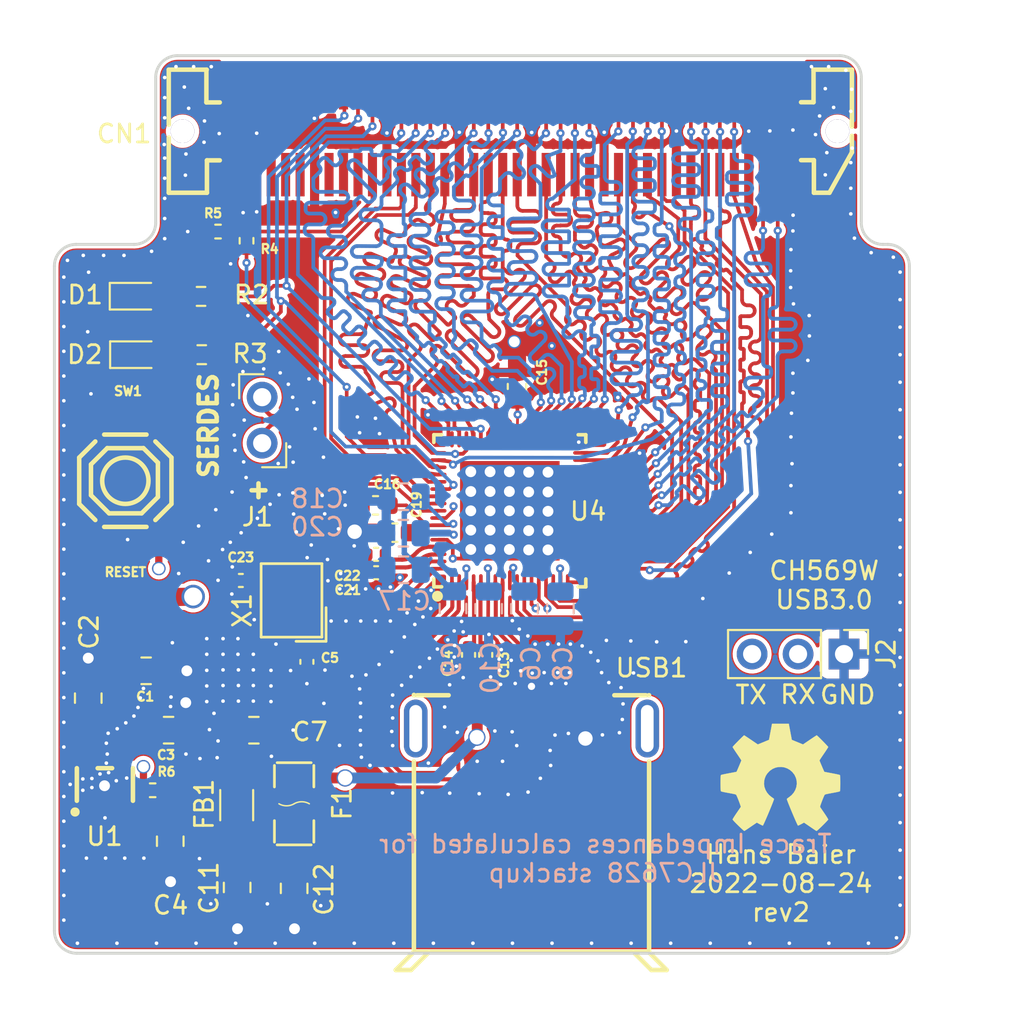
<source format=kicad_pcb>
(kicad_pcb (version 20211014) (generator pcbnew)
  (layers (0 "F.Cu" signal) (1 "In1.Cu" signal) (2 "In2.Cu" signal) (31 "B.Cu" signal) (34 "B.Paste" user) (35 "F.Paste" user) (36 "B.SilkS" user "B.Silkscreen") (37 "F.SilkS" user "F.Silkscreen") (38 "B.Mask" user) (39 "F.Mask" user) (44 "Edge.Cuts" user))
  (net 0 "")
  (net 1 "GND")
  (net 2 "+3V3")
  (net 3 "+5V")
  (net 21 "/5V_FILTER")
  (net 23 "Net-(D1-Pad2)")
  (net 24 "+1V2")
  (net 25 "/SSTX-")
  (net 26 "/SSTX+")
  (net 27 "/XI")
  (net 28 "/MISO")
  (net 29 "/MOSI")
  (net 30 "/SCLK")
  (net 31 "/CS")
  (net 32 "/HTCLK{slash}TIO")
  (net 33 "/HTACK{slash}TCK")
  (net 34 "/HTREQ")
  (net 35 "/HD2")
  (net 36 "/HTVLD")
  (net 37 "/HD18")
  (net 38 "/HD17")
  (net 39 "/HD16")
  (net 40 "/HD15")
  (net 41 "/HD14")
  (net 42 "/HD13")
  (net 43 "/HD12")
  (net 44 "/HD11")
  (net 45 "/HD10")
  (net 46 "/HD9")
  (net 47 "/HD8")
  (net 48 "/HD7")
  (net 49 "/HD6")
  (net 50 "/HD5")
  (net 51 "/HD4")
  (net 52 "/HD3")
  (net 53 "/HTRDY")
  (net 54 "/HD19")
  (net 55 "/HD20")
  (net 56 "/HD21")
  (net 57 "/HD23")
  (net 58 "/HD25")
  (net 59 "/HD27")
  (net 60 "/HD28")
  (net 61 "/LED1")
  (net 62 "/HD29")
  (net 63 "/LED2")
  (net 64 "/HD30")
  (net 65 "/HD31")
  (net 66 "/D+")
  (net 67 "/D-")
  (net 68 "/SSRX+")
  (net 69 "/SSRX-")
  (net 70 "/HRCLK")
  (net 71 "/HRACK")
  (net 72 "/TXD")
  (net 73 "/RXD")
  (net 74 "/HRVLD")
  (net 75 "/HD0")
  (net 76 "/HD1")
  (net 77 "/GX+")
  (net 78 "/STDA_SSTX-")
  (net 79 "/STDA_SSTX+")
  (net 80 "/VBUS")
  (net 81 "/HD22")
  (net 82 "/HD24")
  (net 83 "/HD26")
  (net 84 "/GX-")
  (net 85 "Net-(D2-Pad2)")
  (net 87 "/XO")
  (net 88 "/CS_15V")
  (net 89 "/GXO+")
  (net 90 "/GXO-")
  (net 91 "Net-(R6-Pad1)")
  (net 92 "Net-(C3-Pad1)")
  (footprint "Resistor_SMD:R_0402_1005Metric" (layer "F.Cu") (at 111.0488 88.4428 90)
    (fp_text reference "R4")
    (fp_text value "510R")
  )
  (footprint "easyeda2kicad:CONN-SMD_BA42-80BT-1-NHB" (layer "F.Cu") (at 125.61 82.39 180)
    (fp_text reference "CN1")
    (fp_text value "BA42-80BT-1-NHB")
  )
  (footprint "Capacitor_SMD:C_0402_1005Metric" (layer "F.Cu") (at 123.32 111.32 -90)
    (fp_text reference "C14")
    (fp_text value "100nF")
  )
  (footprint "Capacitor_SMD:C_0603_1608Metric" (layer "F.Cu") (at 119.25 104.57 180)
    (fp_text reference "C19")
    (fp_text value "3.3uF")
  )
  (footprint "Capacitor_SMD:C_0805_2012Metric" (layer "F.Cu") (at 106.8324 121.6152 90)
    (fp_text reference "C4")
    (fp_text value "10u")
  )
  (footprint "Capacitor_SMD:C_0603_1608Metric" (layer "F.Cu") (at 118.18 103.06 180)
    (fp_text reference "C16")
    (fp_text value "3.3uF")
  )
  (footprint "easyeda2kicad:SOT-23-5_L3.0-W1.7-P0.95-LS2.8-BR" (layer "F.Cu") (at 103.22 118.48 -90)
    (fp_text reference "U1")
    (fp_text value "SPX3819M5-L-3-3/TR")
  )
  (footprint "Capacitor_SMD:C_0805_2012Metric" (layer "F.Cu") (at 105.5 112.2 180)
    (fp_text reference "C1")
    (fp_text value "100n")
  )
  (footprint "Capacitor_SMD:C_0402_1005Metric" (layer "F.Cu") (at 124.27 111.32 -90)
    (fp_text reference "C13")
    (fp_text value "100nF")
  )
  (footprint "LED_SMD:LED_0603_1608Metric" (layer "F.Cu") (at 104.9942 94.7362)
    (fp_text reference "D2")
    (fp_text value "yellow")
  )
  (footprint "Capacitor_SMD:C_0402_1005Metric" (layer "F.Cu") (at 114.385 111.705 -90)
    (fp_text reference "C5")
    (fp_text value "10pF")
  )
  (footprint "LED_SMD:LED_0603_1608Metric" (layer "F.Cu") (at 104.9742 91.5062)
    (fp_text reference "D1")
    (fp_text value "blue")
  )
  (footprint "Resistor_SMD:R_0402_1005Metric" (layer "F.Cu") (at 109.474 87.9348 180)
    (fp_text reference "R5")
    (fp_text value "510R")
  )
  (footprint "easyeda2kicad:SW-SMD_4P-L5.1-W5.1-P3.70-LS6.5-TL-2" (layer "F.Cu") (at 104.35 101.7 -90)
    (fp_text reference "SW1")
    (fp_text value "TS-1187A-B-A-B")
  )
  (footprint "Connector_PinHeader_2.54mm:PinHeader_1x02_P2.54mm_Vertical" (layer "F.Cu") (at 111.9124 99.6238 180)
    (fp_text reference "J1")
    (fp_text value "Conn_01x02_Male")
  )
  (footprint "Capacitor_SMD:C_0402_1005Metric" (layer "F.Cu") (at 118.2116 106.7816)
    (fp_text reference "C21")
    (fp_text value "100nF")
  )
  (footprint "Capacitor_SMD:C_0805_2012Metric" (layer "F.Cu") (at 113.68 124.22 90)
    (fp_text reference "C12")
    (fp_text value "10u")
  )
  (footprint "Connector_PinHeader_2.54mm:PinHeader_1x03_P2.54mm_Vertical" (layer "F.Cu") (at 144.075 111.275 -90)
    (fp_text reference "J2")
    (fp_text value "Conn_01x03_Male")
  )
  (footprint "Capacitor_SMD:C_0805_2012Metric" (layer "F.Cu") (at 111.455 115.4824 180)
    (fp_text reference "C7")
    (fp_text value "10n")
  )
  (footprint "easyeda2kicad:USB-A-SMD_U231-091N-4BLRA00-S-1" (layer "F.Cu") (at 126.8 114.810007)
    (fp_text reference "USB1")
    (fp_text value "U231-091N-4BLRA00-S-1")
  )
  (footprint "Capacitor_SMD:C_0805_2012Metric" (layer "F.Cu") (at 106.74 115.48)
    (fp_text reference "C3")
    (fp_text value "1uF")
  )
  (footprint "Resistor_SMD:R_0603_1608Metric" (layer "F.Cu") (at 108.5742 94.7362)
    (fp_text reference "R3")
    (fp_text value "1k")
  )
  (footprint "easyeda2kicad:CRYSTAL-SMD_4P-L3.2-W2.5-BL" (layer "F.Cu") (at 113.535 108.31 90)
    (fp_text reference "X1")
    (fp_text value "X1E0000210295")
  )
  (footprint "Resistor_SMD:R_0603_1608Metric" (layer "F.Cu") (at 108.5342 91.5162)
    (fp_text reference "R2")
    (fp_text value "1k")
  )
  (footprint "easyeda2kicad:F1206" (layer "F.Cu") (at 113.68 119.5464 90)
    (fp_text reference "F1")
    (fp_text value "JK-NSMD050-30V")
  )
  (footprint "Symbols:OSHW-Symbol_6.7x6mm_SilkScreen" (layer "F.Cu") (at 140.55 118.1)
    (fp_text reference "N1" hide)
    (fp_text value "OHWLOGO" hide)
  )
  (footprint "Capacitor_SMD:C_0603_1608Metric" (layer "F.Cu") (at 126 96.49 90)
    (fp_text reference "C15")
    (fp_text value "100nF")
  )
  (footprint "Capacitor_SMD:C_0402_1005Metric" (layer "F.Cu") (at 118.2116 105.7656)
    (fp_text reference "C22")
    (fp_text value "100nF")
  )
  (footprint "Resistor_SMD:R_0402_1005Metric" (layer "F.Cu") (at 105.86 118.8)
    (fp_text reference "R6")
    (fp_text value "10k")
  )
  (footprint "Capacitor_SMD:C_0402_1005Metric" (layer "F.Cu") (at 110.735 107.21 180)
    (fp_text reference "C23")
    (fp_text value "10pF")
  )
  (footprint "easyeda2kicad:QFN-68_L8.0-W8.0-P0.40-BL-EP5.5" (layer "F.Cu") (at 125.6026 103.36)
    (fp_text reference "U4")
    (fp_text value "CH569W")
  )
  (footprint "Capacitor_SMD:C_0805_2012Metric" (layer "F.Cu") (at 102.3 113.71 90)
    (fp_text reference "C2")
    (fp_text value "1uF")
  )
  (footprint "Capacitor_SMD:C_0805_2012Metric" (layer "F.Cu") (at 110.5304 124.1692 -90)
    (fp_text reference "C11")
    (fp_text value "100nF")
  )
  (footprint "Inductor_SMD:L_1206_3216Metric" (layer "F.Cu") (at 110.505 119.6224 -90)
    (fp_text reference "FB1")
    (fp_text value "2A")
  )
  (footprint "Capacitor_SMD:C_0805_2012Metric" (layer "B.Cu") (at 126.41 108.77 -90)
    (fp_text reference "C6")
    (fp_text value "100nF")
  )
  (footprint "Capacitor_SMD:C_0805_2012Metric" (layer "B.Cu") (at 124.43 108.77 -90)
    (fp_text reference "C10")
    (fp_text value "100nF")
  )
  (footprint "Capacitor_SMD:C_0805_2012Metric" (layer "B.Cu") (at 128.4 108.77 -90)
    (fp_text reference "C8")
    (fp_text value "100nF")
  )
  (footprint "Capacitor_SMD:C_0805_2012Metric" (layer "B.Cu") (at 119.72 102.58 180)
    (fp_text reference "C18")
    (fp_text value "100nF")
  )
  (footprint "Capacitor_SMD:C_0805_2012Metric" (layer "B.Cu") (at 119.73 106.62 180)
    (fp_text reference "C17")
    (fp_text value "100nF")
  )
  (footprint "Capacitor_SMD:C_0805_2012Metric" (layer "B.Cu") (at 122.46 108.76 -90)
    (fp_text reference "C9")
    (fp_text value "100nF")
  )
  (footprint "Capacitor_SMD:C_0805_2012Metric" (layer "B.Cu") (at 119.72 104.6 180)
    (fp_text reference "C20")
    (fp_text value "100nF")
  )
  (gr_arc (start 146.228183 88.643395) (mid 145.379655 88.291923) (end 145.028183 87.443395) (layer "Edge.Cuts") (width 0.16))
  (gr_line (start 145.028183 79.417279) (end 145.028183 87.443395) (layer "Edge.Cuts") (width 0.16))
  (gr_arc (start 106.028338 79.417279) (mid 106.37981 78.568751) (end 107.228338 78.217279) (layer "Edge.Cuts") (width 0.16))
  (gr_line (start 106.028338 87.443395) (end 106.028338 79.417279) (layer "Edge.Cuts") (width 0.16))
  (gr_line (start 101.62878 88.643395) (end 104.828338 88.643395) (layer "Edge.Cuts") (width 0.16))
  (gr_line (start 147.688156 126.565943) (end 147.688156 89.843395) (layer "Edge.Cuts") (width 0.16))
  (gr_arc (start 100.42878 89.843395) (mid 100.780252 88.994867) (end 101.62878 88.643395) (layer "Edge.Cuts") (width 0.16))
  (gr_arc (start 106.028338 87.443395) (mid 105.676866 88.291923) (end 104.828338 88.643395) (layer "Edge.Cuts") (width 0.16))
  (gr_line (start 146.228183 88.643395) (end 146.488156 88.643395) (layer "Edge.Cuts") (width 0.16))
  (gr_line (start 101.667249 127.804412) (end 146.449687 127.804412) (layer "Edge.Cuts") (width 0.16))
  (gr_line (start 143.828183 78.217279) (end 107.228338 78.217279) (layer "Edge.Cuts") (width 0.16))
  (gr_arc (start 147.688156 126.565943) (mid 147.325417 127.441673) (end 146.449687 127.804412) (layer "Edge.Cuts") (width 0.16))
  (gr_arc (start 143.828183 78.217279) (mid 144.676711 78.568751) (end 145.028183 79.417279) (layer "Edge.Cuts") (width 0.16))
  (gr_arc (start 146.488156 88.643395) (mid 147.336684 88.994867) (end 147.688156 89.843395) (layer "Edge.Cuts") (width 0.16))
  (gr_arc (start 101.667249 127.804412) (mid 100.791519 127.441673) (end 100.42878 126.565943) (layer "Edge.Cuts") (width 0.16))
  (gr_line (start 100.42878 89.843395) (end 100.42878 126.565943) (layer "Edge.Cuts") (width 0.16))
  (gr_text "Trace Impedances calculated for\nJLC7628 stackup" (at 130.88 122.57) (layer "B.SilkS") (effects (font (size 1 1)) (justify mirror)))
  (gr_text "+" (at 111.7092 102.1588) (layer "F.SilkS") (effects (font (size 1 1) (thickness 0.25))))
  (gr_text "Hans Baier\n2022-08-24" (at 140.589251 123.146095) (layer "F.SilkS") (effects (font (size 1 1))))
  (gr_text "CH569W\nUSB3.0\n" (at 142.975 107.475) (layer "F.SilkS") (effects (font (size 1 1))))
  (gr_text "RX" (at 141.53 113.51) (layer "F.SilkS") (effects (font (size 1 1))))
  (gr_text "GND" (at 144.28 113.53) (layer "F.SilkS") (effects (font (size 1 1))))
  (gr_text "rev2" (at 140.589251 125.546095) (layer "F.SilkS") (effects (font (size 1 1))))
  (gr_text "TX" (at 138.94 113.53) (layer "F.SilkS") (effects (font (size 1 1))))
  (gr_text "SERDES" (at 108.95 98.65 90) (layer "F.SilkS") (effects (font (size 1 1) (thickness 0.25))))
  (segment (start 107.69 113.96) (end 107.69 112.26) (width 1) (layer "F.Cu") (net 1))
  (segment (start 111.61 79.99) (end 111.61 84.79) (width 0.20574) (layer "F.Cu") (net 1))
  (segment (start 125.74 109.43) (end 125.73 109.22) (width 0.2) (layer "F.Cu") (net 1))
  (segment (start 118.81 84.79) (end 118.81 82.49) (width 0.20574) (layer "F.Cu") (net 1))
  (segment (start 103.22 119.78) (end 103.22 118.57) (width 1) (layer "F.Cu") (net 1))
  (segment (start 102.5 96.95) (end 102.45 96.9) (width 0.4) (layer "F.Cu") (net 1))
  (segment (start 102.3 112.76) (end 102.3 111.5) (width 1) (layer "F.Cu") (net 1))
  (segment (start 115.11 99.95) (end 115.05 99.71) (width 0.2) (layer "F.Cu") (net 1))
  (segment (start 110.5304 126.4304) (end 110.55 126.45) (width 1) (layer "F.Cu") (net 1))
  (segment (start 124.4 110.03) (end 124.41 108.08) (width 0.2) (layer "F.Cu") (net 1))
  (segment (start 130.81 82.44) (end 130.81 79.99) (width 0.20574) (layer "F.Cu") (net 1))
  (segment (start 114.81 84.79) (end 114.81 79.99) (width 0.20574) (layer "F.Cu") (net 1))
  (segment (start 124.88 110.52) (end 124.4 110.03) (width 0.2) (layer "F.Cu") (net 1))
  (segment (start 102.5 98.4) (end 102.5 96.95) (width 0.4) (layer "F.Cu") (net 1))
  (segment (start 113.68 125.17) (end 113.68 126.43) (width 1) (layer "F.Cu") (net 1))
  (segment (start 129.8 114.230007) (end 129.8 115.92) (width 0.6) (layer "F.Cu") (net 1))
  (segment (start 126.8 114.230007) (end 126.8 113.06) (width 0.6) (layer "F.Cu") (net 1))
  (segment (start 115.03 99.45) (end 114.84 98.83) (width 0.2) (layer "F.Cu") (net 1))
  (segment (start 114.81 86.866) (end 114.81 84.79) (width 0.20574) (layer "F.Cu") (net 1))
  (segment (start 106.45 112.2) (end 107.75 112.2) (width 1) (layer "F.Cu") (net 1))
  (segment (start 107.7976 87.9348) (end 108.964 87.9348) (width 0.20574) (layer "F.Cu") (net 1))
  (segment (start 118.475 104.57) (end 117.076887 104.57) (width 1) (layer "F.Cu") (net 1))
  (segment (start 118.81 79.99) (end 118.81 82.49) (width 0.20574) (layer "F.Cu") (net 1))
  (segment (start 113.68 126.43) (end 113.7 126.45) (width 1) (layer "F.Cu") (net 1))
  (segment (start 114.81 86.866) (end 111.635 86.866) (width 0.20574) (layer "F.Cu") (net 1))
  (segment (start 126 95.715) (end 126 94.172439) (width 1) (layer "F.Cu") (net 1))
  (segment (start 130.81 82.46) (end 130.82 82.45) (width 0.20574) (layer "F.Cu") (net 1))
  (segment (start 115.3 100.4) (end 115.11 99.95) (width 0.2) (layer "F.Cu") (net 1))
  (segment (start 122.81 82.45) (end 122.81 79.99) (width 0.20574) (layer "F.Cu") (net 1))
  (segment (start 134.81 84.79) (end 134.81 79.99) (width 0.20574) (layer "F.Cu") (net 1))
  (segment (start 111.633 86.868) (end 111.61 86.845) (width 0.20574) (layer "F.Cu") (net 1))
  (segment (start 114.385 112.91) (end 114.385 112.185) (width 0.4) (layer "F.Cu") (net 1))
  (segment (start 106.8324 123.8324) (end 106.85 123.85) (width 1) (layer "F.Cu") (net 1))
  (segment (start 130.81 84.79) (end 130.81 82.46) (width 0.20574) (layer "F.Cu") (net 1))
  (segment (start 103.22 118.57) (end 103.2 118.55) (width 1) (layer "F.Cu") (net 1))
  (segment (start 130.82 82.45) (end 130.81 82.44) (width 0.20574) (layer "F.Cu") (net 1))
  (segment (start 126.81 84.79) (end 126.81 79.99) (width 0.20574) (layer "F.Cu") (net 1))
  (segment (start 115.05 99.71) (end 115.03 99.6) (width 0.2) (layer "F.Cu") (net 1))
  (segment (start 129.8 115.92) (end 129.78 115.94) (width 0.6) (layer "F.Cu") (net 1))
  (segment (start 125.6 109.05) (end 125.61 108.14) (width 0.2) (layer "F.Cu") (net 1))
  (segment (start 122.81 84.79) (end 122.81 82.45) (width 0.20574) (layer "F.Cu") (net 1))
  (segment (start 125.73 109.22) (end 125.6 109.05) (width 0.2) (layer "F.Cu") (net 1))
  (segment (start 110.255 107.21) (end 109.46 107.21) (width 0.4) (layer "F.Cu") (net 1))
  (segment (start 115.03 99.6) (end 115.03 99.45) (width 0.2) (layer "F.Cu") (net 1))
  (segment (start 125.13 111.03) (end 124.88 110.52) (width 0.2) (layer "F.Cu") (net 1))
  (segment (start 106.8324 122.5652) (end 106.8324 123.8324) (width 1) (layer "F.Cu") (net 1))
  (segment (start 107.69 112.26) (end 107.75 112.2) (width 1) (layer "F.Cu") (net 1))
  (segment (start 111.635 86.866) (end 111.633 86.868) (width 0.20574) (layer "F.Cu") (net 1))
  (segment (start 117.076887 104.57) (end 117.023147 104.51626) (width 1) (layer "F.Cu") (net 1))
  (segment (start 111.61 86.845) (end 111.61 84.79) (width 0.20574) (layer "F.Cu") (net 1))
  (segment (start 138.81 84.79) (end 138.81 79.99) (width 0.20574) (layer "F.Cu") (net 1))
  (segment (start 107.69 115.48) (end 107.69 113.96) (width 1) (layer "F.Cu") (net 1))
  (segment (start 126 94.172439) (end 125.848191 94.02063) (width 1) (layer "F.Cu") (net 1))
  (segment (start 122.936 109.474) (end 123.19 108.88) (width 0.2) (layer "F.Cu") (net 1))
  (segment (start 110.5304 125.1192) (end 110.5304 126.4304) (width 1) (layer "F.Cu") (net 1))
  (segment (start 123.19 108.88) (end 123.19 108.13) (width 0.2) (layer "F.Cu") (net 1))
  (via (at 116.875 112.5) (size 0.45) (drill 0.2) (layers "F.Cu" "B.Cu") (net 1))
  (via (at 131.75 113.13) (size 0.45) (drill 0.2) (layers "F.Cu" "B.Cu") (net 1))
  (via (at 147.175 102.340216) (size 0.45) (drill 0.2) (layers "F.Cu" "B.Cu") (net 1))
  (via (at 111.425 112.15) (size 0.45) (drill 0.2) (layers "F.Cu" "B.Cu") (net 1))
  (via (at 103.88625 127.25) (size 0.45) (drill 0.2) (layers "F.Cu" "B.Cu") (net 1))
  (via (at 110.75 104.575) (size 0.45) (drill 0.2) (layers "F.Cu" "B.Cu") (net 1))
  (via (at 116.475 102.325) (size 0.45) (drill 0.2) (layers "F.Cu" "B.Cu") (net 1))
  (via (at 105.05 114.225) (size 0.45) (drill 0.2) (layers "F.Cu" "B.Cu") (net 1))
  (via (at 121.25 107.75) (size 0.45) (drill 0.2) (layers "F.Cu" "B.Cu") (net 1))
  (via (at 122 115.3) (size 0.45) (drill 0.2) (layers "F.Cu" "B.Cu") (net 1))
  (via (at 126.81 82.46) (size 0.45) (drill 0.2) (layers "F.Cu" "B.Cu") (net 1))
  (via (at 110.86 86.89) (size 0.45) (drill 0.2) (layers "F.Cu" "B.Cu") (net 1))
  (via (at 124.775 115.525) (size 0.45) (drill 0.2) (layers "F.Cu" "B.Cu") (net 1))
  (via (at 117.023147 104.51626) (size 0.95) (drill 0.8) (layers "F.Cu" "B.Cu") (net 1))
  (via (at 101.15 89.525) (size 0.45) (drill 0.2) (layers "F.Cu" "B.Cu") (net 1))
  (via (at 114.84 98.83) (size 0.45) (drill 0.2) (layers "F.Cu" "B.Cu") (net 1))
  (via (at 108.4 104.2) (size 0.45) (drill 0.2) (layers "F.Cu" "B.Cu") (net 1))
  (via (at 113.43 99.83) (size 0.45) (drill 0.2) (layers "F.Cu" "B.Cu") (net 1))
  (via (at 127.7112 105.521) (size 0.75) (drill 0.6) (layers "F.Cu" "B.Cu") (net 1))
  (via (at 147.175 112.98478) (size 0.45) (drill 0.2) (layers "F.Cu" "B.Cu") (net 1))
  (via (at 143.225 78.825) (size 0.45) (drill 0.2) (layers "F.Cu" "B.Cu") (net 1))
  (via (at 122.525 110) (size 0.45) (drill 0.2) (layers "F.Cu" "B.Cu") (net 1))
  (via (at 122.275 112.975) (size 0.45) (drill 0.2) (layers "F.Cu" "B.Cu") (net 1))
  (via (at 126.84 112.33) (size 0.45) (drill 0.2) (layers "F.Cu" "B.Cu") (net 1))
  (via (at 110.235 107.96) (size 0.45) (drill 0.2) (layers "F.Cu" "B.Cu") (net 1))
  (via (at 100.95 109.578844) (size 0.45) (drill 0.2) (layers "F.Cu" "B.Cu") (net 1))
  (via (at 124.45 110.19) (size 0.45) (drill 0.2) (layers "F.Cu" "B.Cu") (net 1))
  (via (at 127.83 116.6) (size 0.45) (drill 0.2) (layers "F.Cu" "B.Cu") (net 1))
  (via (at 102.95 117.9) (size 0.45) (drill 0.2) (layers "F.Cu" "B.Cu") (net 1))
  (via (at 122.174 110.49) (size 0.45) (drill 0.2) (layers "F.Cu" "B.Cu") (net 1))
  (via (at 146.8 89.35) (size 0.45) (drill 0.2) (layers "F.Cu" "B.Cu") (net 1))
  (via (at 142.075 95.05) (size 0.45) (drill 0.2) (layers "F.Cu" "B.Cu") (net 1))
  (via (at 147.175 93.216304) (size 0.45) (drill 0.2) (layers "F.Cu" "B.Cu") (net 1))
  (via (at 114.775 97.375) (size 0.45) (drill 0.2) (layers "F.Cu" "B.Cu") (net 1))
  (via (at 128.1 115.75) (size 0.45) (drill 0.2) (layers "F.Cu" "B.Cu") (net 1))
  (via (at 109.75 113.875) (size 0.45) (drill 0.2) (layers "F.Cu" "B.Cu") (net 1))
  (via (at 101.7 127.25) (size 0.45) (drill 0.2) (layers "F.Cu" "B.Cu") (net 1))
  (via (at 147.175 120.58804) (size 0.45) (drill 0.2) (layers "F.Cu" "B.Cu") (net 1))
  (via (at 125.01 111.56) (size 0.45) (drill 0.2) (layers "F.Cu" "B.Cu") (net 1))
  (via (at 127.5 112.3) (size 0.45) (drill 0.2) (layers "F.Cu" "B.Cu") (net 1))
  (via (at 122.65 111.95) (size 0.45) (drill 0.2) (layers "F.Cu" "B.Cu") (net 1))
  (via (at 147.175 91.695652) (size 0.45) (drill 0.2) (layers "F.Cu" "B.Cu") (net 1))
  (via (at 126.125 109.9) (size 0.45) (drill 0.2) (layers "F.Cu" "B.Cu") (net 1))
  (via (at 104.316666 122.55) (size 0.45) (drill 0.2) (layers "F.Cu" "B.Cu") (net 1))
  (via (at 100.95 125.975) (size 0.45) (drill 0.2) (layers "F.Cu" "B.Cu") (net 1))
  (via (at 108.475 117.05) (size 0.45) (drill 0.2) (layers "F.Cu" "B.Cu") (net 1))
  (via (at 117.875 117.425) (size 0.45) (drill 0.2) (layers "F.Cu" "B.Cu") (net 1))
  (via (at 119.126 116.332) (size 0.45) (drill 0.2) (layers "F.Cu" "B.Cu") (net 1))
  (via (at 100.95 116.410574) (size 0.45) (drill 0.2) (layers "F.Cu" "B.Cu") (net 1))
  (via (at 147.175 117.546736) (size 0.45) (drill 0.2) (layers "F.Cu" "B.Cu") (net 1))
  (via (at 147.175 123.629344) (size 0.45) (drill 0.2) (layers "F.Cu" "B.Cu") (net 1))
  (via (at 100.95 94.549038) (size 0.45) (drill 0.2) (layers "F.Cu" "B.Cu") (net 1))
  (via (at 109.35 103.3) (size 0.45) (drill 0.2) (layers "F.Cu" "B.Cu") (net 1))
  (via (at 127.7112 104.4542) (size 0.75) (drill 0.6) (layers "F.Cu" "B.Cu") (net 1))
  (via (at 107.3 106.825) (size 0.45) (drill 0.2) (layers "F.Cu" "B.Cu") (net 1))
  (via (at 138.86625 127.25) (size 0.45) (drill 0.2) (layers "F.Cu" "B.Cu") (net 1))
  (via (at 122.53 111.44) (size 0.45) (drill 0.2) (layers "F.Cu" "B.Cu") (net 1))
  (via (at 100.95 108.212498) (size 0.45) (drill 0.2) (layers "F.Cu" "B.Cu") (net 1))
  (via (at 111.425 111.2875) (size 0.45) (drill 0.2) (layers "F.Cu" "B.Cu") (net 1))
  (via (at 111.61 86.845) (size 0.45) (drill 0.2) (layers "F.Cu" "B.Cu") (net 1))
  (via (at 147.175 119.067388) (size 0.45) (drill 0.2) (layers "F.Cu" "B.Cu") (net 1))
  (via (at 112.4 113.0375) (size 0.45) (drill 0.2) (layers "F.Cu" "B.Cu") (net 1))
  (via (at 106.525 88.325) (size 0.45) (drill 0.2) (layers "F.Cu" "B.Cu") (net 1))
  (via (at 100.95 113.677882) (size 0.45) (drill 0.2) (layers "F.Cu" "B.Cu") (net 1))
  (via (at 109.475 107.2) (size 0.45) (drill 0.2) (layers "F.Cu" "B.Cu") (net 1))
  (via (at 123.444 103.362) (size 0.75) (drill 0.6) (layers "F.Cu" "B.Cu") (net 1))
  (via (at 109.725 105.5) (size 0.45) (drill 0.2) (layers "F.Cu" "B.Cu") (net 1))
  (via (at 144.65 88.3) (size 0.45) (drill 0.2) (layers "F.Cu" "B.Cu") (net 1))
  (via (at 130.82 82.45) (size 0.45) (drill 0.2) (layers "F.Cu" "B.Cu") (net 1))
  (via (at 125.13 111.03) (size 0.45) (drill 0.2) (layers "F.Cu" "B.Cu") (net 1))
  (via (at 141.0525 127.25) (size 0.45) (drill 0.2) (layers "F.Cu" "B.Cu") (net 1))
  (via (at 112.2 125.075) (size 0.45) (drill 0.2) (layers "F.Cu" "B.Cu") (net 1))
  (via (at 109.54 82.52) (size 0.45) (drill 0.2) (layers "F.Cu" "B.Cu") (net 1))
  (via (at 108.85 112.175) (size 0.45) (drill 0.2) (layers "F.Cu" "B.Cu") (net 1))
  (via (at 147.175 96.257608) (size 0.45) (drill 0.2) (layers "F.Cu" "B.Cu") (net 1))
  (via (at 117.4 116.975) (size 0.45) (drill 0.2) (layers "F.Cu" "B.Cu") (net 1))
  (via (at 122.55 110.8) (size 0.45) (drill 0.2) (layers "F.Cu" "B.Cu") (net 1))
  (via (at 137.73 106.8) (size 0.45) (drill 0.2) (layers "F.Cu" "B.Cu") (net 1))
  (via (at 119.925 109) (size 0.45) (drill 0.2) (layers "F.Cu" "B.Cu") (net 1))
  (via (at 147.175 103.860868) (size 0.45) (drill 0.2) (layers "F.Cu" "B.Cu") (net 1))
  (via (at 110.25 102.325) (size 0.45) (drill 0.2) (layers "F.Cu" "B.Cu") (net 1))
  (via (at 106.875 113.65) (size 0.45) (drill 0.2) (layers "F.Cu" "B.Cu") (net 1))
  (via (at 129.78 115.94) (size 0.95) (drill 0.8) (layers "F.Cu" "B.Cu") (net 1))
  (via (at 112.4 113.9) (size 0.45) (drill 0.2) (layers "F.Cu" "B.Cu") (net 1))
  (via (at 113.625 100.675) (size 0.45) (drill 0.2) (layers "F.Cu" "B.Cu") (net 1))
  (via (at 105.375 122.55) (size 0.45) (drill 0.2) (layers "F.Cu" "B.Cu") (net 1))
  (via (at 124.5108 102.2952) (size 0.75) (drill 0.6) (layers "F.Cu" "B.Cu") (net 1))
  (via (at 113.61 102.37) (size 0.45) (drill 0.2) (layers "F.Cu" "B.Cu") (net 1))
  (via (at 115.15 125.175) (size 0.45) (drill 0.2) (layers "F.Cu" "B.Cu") (net 1))
  (via (at 107.55 105.1) (size 0.45) (drill 0.2) (layers "F.Cu" "B.Cu") (net 1))
  (via (at 147.175 97.77826) (size 0.45) (drill 0.2) (layers "F.Cu" "B.Cu") (net 1))
  (via (at 126.6444 102.3206) (size 0.75) (drill 0.6) (layers "F.Cu" "B.Cu") (net 1))
  (via (at 110.575 111.2875) (size 0.45) (drill 0.2) (layers "F.Cu" "B.Cu") (net 1))
  (via (at 108.45 122.575) (size 0.45) (drill 0.2) (layers "F.Cu" "B.Cu") (net 1))
  (via (at 120.55 108.35) (size 0.45) (drill 0.2) (layers "F.Cu" "B.Cu") (net 1))
  (via (at 112.35 103) (size 0.45) (drill 0.2) (layers "F.Cu" "B.Cu") (net 1))
  (via (at 110.6 112.15) (size 0.45) (drill 0.2) (layers "F.Cu" "B.Cu") (net 1))
  (via (at 120.625 112) (size 0.45) (drill 0.2) (layers "F.Cu" "B.Cu") (net 1))
  (via (at 103.3 116.2) (size 0.45) (drill 0.2) (layers "F.Cu" "B.Cu") (net 1))
  (via (at 117.34 115.49) (size 0.45) (drill 0.2) (layers "F.Cu" "B.Cu") (net 1))
  (via (at 124.54 112.54) (size 0.45) (drill 0.2) (layers "F.Cu" "B.Cu") (net 1))
  (via (at 110.85 95.67) (size 0.45) (drill 0.2) (layers "F.Cu" "B.Cu") (net 1))
  (via (at 100.95 124.60865) (size 0.45) (drill 0.2) (layers "F.Cu" "B.Cu") (net 1))
  (via (at 125.9 112.9) (size 0.45) (drill 0.2) (layers "F.Cu" "B.Cu") (net 1))
  (via (at 102.32 90.18) (size 0.45) (drill 0.2) (layers "F.Cu" "B.Cu") (net 1))
  (via (at 103.258333 122.55) (size 0.45) (drill 0.2) (layers "F.Cu" "B.Cu") (net 1))
  (via (at 121.23 108.76) (size 0.45) (drill 0.2) (layers "F.Cu" "B.Cu") (net 1))
  (via (at 117 105.3) (size 0.45) (drill 0.2) (layers "F.Cu" "B.Cu") (net 1))
  (via (at 141.25 82.325) (size 0.45) (drill 0.2) (layers "F.Cu" "B.Cu") (net 1))
  (via (at 142.275 78.825) (size 0.45) (drill 0.2) (layers "F.Cu" "B.Cu") (net 1))
  (via (at 102.025 89.25) (size 0.45) (drill 0.2) (layers "F.Cu" "B.Cu") (net 1))
  (via (at 142.725 81.55) (size 0.45) (drill 0.2) (layers "F.Cu" "B.Cu") (net 1))
  (via (at 128.7 112.9) (size 0.45) (drill 0.2) (layers "F.Cu" "B.Cu") (net 1))
  (via (at 109.1 78.825) (size 0.45) (drill 0.2) (layers "F.Cu" "B.Cu") (net 1))
  (via (at 112.675 110.725) (size 0.45) (drill 0.2) (layers "F.Cu" "B.Cu") (net 1))
  (via (at 144.45 85.541664) (size 0.45) (drill 0.2) (layers "F.Cu" "B.Cu") (net 1))
  (via (at 108.25875 127.25) (size 0.45) (drill 0.2) (layers "F.Cu" "B.Cu") (net 1))
  (via (at 110.28 97.5) (size 0.45) (drill 0.2) (layers "F.Cu" "B.Cu") (net 1))
  (via (at 115.55 107.225) (size 0.45) (drill 0.2) (layers "F.Cu" "B.Cu") (net 1))
  (via (at 116.25 106.825) (size 0.45) (drill 0.2) (layers "F.Cu" "B.Cu") (net 1))
  (via (at 103.425 117.825) (size 0.45) (drill 0.2) (layers "F.Cu" "B.Cu") (net 1))
  (via (at 110.55 126.45) (size 0.75) (drill 0.6) (layers "F.Cu" "B.Cu") (net 1))
  (via (at 121.1 117.3) (size 0.45) (drill 0.2) (layers "F.Cu" "B.Cu") (net 1))
  (via (at 141.125 90.1) (size 0.45) (drill 0.2) (layers "F.Cu" "B.Cu") (net 1))
  (via (at 103.3 117.3) (size 0.45) (drill 0.2) (layers "F.Cu" "B.Cu") (net 1))
  (via (at 111.475 109.375) (size 0.45) (drill 0.2) (layers "F.Cu" "B.Cu") (net 1))
  (via (at 122 114.2) (size 0.45) (drill 0.2) (layers "F.Cu" "B.Cu") (net 1))
  (via (at 147.175 116.026084) (size 0.45) (drill 0.2) (layers "F.Cu" "B.Cu") (net 1))
  (via (at 106.95 110.65) (size 0.45) (drill 0.2) (layers "F.Cu" "B.Cu") (net 1))
  (via (at 128.95 110.725) (size 0.45) (drill 0.2) (layers "F.Cu" "B.Cu") (net 1))
  (via (at 100.95 102.747114) (size 0.45) (drill 0.2) (layers "F.Cu" "B.Cu") (net 1))
  (via (at 125.68 111.62) (size 0.45) (drill 0.2) (layers "F.Cu" "B.Cu") (net 1))
  (via (at 123.91 118.99) (size 0.45) (drill 0.2) (layers "F.Cu" "B.Cu") (net 1))
  (via (at 108.85 113.0375) (size 0.45) (drill 0.2) (layers "F.Cu" "B.Cu") (net 1))
  (via (at 102.5 118.65) (size 0.45) (drill 0.2) (layers "F.Cu" "B.Cu") (net 1))
  (via (at 109.475 116.075) (size 0.45) (drill 0.2) (layers "F.Cu" "B.Cu") (net 1))
  (via (at 142.15 92.575) (size 0.45) (drill 0.2) (layers "F.Cu" "B.Cu") (net 1))
  (via (at 113.6 97.09) (size 0.45) (drill 0.2) (layers "F.Cu" "B.Cu") (net 1))
  (via (at 145.425 127.25) (size 0.45) (drill 0.2) (layers "F.Cu" "B.Cu") (net 1))
  (via (at 141.25 87.9) (size 0.45) (drill 0.2) (layers "F.Cu" "B.Cu") (net 1))
  (via (at 104.475 104.95) (size 0.45) (drill 0.2) (layers "F.Cu" "B.Cu") (net 1))
  (via (at 127.935 127.25) (size 0.45) (drill 0.2) (layers "F.Cu" "B.Cu") (net 1))
  (via (at 120.8 109.225) (size 0.45) (drill 0.2) (layers "F.Cu" "B.Cu") (net 1))
  (via (at 100.95 93.182692) (size 0.45) (drill 0.2) (layers "F.Cu" "B.Cu") (net 1))
  (via (at 110.6 113.0125) (size 0.45) (drill 0.2) (layers "F.Cu" "B.Cu") (net 1))
  (via (at 147.175 100.819564) (size 0.45) (drill 0.2) (layers "F.Cu" "B.Cu") (net 1))
  (via (at 135.33 110.59) (size 0.45) (drill 0.2) (layers "F.Cu" "B.Cu") (net 1))
  (via (at 125.51 119.03) (size 0.45) (drill 0.2) (layers "F.Cu" "B.Cu") (net 1))
  (via (at 128.3 110.725) (size 0.45) (drill 0.2) (layers "F.Cu" "B.Cu") (net 1))
  (via (at 130.475 111.65) (size 0.45) (drill 0.2) (layers "F.Cu" "B.Cu") (net 1))
  (via (at 110.17 89.72) (size 0.45) (drill 0.2) (layers "F.Cu" "B.Cu") (net 1))
  (via (at 125.04 112.17) (size 0.45) (drill 0.2) (layers "F.Cu" "B.Cu") (net 1))
  (via (at 117.35 114.75) (size 0.45) (drill 0.2) (layers "F.Cu" "B.Cu") (net 1))
  (via (at 116.5 103.05) (size 0.45) (drill 0.2) (layers "F.Cu" "B.Cu") (net 1))
  (via (at 147.175 94.736956) (size 0.45) (drill 0.2) (layers "F.Cu" "B.Cu") (net 1))
  (via (at 114.625 105.25) (size 0.45) (drill 0.2) (layers "F.Cu" "B.Cu") (net 1))
  (via (at 118.35 107.675) (size 0.45) (drill 0.2) (layers "F.Cu" "B.Cu") (net 1))
  (via (at 121.6 111) (size 0.45) (drill 0.2) (layers "F.Cu" "B.Cu") (net 1))
  (via (at 102.2 122.55) (size 0.45) (drill 0.2) (layers "F.Cu" "B.Cu") (net 1))
  (via (at 124.5108 104.4288) (size 0.75) (drill 0.6) (layers "F.Cu" "B.Cu") (net 1))
  (via (at 119.625 113) (size 0.45) (drill 0.2) (layers "F.Cu" "B.Cu") (net 1))
  (via (at 128.25 112.3) (size 0.45) (drill 0.2) (layers "F.Cu" "B.Cu") (net 1))
  (via (at 123.444 104.4288) (size 0.75) (drill 0.6) (layers "F.Cu" "B.Cu") (net 1))
  (via (at 103.225 120.325) (size 0.45) (drill 0.2) (layers "F.Cu" "B.Cu") (net 1))
  (via (at 141.25 95.76) (size 0.45) (drill 0.2) (layers "F.Cu" "B.Cu") (net 1))
  (via (at 119.12 118.95) (size 0.45) (drill 0.2) (layers "F.Cu" "B.Cu") (net 1))
  (via (at 117.00375 127.25) (size 0.45) (drill 0.2) (layers "F.Cu" "B.Cu") (net 1))
  (via (at 121.158 111.506) (size 0.45) (drill 0.2) (layers "F.Cu" "B.Cu") (net 1))
  (via (at 111.025 101.525) (size 0.45) (drill 0.2) (layers "F.Cu" "B.Cu") (net 1))
  (via (at 111.125 92.575) (size 0.45) (drill 0.2) (layers "F.Cu" "B.Cu") (net 1))
  (via (at 141.17 97.97) (size 0.45) (drill 0.2) (layers "F.Cu" "B.Cu") (net 1))
  (via (at 123.444 105.4956) (size 0.75) (drill 0.6) (layers "F.Cu" "B.Cu") (net 1))
  (via (at 110.41 100.02) (size 0.45) (drill 0.2) (layers "F.Cu" "B.Cu") (net 1))
  (via (at 114.8 81.68) (size 0.45) (drill 0.2) (layers "F.Cu" "B.Cu") (net 1))
  (via (at 100.95 104.11346) (size 0.45) (drill 0.2) (layers "F.Cu" "B.Cu") (net 1))
  (via (at 109 115.45) (size 0.45) (drill 0.2) (layers "F.Cu" "B.Cu") (net 1))
  (via (at 122.936 109.474) (size 0.45) (drill 0.2) (layers "F.Cu" "B.Cu") (net 1))
  (via (at 125.5776 105.4956) (size 0.75) (drill 0.6) (layers "F.Cu" "B.Cu") (net 1))
  (via (at 113.8 104.53) (size 0.45) (drill 0.2) (layers "F.Cu" "B.Cu") (net 1))
  (via (at 128.9 112.3) (size 0.45) (drill 0.2) (layers "F.Cu" "B.Cu") (net 1))
  (via (at 107.7976 87.9348) (size 0.45) (drill 0.2) (layers "F.Cu" "B.Cu") (net 1))
  (via (at 141.2 100.76) (size 0.45) (drill 0.2) (layers "F.Cu" "B.Cu") (net 1))
  (via (at 117.633332 107.675) (size 0.45) (drill 0.2) (layers "F.Cu" "B.Cu") (net 1))
  (via (at 127.86 117.43) (size 0.45) (drill 0.2) (layers "F.Cu" "B.Cu") (net 1))
  (via (at 106.525 87.2125) (size 0.45) (drill 0.2) (layers "F.Cu" "B.Cu") (net 1))
  (via (at 105.8 89.025) (size 0.45) (drill 0.2) (layers "F.Cu" "B.Cu") (net 1))
  (via (at 141.14 88.93) (size 0.45) (drill 0.2) (layers "F.Cu" "B.Cu") (net 1))
  (via (at 123.5625 127.25) (size 0.45) (drill 0.2) (layers "F.Cu" "B.Cu") (net 1))
  (via (at 117.3625 109.45) (size 0.45) (drill 0.2) (layers "F.Cu" "B.Cu") (net 1))
  (via (at 144.5 80.075) (size 0.45) (drill 0.2) (layers "F.Cu" "B.Cu") (net 1))
  (via (at 105.175 113.7) (size 0.45) (drill 0.2) (layers "F.Cu" "B.Cu") (net 1))
  (via (at 144.45 81.291666) (size 0.45) (drill 0.2) (layers "F.Cu" "B.Cu") (net 1))
  (via (at 104.425 118.125) (size 0.45) (drill 0.2) (layers "F.Cu" "B.Cu") (net 1))
  (via (at 131.075 112.85) (size 0.45) (drill 0.2) (layers "F.Cu" "B.Cu") (net 1))
  (via (at 119.1 114.175) (size 0.45) (drill 0.2) (layers "F.Cu" "B.Cu") (net 1))
  (via (at 141.14 101.97) (size 0.45) (drill 0.2) (layers "F.Cu" "B.Cu") (net 1))
  (via (at 125.73 115.57) (size 0.45) (drill 0.2) (layers "F.Cu" "B.Cu") (net 1))
  (via (at 100.95 106.846152) (size 0.45) (drill 0.2) (layers "F.Cu" "B.Cu") (net 1))
  (via (at 127 110.73) (size 0.45) (drill 0.2) (layers "F.Cu" "B.Cu") (net 1))
  (via (at 117.65 112.425) (size 0.45) (drill 0.2) (layers "F.Cu" "B.Cu") (net 1))
  (via (at 123.444 102.2952) (size 0.75) (drill 0.6) (layers "F.Cu" "B.Cu") (net 1))
  (via (at 106.525 83.875) (size 0.45) (drill 0.2) (layers "F.Cu" "B.Cu") (net 1))
  (via (at 126.61 118.9) (size 0.45) (drill 0.2) (layers "F.Cu" "B.Cu") (net 1))
  (via (at 107.75 112.2) (size 0.75) (drill 0.6) (layers "F.Cu" "B.Cu") (net 1))
  (via (at 126.2 112.2) (size 0.45) (drill 0.2) (layers "F.Cu" "B.Cu") (net 1))
  (via (at 117.175 98.175) (size 0.45) (drill 0.2) (layers "F.Cu" "B.Cu") (net 1))
  (via (at 131.575 97.1) (size 0.45) (drill 0.2) (layers "F.Cu" "B.Cu") (net 1))
  (via (at 127.25 92.975) (size 0.45) (drill 0.2) (layers "F.Cu" "B.Cu") (net 1))
  (via (at 113.625 115.475) (size 0.45) (drill 0.2) (layers "F.Cu" "B.Cu") (net 1))
  (via (at 123.8 117.2) (size 0.45) (drill 0.2) (layers "F.Cu" "B.Cu") (net 1))
  (via (at 102.5 118.15) (size 0.45) (drill 0.2) (layers "F.Cu" "B.Cu") (net 1))
  (via (at 106.0725 127.25) (size 0.45) (drill 0.2) (layers "F.Cu" "B.Cu") (net 1))
  (via (at 106.525 80.5375) (size 0.45) (drill 0.2) (layers "F.Cu" "B.Cu") (net 1))
  (via (at 131.86 114.03) (size 0.45) (drill 0.2) (layers "F.Cu" "B.Cu") (net 1))
  (via (at 129.6 110.825) (size 0.45) (drill 0.2) (layers "F.Cu" "B.Cu") (net 1))
  (via (at 113.485 112.185) (size 0.45) (drill 0.2) (layers "F.Cu" "B.Cu") (net 1))
  (via (at 121.37625 127.25) (size 0.45) (drill 0.2) (layers "F.Cu" "B.Cu") (net 1))
  (via (at 109.75 113.0125) (size 0.45) (drill 0.2) (layers "F.Cu" "B.Cu") (net 1))
  (via (at 145.575 89.1) (size 0.45) (drill 0.2) (layers "F.Cu" "B.Cu") (net 1))
  (via (at 125.848191 94.02063) (size 0.75) (drill 0.6) (layers "F.Cu" "B.Cu") (net 1))
  (via (at 119.126 113.538) (size 0.45) (drill 0.2) (layers "F.Cu" "B.Cu") (net 1))
  (via (at 119.075 115.55) (size 0.45) (drill 0.2) (layers "F.Cu" "B.Cu") (net 1))
  (via (at 119 109.45) (size 0.45) (drill 0.2) (layers "F.Cu" "B.Cu") (net 1))
  (via (at 106.5 83.125) (size 0.45) (drill 0.2) (layers "F.Cu" "B.Cu") (net 1))
  (via (at 101.3 118.475) (size 0.45) (drill 0.2) (layers "F.Cu" "B.Cu") (net 1))
  (via (at 117.35 116.3) (size 0.45) (drill 0.2) (layers "F.Cu" "B.Cu") (net 1))
  (via (at 102 118.8) (size 0.45) (drill 0.2) (layers "F.Cu" "B.Cu") (net 1))
  (via (at 100.95 112.311536) (size 0.45) (drill 0.2) (layers "F.Cu" "B.Cu") (net 1))
  (via (at 143.125 83.575) (size 0.45) (drill 0.2) (layers "F.Cu" "B.Cu") (net 1))
  (via (at 104.375 115.075) (size 0.45) (drill 0.2) (layers "F.Cu" "B.Cu") (net 1))
  (via (at 138.89 105.66) (size 0.45) (drill 0.2) (layers "F.Cu" "B.Cu") (net 1))
  (via (at 130.94 110.52) (size 0.45) (drill 0.2) (layers "F.Cu" "B.Cu") (net 1))
  (via (at 100.95 110.94519) (size 0.45) (drill 0.2) (layers "F.Cu" "B.Cu") (net 1))
  (via (at 138.81 82.39) (size 0.45) (drill 0.2) (layers "F.Cu" "B.Cu") (net 1))
  (via (at 141.14 99.28) (size 0.45) (drill 0.2) (layers "F.Cu" "B.Cu") (net 1))
  (via (at 116.54375 109.45) (size 0.45) (drill 0.2) (layers "F.Cu" "B.Cu") (net 1))
  (via (at 141.125 91.025) (size 0.45) (drill 0.2) (layers "F.Cu" "B.Cu") (net 1))
  (via (at 102 118.175) (size 0.45) (drill 0.2) (layers "F.Cu" "B.Cu") (net 1))
  (via (at 109.75 110.425) (size 0.45) (drill 0.2) (layers "F.Cu" "B.Cu") (net 1))
  (via (at 131.82 114.89) (size 0.45) (drill 0.2) (layers "F.Cu" "B.Cu") (net 1))
  (via (at 147.175 105.38152) (size 0.45) (drill 0.2) (layers "F.Cu" "B.Cu") (net 1))
  (via (at 141.25 96.85) (size 0.45) (drill 0.2) (layers "F.Cu" "B.Cu") (net 1))
  (via (at 127.9 112.9) (size 0.45) (drill 0.2) (layers "F.Cu" "B.Cu") (net 1))
  (via (at 144.45 86.95833) (size 0.45) (drill 0.2) (layers "F.Cu" "B.Cu") (net 1))
  (via (at 113.7 126.45) (size 0.75) (drill 0.6) (layers "F.Cu" "B.Cu") (net 1))
  (via (at 139.975 82.375) (size 0.45) (drill 0.2) (layers "F.Cu" "B.Cu") (net 1))
  (via (at 124.5108 101.203) (size 0.75) (drill 0.6) (layers "F.Cu" "B.Cu") (net 1))
  (via (at 115.525 106.05) (size 0.45) (drill 0.2) (layers "F.Cu" "B.Cu") (net 1))
  (via (at 127.7 110.73) (size 0.45) (drill 0.2) (layers "F.Cu" "B.Cu") (net 1))
  (via (at 108.85 113.9) (size 0.45) (drill 0.2) (layers "F.Cu" "B.Cu") (net 1))
  (via (at 110.92 98.35) (size 0.45) (drill 0.2) (layers "F.Cu" "B.Cu") (net 1))
  (via (at 125.74 109.43) (size 0.45) (drill 0.2) (layers "F.Cu" "B.Cu") (net 1))
  (via (at 100.95 123.242304) (size 0.45) (drill 0.2) (layers "F.Cu" "B.Cu") (net 1))
  (via (at 119 107.575) (size 0.45) (drill 0.2) (layers "F.Cu" "B.Cu") (net 1))
  (via (at 120.142 112.522) (size 0.45) (drill 0.2) (layers "F.Cu" "B.Cu") (net 1))
  (via (at 116.19 116.32) (size 0.45) (drill 0.2) (layers "F.Cu" "B.Cu") (net 1))
  (via (at 109.75 111.2875) (size 0.45) (drill 0.2) (layers "F.Cu" "B.Cu") (net 1))
  (via (at 110.575 110.425) (size 0.45) (drill 0.2) (layers "F.Cu" "B.Cu") (net 1))
  (via (at 125.984 116.332) (size 0.45) (drill 0.2) (layers "F.Cu" "B.Cu") (net 1))
  (via (at 102.3 111.5) (size 0.75) (drill 0.6) (layers "F.Cu" "B.Cu") (net 1))
  (via (at 100.95 119.143266) (size 0.45) (drill 0.2) (layers "F.Cu" "B.Cu") (net 1))
  (via (at 111.425 113.875) (size 0.45) (drill 0.2) (layers "F.Cu" "B.Cu") (net 1))
  (via (at 107.67 84.82) (size 0.45) (drill 0.2) (layers "F.Cu" "B.Cu") (net 1))
  (via (at 147.175 90.175) (size 0.45) (drill 0.2) (layers "F.Cu" "B.Cu") (net 1))
  (via (at 115.3 100.4) (size 0.45) (drill 0.2) (layers "F.Cu" "B.Cu") (net 1))
  (via (at 108.725 81.825) (size 0.45) (drill 0.2) (layers "F.Cu" "B.Cu") (net 1))
  (via (at 111.61 82.5) (size 0.45) (drill 0.2) (layers "F.Cu" "B.Cu") (net 1))
  (via (at 144.175 79.025) (size 0.45) (drill 0.2) (layers "F.Cu" "B.Cu") (net 1))
  (via (at 115.725 109.45) (size 0.45) (drill 0.2) (layers "F.Cu" "B.Cu") (net 1))
  (via (at 104.825 114.7) (size 0.45) (drill 0.2) (layers "F.Cu" "B.Cu") (net 1))
  (via (at 106.85 114.175) (size 0.45) (drill 0.2) (layers "F.Cu" "B.Cu") (net 1))
  (via (at 129.413 99.568) (size 0.45) (drill 0.2) (layers "F.Cu" "B.Cu") (net 1))
  (via (at 126.8 113.06) (size 0.65) (drill 0.4) (layers "F.Cu" "B.Cu") (net 1))
  (via (at 110.6 113.875) (size 0.45) (drill 0.2) (layers "F.Cu" "B.Cu") (net 1))
  (via (at 108.125 78.825) (size 0.45) (drill 0.2) (layers "F.Cu" "B.Cu") (net 1))
  (via (at 119.126 114.808) (size 0.45) (drill 0.2) (layers "F.Cu" "B.Cu") (net 1))
  (via (at 147.175 106.902172) (size 0.45) (drill 0.2) (layers "F.Cu" "B.Cu") (net 1))
  (via (at 118.175 98.25) (size 0.45) (drill 0.2) (layers "F.Cu" "B.Cu") (net 1))
  (via (at 110.31 96.4) (size 0.45) (drill 0.2) (layers "F.Cu" "B.Cu") (net 1))
  (via (at 132.775 100.175) (size 0.45) (drill 0.2) (layers "F.Cu" "B.Cu") (net 1))
  (via (at 103.2 118.55) (size 0.75) (drill 0.6) (layers "F.Cu" "B.Cu") (net 1))
  (via (at 147.175 122.108692) (size 0.45) (drill 0.2) (layers "F.Cu" "B.Cu") (net 1))
  (via (at 119.525 107.05) (size 0.45) (drill 0.2) (layers "F.Cu" "B.Cu") (net 1))
  (via (at 144.525 83.325) (size 0.45) (drill 0.2) (layers "F.Cu" "B.Cu") (net 1))
  (via (at 108.7 83) (size 0.45) (drill 0.2) (layers "F.Cu" "B.Cu") (net 1))
  (via (at 124.5108 103.362) (size 0.75) (drill 0.6) (layers "F.Cu" "B.Cu") (net 1))
  (via (at 142.16 93.7) (size 0.45) (drill 0.2) (layers "F.Cu" "B.Cu") (net 1))
  (via (at 115.23 102.51) (size 0.45) (drill 0.2) (layers "F.Cu" "B.Cu") (net 1))
  (via (at 125.5776 103.362) (size 0.75) (drill 0.6) (layers "F.Cu" "B.Cu") (net 1))
  (via (at 142.5 82.575) (size 0.45) (drill 0.2) (layers "F.Cu" "B.Cu") (net 1))
  (via (at 100.95 97.28173) (size 0.45) (drill 0.2) (layers "F.Cu" "B.Cu") (net 1))
  (via (at 122.81 82.45) (size 0.45) (drill 0.2) (layers "F.Cu" "B.Cu") (net 1))
  (via (at 116.13 104.36) (size 0.45) (drill 0.2) (layers "F.Cu" "B.Cu") (net 1))
  (via (at 133.72 110.6) (size 0.45) (drill 0.2) (layers "F.Cu" "B.Cu") (net 1))
  (via (at 106.525 79.425) (size 0.45) (drill 0.2) (layers "F.Cu" "B.Cu") (net 1))
  (via (at 128.84 115.66) (size 0.45) (drill 0.2) (layers "F.Cu" "B.Cu") (net 1))
  (via (at 126.6 110.275) (size 0.45) (drill 0.2) (layers "F.Cu" "B.Cu") (net 1))
  (via (at 122.28 118.96) (size 0.45) (drill 0.2) (layers "F.Cu" "B.Cu") (net 1))
  (via (at 108.95 106.125) (size 0.45) (drill 0.2) (layers "F.Cu" "B.Cu") (net 1))
  (via (at 132.44 112.32) (size 0.45) (drill 0.2) (layers "F.Cu" "B.Cu") (net 1))
  (via (at 124.625 96.1) (size 0.45) (drill 0.2) (layers "F.Cu" "B.Cu") (net 1))
  (via (at 126.6444 103.3874) (size 0.75) (drill 0.6) (layers "F.Cu" "B.Cu") (net 1))
  (via (at 110.445 127.25) (size 0.45) (drill 0.2) (layers "F.Cu" "B.Cu") (net 1))
  (via (at 130.12125 127.25) (size 0.45) (drill 0.2) (layers "F.Cu" "B.Cu") (net 1))
  (via (at 141.14 103.47) (size 0.45) (drill 0.2) (layers "F.Cu" "B.Cu") (net 1))
  (via (at 141.28 91.93) (size 0.45) (drill 0.2) (layers "F.Cu" "B.Cu") (net 1))
  (via (at 147.175 99.298912) (size 0.45) (drill 0.2) (layers "F.Cu" "B.Cu") (net 1))
  (via (at 100.95 101.380768) (size 0.45) (drill 0.2) (layers "F.Cu" "B.Cu") (net 1))
  (via (at 109.75 112.15) (size 0.45) (drill 0.2) (layers "F.Cu" "B.Cu") (net 1))
  (via (at 108.85 110.425) (size 0.45) (drill 0.2) (layers "F.Cu" "B.Cu") (net 1))
  (via (at 136.68 127.25) (size 0.45) (drill 0.2) (layers "F.Cu" "B.Cu") (net 1))
  (via (at 107.15 78.825) (size 0.45) (drill 0.2) (layers "F.Cu" "B.Cu") (net 1))
  (via (at 100.95 117.77692) (size 0.45) (drill 0.2) (layers "F.Cu" "B.Cu") (net 1))
  (via (at 109.425 117) (size 0.45) (drill 0.2) (layers "F.Cu" "B.Cu") (net 1))
  (via (at 123.025 110.05) (size 0.45) (drill 0.2) (layers "F.Cu" "B.Cu") (net 1))
  (via (at 117.3 113.2) (size 0.45) (drill 0.2) (layers "F.Cu" "B.Cu") (net 1))
  (via (at 125.5776 102.2952) (size 0.75) (drill 0.6) (layers "F.Cu" "B.Cu") (net 1))
  (via (at 109.075 125.075) (size 0.45) (drill 0.2) (layers "F.Cu" "B.Cu") (net 1))
  (via (at 106.525 84.9875) (size 0.45) (drill 0.2) (layers "F.Cu" "B.Cu") (net 1))
  (via (at 120.76 118.93) (size 0.45) (drill 0.2) (layers "F.Cu" "B.Cu") (net 1))
  (via (at 144.45 84.124998) (size 0.45) (drill 0.2) (layers "F.Cu" "B.Cu") (net 1))
  (via (at 111.425 113.0125) (size 0.45) (drill 0.2) (layers "F.Cu" "B.Cu") (net 1))
  (via (at 119.075 111.15) (size 0.45) (drill 0.2) (layers "F.Cu" "B.Cu") (net 1))
  (via (at 112.91 95.74) (size 0.45) (drill 0.2) (layers "F.Cu" "B.Cu") (net 1))
  (via (at 100.95 98.648076) (size 0.45) (drill 0.2) (layers "F.Cu" "B.Cu") (net 1))
  (via (at 112.85 102.475) (size 0.45) (drill 0.2) (layers "F.Cu" "B.Cu") (net 1))
  (via (at 112.8 100.75) (size 0.45) (drill 0.2) (layers "F.Cu" "B.Cu") (net 1))
  (via (at 130.72 115.74) (size 0.45) (drill 0.2) (layers "F.Cu" "B.Cu") (net 1))
  (via (at 119.19 127.25) (size 0.45) (drill 0.2) (layers "F.Cu" "B.Cu") (net 1))
  (via (at 114.8175 127.25) (size 0.45) (drill 0.2) (layers "F.Cu" "B.Cu") (net 1))
  (via (at 103.4 115.65) (size 0.45) (drill 0.2) (layers "F.Cu" "B.Cu") (net 1))
  (via (at 147.175 114.505432) (size 0.45) (drill 0.2) (layers "F.Cu" "B.Cu") (net 1))
  (via (at 123.444 101.203) (size 0.75) (drill 0.6) (layers "F.Cu" "B.Cu") (net 1))
  (via (at 125.09 112.95) (size 0.45) (drill 0.2) (layers "F.Cu" "B.Cu") (net 1))
  (via (at 110.89 100.66) (size 0.45) (drill 0.2) (layers "F.Cu" "B.Cu") (net 1))
  (via (at 147.175 111.464128) (size 0.45) (drill 0.2) (layers "F.Cu" "B.Cu") (net 1))
  (via (at 107.7 116.8) (size 0.45) (drill 0.2) (layers "F.Cu" "B.Cu") (net 1))
  (via (at 103.9 115.4) (size 0.45) (drill 0.2) (layers "F.Cu" "B.Cu") (net 1))
  (via (at 110.37 99.18) (size 0.45) (drill 0.2) (layers "F.Cu" "B.Cu") (net 1))
  (via (at 100.95 105.479806) (size 0.45) (drill 0.2) (layers "F.Cu" "B.Cu") (net 1))
  (via (at 132.29 110.55) (size 0.45) (drill 0.2) (layers "F.Cu" "B.Cu") (net 1))
  (via (at 141.26 87.03) (size 0.45) (drill 0.2) (layers "F.Cu" "B.Cu") (net 1))
  (via (at 102.45 96.9) (size 0.45) (drill 0.2) (layers "F.Cu" "B.Cu") (net 1))
  (via (at 106.525 81.65) (size 0.45) (drill 0.2) (layers "F.Cu" "B.Cu") (net 1))
  (via (at 100.95 90.45) (size 0.45) (drill 0.2) (layers "F.Cu" "B.Cu") (net 1))
  (via (at 119.77 110.33) (size 0.45) (drill 0.2) (layers "F.Cu" "B.Cu") (net 1))
  (via (at 118.375 111.85) (size 0.45) (drill 0.2) (layers "F.Cu" "B.Cu") (net 1))
  (via (at 107.7 83.65) (size 0.45) (drill 0.2) (layers "F.Cu" "B.Cu") (net 1))
  (via (at 103.35 116.8) (size 0.45) (drill 0.2) (layers "F.Cu" "B.Cu") (net 1))
  (via (at 110.15 105.1) (size 0.45) (drill 0.2) (layers "F.Cu" "B.Cu") (net 1))
  (via (at 100.95 121.875958) (size 0.45) (drill 0.2) (layers "F.Cu" "B.Cu") (net 1))
  (via (at 100.95 120.509612) (size 0.45) (drill 0.2) (layers "F.Cu" "B.Cu") (net 1))
  (via (at 115.325 114) (size 0.45) (drill 0.2) (layers "F.Cu" "B.Cu") (net 1))
  (via (at 136.27 108.206) (size 0.45) (drill 0.2) (layers "F.Cu" "B.Cu") (net 1))
  (via (at 143.04 84.8) (size 0.45) (drill 0.2) (layers "F.Cu" "B.Cu") (net 1))
  (via (at 125.5776 104.4288) (size 0.75) (drill 0.6) (layers "F.Cu" "B.Cu") (net 1))
  (via (at 143.04 80.04) (size 0.45) (drill 0.2) (layers "F.Cu" "B.Cu") (net 1))
  (via (at 130.075 111.175) (size 0.45) (drill 0.2) (layers "F.Cu" "B.Cu") (net 1))
  (via (at 107.69 113.96) (size 0.75) (drill 0.6) (layers "F.Cu" "B.Cu") (net 1))
  (via (at 103.85 118.275) (size 0.45) (drill 0.2) (layers "F.Cu" "B.Cu") (net 1))
  (via (at 111.65 103.775) (size 0.45) (drill 0.2) (layers "F.Cu" "B.Cu") (net 1))
  (via (at 132.3075 127.25) (size 0.45) (drill 0.2) (layers "F.Cu" "B.Cu") (net 1))
  (via (at 109.25 114.55) (size 0.45) (drill 0.2) (layers "F.Cu" "B.Cu") (net 1))
  (via (at 100.95 115.044228) (size 0.45) (drill 0.2) (layers "F.Cu" "B.Cu") (net 1))
  (via (at 126.6444 105.521) (size 0.75) (drill 0.6) (layers "F.Cu" "B.Cu") (net 1))
  (via (at 143.5 81.075) (size 0.45) (drill 0.2) (layers "F.Cu" "B.Cu") (net 1))
  (via (at 103.15 89.25) (size 0.45) (drill 0.2) (layers "F.Cu" "B.Cu") (net 1))
  (via (at 120.35 109.64) (size 0.45) (drill 0.2) (layers "F.Cu" "B.Cu") (net 1))
  (via (at 113.84 97.75) (size 0.45) (drill 0.2) (layers "F.Cu" "B.Cu") (net 1))
  (via (at 102.27 93.47) (size 0.45) (drill 0.2) (layers "F.Cu" "B.Cu") (net 1))
  (via (at 127.7112 103.3874) (size 0.75) (drill 0.6) (layers "F.Cu" "B.Cu") (net 1))
  (via (at 113.36 96.37) (size 0.45) (drill 0.2) (layers "F.Cu" "B.Cu") (net 1))
  (via (at 121.08 98.06) (size 0.45) (drill 0.2) (layers "F.Cu" "B.Cu") (net 1))
  (via (at 108.85 111.2875) (size 0.45) (drill 0.2) (layers "F.Cu" "B.Cu") (net 1))
  (via (at 122.7 115.6) (size 0.45) (drill 0.2) (layers "F.Cu" "B.Cu") (net 1))
  (via (at 147.175 125.15) (size 0.45) (drill 0.2) (layers "F.Cu" "B.Cu") (net 1))
  (via (at 114.385 112.91) (size 0.45) (drill 0.2) (layers "F.Cu" "B.Cu") (net 1))
  (via (at 131.66 115.62) (size 0.45) (drill 0.2) (layers "F.Cu" "B.Cu") (net 1))
  (via (at 114.5 96.075) (size 0.45) (drill 0.2) (layers "F.Cu" "B.Cu") (net 1))
  (via (at 100.95 95.915384) (size 0.45) (drill 0.2) (layers "F.Cu" "B.Cu") (net 1))
  (via (at 125.74875 127.25) (size 0.45) (drill 0.2) (layers "F.Cu" "B.Cu") (net 1))
  (via (at 112.63125 127.25) (size 0.45) (drill 0.2) (layers "F.Cu" "B.Cu") (net 1))
  (via (at 134.81 82.38) (size 0.45) (drill 0.2) (layers "F.Cu" "B.Cu") (net 1))
  (via (at 104.275 89.25) (size 0.45) (drill 0.2) (layers "F.Cu" "B.Cu") (net 1))
  (via (at 107.85 81.125) (size 0.45) (drill 0.2) (layers "F.Cu" "B.Cu") (net 1))
  (via (at 140.08 104.65) (size 0.45) (drill 0.2) (layers "F.Cu" "B.Cu") (net 1))
  (via (at 124.5108 105.4956) (size 0.75) (drill 0.6) (layers "F.Cu" "B.Cu") (net 1))
  (via (at 110.26 106.46) (size 0.45) (drill 0.2) (layers "F.Cu" "B.Cu") (net 1))
  (via (at 105.35 113.175) (size 0.45) (drill 0.2) (layers "F.Cu" "B.Cu") (net 1))
  (via (at 117.3 99.05) (size 0.45) (drill 0.2) (layers "F.Cu" "B.Cu") (net 1))
  (via (at 112.4 112.175) (size 0.45) (drill 0.2) (layers "F.Cu" "B.Cu") (net 1))
  (via (at 123.025 112.575) (size 0.45) (drill 0.2) (layers "F.Cu" "B.Cu") (net 1))
  (via (at 147.175 108.422824) (size 0.45) (drill 0.2) (layers "F.Cu" "B.Cu") (net 1))
  (via (at 112 95.52) (size 0.45) (drill 0.2) (layers "F.Cu" "B.Cu") (net 1))
  (via (at 112.83 94.56) (size 0.45) (drill 0.2) (layers "F.Cu" "B.Cu") (net 1))
  (via (at 107.61 79.95) (size 0.45) (drill 0.2) (layers "F.Cu" "B.Cu") (net 1))
  (via (at 146.975 126.95) (size 0.45) (drill 0.2) (layers "F.Cu" "B.Cu") (net 1))
  (via (at 147.175 109.943476) (size 0.45) (drill 0.2) (layers "F.Cu" "B.Cu") (net 1))
  (via (at 113.65 103.54) (size 0.45) (drill 0.2) (layers "F.Cu" "B.Cu") (net 1))
  (via (at 112.425 116.925) (size 0.45) (drill 0.2) (layers "F.Cu" "B.Cu") (net 1))
  (via (at 115.37 103.53) (size 0.45) (drill 0.2) (layers "F.Cu" "B.Cu") (net 1))
  (via (at 116.916666 107.675) (size 0.45) (drill 0.2) (layers "F.Cu" "B.Cu") (net 1))
  (via (at 117.35 113.98) (size 0.45) (drill 0.2) (layers "F.Cu" "B.Cu") (net 1))
  (via (at 118.4 99.1) (size 0.45) (drill 0.2) (layers "F.Cu" "B.Cu") (net 1))
  (via (at 143.23875 127.25) (size 0.45) (drill 0.2) (layers "F.Cu" "B.Cu") (net 1))
  (via (at 106.85 123.85) (size 0.75) (drill 0.6) (layers "F.Cu" "B.Cu") (net 1))
  (via (at 134.49375 127.25) (size 0.45) (drill 0.2) (layers "F.Cu" "B.Cu") (net 1))
  (via (at 130.675 112.3) (size 0.45) (drill 0.2) (layers "F.Cu" "B.Cu") (net 1))
  (via (at 126.6444 101.2284) (size 0.75) (drill 0.6) (layers "F.Cu" "B.Cu") (net 1))
  (via (at 125.2 117.2) (size 0.45) (drill 0.2) (layers "F.Cu" "B.Cu") (net 1))
  (via (at 115.97 86.88) (size 0.45) (drill 0.2) (layers "F.Cu" "B.Cu") (net 1))
  (via (at 126.6444 104.4542) (size 0.75) (drill 0.6) (layers "F.Cu" "B.Cu") (net 1))
  (via (at 100.95 100.014422) (size 0.45) (drill 0.2) (layers "F.Cu" "B.Cu") (net 1))
  (via (at 118.81 82.49) (size 0.45) (drill 0.2) (layers "F.Cu" "B.Cu") (net 1))
  (via (at 125.5776 101.203) (size 0.75) (drill 0.6) (layers "F.Cu" "B.Cu") (net 1))
  (via (at 114.4 105.95) (size 0.45) (drill 0.2) (layers "F.Cu" "B.Cu") (net 1))
  (via (at 127.7112 102.3206) (size 0.75) (drill 0.6) (layers "F.Cu" "B.Cu") (net 1))
  (via (at 106.525 86.1) (size 0.45) (drill 0.2) (layers "F.Cu" "B.Cu") (net 1))
  (via (at 127.925 94.25) (size 0.45) (drill 0.2) (layers "F.Cu" "B.Cu") (net 1))
  (via (at 118.18125 109.45) (size 0.45) (drill 0.2) (layers "F.Cu" "B.Cu") (net 1))
  (via (at 127.7112 101.2284) (size 0.75) (drill 0.6) (layers "F.Cu" "B.Cu") (net 1))
  (via (at 115.385 112.16) (size 0.45) (drill 0.2) (layers "F.Cu" "B.Cu") (net 1))
  (via (at 100.95 91.816346) (size 0.45) (drill 0.2) (layers "F.Cu" "B.Cu") (net 1))
  (via (at 127.29 118.14) (size 0.45) (drill 0.2) (layers "F.Cu" "B.Cu") (net 1))
  (via (at 116.2 107.675) (size 0.45) (drill 0.2) (layers "F.Cu" "B.Cu") (net 1))
  (segment (start 118.78 106.62) (end 117.46 106.62) (width 1) (layer "B.Cu") (net 1))
  (segment (start 117.106887 104.6) (end 117.023147 104.51626) (width 1) (layer "B.Cu") (net 1))
  (segment (start 117.023147 108.193147) (end 117.023147 107.893853) (width 1) (layer "B.Cu") (net 1))
  (segment (start 128.4 109.72) (end 118.55 109.72) (width 1) (layer "B.Cu") (net 1))
  (segment (start 118.77 104.6) (end 117.106887 104.6) (width 1) (layer "B.Cu") (net 1))
  (segment (start 117.023147 107.893853) (end 117.023147 104.51626) (width 1) (layer "B.Cu") (net 1))
  (segment (start 117.25 102.58) (end 117.023147 102.806853) (width 1) (layer "B.Cu") (net 1))
  (segment (start 117.023147 102.806853) (end 117.023147 104.51626) (width 1) (layer "B.Cu") (net 1))
  (segment (start 118.55 109.72) (end 117.023147 108.193147) (width 1) (layer "B.Cu") (net 1))
  (segment (start 117.023147 106.183147) (end 117.023147 104.51626) (width 1) (layer "B.Cu") (net 1))
  (segment (start 118.77 102.58) (end 117.25 102.58) (width 1) (layer "B.Cu") (net 1))
  (segment (start 117.46 106.62) (end 117.023147 106.183147) (width 1) (layer "B.Cu") (net 1))
  (segment (start 122.45 106) (end 123.67 106) (width 0.20574) (layer "F.Cu") (net 2))
  (segment (start 104.539 109.471) (end 104.539 108.191) (width 1) (layer "F.Cu") (net 2))
  (segment (start 123.203 107.312) (end 123.203 106.553) (width 0.2) (layer "F.Cu") (net 2))
  (segment (start 128.403 106.573) (end 128.38 106.55) (width 0.2) (layer "F.Cu") (net 2))
  (segment (start 104.539 108.191) (end 108.1 108.1) (width 1) (layer "F.Cu") (net 2))
  (segment (start 119.88 103.06) (end 118.955 103.06) (width 0.2) (layer "F.Cu") (net 2))
  (segment (start 122.49 103.336769) (end 122.064769 103.762) (width 0.2) (layer "F.Cu") (net 2))
  (segment (start 123.203 106.553) (end 123.2 106.55) (width 0.2) (layer "F.Cu") (net 2))
  (segment (start 122.134416 104.962) (end 122.45 105.277584) (width 0.20574) (layer "F.Cu") (net 2))
  (segment (start 126.003 99.412) (end 126.0348 98.044) (width 0.15) (layer "F.Cu") (net 2))
  (segment (start 122.49 103.11) (end 122.49 103.336769) (width 0.2) (layer "F.Cu") (net 2))
  (segment (start 121.653 104.962) (end 122.134416 104.962) (width 0.20574) (layer "F.Cu") (net 2))
  (segment (start 104.55 112.2) (end 103.95 114.2) (width 1) (layer "F.Cu") (net 2))
  (segment (start 122.48 104.08) (end 122.449498 104.162) (width 0.2) (layer "F.Cu") (net 2))
  (segment (start 126.0348 98.044) (end 126 97.265) (width 0.20574) (layer "F.Cu") (net 2))
  (segment (start 122.449498 104.162) (end 120.982 104.162) (width 0.2) (layer "F.Cu") (net 2))
  (segment (start 103.95 114.2) (end 102.3 114.66) (width 1) (layer "F.Cu") (net 2))
  (segment (start 128.403 107.312) (end 128.403 106.573) (width 0.2) (layer "F.Cu") (net 2))
  (segment (start 102.3 114.66) (end 102.27 117.18) (width 1) (layer "F.Cu") (net 2))
  (segment (start 104.539 109.471) (end 104.55 112.2) (width 1) (layer "F.Cu") (net 2))
  (segment (start 122.064769 103.762) (end 121.653 103.762) (width 0.2) (layer "F.Cu") (net 2))
  (segment (start 122.45 105.277584) (end 122.45 106) (width 0.20574) (layer "F.Cu") (net 2))
  (segment (start 120.982 104.162) (end 119.88 103.06) (width 0.2) (layer "F.Cu") (net 2))
  (via (at 126.0348 98.044) (size 0.45) (drill 0.2) (layers "F.Cu" "B.Cu") (net 2))
  (via (at 122.49 103.11) (size 0.45) (drill 0.2) (layers "F.Cu" "B.Cu") (net 2))
  (via (at 128.38 106.55) (size 0.45) (drill 0.2) (layers "F.Cu" "B.Cu") (net 2))
  (via (at 108.1 108.1) (size 1.3) (drill 1) (layers "F.Cu" "B.Cu") (net 2))
  (via (at 123.2 106.55) (size 0.45) (drill 0.2) (layers "F.Cu" "B.Cu") (net 2))
  (via (at 122.45 106) (size 0.45) (drill 0.2) (layers "F.Cu" "B.Cu") (net 2))
  (via (at 122.48 104.08) (size 0.45) (drill 0.2) (layers "F.Cu" "B.Cu") (net 2))
  (segment (start 122.11 104.11) (end 120.65 102.65) (width 0.2) (layer "B.Cu") (net 2))
  (segment (start 120.67 102.58) (end 119.77 103.48) (width 0.3) (layer "B.Cu") (net 2))
  (segment (start 121.23 106) (end 120.68 106.55) (width 0.20574) (layer "B.Cu") (net 2))
  (segment (start 121.27 106.62) (end 122.46 107.81) (width 0.3) (layer "B.Cu") (net 2))
  (segment (start 128.38 107.8) (end 128.4 107.82) (width 0.2) (layer "B.Cu") (net 2))
  (segment (start 123.2 107.07) (end 122.46 107.81) (width 0.2) (layer "B.Cu") (net 2))
  (segment (start 119.77 105.71) (end 120.68 106.62) (width 0.3) (layer "B.Cu") (net 2))
  (segment (start 120.68 106.62) (end 121.27 106.62) (width 0.3) (layer "B.Cu") (net 2))
  (segment (start 123.2 106.55) (end 123.2 107.07) (width 0.2) (layer "B.Cu") (net 2))
  (segment (start 119.77 103.48) (end 119.77 105.71) (width 0.3) (layer "B.Cu") (net 2))
  (segment (start 122.48 104.08) (end 122.11 104.11) (width 0.2) (layer "B.Cu") (net 2))
  (segment (start 128.38 106.55) (end 128.38 107.8) (width 0.2) (layer "B.Cu") (net 2))
  (segment (start 110.505 118.0474) (end 110.505 115.4824) (width 1) (layer "F.Cu") (net 3))
  (segment (start 106.8324 120.6652) (end 106.8324 118.0686) (width 1) (layer "F.Cu") (net 3))
  (segment (start 106.839 118.062) (end 108.528 118.062) (width 1) (layer "F.Cu") (net 3))
  (segment (start 110.4904 118.062) (end 110.505 118.0474) (width 1) (layer "F.Cu") (net 3))
  (segment (start 106.2476 121.25) (end 102.1 121.25) (width 1) (layer "F.Cu") (net 3))
  (segment (start 102.093 121.107) (end 102.093 119.78) (width 1) (layer "F.Cu") (net 3))
  (segment (start 106.8324 118.0686) (end 106.839 118.062) (width 1) (layer "F.Cu") (net 3))
  (segment (start 106.8324 120.6652) (end 106.2476 121.25) (width 1) (layer "F.Cu") (net 3))
  (segment (start 102.1 121.25) (end 102.093 121.107) (width 1) (layer "F.Cu") (net 3))
  (segment (start 108.528 118.062) (end 110.4904 118.062) (width 1) (layer "F.Cu") (net 3))
  (segment (start 110.505 121.1974) (end 110.505 123.1938) (width 1) (layer "F.Cu") (net 21))
  (segment (start 110.505 123.1938) (end 110.5304 123.2192) (width 1) (layer "F.Cu") (net 21))
  (segment (start 113.6292 123.2192) (end 113.68 123.27) (width 1) (layer "F.Cu") (net 21))
  (segment (start 110.5304 123.2192) (end 113.6292 123.2192) (width 1) (layer "F.Cu") (net 21))
  (segment (start 113.68 123.27) (end 113.68 120.9964) (width 1) (layer "F.Cu") (net 21))
  (segment (start 105.7617 91.5062) (end 107.6992 91.5062) (width 0.6) (layer "F.Cu") (net 23))
  (segment (start 122.376995 104.562) (end 120.033 104.562) (width 0.2) (layer "F.Cu") (net 24))
  (segment (start 125.603 106.757) (end 125.603 107.312) (width 0.2) (layer "F.Cu") (net 24))
  (segment (start 125.79 106.51) (end 125.603 106.757) (width 0.2) (layer "F.Cu") (net 24))
  (segment (start 122.5 104.68) (end 122.376995 104.562) (width 0.2) (layer "F.Cu") (net 24))
  (segment (start 124.4 106.56) (end 124.403 106.597) (width 0.2) (layer "F.Cu") (net 24))
  (segment (start 120.033 104.562) (end 120.025 104.57) (width 0.2) (layer "F.Cu") (net 24))
  (segment (start 124.403 106.597) (end 124.403 107.312) (width 0.2) (layer "F.Cu") (net 24))
  (via (at 122.5 104.68) (size 0.45) (drill 0.2) (layers "F.Cu" "B.Cu") (net 24))
  (via (at 125.79 106.51) (size 0.45) (drill 0.2) (layers "F.Cu" "B.Cu") (net 24))
  (via (at 124.39 106.54) (size 0.45) (drill 0.2) (layers "F.Cu" "B.Cu") (net 24))
  (segment (start 122.5 104.68) (end 120.756503 104.686503) (width 0.2) (layer "B.Cu") (net 24))
  (segment (start 120.766959 104.503041) (end 120.67 104.6) (width 0.2) (layer "B.Cu") (net 24))
  (segment (start 125.79 106.51) (end 125.82 107.23) (width 0.2) (layer "B.Cu") (net 24))
  (segment (start 125.82 107.23) (end 126.41 107.82) (width 0.2) (layer "B.Cu") (net 24))
  (segment (start 122.33 104.57) (end 122.263041 104.503041) (width 0.2) (layer "B.Cu") (net 24))
  (segment (start 124.4 106.56) (end 124.41 107.8) (width 0.2) (layer "B.Cu") (net 24))
  (segment (start 120.756503 104.686503) (end 120.67 104.6) (width 0.2) (layer "B.Cu") (net 24))
  (segment (start 122.263041 104.503041) (end 120.766959 104.503041) (width 0.2) (layer "B.Cu") (net 24))
  (segment (start 124.0026 107.76) (end 123.9786 107.784) (width 0.225) (layer "F.Cu") (net 25))
  (segment (start 123.9786 107.784) (end 123.9786 110.83) (width 0.225) (layer "F.Cu") (net 25))
  (segment (start 124.0026 107.31) (end 124.0026 107.76) (width 0.225) (layer "F.Cu") (net 25))
  (segment (start 123.6266 107.784) (end 123.6266 110.83) (width 0.225) (layer "F.Cu") (net 26))
  (segment (start 123.6026 107.76) (end 123.6266 107.784) (width 0.225) (layer "F.Cu") (net 26))
  (segment (start 123.6026 107.31) (end 123.6026 107.76) (width 0.225) (layer "F.Cu") (net 26))
  (segment (start 121.508 106.562) (end 119.600093 108.469907) (width 0.20574) (layer "F.Cu") (net 27))
  (segment (start 114.385 111.225) (end 114.385 109.41) (width 0.4) (layer "F.Cu") (net 27))
  (segment (start 115.0322 108.7628) (end 114.385 109.41) (width 0.20574) (layer "F.Cu") (net 27))
  (segment (start 118.892986 108.7628) (end 115.0322 108.7628) (width 0.20574) (layer "F.Cu") (net 27))
  (segment (start 121.653 106.562) (end 121.508 106.562) (width 0.20574) (layer "F.Cu") (net 27))
  (arc (start 119.600093 108.469907) (mid 119.27567 108.68668) (end 118.892986 108.7628) (width 0.20574) (layer "F.Cu") (net 27))
  (segment (start 117.6242 101.8762) (end 115.3668 99.6188) (width 0.2) (layer "F.Cu") (net 28))
  (segment (start 119.1662 101.8762) (end 117.6242 101.8762) (width 0.2) (layer "F.Cu") (net 28))
  (segment (start 115.3668 99.6188) (end 115.3668 89.4588) (width 0.2) (layer "F.Cu") (net 28))
  (segment (start 119.4816 86.6648) (end 119.61 86.5364) (width 0.2) (layer "F.Cu") (net 28))
  (segment (start 115.3668 89.4588) (end 118.1608 86.6648) (width 0.2) (layer "F.Cu") (net 28))
  (segment (start 118.1608 86.6648) (end 119.4816 86.6648) (width 0.2) (layer "F.Cu") (net 28))
  (segment (start 121.653 103.362) (end 120.792 103.362) (width 0.2) (layer "F.Cu") (net 28))
  (segment (start 119.51 102.22) (end 119.1662 101.8762) (width 0.2) (layer "F.Cu") (net 28))
  (segment (start 119.61 86.5364) (end 119.61 84.79) (width 0.2) (layer "F.Cu") (net 28))
  (segment (start 120.792 103.362) (end 119.51 102.22) (width 0.2) (layer "F.Cu") (net 28))
  (segment (start 119.9896 87.0204) (end 118.267648 87.0204) (width 0.2) (layer "F.Cu") (net 29))
  (segment (start 120.41 86.4984) (end 120.41 84.79) (width 0.2) (layer "F.Cu") (net 29))
  (segment (start 120.396 86.5632) (end 120.396 86.5124) (width 0.2) (layer "F.Cu") (net 29))
  (segment (start 118.267648 87.0204) (end 115.7224 89.565648) (width 0.2) (layer "F.Cu") (net 29))
  (segment (start 120.857 102.962) (end 121.653 102.962) (width 0.2) (layer "F.Cu") (net 29))
  (segment (start 120.41 86.4984) (end 120.41 86.6) (width 0.2) (layer "F.Cu") (net 29))
  (segment (start 120.41 86.6) (end 119.9896 87.0204) (width 0.2) (layer "F.Cu") (net 29))
  (segment (start 115.7224 89.565648) (end 115.7224 99.3648) (width 0.2) (layer "F.Cu") (net 29))
  (segment (start 117.9068 101.5492) (end 119.4425 101.5475) (width 0.2) (layer "F.Cu") (net 29))
  (segment (start 120.396 86.5124) (end 120.41 86.4984) (width 0.2) (layer "F.Cu") (net 29))
  (segment (start 115.7224 99.3648) (end 117.9068 101.5492) (width 0.2) (layer "F.Cu") (net 29))
  (segment (start 119.4425 101.5475) (end 120.857 102.962) (width 0.2) (layer "F.Cu") (net 29))
  (segment (start 118.71276 100.2775) (end 118.6575 100.2775) (width 0.20574) (layer "F.Cu") (net 30))
  (segment (start 116.586 99.2615) (end 116.586 96.52) (width 0.2) (layer "F.Cu") (net 30))
  (segment (start 117.602 100.2775) (end 116.586 99.2615) (width 0.2) (layer "F.Cu") (net 30))
  (segment (start 120.99726 102.562) (end 118.71276 100.2775) (width 0.20574) (layer "F.Cu") (net 30))
  (segment (start 116.459 81.534) (end 116.459 80.039) (width 0.2) (layer "F.Cu") (net 30))
  (segment (start 118.6575 100.2775) (end 117.602 100.2775) (width 0.2) (layer "F.Cu") (net 30))
  (segment (start 121.653 102.562) (end 120.99726 102.562) (width 0.20574) (layer "F.Cu") (net 30))
  (segment (start 116.459 80.039) (end 116.41 79.99) (width 0.2) (layer "F.Cu") (net 30))
  (via (at 116.586 96.52) (size 0.45) (drill 0.2) (layers "F.Cu" "B.Cu") (net 30))
  (via (at 116.459 81.534) (size 0.45) (drill 0.2) (layers "F.Cu" "B.Cu") (net 30))
  (segment (start 112.268 92.202) (end 112.268 84.915494) (width 0.2) (layer "B.Cu") (net 30))
  (segment (start 115.395493 81.788) (end 116.205 81.788) (width 0.2) (layer "B.Cu") (net 30))
  (segment (start 113.298347 83.885147) (end 115.395493 81.788) (width 0.2) (layer "B.Cu") (net 30))
  (segment (start 116.205 81.788) (end 116.459 81.534) (width 0.2) (layer "B.Cu") (net 30))
  (segment (start 116.586 96.52) (end 112.268 92.202) (width 0.2) (layer "B.Cu") (net 30))
  (segment (start 112.268 84.915494) (end 113.298347 83.885147) (width 0.2) (layer "B.Cu") (net 30))
  (segment (start 122.258 102.162) (end 122.49 101.93) (width 0.2) (layer "F.Cu") (net 31))
  (segment (start 121.653 102.162) (end 122.258 102.162) (width 0.2) (layer "F.Cu") (net 31))
  (segment (start 111.0488 89.662) (end 111.0488 88.9528) (width 0.2) (layer "F.Cu") (net 31))
  (via (at 111.0488 89.662) (size 0.45) (drill 0.2) (layers "F.Cu" "B.Cu") (net 31))
  (via (at 122.49 101.93) (size 0.45) (drill 0.2) (layers "F.Cu" "B.Cu") (net 31))
  (segment (start 111.0488 91.6432) (end 111.0488 89.662) (width 0.2) (layer "B.Cu") (net 31))
  (segment (start 111.506 92.1004) (end 111.0488 91.6432) (width 0.2) (layer "B.Cu") (net 31))
  (segment (start 116.524831 99.811631) (end 115.7732 99.06) (width 0.2) (layer "B.Cu") (net 31))
  (segment (start 115.7224 99.0092) (end 115.7224 96.5708) (width 0.2) (layer "B.Cu") (net 31))
  (segment (start 116.841631 99.811631) (end 116.524831 99.811631) (width 0.2) (layer "B.Cu") (net 31))
  (segment (start 115.7224 96.3168) (end 111.506 92.1004) (width 0.2) (layer "B.Cu") (net 31))
  (segment (start 120.371631 99.811631) (end 116.841631 99.811631) (width 0.2) (layer "B.Cu") (net 31))
  (segment (start 122.49 101.93) (end 120.371631 99.811631) (width 0.2) (layer "B.Cu") (net 31))
  (segment (start 115.7732 99.06) (end 115.7224 99.0092) (width 0.2) (layer "B.Cu") (net 31))
  (segment (start 115.7224 96.5708) (end 115.7224 96.3168) (width 0.2) (layer "B.Cu") (net 31))
  (segment (start 119.098876 89.578829) (end 119.288654 89.116244) (width 0.20574) (layer "F.Cu") (net 32))
  (segment (start 118.249735 88.002402) (end 118.249734 88.002402) (width 0.20574) (layer "F.Cu") (net 32))
  (segment (start 118.062245 96.510519) (end 118.062246 96.510517) (width 0.20574) (layer "F.Cu") (net 32))
  (segment (start 119.135194 88.720708) (end 119.135193 88.720706) (width 0.20574) (layer "F.Cu") (net 32))
  (segment (start 121.071493 86.867893) (end 121.071492 86.867894) (width 0.20574) (layer "F.Cu") (net 32))
  (segment (start 117.51423 90.279825) (end 118.254365 90.583469) (width 0.20574) (layer "F.Cu") (net 32))
  (segment (start 120.943488 87.526388) (end 120.943489 87.526388) (width 0.20574) (layer "F.Cu") (net 32))
  (segment (start 121.016595 86.447195) (end 121.21 86.19574) (width 0.20574) (layer "F.Cu") (net 32))
  (segment (start 116.211653 93.914416) (end 116.211654 93.914416) (width 0.20574) (layer "F.Cu") (net 32))
  (segment (start 116.508569 93.611361) (end 117.308528 93.603173) (width 0.20574) (layer "F.Cu") (net 32))
  (segment (start 118.935719 97.766329) (end 118.93572 97.766329) (width 0.20574) (layer "F.Cu") (net 32))
  (segment (start 117.969698 89.169622) (end 118.709833 89.473266) (width 0.20574) (layer "F.Cu") (net 32))
  (segment (start 118.482099 90.028369) (end 118.482098 90.028367) (width 0.20574) (layer "F.Cu") (net 32))
  (segment (start 118.482098 90.028367) (end 117.741964 89.724722) (width 0.20574) (layer "F.Cu") (net 32))
  (segment (start 118.696368 97.216135) (end 117.830659 97.592745) (width 0.20574) (layer "F.Cu") (net 32))
  (segment (start 117.591308 97.042551) (end 117.906826 96.90529) (width 0.20574) (layer "F.Cu") (net 32))
  (segment (start 119.135193 88.720706) (end 118.403196 88.397939) (width 0.20574) (layer "F.Cu") (net 32))
  (segment (start 121.21 86.19574) (end 121.21 84.79) (width 0.20574) (layer "F.Cu") (net 32))
  (segment (start 119.772805 88.018247) (end 119.888 87.757) (width 0.20574) (layer "F.Cu") (net 32))
  (segment (start 117.732472 92.909438) (end 117.92225 92.446853) (width 0.20574) (layer "F.Cu") (net 32))
  (segment (start 117.806061 95.92163) (end 117.63 95.7) (width 0.20574) (layer "F.Cu") (net 32))
  (segment (start 120.284993 87.398383) (end 120.284995 87.398384) (width 0.20574) (layer "F.Cu") (net 32))
  (segment (start 119.33 99.994576) (end 119.0498 98.7806) (width 0.20574) (layer "F.Cu") (net 32))
  (segment (start 121.262 101.762) (end 121.097424 101.762) (width 0.20574) (layer "F.Cu") (net 32))
  (segment (start 117.326946 95.403085) (end 116.526988 95.411272) (width 0.20574) (layer "F.Cu") (net 32))
  (segment (start 121.097424 101.762) (end 119.33 99.994576) (width 0.20574) (layer "F.Cu") (net 32))
  (segment (start 117.475 94.2086) (end 116.514708 94.211331) (width 0.20574) (layer "F.Cu") (net 32))
  (segment (start 117.326947 95.403085) (end 117.326946 95.403085) (width 0.20574) (layer "F.Cu") (net 32))
  (segment (start 120.2436 87.4522) (end 120.284993 87.398383) (width 0.20574) (layer "F.Cu") (net 32))
  (segment (start 118.190314 91.529987) (end 118.190315 91.529989) (width 0.20574) (layer "F.Cu") (net 32))
  (segment (start 121.309289 87.050794) (end 121.071493 86.867893) (width 0.20574) (layer "F.Cu") (net 32))
  (segment (start 116.667343 91.55371) (end 116.667344 91.55371) (width 0.20574) (layer "F.Cu") (net 32))
  (segment (start 119.0498 98.7806) (end 118.780299 98.161101) (width 0.20574) (layer "F.Cu") (net 32))
  (segment (start 116.520849 94.811302) (end 117.481139 94.80857) (width 0.20574) (layer "F.Cu") (net 32))
  (segment (start 117.435888 97.437324) (end 117.435886 97.437323) (width 0.20574) (layer "F.Cu") (net 32))
  (segment (start 118.190315 91.529989) (end 118.190313 91.529988) (width 0.20574) (layer "F.Cu") (net 32))
  (segment (start 117.894969 92.381616) (end 117.894969 92.381617) (width 0.20574) (layer "F.Cu") (net 32))
  (segment (start 116.223934 95.114358) (end 116.223934 95.114357) (width 0.20574) (layer "F.Cu") (net 32))
  (segment (start 118.645782 90.419784) (end 118.645783 90.419786) (width 0.20574) (layer "F.Cu") (net 32))
  (segment (start 120.705693 87.343488) (end 120.943488 87.526388) (width 0.20574) (layer "F.Cu") (net 32))
  (segment (start 118.026631 91.138572) (end 118.02663 91.13857) (width 0.20574) (layer "F.Cu") (net 32))
  (segment (start 118.828489 97.158659) (end 118.696368 97.216135) (width 0.20574) (layer "F.Cu") (net 32))
  (segment (start 117.894969 92.381617) (end 116.831027 91.945128) (width 0.20574) (layer "F.Cu") (net 32))
  (segment (start 119.888 87.757) (end 120.2436 87.4522) (width 0.20574) (layer "F.Cu") (net 32))
  (segment (start 118.062246 96.510517) (end 117.806061 95.92163) (width 0.20574) (layer "F.Cu") (net 32))
  (segment (start 118.645272 87.84894) (end 119.37727 88.171708) (width 0.20574) (layer "F.Cu") (net 32))
  (segment (start 117.058762 91.390028) (end 117.798897 91.693672) (width 0.20574) (layer "F.Cu") (net 32))
  (segment (start 117.778054 94.505515) (end 117.778055 94.505515) (width 0.20574) (layer "F.Cu") (net 32))
  (segment (start 119.772808 88.018248) (end 119.772805 88.018247) (width 0.20574) (layer "F.Cu") (net 32))
  (segment (start 118.709833 89.473266) (end 119.03364 89.606109) (width 0.20574) (layer "F.Cu") (net 32))
  (segment (start 118.645783 90.419786) (end 118.645781 90.419785) (width 0.20574) (layer "F.Cu") (net 32))
  (segment (start 118.02663 91.13857) (end 117.286496 90.834925) (width 0.20574) (layer "F.Cu") (net 32))
  (segment (start 118.93572 97.766329) (end 119.06784 97.708852) (width 0.20574) (layer "F.Cu") (net 32))
  (segment (start 117.605442 93.300119) (end 117.732472 92.909438) (width 0.20574) (layer "F.Cu") (net 32))
  (arc (start 117.92225 92.446853) (mid 117.922121 92.408584) (end 117.894969 92.381616) (width 0.20574) (layer "F.Cu") (net 32))
  (arc (start 119.06784 97.708852) (mid 119.22731 97.543655) (end 119.223261 97.314081) (width 0.20574) (layer "F.Cu") (net 32))
  (arc (start 118.403196 88.397939) (mid 118.244547 88.231953) (end 118.249735 88.002402) (width 0.20574) (layer "F.Cu") (net 32))
  (arc (start 119.288654 89.116244) (mid 119.293843 88.886693) (end 119.135194 88.720708) (width 0.20574) (layer "F.Cu") (net 32))
  (arc (start 117.286496 90.834925) (mid 117.123589 90.673116) (end 117.122812 90.443507) (width 0.20574) (layer "F.Cu") (net 32))
  (arc (start 117.778055 94.505515) (mid 117.68802 94.294292) (end 117.475 94.2086) (width 0.20574) (layer "F.Cu") (net 32))
  (arc (start 120.284995 87.398384) (mid 120.483974 87.283808) (end 120.705693 87.343488) (width 0.20574) (layer "F.Cu") (net 32))
  (arc (start 119.37727 88.171708) (mid 119.606821 88.176895) (end 119.772808 88.018248) (width 0.20574) (layer "F.Cu") (net 32))
  (arc (start 116.514708 94.211331) (mid 116.301688 94.125639) (end 116.211653 93.914416) (width 0.20574) (layer "F.Cu") (net 32))
  (arc (start 118.780299 98.161101) (mid 118.776249 97.931526) (end 118.935719 97.766329) (width 0.20574) (layer "F.Cu") (net 32))
  (arc (start 119.03364 89.606109) (mid 119.071908 89.60598) (end 119.098876 89.578829) (width 0.20574) (layer "F.Cu") (net 32))
  (arc (start 117.435886 97.437323) (mid 117.431837 97.207748) (end 117.591308 97.042551) (width 0.20574) (layer "F.Cu") (net 32))
  (arc (start 118.254365 90.583469) (mid 118.483974 90.582692) (end 118.645782 90.419784) (width 0.20574) (layer "F.Cu") (net 32))
  (arc (start 117.906826 96.90529) (mid 118.066294 96.740093) (end 118.062245 96.510519) (width 0.20574) (layer "F.Cu") (net 32))
  (arc (start 117.122812 90.443507) (mid 117.284621 90.2806) (end 117.51423 90.279825) (width 0.20574) (layer "F.Cu") (net 32))
  (arc (start 116.526988 95.411272) (mid 116.313968 95.32558) (end 116.223934 95.114358) (width 0.20574) (layer "F.Cu") (net 32))
  (arc (start 120.943489 87.526388) (mid 121.165207 87.586069) (end 121.364186 87.471491) (width 0.20574) (layer "F.Cu") (net 32))
  (arc (start 118.645781 90.419785) (mid 118.645005 90.190176) (end 118.482099 90.028369) (width 0.20574) (layer "F.Cu") (net 32))
  (arc (start 117.741964 89.724722) (mid 117.579057 89.562913) (end 117.57828 89.333304) (width 0.20574) (layer "F.Cu") (net 32))
  (arc (start 116.667344 91.55371) (mid 116.829153 91.390803) (end 117.058762 91.390028) (width 0.20574) (layer "F.Cu") (net 32))
  (arc (start 116.223934 95.114357) (mid 116.309626 94.901337) (end 116.520849 94.811302) (width 0.20574) (layer "F.Cu") (net 32))
  (arc (start 118.190313 91.529988) (mid 118.189537 91.300379) (end 118.026631 91.138572) (width 0.20574) (layer "F.Cu") (net 32))
  (arc (start 117.57828 89.333304) (mid 117.740089 89.170397) (end 117.969698 89.169622) (width 0.20574) (layer "F.Cu") (net 32))
  (arc (start 117.63 95.7) (mid 117.539966 95.488778) (end 117.326947 95.403085) (width 0.20574) (layer "F.Cu") (net 32))
  (arc (start 117.308528 93.603173) (mid 117.51975 93.513139) (end 117.605442 93.300119) (width 0.20574) (layer "F.Cu") (net 32))
  (arc (start 116.211654 93.914416) (mid 116.297346 93.701396) (end 116.508569 93.611361) (width 0.20574) (layer "F.Cu") (net 32))
  (arc (start 117.481139 94.80857) (mid 117.692362 94.718535) (end 117.778054 94.505515) (width 0.20574) (layer "F.Cu") (net 32))
  (arc (start 117.798897 91.693672) (mid 118.028506 91.692895) (end 118.190314 91.529987) (width 0.20574) (layer "F.Cu") (net 32))
  (arc (start 121.071492 86.867894) (mid 120.956913 86.668913) (end 121.016595 86.447195) (width 0.20574) (layer "F.Cu") (net 32))
  (arc (start 118.249734 88.002402) (mid 118.41572 87.843752) (end 118.645272 87.84894) (width 0.20574) (layer "F.Cu") (net 32))
  (arc (start 117.830659 97.592745) (mid 117.601085 97.596794) (end 117.435888 97.437324) (width 0.20574) (layer "F.Cu") (net 32))
  (arc (start 116.831027 91.945128) (mid 116.66812 91.783319) (end 116.667343 91.55371) (width 0.20574) (layer "F.Cu") (net 32))
  (arc (start 121.364186 87.471491) (mid 121.423867 87.249773) (end 121.309289 87.050794) (width 0.20574) (layer "F.Cu") (net 32))
  (arc (start 119.223261 97.314081) (mid 119.058064 97.15461) (end 118.828489 97.158659) (width 0.20574) (layer "F.Cu") (net 32))
  (segment (start 120.96345 90.437011) (end 120.324946 90.150109) (width 0.20574) (layer "F.Cu") (net 33))
  (segment (start 120.424192 88.221339) (end 121.062696 88.508239) (width 0.20574) (layer "F.Cu") (net 33))
  (segment (start 119.93236 89.315919) (end 120.570864 89.602819) (width 0.20574) (layer "F.Cu") (net 33))
  (segment (start 119.535758 89.466606) (end 119.535757 89.466604) (width 0.20574) (layer "F.Cu") (net 33))
  (segment (start 119.372251 95.097749) (end 118.371402 95.097749) (width 0.20574) (layer "F.Cu") (net 33))
  (segment (start 121.778549 88.501003) (end 121.77855 88.501003) (width 0.20574) (layer "F.Cu") (net 33))
  (segment (start 118.821723 92.763601) (end 119.460225 93.050501) (width 0.20574) (layer "F.Cu") (net 33))
  (segment (start 121.627863 88.1044) (end 122.01 86.4) (width 0.20574) (layer "F.Cu") (net 33))
  (segment (start 119.587199 91.791979) (end 119.792431 91.884197) (width 0.20574) (layer "F.Cu") (net 33))
  (segment (start 120.038346 91.336907) (end 119.194611 90.957788) (width 0.20574) (layer "F.Cu") (net 33))
  (segment (start 119.372251 96.297749) (end 118.771402 96.297749) (width 0.20574) (layer "F.Cu") (net 33))
  (segment (start 121.090423 89.178487) (end 120.816778 89.055529) (width 0.20574) (layer "F.Cu") (net 33))
  (segment (start 118.552093 91.655766) (end 118.552092 91.655764) (width 0.20574) (layer "F.Cu") (net 33))
  (segment (start 121.13 101.29) (end 121.02894 101.223641) (width 0.20574) (layer "F.Cu") (net 33))
  (segment (start 118.151476 92.79133) (end 118.151475 92.79133) (width 0.20574) (layer "F.Cu") (net 33))
  (segment (start 118.548078 92.640643) (end 118.821723 92.763601) (width 0.20574) (layer "F.Cu") (net 33))
  (segment (start 118.948695 91.505079) (end 119.587199 91.791979) (width 0.20574) (layer "F.Cu") (net 33))
  (segment (start 120.570864 89.602819) (end 120.844507 89.725776) (width 0.20574) (layer "F.Cu") (net 33))
  (segment (start 119.634 93.897749) (end 118.575807 93.310891) (width 0.20574) (layer "F.Cu") (net 33))
  (segment (start 118.771402 95.697749) (end 119.372251 95.697749) (width 0.20574) (layer "F.Cu") (net 33))
  (segment (start 118.575807 93.310891) (end 118.302162 93.187932) (width 0.20574) (layer "F.Cu") (net 33))
  (segment (start 122.01 86.4) (end 122.01 84.79) (width 0.20574) (layer "F.Cu") (net 33))
  (segment (start 120.089882 91.771182) (end 120.089883 91.771182) (width 0.20574) (layer "F.Cu") (net 33))
  (segment (start 121.114136 90.833614) (end 121.114137 90.833614) (width 0.20574) (layer "F.Cu") (net 33))
  (segment (start 121.241109 89.57509) (end 121.24111 89.57509) (width 0.20574) (layer "F.Cu") (net 33))
  (segment (start 120.038346 91.336908) (end 120.038346 91.336907) (width 0.20574) (layer "F.Cu") (net 33))
  (segment (start 121.653 101.362) (end 121.13 101.29) (width 0.20574) (layer "F.Cu") (net 33))
  (segment (start 120.079031 90.697399) (end 120.717534 90.9843) (width 0.20574) (layer "F.Cu") (net 33))
  (segment (start 118.371402 94.497749) (end 119.634 94.497749) (width 0.20574) (layer "F.Cu") (net 33))
  (segment (start 119.440527 90.410499) (end 120.079031 90.697399) (width 0.20574) (layer "F.Cu") (net 33))
  (segment (start 120.02759 88.372026) (end 120.027589 88.372024) (width 0.20574) (layer "F.Cu") (net 33))
  (segment (start 121.02894 101.223641) (end 119.672251 99.866952) (width 0.20574) (layer "F.Cu") (net 33))
  (segment (start 121.062696 88.508239) (end 121.381947 88.651689) (width 0.20574) (layer "F.Cu") (net 33))
  (segment (start 119.34128 92.339268) (end 118.702779 92.052368) (width 0.20574) (layer "F.Cu") (net 33))
  (segment (start 119.70614 92.503212) (end 119.34128 92.339268) (width 0.20574) (layer "F.Cu") (net 33))
  (segment (start 120.089883 91.771182) (end 120.151361 91.634359) (width 0.20574) (layer "F.Cu") (net 33))
  (segment (start 119.043925 90.561186) (end 119.043924 90.561184) (width 0.20574) (layer "F.Cu") (net 33))
  (segment (start 120.324946 90.150109) (end 119.686444 89.863208) (width 0.20574) (layer "F.Cu") (net 33))
  (segment (start 119.672251 99.866952) (end 119.672251 96.597749) (width 0.20574) (layer "F.Cu") (net 33))
  (segment (start 120.816778 89.055529) (end 120.178276 88.768628) (width 0.20574) (layer "F.Cu") (net 33))
  (arc (start 121.381947 88.651689) (mid 121.611456 88.658485) (end 121.778549 88.501003) (width 0.20574) (layer "F.Cu") (net 33))
  (arc (start 119.194611 90.957788) (mid 119.03713 90.790694) (end 119.043925 90.561186) (width 0.20574) (layer "F.Cu") (net 33))
  (arc (start 121.77855 88.501003) (mid 121.785346 88.271493) (end 121.627863 88.1044) (width 0.20574) (layer "F.Cu") (net 33))
  (arc (start 119.686444 89.863208) (mid 119.528963 89.696114) (end 119.535758 89.466606) (width 0.20574) (layer "F.Cu") (net 33))
  (arc (start 120.717534 90.9843) (mid 120.947043 90.991096) (end 121.114136 90.833614) (width 0.20574) (layer "F.Cu") (net 33))
  (arc (start 119.856827 92.899815) (mid 119.863623 92.670305) (end 119.70614 92.503212) (width 0.20574) (layer "F.Cu") (net 33))
  (arc (start 118.151475 92.79133) (mid 118.318569 92.633846) (end 118.548078 92.640643) (width 0.20574) (layer "F.Cu") (net 33))
  (arc (start 119.672251 95.397749) (mid 119.584383 95.185617) (end 119.372251 95.097749) (width 0.20574) (layer "F.Cu") (net 33))
  (arc (start 118.471402 95.997749) (mid 118.55927 95.785617) (end 118.771402 95.697749) (width 0.20574) (layer "F.Cu") (net 33))
  (arc (start 119.934 94.197749) (mid 119.846132 93.985617) (end 119.634 93.897749) (width 0.20574) (layer "F.Cu") (net 33))
  (arc (start 119.043924 90.561184) (mid 119.211018 90.403702) (end 119.440527 90.410499) (width 0.20574) (layer "F.Cu") (net 33))
  (arc (start 119.634 94.497749) (mid 119.846132 94.409881) (end 119.934 94.197749) (width 0.20574) (layer "F.Cu") (net 33))
  (arc (start 118.371402 95.097749) (mid 118.15927 95.009881) (end 118.071402 94.797749) (width 0.20574) (layer "F.Cu") (net 33))
  (arc (start 119.460225 93.050501) (mid 119.689734 93.057297) (end 119.856827 92.899815) (width 0.20574) (layer "F.Cu") (net 33))
  (arc (start 118.552092 91.655764) (mid 118.719186 91.498282) (end 118.948695 91.505079) (width 0.20574) (layer "F.Cu") (net 33))
  (arc (start 119.372251 95.697749) (mid 119.584383 95.609881) (end 119.672251 95.397749) (width 0.20574) (layer "F.Cu") (net 33))
  (arc (start 120.151361 91.634359) (mid 120.156458 91.462227) (end 120.038346 91.336908) (width 0.20574) (layer "F.Cu") (net 33))
  (arc (start 118.771402 96.297749) (mid 118.55927 96.209881) (end 118.471402 95.997749) (width 0.20574) (layer "F.Cu") (net 33))
  (arc (start 121.24111 89.57509) (mid 121.247906 89.34558) (end 121.090423 89.178487) (width 0.20574) (layer "F.Cu") (net 33))
  (arc (start 121.114137 90.833614) (mid 121.120933 90.604104) (end 120.96345 90.437011) (width 0.20574) (layer "F.Cu") (net 33))
  (arc (start 120.844507 89.725776) (mid 121.074016 89.732572) (end 121.241109 89.57509) (width 0.20574) (layer "F.Cu") (net 33))
  (arc (start 118.702779 92.052368) (mid 118.545298 91.885274) (end 118.552093 91.655766) (width 0.20574) (layer "F.Cu") (net 33))
  (arc (start 119.792431 91.884197) (mid 119.964563 91.889294) (end 120.089882 91.771182) (width 0.20574) (layer "F.Cu") (net 33))
  (arc (start 118.071402 94.797749) (mid 118.15927 94.585617) (end 118.371402 94.497749) (width 0.20574) (layer "F.Cu") (net 33))
  (arc (start 120.027589 88.372024) (mid 120.194683 88.214542) (end 120.424192 88.221339) (width 0.20574) (layer "F.Cu") (net 33))
  (arc (start 120.178276 88.768628) (mid 120.020795 88.601534) (end 120.02759 88.372026) (width 0.20574) (layer "F.Cu") (net 33))
  (arc (start 119.535757 89.466604) (mid 119.702851 89.309122) (end 119.93236 89.315919) (width 0.20574) (layer "F.Cu") (net 33))
  (arc (start 119.672251 96.597749) (mid 119.584383 96.385617) (end 119.372251 96.297749) (width 0.20574) (layer "F.Cu") (net 33))
  (arc (start 118.302162 93.187932) (mid 118.144681 93.020838) (end 118.151476 92.79133) (width 0.20574) (layer "F.Cu") (net 33))
  (segment (start 123.61 91.29) (end 123.61 91.49) (width 0.20574) (layer "F.Cu") (net 34))
  (segment (start 122.66 87.34) (end 123.31 87.34) (width 0.20574) (layer "F.Cu") (net 34))
  (segment (start 120.004502 95.095498) (end 120.004502 99.729329) (width 0.20574) (layer "F.Cu") (net 34))
  (segment (start 122.567021 92.745113) (end 122.567022 92.745112) (width 0.20574) (layer "F.Cu") (net 34))
  (segment (start 122.142757 93.063312) (end 122.089724 93.010279) (width 0.20574) (layer "F.Cu") (net 34))
  (segment (start 122.46 88.54) (end 123.31 88.54) (width 0.20574) (layer "F.Cu") (net 34))
  (segment (start 123.31 86.74) (end 122.66 86.74) (width 0.20574) (layer "F.Cu") (net 34))
  (segment (start 123.31 90.34) (end 121.91 90.34) (width 0.20574) (layer "F.Cu") (net 34))
  (segment (start 120.004502 99.729329) (end 121.166563 100.89139) (width 0.20574) (layer "F.Cu") (net 34))
  (segment (start 120.463376 92.23246) (end 121.665457 93.434541) (width 0.20574) (layer "F.Cu") (net 34))
  (segment (start 123.31 87.94) (end 122.46 87.94) (width 0.20574) (layer "F.Cu") (net 34))
  (segment (start 122.72612 91.949615) (end 122.620053 91.843548) (width 0.20574) (layer "F.Cu") (net 34))
  (segment (start 121.665457 93.434541) (end 121.718492 93.487576) (width 0.20574) (layer "F.Cu") (net 34))
  (segment (start 120.109821 93.575965) (end 120.604795 94.070939) (width 0.20574) (layer "F.Cu") (net 34))
  (segment (start 121.91 90.94) (end 123.31 90.94) (width 0.20574) (layer "F.Cu") (net 34))
  (segment (start 122.301855 92.373878) (end 122.567022 92.639046) (width 0.20574) (layer "F.Cu") (net 34))
  (segment (start 121.718491 93.593643) (end 121.718492 93.593642) (width 0.20574) (layer "F.Cu") (net 34))
  (segment (start 122.567022 92.745112) (end 122.248823 93.063312) (width 0.20574) (layer "F.Cu") (net 34))
  (segment (start 121.58239 100.89139) (end 121.653 100.962) (width 0.20574) (layer "F.Cu") (net 34))
  (segment (start 123.31 89.14) (end 121.91 89.14) (width 0.20574) (layer "F.Cu") (net 34))
  (segment (start 122.089722 93.010278) (end 120.88764 91.808196) (width 0.20574) (layer "F.Cu") (net 34))
  (segment (start 121.166563 100.89139) (end 121.58239 100.89139) (width 0.20574) (layer "F.Cu") (net 34))
  (segment (start 121.241194 93.858809) (end 121.241192 93.858808) (width 0.20574) (layer "F.Cu") (net 34))
  (segment (start 122.726119 91.949615) (end 122.72612 91.949615) (width 0.20574) (layer "F.Cu") (net 34))
  (segment (start 123.61 84.79) (end 123.61 86.44) (width 0.20574) (layer "F.Cu") (net 34))
  (segment (start 122.195788 91.843549) (end 122.195789 91.843548) (width 0.20574) (layer "F.Cu") (net 34))
  (segment (start 121.241192 93.858808) (end 120.534085 93.151701) (width 0.20574) (layer "F.Cu") (net 34))
  (segment (start 121.718492 93.593642) (end 121.400293 93.911842) (width 0.20574) (layer "F.Cu") (net 34))
  (segment (start 123.61 91.24) (end 123.61 91.29) (width 0.20574) (layer "F.Cu") (net 34))
  (segment (start 122.089724 93.010279) (end 122.089722 93.010278) (width 0.20574) (layer "F.Cu") (net 34))
  (segment (start 122.195789 92.267812) (end 122.301855 92.373878) (width 0.20574) (layer "F.Cu") (net 34))
  (segment (start 121.294227 93.911842) (end 121.241194 93.858809) (width 0.20574) (layer "F.Cu") (net 34))
  (segment (start 123.61 91.49) (end 123.150385 91.949615) (width 0.20574) (layer "F.Cu") (net 34))
  (segment (start 121.91 89.74) (end 123.31 89.74) (width 0.20574) (layer "F.Cu") (net 34))
  (segment (start 120.604795 94.495203) (end 120.004502 95.095498) (width 0.20574) (layer "F.Cu") (net 34))
  (arc (start 122.36 87.04) (mid 122.447868 87.252132) (end 122.66 87.34) (width 0.20574) (layer "F.Cu") (net 34))
  (arc (start 121.91 90.34) (mid 121.697868 90.427868) (end 121.61 90.64) (width 0.20574) (layer "F.Cu") (net 34))
  (arc (start 123.61 87.64) (mid 123.522132 87.852132) (end 123.31 87.94) (width 0.20574) (layer "F.Cu") (net 34))
  (arc (start 122.620053 91.843548) (mid 122.40792 91.75568) (end 122.195788 91.843549) (width 0.20574) (layer "F.Cu") (net 34))
  (arc (start 122.567022 92.639046) (mid 122.588988 92.692081) (end 122.567021 92.745113) (width 0.20574) (layer "F.Cu") (net 34))
  (arc (start 121.61 90.64) (mid 121.697868 90.852132) (end 121.91 90.94) (width 0.20574) (layer "F.Cu") (net 34))
  (arc (start 121.400293 93.911842) (mid 121.34726 93.933809) (end 121.294227 93.911842) (width 0.20574) (layer "F.Cu") (net 34))
  (arc (start 122.248823 93.063312) (mid 122.19579 93.085279) (end 122.142757 93.063312) (width 0.20574) (layer "F.Cu") (net 34))
  (arc (start 120.604795 94.070939) (mid 120.692663 94.283071) (end 120.604795 94.495203) (width 0.20574) (layer "F.Cu") (net 34))
  (arc (start 122.46 87.94) (mid 122.247868 88.027868) (end 122.16 88.24) (width 0.20574) (layer "F.Cu") (net 34))
  (arc (start 123.31 88.54) (mid 123.522132 88.627868) (end 123.61 88.84) (width 0.20574) (layer "F.Cu") (net 34))
  (arc (start 122.195789 91.843548) (mid 122.107921 92.05568) (end 122.195789 92.267812) (width 0.20574) (layer "F.Cu") (net 34))
  (arc (start 123.31 87.34) (mid 123.522132 87.427868) (end 123.61 87.64) (width 0.20574) (layer "F.Cu") (net 34))
  (arc (start 123.150385 91.949615) (mid 122.938252 92.037483) (end 122.726119 91.949615) (width 0.20574) (layer "F.Cu") (net 34))
  (arc (start 120.534085 93.151701) (mid 120.321953 93.063833) (end 120.109821 93.151701) (width 0.20574) (layer "F.Cu") (net 34))
  (arc (start 123.61 88.84) (mid 123.522132 89.052132) (end 123.31 89.14) (width 0.20574) (layer "F.Cu") (net 34))
  (arc (start 123.31 89.74) (mid 123.522132 89.827868) (end 123.61 90.04) (width 0.20574) (layer "F.Cu") (net 34))
  (arc (start 121.91 89.14) (mid 121.697868 89.227868) (end 121.61 89.44) (width 0.20574) (layer "F.Cu") (net 34))
  (arc (start 120.109821 93.151701) (mid 120.021953 93.363833) (end 120.109821 93.575965) (width 0.20574) (layer "F.Cu") (net 34))
  (arc (start 122.16 88.24) (mid 122.247868 88.452132) (end 122.46 88.54) (width 0.20574) (layer "F.Cu") (net 34))
  (arc (start 120.88764 91.808196) (mid 120.675508 91.720328) (end 120.463376 91.808196) (width 0.20574) (layer "F.Cu") (net 34))
  (arc (start 123.61 90.04) (mid 123.522132 90.252132) (end 123.31 90.34) (width 0.20574) (layer "F.Cu") (net 34))
  (arc (start 121.718492 93.487576) (mid 121.740458 93.540611) (end 121.718491 93.593643) (width 0.20574) (layer "F.Cu") (net 34))
  (arc (start 123.31 90.94) (mid 123.522132 91.027868) (end 123.61 91.24) (width 0.20574) (layer "F.Cu") (net 34))
  (arc (start 120.463376 91.808196) (mid 120.375508 92.020328) (end 120.463376 92.23246) (width 0.20574) (layer "F.Cu") (net 34))
  (arc (start 121.61 89.44) (mid 121.697868 89.652132) (end 121.91 89.74) (width 0.20574) (layer "F.Cu") (net 34))
  (arc (start 123.61 86.44) (mid 123.522132 86.652132) (end 123.31 86.74) (width 0.20574) (layer "F.Cu") (net 34))
  (arc (start 122.66 86.74) (mid 122.447868 86.827868) (end 122.36 87.04) (width 0.20574) (layer "F.Cu") (net 34))
  (segment (start 133.370754 86.949159) (end 133.40226 86.969904) (width 0.20574) (layer "F.Cu") (net 35))
  (segment (start 132.981336 87.029368) (end 132.981337 87.029368) (width 0.20574) (layer "F.Cu") (net 35))
  (segment (start 132.480207 86.699417) (end 132.480208 86.699417) (width 0.20574) (layer "F.Cu") (net 35))
  (segment (start 132.560416 87.088833) (end 132.560416 87.088834) (width 0.20574) (layer "F.Cu") (net 35))
  (segment (start 133.370753 86.94916) (end 133.370754 86.949159) (width 0.20574) (layer "F.Cu") (net 35))
  (segment (start 133.40226 86.969904) (end 134.42 87.64) (width 0.20574) (layer "F.Cu") (net 35))
  (segment (start 132.560416 87.088834) (end 132.59192 87.109576) (width 0.20574) (layer "F.Cu") (net 35))
  (segment (start 122.3 100.64) (end 121.653 100.562) (width 0.20574) (layer "F.Cu") (net 35))
  (segment (start 132.41 84.79) (end 132.4 86.31) (width 0.20574) (layer "F.Cu") (net 35))
  (segment (start 122.46 100.81) (end 122.3 100.64) (width 0.20574) (layer "F.Cu") (net 35))
  (via (at 122.46 100.81) (size 0.45) (drill 0.2) (layers "F.Cu" "B.Cu") (net 35))
  (via (at 134.42 87.64) (size 0.45) (drill 0.2) (layers "F.Cu" "B.Cu") (net 35))
  (arc (start 132.480208 86.699417) (mid 132.439661 86.910737) (end 132.560416 87.088833) (width 0.20574) (layer "F.Cu") (net 35))
  (arc (start 132.981337 87.029368) (mid 133.159433 86.908613) (end 133.370753 86.94916) (width 0.20574) (layer "F.Cu") (net 35))
  (arc (start 132.59192 87.109576) (mid 132.80324 87.150123) (end 132.981336 87.029368) (width 0.20574) (layer "F.Cu") (net 35))
  (arc (start 132.4 86.31) (mid 132.520754 86.488097) (end 132.480207 86.699417) (width 0.20574) (layer "F.Cu") (net 35))
  (segment (start 130.135 100.275) (end 133.45 99.41) (width 0.20574) (layer "B.Cu") (net 35))
  (segment (start 135.011961 92.208216) (end 135.01196 92.208216) (width 0.20574) (layer "B.Cu") (net 35))
  (segment (start 135.264709 92.556237) (end 135.263921 92.45624) (width 0.20574) (layer "B.Cu") (net 35))
  (segment (start 134.73126 88.310305) (end 134.731261 88.310304) (width 0.20574) (layer "B.Cu") (net 35))
  (segment (start 123.35 100.42) (end 129.42 100.43) (width 0.20574) (layer "B.Cu") (net 35))
  (segment (start 133.800063 99.150405) (end 134.34 98.75) (width 0.20574) (layer "B.Cu") (net 35))
  (segment (start 134.797007 96.660048) (end 134.797008 96.660048) (width 0.20574) (layer "B.Cu") (net 35))
  (segment (start 135.283606 94.956163) (end 135.282818 94.856166) (width 0.20574) (layer "B.Cu") (net 35))
  (segment (start 135.015503 95.833301) (end 135.015504 95.833301) (width 0.20574) (layer "B.Cu") (net 35))
  (segment (start 134.788738 95.610079) (end 134.788739 95.610079) (width 0.20574) (layer "B.Cu") (net 35))
  (segment (start 134.578512 97.486797) (end 135.028497 97.483252) (width 0.20574) (layer "B.Cu") (net 35))
  (segment (start 129.42 100.43) (end 130.135 100.275) (width 0.20574) (layer "B.Cu") (net 35))
  (segment (start 134.778895 94.360118) (end 134.778896 94.360118) (width 0.20574) (layer "B.Cu") (net 35))
  (segment (start 134.993064 89.80829) (end 134.993063 89.80829) (width 0.20574) (layer "B.Cu") (net 35))
  (segment (start 135.030858 94.608142) (end 135.030857 94.608142) (width 0.20574) (layer "B.Cu") (net 35))
  (segment (start 135.285969 88.905956) (end 135.285575 88.855957) (width 0.20574) (layer "B.Cu") (net 35))
  (segment (start 134.356471 97.863555) (end 134.356472 97.863556) (width 0.20574) (layer "B.Cu") (net 35))
  (segment (start 134.741102 89.560266) (end 134.740317 89.46027) (width 0.20574) (layer "B.Cu") (net 35))
  (segment (start 133.45 99.41) (end 133.800063 99.150405) (width 0.20574) (layer "B.Cu") (net 35))
  (segment (start 135.274157 93.7562) (end 135.273369 93.656203) (width 0.20574) (layer "B.Cu") (net 35))
  (segment (start 134.731261 88.310304) (end 134.73 88.15) (width 0.20574) (layer "B.Cu") (net 35))
  (segment (start 122.46 100.81) (end 123.18 100.44) (width 0.20574) (layer "B.Cu") (net 35))
  (segment (start 135.002512 91.008253) (end 135.002511 91.008253) (width 0.20574) (layer "B.Cu") (net 35))
  (segment (start 134.769446 93.160155) (end 134.769447 93.160155) (width 0.20574) (layer "B.Cu") (net 35))
  (segment (start 135.24345 96.206518) (end 135.242268 96.056522) (width 0.20574) (layer "B.Cu") (net 35))
  (segment (start 134.67806 88.064548) (end 134.42 87.64) (width 0.20574) (layer "B.Cu") (net 35))
  (segment (start 135.008418 88.58313) (end 135.008418 88.583131) (width 0.20574) (layer "B.Cu") (net 35))
  (segment (start 134.741101 89.560266) (end 134.741102 89.560266) (width 0.20574) (layer "B.Cu") (net 35))
  (segment (start 135.26471 92.556236) (end 135.264709 92.556237) (width 0.20574) (layer "B.Cu") (net 35))
  (segment (start 135.274158 93.756199) (end 135.274157 93.7562) (width 0.20574) (layer "B.Cu") (net 35))
  (segment (start 134.759999 91.960192) (end 134.759214 91.860196) (width 0.20574) (layer "B.Cu") (net 35))
  (segment (start 134.778896 94.360118) (end 134.778111 94.260122) (width 0.20574) (layer "B.Cu") (net 35))
  (segment (start 135.013142 89.183113) (end 135.013143 89.183113) (width 0.20574) (layer "B.Cu") (net 35))
  (segment (start 134.73 88.15) (end 134.67806 88.064548) (width 0.20574) (layer "B.Cu") (net 35))
  (segment (start 134.34 98.75) (end 134.81 98.31) (width 0.20574) (layer "B.Cu") (net 35))
  (segment (start 135.283607 94.956162) (end 135.283606 94.956163) (width 0.20574) (layer "B.Cu") (net 35))
  (segment (start 134.797006 96.660048) (end 134.797007 96.660048) (width 0.20574) (layer "B.Cu") (net 35))
  (segment (start 135.245812 90.156311) (end 135.245024 90.056314) (width 0.20574) (layer "B.Cu") (net 35))
  (segment (start 135.023771 96.88327) (end 135.023772 96.88327) (width 0.20574) (layer "B.Cu") (net 35))
  (segment (start 123.16 100.45) (end 123.35 100.42) (width 0.20574) (layer "B.Cu") (net 35))
  (segment (start 134.356472 97.863556) (end 134.355292 97.71356) (width 0.20574) (layer "B.Cu") (net 35))
  (segment (start 134.759998 91.960192) (end 134.759999 91.960192) (width 0.20574) (layer "B.Cu") (net 35))
  (segment (start 135.243451 96.206517) (end 135.24345 96.206518) (width 0.20574) (layer "B.Cu") (net 35))
  (segment (start 135.021409 93.408179) (end 135.021408 93.408179) (width 0.20574) (layer "B.Cu") (net 35))
  (segment (start 135.255261 91.356273) (end 135.25526 91.356274) (width 0.20574) (layer "B.Cu") (net 35))
  (segment (start 135.251718 97.256487) (end 135.250536 97.106491) (width 0.20574) (layer "B.Cu") (net 35))
  (segment (start 134.788739 95.610079) (end 134.78756 95.460085) (width 0.20574) (layer "B.Cu") (net 35))
  (segment (start 134.750549 90.760229) (end 134.75055 90.760229) (width 0.20574) (layer "B.Cu") (net 35))
  (segment (start 135.285969 88.905955) (end 135.285969 88.905956) (width 0.20574) (layer "B.Cu") (net 35))
  (segment (start 135.25526 91.356274) (end 135.254472 91.256277) (width 0.20574) (layer "B.Cu") (net 35))
  (segment (start 134.578513 97.486797) (end 134.578512 97.486797) (width 0.20574) (layer "B.Cu") (net 35))
  (segment (start 134.769447 93.160155) (end 134.768663 93.060159) (width 0.20574) (layer "B.Cu") (net 35))
  (segment (start 123.18 100.44) (end 123.16 100.45) (width 0.20574) (layer "B.Cu") (net 35))
  (segment (start 135.245813 90.15631) (end 135.245812 90.156311) (width 0.20574) (layer "B.Cu") (net 35))
  (segment (start 134.75055 90.760229) (end 134.749766 90.660233) (width 0.20574) (layer "B.Cu") (net 35))
  (arc (start 134.355292 97.71356) (mid 134.419938 97.553947) (end 134.578513 97.486797) (width 0.20574) (layer "B.Cu") (net 35))
  (arc (start 134.768663 93.060159) (mid 134.840492 92.882811) (end 135.016686 92.808198) (width 0.20574) (layer "B.Cu") (net 35))
  (arc (start 134.993063 89.80829) (mid 134.815715 89.736461) (end 134.741101 89.560266) (width 0.20574) (layer "B.Cu") (net 35))
  (arc (start 135.008418 88.583131) (mid 134.813335 88.504119) (end 134.73126 88.310305) (width 0.20574) (layer "B.Cu") (net 35))
  (arc (start 135.020229 96.433283) (mid 135.178805 96.366131) (end 135.243451 96.206517) (width 0.20574) (layer "B.Cu") (net 35))
  (arc (start 134.78756 95.460085) (mid 134.859389 95.282737) (end 135.035583 95.208124) (width 0.20574) (layer "B.Cu") (net 35))
  (arc (start 135.030857 94.608142) (mid 134.853509 94.536313) (end 134.778895 94.360118) (width 0.20574) (layer "B.Cu") (net 35))
  (arc (start 135.026134 94.008161) (mid 135.202329 93.933547) (end 135.274158 93.756199) (width 0.20574) (layer "B.Cu") (net 35))
  (arc (start 135.002511 91.008253) (mid 134.825163 90.936424) (end 134.750549 90.760229) (width 0.20574) (layer "B.Cu") (net 35))
  (arc (start 135.282818 94.856166) (mid 135.208205 94.679971) (end 135.030858 94.608142) (width 0.20574) (layer "B.Cu") (net 35))
  (arc (start 135.007237 91.608235) (mid 135.183432 91.533621) (end 135.255261 91.356273) (width 0.20574) (layer "B.Cu") (net 35))
  (arc (start 134.759214 91.860196) (mid 134.831043 91.682848) (end 135.007237 91.608235) (width 0.20574) (layer "B.Cu") (net 35))
  (arc (start 135.016686 92.808198) (mid 135.192881 92.733584) (end 135.26471 92.556236) (width 0.20574) (layer "B.Cu") (net 35))
  (arc (start 135.035583 95.208124) (mid 135.211778 95.13351) (end 135.283607 94.956162) (width 0.20574) (layer "B.Cu") (net 35))
  (arc (start 135.254472 91.256277) (mid 135.179859 91.080082) (end 135.002512 91.008253) (width 0.20574) (layer "B.Cu") (net 35))
  (arc (start 134.778111 94.260122) (mid 134.84994 94.082774) (end 135.026134 94.008161) (width 0.20574) (layer "B.Cu") (net 35))
  (arc (start 135.263921 92.45624) (mid 135.189308 92.280045) (end 135.011961 92.208216) (width 0.20574) (layer "B.Cu") (net 35))
  (arc (start 135.013143 89.183113) (mid 135.206957 89.101038) (end 135.285969 88.905955) (width 0.20574) (layer "B.Cu") (net 35))
  (arc (start 135.021408 93.408179) (mid 134.84406 93.33635) (end 134.769446 93.160155) (width 0.20574) (layer "B.Cu") (net 35))
  (arc (start 135.245024 90.056314) (mid 135.170411 89.880119) (end 134.993064 89.80829) (width 0.20574) (layer "B.Cu") (net 35))
  (arc (start 134.583235 98.086779) (mid 134.423623 98.022131) (end 134.356471 97.863555) (width 0.20574) (layer "B.Cu") (net 35))
  (arc (start 134.740317 89.46027) (mid 134.819328 89.265188) (end 135.013142 89.183113) (width 0.20574) (layer "B.Cu") (net 35))
  (arc (start 135.028497 97.483252) (mid 135.187072 97.4161) (end 135.251718 97.256487) (width 0.20574) (layer "B.Cu") (net 35))
  (arc (start 135.285575 88.855957) (mid 135.203501 88.662142) (end 135.008418 88.58313) (width 0.20574) (layer "B.Cu") (net 35))
  (arc (start 135.015504 95.833301) (mid 134.85589 95.768655) (end 134.788738 95.610079) (width 0.20574) (layer "B.Cu") (net 35))
  (arc (start 135.273369 93.656203) (mid 135.198756 93.480008) (end 135.021409 93.408179) (width 0.20574) (layer "B.Cu") (net 35))
  (arc (start 135.01196 92.208216) (mid 134.834612 92.136387) (end 134.759998 91.960192) (width 0.20574) (layer "B.Cu") (net 35))
  (arc (start 134.749766 90.660233) (mid 134.821595 90.482885) (end 134.997789 90.408272) (width 0.20574) (layer "B.Cu") (net 35))
  (arc (start 134.997789 90.408272) (mid 135.173984 90.333658) (end 135.245813 90.15631) (width 0.20574) (layer "B.Cu") (net 35))
  (arc (start 134.797008 96.660048) (mid 134.861654 96.500435) (end 135.020229 96.433283) (width 0.20574) (layer "B.Cu") (net 35))
  (arc (start 134.81 98.31) (mid 134.742848 98.151425) (end 134.583235 98.086779) (width 0.20574) (layer "B.Cu") (net 35))
  (arc (start 135.242268 96.056522) (mid 135.175116 95.897947) (end 135.015503 95.833301) (width 0.20574) (layer "B.Cu") (net 35))
  (arc (start 135.250536 97.106491) (mid 135.183384 96.947916) (end 135.023771 96.88327) (width 0.20574) (layer "B.Cu") (net 35))
  (arc (start 135.023772 96.88327) (mid 134.864158 96.818624) (end 134.797006 96.660048) (width 0.20574) (layer "B.Cu") (net 35))
  (segment (start 124.47 92.784266) (end 124.41 92.3) (width 0.20574) (layer "F.Cu") (net 36))
  (segment (start 124.827088 89.533544) (end 124.827088 89.716456) (width 0.20574) (layer "F.Cu") (net 36))
  (segment (start 123.992912 86.517088) (end 123.992912 86.7) (width 0.20574) (layer "F.Cu") (net 36))
  (segment (start 124.201456 89.925) (end 124.618544 89.925) (width 0.20574) (layer "F.Cu") (net 36))
  (segment (start 122.195173 93.903553) (end 123.73962 95.448) (width 0.20574) (layer "F.Cu") (net 36))
  (segment (start 121.346645 94.752081) (end 121.500149 94.905585) (width 0.20574) (layer "F.Cu") (net 36))
  (segment (start 120.336753 99.195753) (end 121.303 100.162) (width 0.20574) (layer "F.Cu") (net 36))
  (segment (start 124.41 86.925) (end 124.618544 86.925) (width 0.20574) (layer "F.Cu") (net 36))
  (segment (start 124.41 84.79) (end 124.41 86.1) (width 0.20574) (layer "F.Cu") (net 36))
  (segment (start 125.177088 91.125) (end 124.71 91.125) (width 0.20574) (layer "F.Cu") (net 36))
  (segment (start 124.827088 87.133544) (end 124.827088 87.316456) (width 0.20574) (layer "F.Cu") (net 36))
  (segment (start 120.336753 96.493247) (end 120.336753 99.195753) (width 0.20574) (layer "F.Cu") (net 36))
  (segment (start 123.992912 87.733544) (end 123.992912 87.916456) (width 0.20574) (layer "F.Cu") (net 36))
  (segment (start 124.201456 86.908544) (end 124.41 86.908544) (width 0.20574) (layer "F.Cu") (net 36))
  (segment (start 124.201456 88.125) (end 124.618544 88.125) (width 0.20574) (layer "F.Cu") (net 36))
  (segment (start 124.41 86.908544) (end 124.41 86.925) (width 0.20574) (layer "F.Cu") (net 36))
  (segment (start 123.043701 93.055025) (end 124.588148 94.599472) (width 0.20574) (layer "F.Cu") (net 36))
  (segment (start 123.992912 90.133544) (end 123.992912 90.316456) (width 0.20574) (layer "F.Cu") (net 36))
  (segment (start 123.467965 92.630761) (end 124.517438 93.680233) (width 0.20574) (layer "F.Cu") (net 36))
  (segment (start 124.41 91.425) (end 124.41 92.3) (width 0.20574) (layer "F.Cu") (net 36))
  (segment (start 124.201456 88.725) (end 124.618544 88.725) (width 0.20574) (layer "F.Cu") (net 36))
  (segment (start 121.303 100.162) (end 121.653 100.162) (width 0.20574) (layer "F.Cu") (net 36))
  (segment (start 124.201456 89.325) (end 124.618544 89.325) (width 0.20574) (layer "F.Cu") (net 36))
  (segment (start 124.201456 90.525) (end 125.177088 90.525) (width 0.20574) (layer "F.Cu") (net 36))
  (segment (start 123.992912 88.933544) (end 123.992912 89.116456) (width 0.20574) (layer "F.Cu") (net 36))
  (segment (start 122.619437 93.479289) (end 124.163884 95.023736) (width 0.20574) (layer "F.Cu") (net 36))
  (segment (start 124.201456 87.525) (end 124.618544 87.525) (width 0.20574) (layer "F.Cu") (net 36))
  (segment (start 124.469999 92.784266) (end 124.941702 93.255969) (width 0.20574) (layer "F.Cu") (net 36))
  (segment (start 120.336753 96.493247) (end 121.500149 95.329849) (width 0.20574) (layer "F.Cu") (net 36))
  (segment (start 121.770909 94.327817) (end 123.315356 95.872264) (width 0.20574) (layer "F.Cu") (net 36))
  (segment (start 124.827088 88.333544) (end 124.827088 88.516456) (width 0.20574) (layer "F.Cu") (net 36))
  (segment (start 124.47 92.784266) (end 124.469999 92.784266) (width 0.20574) (layer "F.Cu") (net 36))
  (arc (start 123.043701 92.630761) (mid 122.955833 92.842893) (end 123.043701 93.055025) (width 0.20574) (layer "F.Cu") (net 36))
  (arc (start 121.500149 94.905585) (mid 121.588017 95.117717) (end 121.500149 95.329849) (width 0.20574) (layer "F.Cu") (net 36))
  (arc (start 122.195173 93.479289) (mid 122.107305 93.691421) (end 122.195173 93.903553) (width 0.20574) (layer "F.Cu") (net 36))
  (arc (start 124.71 91.125) (mid 124.497868 91.212868) (end 124.41 91.425) (width 0.20574) (layer "F.Cu") (net 36))
  (arc (start 123.992912 86.7) (mid 124.053993 86.847463) (end 124.201456 86.908544) (width 0.20574) (layer "F.Cu") (net 36))
  (arc (start 124.827088 88.516456) (mid 124.766007 88.663919) (end 124.618544 88.725) (width 0.20574) (layer "F.Cu") (net 36))
  (arc (start 123.992912 90.316456) (mid 124.053993 90.463919) (end 124.201456 90.525) (width 0.20574) (layer "F.Cu") (net 36))
  (arc (start 123.73962 95.448) (mid 123.827488 95.660132) (end 123.73962 95.872264) (width 0.20574) (layer "F.Cu") (net 36))
  (arc (start 124.827088 87.316456) (mid 124.766007 87.463919) (end 124.618544 87.525) (width 0.20574) (layer "F.Cu") (net 36))
  (arc (start 124.201456 89.925) (mid 124.053993 89.986081) (end 123.992912 90.133544) (width 0.20574) (layer "F.Cu") (net 36))
  (arc (start 124.618544 89.325) (mid 124.766007 89.386081) (end 124.827088 89.533544) (width 0.20574) (layer "F.Cu") (net 36))
  (arc (start 124.201456 86.308544) (mid 124.053993 86.369625) (end 123.992912 86.517088) (width 0.20574) (layer "F.Cu") (net 36))
  (arc (start 124.618544 88.125) (mid 124.766007 88.186081) (end 124.827088 88.333544) (width 0.20574) (layer "F.Cu") (net 36))
  (arc (start 123.467965 92.630761) (mid 123.255833 92.542893) (end 123.043701 92.630761) (width 0.20574) (layer "F.Cu") (net 36))
  (arc (start 121.346645 94.327817) (mid 121.258777 94.539949) (end 121.346645 94.752081) (width 0.20574) (layer "F.Cu") (net 36))
  (arc (start 124.618544 86.925) (mid 124.766007 86.986081) (end 124.827088 87.133544) (width 0.20574) (layer "F.Cu") (net 36))
  (arc (start 125.477088 90.825) (mid 125.38922 91.037132) (end 125.177088 91.125) (width 0.20574) (layer "F.Cu") (net 36))
  (arc (start 124.941702 93.680233) (mid 124.72957 93.768101) (end 124.517438 93.680233) (width 0.20574) (layer "F.Cu") (net 36))
  (arc (start 125.177088 90.525) (mid 125.38922 90.612868) (end 125.477088 90.825) (width 0.20574) (layer "F.Cu") (net 36))
  (arc (start 123.992912 89.116456) (mid 124.053993 89.263919) (end 124.201456 89.325) (width 0.20574) (layer "F.Cu") (net 36))
  (arc (start 121.770909 94.327817) (mid 121.558777 94.239949) (end 121.346645 94.327817) (width 0.20574) (layer "F.Cu") (net 36))
  (arc (start 124.827088 89.716456) (mid 124.766007 89.863919) (end 124.618544 89.925) (width 0.20574) (layer "F.Cu") (net 36))
  (arc (start 122.619437 93.479289) (mid 122.407305 93.391421) (end 122.195173 93.479289) (width 0.20574) (layer "F.Cu") (net 36))
  (arc (start 124.201456 88.725) (mid 124.053993 88.786081) (end 123.992912 88.933544) (width 0.20574) (layer "F.Cu") (net 36))
  (arc (start 123.992912 87.916456) (mid 124.053993 88.063919) (end 124.201456 88.125) (width 0.20574) (layer "F.Cu") (net 36))
  (arc (start 124.201456 87.525) (mid 124.053993 87.586081) (end 123.992912 87.733544) (width 0.20574) (layer "F.Cu") (net 36))
  (arc (start 123.73962 95.872264) (mid 123.527488 95.960132) (end 123.315356 95.872264) (width 0.20574) (layer "F.Cu") (net 36))
  (arc (start 124.588148 95.023736) (mid 124.376016 95.111604) (end 124.163884 95.023736) (width 0.20574) (layer "F.Cu") (net 36))
  (arc (start 124.941702 93.255969) (mid 125.02957 93.468101) (end 124.941702 93.680233) (width 0.20574) (layer "F.Cu") (net 36))
  (arc (start 124.41 86.1) (mid 124.348919 86.247463) (end 124.201456 86.308544) (width 0.20574) (layer "F.Cu") (net 36))
  (arc (start 124.588148 94.599472) (mid 124.676016 94.811604) (end 124.588148 95.023736) (width 0.20574) (layer "F.Cu") (net 36))
  (segment (start 130.978 100.162) (end 129.553 100.162) (width 0.20574) (layer "F.Cu") (net 37))
  (segment (start 132.4 82.4) (end 132.41 82.39) (width 0.20574) (layer "F.Cu") (net 37))
  (segment (start 130.34 98.74) (end 130.14 98.69) (width 0.20574) (layer "F.Cu") (net 37))
  (segment (start 130.034663 98.698461) (end 129.958092 98.754092) (width 0.20574) (layer "F.Cu") (net 37))
  (segment (start 131.572 99.568) (end 130.978 100.162) (width 0.20574) (layer "F.Cu") (net 37))
  (segment (start 129.902461 98.830663) (end 129.873213 98.920677) (width 0.20574) (layer "F.Cu") (net 37))
  (segment (start 131.572 98.318) (end 131.572 98.368) (width 0.20574) (layer "F.Cu") (net 37))
  (segment (start 129.873213 98.920677) (end 129.872 98.968) (width 0.20574) (layer "F.Cu") (net 37))
  (segment (start 130.172 99.268) (end 131.272 99.268) (width 0.20574) (layer "F.Cu") (net 37))
  (segment (start 131.6228 97.79) (end 131.572 98.318) (width 0.20574) (layer "F.Cu") (net 37))
  (segment (start 132.41 82.39) (end 132.41 79.99) (width 0.20574) (layer "F.Cu") (net 37))
  (segment (start 131.272 98.668) (end 130.34 98.74) (width 0.20574) (layer "F.Cu") (net 37))
  (segment (start 129.958092 98.754092) (end 129.902461 98.830663) (width 0.20574) (layer "F.Cu") (net 37))
  (segment (start 130.14 98.69) (end 130.034663 98.698461) (width 0.20574) (layer "F.Cu") (net 37))
  (via (at 132.4 82.4) (size 0.45) (drill 0.2) (layers "F.Cu" "B.Cu") (net 37))
  (via (at 131.6228 97.79) (size 0.45) (drill 0.2) (layers "F.Cu" "B.Cu") (net 37))
  (arc (start 131.572 98.368) (mid 131.484132 98.580132) (end 131.272 98.668) (width 0.20574) (layer "F.Cu") (net 37))
  (arc (start 131.272 99.268) (mid 131.484132 99.355868) (end 131.572 99.568) (width 0.20574) (layer "F.Cu") (net 37))
  (arc (start 129.872 98.968) (mid 129.959868 99.180132) (end 130.172 99.268) (width 0.20574) (layer "F.Cu") (net 37))
  (segment (start 132.562964 95.172) (end 131.517036 95.172) (width 0.20574) (layer "B.Cu") (net 37))
  (segment (start 132.562964 92.772) (end 132.39 92.772) (width 0.20574) (layer "B.Cu") (net 37))
  (segment (start 132.09 83.11) (end 132.4 82.8) (width 0.20574) (layer "B.Cu") (net 37))
  (segment (start 132.4 82.8) (end 132.4 82.4) (width 0.20574) (layer "B.Cu") (net 37))
  (segment (start 131.517036 93.372) (end 132.562964 93.372) (width 0.20574) (layer "B.Cu") (net 37))
  (segment (start 132.09 92.472) (end 132.09 83.11) (width 0.20574) (layer "B.Cu") (net 37))
  (segment (start 131.517036 95.772) (end 132.562964 95.772) (width 0.20574) (layer "B.Cu") (net 37))
  (segment (start 131.6228 97.79) (end 132.09 97.272) (width 0.20574) (layer "B.Cu") (net 37))
  (segment (start 132.562964 96.372) (end 132.39 96.372) (width 0.20574) (layer "B.Cu") (net 37))
  (segment (start 132.562964 93.972) (end 131.517036 93.972) (width 0.20574) (layer "B.Cu") (net 37))
  (segment (start 132.39 96.972) (end 132.562964 96.972) (width 0.20574) (layer "B.Cu") (net 37))
  (segment (start 132.39 96.372) (end 131.517036 96.372) (width 0.20574) (layer "B.Cu") (net 37))
  (segment (start 131.517036 94.572) (end 132.562964 94.572) (width 0.20574) (layer "B.Cu") (net 37))
  (arc (start 131.217036 96.072) (mid 131.304904 95.859868) (end 131.517036 95.772) (width 0.20574) (layer "B.Cu") (net 37))
  (arc (start 132.862964 93.072) (mid 132.775096 92.859868) (end 132.562964 92.772) (width 0.20574) (layer "B.Cu") (net 37))
  (arc (start 132.562964 94.572) (mid 132.775096 94.484132) (end 132.862964 94.272) (width 0.20574) (layer "B.Cu") (net 37))
  (arc (start 131.217036 93.672) (mid 131.304904 93.459868) (end 131.517036 93.372) (width 0.20574) (layer "B.Cu") (net 37))
  (arc (start 132.862964 95.472) (mid 132.775096 95.259868) (end 132.562964 95.172) (width 0.20574) (layer "B.Cu") (net 37))
  (arc (start 131.517036 96.372) (mid 131.304904 96.284132) (end 131.217036 96.072) (width 0.20574) (layer "B.Cu") (net 37))
  (arc (start 131.517036 95.172) (mid 131.304904 95.084132) (end 131.217036 94.872) (width 0.20574) (layer "B.Cu") (net 37))
  (arc (start 132.562964 95.772) (mid 132.775096 95.684132) (end 132.862964 95.472) (width 0.20574) (layer "B.Cu") (net 37))
  (arc (start 132.562964 96.972) (mid 132.775096 96.884132) (end 132.862964 96.672) (width 0.20574) (layer "B.Cu") (net 37))
  (arc (start 131.517036 93.972) (mid 131.304904 93.884132) (end 131.217036 93.672) (width 0.20574) (layer "B.Cu") (net 37))
  (arc (start 132.39 92.772) (mid 132.177868 92.684132) (end 132.09 92.472) (width 0.20574) (layer "B.Cu") (net 37))
  (arc (start 132.562964 93.372) (mid 132.775096 93.284132) (end 132.862964 93.072) (width 0.20574) (layer "B.Cu") (net 37))
  (arc (start 132.09 97.272) (mid 132.177868 97.059868) (end 132.39 96.972) (width 0.20574) (layer "B.Cu") (net 37))
  (arc (start 132.862964 96.672) (mid 132.775096 96.459868) (end 132.562964 96.372) (width 0.20574) (layer "B.Cu") (net 37))
  (arc (start 132.862964 94.272) (mid 132.775096 94.059868) (end 132.562964 93.972) (width 0.20574) (layer "B.Cu") (net 37))
  (arc (start 131.217036 94.872) (mid 131.304904 94.659868) (end 131.517036 94.572) (width 0.20574) (layer "B.Cu") (net 37))
  (segment (start 132.073407 99.234374) (end 132.087774 99.186483) (width 0.20574) (layer "F.Cu") (net 38))
  (segment (start 131.9276 99.7204) (end 132.073407 99.234374) (width 0.20574) (layer "F.Cu") (net 38))
  (segment (start 129.553 100.562) (end 131.202845 100.562) (width 0.20574) (layer "F.Cu") (net 38))
  (segment (start 132.087774 99.186483) (end 132.3848 98.1964) (width 0.20574) (layer "F.Cu") (net 38))
  (segment (start 133.21 82.385) (end 133.21 79.99) (width 0.20574) (layer "F.Cu") (net 38))
  (segment (start 133.225 82.4) (end 133.21 82.385) (width 0.20574) (layer "F.Cu") (net 38))
  (segment (start 131.202845 100.562) (end 131.9276 99.7204) (width 0.20574) (layer "F.Cu") (net 38))
  (via (at 133.225 82.4) (size 0.45) (drill 0.2) (layers "F.Cu" "B.Cu") (net 38))
  (via (at 132.3848 98.1964) (size 0.45) (drill 0.2) (layers "F.Cu" "B.Cu") (net 38))
  (segment (start 133.2484 97.3328) (end 133.230355 92.784987) (width 0.20574) (layer "B.Cu") (net 38))
  (segment (start 133.230355 92.784987) (end 133.229761 92.63499) (width 0.20574) (layer "B.Cu") (net 38))
  (segment (start 133.229761 92.63499) (end 133.229759 92.634989) (width 0.20574) (layer "B.Cu") (net 38))
  (segment (start 132.725 89.285) (end 132.925 89.285) (width 0.20574) (layer "B.Cu") (net 38))
  (segment (start 132.725 88.085) (end 132.925 88.085) (width 0.20574) (layer "B.Cu") (net 38))
  (segment (start 132.728573 92.336975) (end 132.728574 92.336974) (width 0.20574) (layer "B.Cu") (net 38))
  (segment (start 133.625 84.285) (end 133.625 84.085) (width 0.20574) (layer "B.Cu") (net 38))
  (segment (start 132.925 91.085) (end 132.725 91.085) (width 0.20574) (layer "B.Cu") (net 38))
  (segment (start 132.925 88.685) (end 132.725 88.685) (width 0.20574) (layer "B.Cu") (net 38))
  (segment (start 132.726193 91.73698) (end 132.926192 91.736187) (width 0.20574) (layer "B.Cu") (net 38))
  (segment (start 132.649436 97.582365) (end 132.899003 97.332799) (width 0.20574) (layer "B.Cu") (net 38))
  (segment (start 133.225 91.435) (end 133.225 91.385) (width 0.20574) (layer "B.Cu") (net 38))
  (segment (start 133.425 85.085) (end 132.725 85.085) (width 0.20574) (layer "B.Cu") (net 38))
  (segment (start 132.725 83.285) (end 132.925 83.285) (width 0.20574) (layer "B.Cu") (net 38))
  (segment (start 133.625 86.685) (end 133.625 86.485) (width 0.20574) (layer "B.Cu") (net 38))
  (segment (start 132.925 87.485) (end 132.725 87.485) (width 0.20574) (layer "B.Cu") (net 38))
  (segment (start 132.725 86.885) (end 133.425 86.885) (width 0.20574) (layer "B.Cu") (net 38))
  (segment (start 132.925 83.285) (end 133.225 82.4) (width 0.20574) (layer "B.Cu") (net 38))
  (segment (start 132.725 84.485) (end 133.425 84.485) (width 0.20574) (layer "B.Cu") (net 38))
  (segment (start 132.399871 98.181328) (end 132.649436 97.931761) (width 0.20574) (layer "B.Cu") (net 38))
  (segment (start 132.926192 91.736187) (end 132.926192 91.736188) (width 0.20574) (layer "B.Cu") (net 38))
  (segment (start 132.427386 92.038168) (end 132.427385 92.038168) (width 0.20574) (layer "B.Cu") (net 38))
  (segment (start 132.725 85.685) (end 133.425 85.685) (width 0.20574) (layer "B.Cu") (net 38))
  (segment (start 133.425 86.285) (end 132.725 86.285) (width 0.20574) (layer "B.Cu") (net 38))
  (segment (start 132.3848 98.1964) (end 132.399871 98.181328) (width 0.20574) (layer "B.Cu") (net 38))
  (segment (start 132.725 90.485) (end 132.925 90.485) (width 0.20574) (layer "B.Cu") (net 38))
  (segment (start 133.425 83.885) (end 132.725 83.885) (width 0.20574) (layer "B.Cu") (net 38))
  (segment (start 132.925 89.885) (end 132.725 89.885) (width 0.20574) (layer "B.Cu") (net 38))
  (segment (start 133.073701 97.332799) (end 133.073702 97.3328) (width 0.20574) (layer "B.Cu") (net 38))
  (segment (start 133.625 85.485) (end 133.625 85.285) (width 0.20574) (layer "B.Cu") (net 38))
  (segment (start 132.928571 92.336181) (end 132.728573 92.336975) (width 0.20574) (layer "B.Cu") (net 38))
  (arc (start 132.725 87.485) (mid 132.512868 87.397132) (end 132.425 87.185) (width 0.20574) (layer "B.Cu") (net 38))
  (arc (start 132.728574 92.336974) (mid 132.516095 92.249949) (end 132.427386 92.038168) (width 0.20574) (layer "B.Cu") (net 38))
  (arc (start 132.425 85.985) (mid 132.512868 85.772868) (end 132.725 85.685) (width 0.20574) (layer "B.Cu") (net 38))
  (arc (start 132.425 90.785) (mid 132.512868 90.572868) (end 132.725 90.485) (width 0.20574) (layer "B.Cu") (net 38))
  (arc (start 132.725 85.085) (mid 132.512868 84.997132) (end 132.425 84.785) (width 0.20574) (layer "B.Cu") (net 38))
  (arc (start 133.073702 97.3328) (mid 133.161051 97.368981) (end 133.2484 97.3328) (width 0.20574) (layer "B.Cu") (net 38))
  (arc (start 132.925 88.085) (mid 133.137132 87.997132) (end 133.225 87.785) (width 0.20574) (layer "B.Cu") (net 38))
  (arc (start 132.725 86.285) (mid 132.512868 86.197132) (end 132.425 85.985) (width 0.20574) (layer "B.Cu") (net 38))
  (arc (start 133.225 88.985) (mid 133.137132 88.772868) (end 132.925 88.685) (width 0.20574) (layer "B.Cu") (net 38))
  (arc (start 133.225 91.385) (mid 133.137132 91.172868) (end 132.925 91.085) (width 0.20574) (layer "B.Cu") (net 38))
  (arc (start 132.427385 92.038168) (mid 132.514411 91.825689) (end 132.726193 91.73698) (width 0.20574) (layer "B.Cu") (net 38))
  (arc (start 132.649436 97.931761) (mid 132.685617 97.844412) (end 132.649436 97.757063) (width 0.20574) (layer "B.Cu") (net 38))
  (arc (start 132.925 89.285) (mid 133.137132 89.197132) (end 133.225 88.985) (width 0.20574) (layer "B.Cu") (net 38))
  (arc (start 132.925 90.485) (mid 133.137132 90.397132) (end 133.225 90.185) (width 0.20574) (layer "B.Cu") (net 38))
  (arc (start 132.725 89.885) (mid 132.512868 89.797132) (end 132.425 89.585) (width 0.20574) (layer "B.Cu") (net 38))
  (arc (start 133.625 84.085) (mid 133.566421 83.943579) (end 133.425 83.885) (width 0.20574) (layer "B.Cu") (net 38))
  (arc (start 132.425 87.185) (mid 132.512868 86.972868) (end 132.725 86.885) (width 0.20574) (layer "B.Cu") (net 38))
  (arc (start 133.425 86.885) (mid 133.566421 86.826421) (end 133.625 86.685) (width 0.20574) (layer "B.Cu") (net 38))
  (arc (start 133.625 86.485) (mid 133.566421 86.343579) (end 133.425 86.285) (width 0.20574) (layer "B.Cu") (net 38))
  (arc (start 133.425 84.485) (mid 133.566421 84.426421) (end 133.625 84.285) (width 0.20574) (layer "B.Cu") (net 38))
  (arc (start 132.926192 91.736188) (mid 133.137974 91.647479) (end 133.225 91.435) (width 0.20574) (layer "B.Cu") (net 38))
  (arc (start 132.725 91.085) (mid 132.512868 90.997132) (end 132.425 90.785) (width 0.20574) (layer "B.Cu") (net 38))
  (arc (start 133.625 85.285) (mid 133.566421 85.143579) (end 133.425 85.085) (width 0.20574) (layer "B.Cu") (net 38))
  (arc (start 133.225 90.185) (mid 133.137132 89.972868) (end 132.925 89.885) (width 0.20574) (layer "B.Cu") (net 38))
  (arc (start 132.725 83.885) (mid 132.512868 83.797132) (end 132.425 83.585) (width 0.20574) (layer "B.Cu") (net 38))
  (arc (start 133.425 85.685) (mid 133.566421 85.626421) (end 133.625 85.485) (width 0.20574) (layer "B.Cu") (net 38))
  (arc (start 133.225 87.785) (mid 133.137132 87.572868) (end 132.925 87.485) (width 0.20574) (layer "B.Cu") (net 38))
  (arc (start 133.229759 92.634989) (mid 133.14105 92.423207) (end 132.928571 92.336181) (width 0.20574) (layer "B.Cu") (net 38))
  (arc (start 132.425 89.585) (mid 132.512868 89.372868) (end 132.725 89.285) (width 0.20574) (layer "B.Cu") (net 38))
  (arc (start 132.899003 97.332799) (mid 132.986352 97.296618) (end 133.073701 97.332799) (width 0.20574) (layer "B.Cu") (net 38))
  (arc (start 132.425 84.785) (mid 132.512868 84.572868) (end 132.725 84.485) (width 0.20574) (layer "B.Cu") (net 38))
  (arc (start 132.649436 97.757063) (mid 132.613255 97.669714) (end 132.649436 97.582365) (width 0.20574) (layer "B.Cu") (net 38))
  (arc (start 132.425 83.585) (mid 132.512868 83.372868) (end 132.725 83.285) (width 0.20574) (layer "B.Cu") (net 38))
  (arc (start 132.425 88.385) (mid 132.512868 88.172868) (end 132.725 88.085) (width 0.20574) (layer "B.Cu") (net 38))
  (arc (start 132.725 88.685) (mid 132.512868 88.597132) (end 132.425 88.385) (width 0.20574) (layer "B.Cu") (net 38))
  (segment (start 131.445422 100.962) (end 129.553 100.962) (width 0.20574) (layer "F.Cu") (net 39))
  (segment (start 134.01 82.39) (end 134.01 79.99) (width 0.20574) (layer "F.Cu") (net 39))
  (segment (start 134 82.4) (end 134.01 82.39) (width 0.20574) (layer "F.Cu") (net 39))
  (segment (start 133.096 98.7552) (end 131.445422 100.962) (width 0.20574) (layer "F.Cu") (net 39))
  (via (at 133.096 98.7552) (size 0.45) (drill 0.2) (layers "F.Cu" "B.Cu") (net 39))
  (via (at 134 82.4) (size 0.45) (drill 0.2) (layers "F.Cu" "B.Cu") (net 39))
  (segment (start 134 95.332) (end 134.2 95.332) (width 0.20574) (layer "B.Cu") (net 39))
  (segment (start 133.6 91.332) (end 133.6 91.532) (width 0.20574) (layer "B.Cu") (net 39))
  (segment (start 134.4 95.532) (end 134.4 95.732) (width 0.20574) (layer "B.Cu") (net 39))
  (segment (start 133.6 88.932) (end 133.6 89.132) (width 0.20574) (layer "B.Cu") (net 39))
  (segment (start 134 89.332) (end 134.2 89.332) (width 0.20574) (layer "B.Cu") (net 39))
  (segment (start 133.6 93.732) (end 133.6 93.932) (width 0.20574) (layer "B.Cu") (net 39))
  (segment (start 133.8 92.932) (end 134 92.932) (width 0.20574) (layer "B.Cu") (net 39))
  (segment (start 134 98.407422) (end 133.096 98.7552) (width 0.20574) (layer "B.Cu") (net 39))
  (segment (start 134.2 91.132) (end 134 91.132) (width 0.20574) (layer "B.Cu") (net 39))
  (segment (start 133.6 97.332) (end 133.6 97.532) (width 0.20574) (layer "B.Cu") (net 39))
  (segment (start 134 93.532) (end 133.8 93.532) (width 0.20574) (layer "B.Cu") (net 39))
  (segment (start 133.8 90.532) (end 134 90.532) (width 0.20574) (layer "B.Cu") (net 39))
  (segment (start 134.4 90.732) (end 134.4 90.932) (width 0.20574) (layer "B.Cu") (net 39))
  (segment (start 134.4 91.932) (end 134.4 92.132) (width 0.20574) (layer "B.Cu") (net 39))
  (segment (start 134 90.532) (end 134.2 90.532) (width 0.20574) (layer "B.Cu") (net 39))
  (segment (start 134.15 88.732) (end 134 88.732) (width 0.20574) (layer "B.Cu") (net 39))
  (segment (start 134 82.4) (end 134 87.332) (width 0.20574) (layer "B.Cu") (net 39))
  (segment (start 134 95.932) (end 133.8 95.932) (width 0.20574) (layer "B.Cu") (net 39))
  (segment (start 133.8 95.332) (end 134 95.332) (width 0.20574) (layer "B.Cu") (net 39))
  (segment (start 133.6 96.132) (end 133.6 96.332) (width 0.20574) (layer "B.Cu") (net 39))
  (segment (start 134.4 93.132) (end 134.4 93.332) (width 0.20574) (layer "B.Cu") (net 39))
  (segment (start 134.2 92.332) (end 134 92.332) (width 0.20574) (layer "B.Cu") (net 39))
  (segment (start 133.6 94.932) (end 133.6 95.132) (width 0.20574) (layer "B.Cu") (net 39))
  (segment (start 134.3 88.282) (end 134.3 88.582) (width 0.20574) (layer "B.Cu") (net 39))
  (segment (start 134 97.132) (end 133.8 97.132) (width 0.20574) (layer "B.Cu") (net 39))
  (segment (start 134 88.132) (end 134.15 88.132) (width 0.20574) (layer "B.Cu") (net 39))
  (segment (start 133.8 88.132) (end 134 88.132) (width 0.20574) (layer "B.Cu") (net 39))
  (segment (start 134.2 97.132) (end 134 97.132) (width 0.20574) (layer "B.Cu") (net 39))
  (segment (start 134 92.332) (end 133.8 92.332) (width 0.20574) (layer "B.Cu") (net 39))
  (segment (start 134 91.732) (end 134.2 91.732) (width 0.20574) (layer "B.Cu") (net 39))
  (segment (start 134 91.132) (end 133.8 91.132) (width 0.20574) (layer "B.Cu") (net 39))
  (segment (start 134 94.132) (end 134.2 94.132) (width 0.20574) (layer "B.Cu") (net 39))
  (segment (start 134.2 94.732) (end 134 94.732) (width 0.20574) (layer "B.Cu") (net 39))
  (segment (start 133.8 89.332) (end 134 89.332) (width 0.20574) (layer "B.Cu") (net 39))
  (segment (start 134.4 96.732) (end 134.4 96.932) (width 0.20574) (layer "B.Cu") (net 39))
  (segment (start 133.8 96.532) (end 134 96.532) (width 0.20574) (layer "B.Cu") (net 39))
  (segment (start 134 97.932) (end 134 98.407422) (width 0.20574) (layer "B.Cu") (net 39))
  (segment (start 133.6 87.732) (end 133.6 87.932) (width 0.20574) (layer "B.Cu") (net 39))
  (segment (start 133.6 90.132) (end 133.6 90.332) (width 0.20574) (layer "B.Cu") (net 39))
  (segment (start 134 94.732) (end 133.8 94.732) (width 0.20574) (layer "B.Cu") (net 39))
  (segment (start 134.4 89.532) (end 134.4 89.732) (width 0.20574) (layer "B.Cu") (net 39))
  (segment (start 133.6 92.532) (end 133.6 92.732) (width 0.20574) (layer "B.Cu") (net 39))
  (segment (start 134.2 93.532) (end 134 93.532) (width 0.20574) (layer "B.Cu") (net 39))
  (segment (start 134.2 89.932) (end 134 89.932) (width 0.20574) (layer "B.Cu") (net 39))
  (segment (start 134 96.532) (end 134.2 96.532) (width 0.20574) (layer "B.Cu") (net 39))
  (segment (start 134 88.732) (end 133.8 88.732) (width 0.20574) (layer "B.Cu") (net 39))
  (segment (start 134 92.932) (end 134.2 92.932) (width 0.20574) (layer "B.Cu") (net 39))
  (segment (start 134 89.932) (end 133.8 89.932) (width 0.20574) (layer "B.Cu") (net 39))
  (segment (start 133.8 94.132) (end 134 94.132) (width 0.20574) (layer "B.Cu") (net 39))
  (segment (start 134.2 95.932) (end 134 95.932) (width 0.20574) (layer "B.Cu") (net 39))
  (segment (start 133.8 91.732) (end 134 91.732) (width 0.20574) (layer "B.Cu") (net 39))
  (segment (start 134.4 94.332) (end 134.4 94.532) (width 0.20574) (layer "B.Cu") (net 39))
  (arc (start 134.15 88.132) (mid 134.256066 88.175934) (end 134.3 88.282) (width 0.20574) (layer "B.Cu") (net 39))
  (arc (start 133.6 97.532) (mid 133.658579 97.673421) (end 133.8 97.732) (width 0.20574) (layer "B.Cu") (net 39))
  (arc (start 134.2 96.532) (mid 134.341421 96.590579) (end 134.4 96.732) (width 0.20574) (layer "B.Cu") (net 39))
  (arc (start 133.6 90.332) (mid 133.658579 90.473421) (end 133.8 90.532) (width 0.20574) (layer "B.Cu") (net 39))
  (arc (start 134.2 94.132) (mid 134.341421 94.190579) (end 134.4 94.332) (width 0.20574) (layer "B.Cu") (net 39))
  (arc (start 134.2 92.932) (mid 134.341421 92.990579) (end 134.4 93.132) (width 0.20574) (layer "B.Cu") (net 39))
  (arc (start 134.4 93.332) (mid 134.341421 93.473421) (end 134.2 93.532) (width 0.20574) (layer "B.Cu") (net 39))
  (arc (start 133.8 94.732) (mid 133.658579 94.790579) (end 133.6 94.932) (width 0.20574) (layer "B.Cu") (net 39))
  (arc (start 134.4 89.732) (mid 134.341421 89.873421) (end 134.2 89.932) (width 0.20574) (layer "B.Cu") (net 39))
  (arc (start 134.3 88.582) (mid 134.256066 88.688066) (end 134.15 88.732) (width 0.20574) (layer "B.Cu") (net 39))
  (arc (start 134.4 96.932) (mid 134.341421 97.073421) (end 134.2 97.132) (width 0.20574) (layer "B.Cu") (net 39))
  (arc (start 133.6 92.732) (mid 133.658579 92.873421) (end 133.8 92.932) (width 0.20574) (layer "B.Cu") (net 39))
  (arc (start 133.8 92.332) (mid 133.658579 92.390579) (end 133.6 92.532) (width 0.20574) (layer "B.Cu") (net 39))
  (arc (start 134.4 90.932) (mid 134.341421 91.073421) (end 134.2 91.132) (width 0.20574) (layer "B.Cu") (net 39))
  (arc (start 133.6 93.932) (mid 133.658579 94.073421) (end 133.8 94.132) (width 0.20574) (layer "B.Cu") (net 39))
  (arc (start 133.6 95.132) (mid 133.658579 95.273421) (end 133.8 95.332) (width 0.20574) (layer "B.Cu") (net 39))
  (arc (start 134.2 89.332) (mid 134.341421 89.390579) (end 134.4 89.532) (width 0.20574) (layer "B.Cu") (net 39))
  (arc (start 134.4 95.732) (mid 134.341421 95.873421) (end 134.2 95.932) (width 0.20574) (layer "B.Cu") (net 39))
  (arc (start 133.8 93.532) (mid 133.658579 93.590579) (end 133.6 93.732) (width 0.20574) (layer "B.Cu") (net 39))
  (arc (start 133.8 91.132) (mid 133.658579 91.190579) (end 133.6 91.332) (width 0.20574) (layer "B.Cu") (net 39))
  (arc (start 133.8 87.532) (mid 133.658579 87.590579) (end 133.6 87.732) (width 0.20574) (layer "B.Cu") (net 39))
  (arc (start 133.8 89.932) (mid 133.658579 89.990579) (end 133.6 90.132) (width 0.20574) (layer "B.Cu") (net 39))
  (arc (start 133.8 95.932) (mid 133.658579 95.990579) (end 133.6 96.132) (width 0.20574) (layer "B.Cu") (net 39))
  (arc (start 133.6 96.332) (mid 133.658579 96.473421) (end 133.8 96.532) (width 0.20574) (layer "B.Cu") (net 39))
  (arc (start 134.2 91.732) (mid 134.341421 91.790579) (end 134.4 91.932) (width 0.20574) (layer "B.Cu") (net 39))
  (arc (start 133.6 87.932) (mid 133.658579 88.073421) (end 133.8 88.132) (width 0.20574) (layer "B.Cu") (net 39))
  (arc (start 133.8 97.732) (mid 133.941421 97.790579) (end 134 97.932) (width 0.20574) (layer "B.Cu") (net 39))
  (arc (start 133.8 88.732) (mid 133.658579 88.790579) (end 133.6 88.932) (width 0.20574) (layer "B.Cu") (net 39))
  (arc (start 133.6 91.532) (mid 133.658579 91.673421) (end 133.8 91.732) (width 0.20574) (layer "B.Cu") (net 39))
  (arc (start 134.2 90.532) (mid 134.341421 90.590579) (end 134.4 90.732) (width 0.20574) (layer "B.Cu") (net 39))
  (arc (start 134.2 95.332) (mid 134.341421 95.390579) (end 134.4 95.532) (width 0.20574) (layer "B.Cu") (net 39))
  (arc (start 134.4 92.132) (mid 134.341421 92.273421) (end 134.2 92.332) (width 0.20574) (layer "B.Cu") (net 39))
  (arc (start 133.6 89.132) (mid 133.658579 89.273421) (end 133.8 89.332) (width 0.20574) (layer "B.Cu") (net 39))
  (arc (start 133.8 97.132) (mid 133.658579 97.190579) (end 133.6 97.332) (width 0.20574) (layer "B.Cu") (net 39))
  (arc (start 134 87.332) (mid 133.941421 87.473421) (end 133.8 87.532) (width 0.20574) (layer "B.Cu") (net 39))
  (arc (start 134.4 94.532) (mid 134.341421 94.673421) (end 134.2 94.732) (width 0.20574) (layer "B.Cu") (net 39))
  (segment (start 132.404685 101.362) (end 133.637768 100.128917) (width 0.20574) (layer "F.Cu") (net 40))
  (segment (start 135.61 82.41) (end 135.61 79.99) (width 0.20574) (layer "F.Cu") (net 40))
  (segment (start 129.553 101.362) (end 132.404685 101.362) (width 0.20574) (layer "F.Cu") (net 40))
  (segment (start 135.625 82.425) (end 135.61 82.41) (width 0.20574) (layer "F.Cu") (net 40))
  (via (at 133.637768 100.128917) (size 0.45) (drill 0.2) (layers "F.Cu" "B.Cu") (net 40))
  (via (at 135.625 82.425) (size 0.45) (drill 0.2) (layers "F.Cu" "B.Cu") (net 40))
  (segment (start 134.925 83.618) (end 135.85 83.618) (width 0.20574) (layer "B.Cu") (net 40))
  (segment (start 134.925 86.618) (end 135.85 86.618) (width 0.20574) (layer "B.Cu") (net 40))
  (segment (start 134.925 84.818) (end 135.85 84.818) (width 0.20574) (layer "B.Cu") (net 40))
  (segment (start 134.925 85.418) (end 135.85 85.418) (width 0.20574) (layer "B.Cu") (net 40))
  (segment (start 135.625 88.118) (end 135.625 98.141685) (width 0.20574) (layer "B.Cu") (net 40))
  (segment (start 136.075 86.843) (end 136.075 86.993) (width 0.20574) (layer "B.Cu") (net 40))
  (segment (start 135.275 87.218) (end 135.85 87.218) (width 0.20574) (layer "B.Cu") (net 40))
  (segment (start 135.275 87.818) (end 135.325 87.818) (width 0.20574) (layer "B.Cu") (net 40))
  (segment (start 134.925 86.018) (end 135.85 86.018) (width 0.20574) (layer "B.Cu") (net 40))
  (segment (start 136.075 85.643) (end 136.075 85.793) (width 0.20574) (layer "B.Cu") (net 40))
  (segment (start 135.625 82.425) (end 135.625 82.793) (width 0.20574) (layer "B.Cu") (net 40))
  (segment (start 136.075 83.243) (end 136.075 83.393) (width 0.20574) (layer "B.Cu") (net 40))
  (segment (start 135.625 98.141685) (end 133.637768 100.128917) (width 0.20574) (layer "B.Cu") (net 40))
  (segment (start 134.925 84.218) (end 135.85 84.218) (width 0.20574) (layer "B.Cu") (net 40))
  (segment (start 136.075 84.443) (end 136.075 84.593) (width 0.20574) (layer "B.Cu") (net 40))
  (arc (start 134.925 84.818) (mid 134.712868 84.905868) (end 134.625 85.118) (width 0.20574) (layer "B.Cu") (net 40))
  (arc (start 134.625 85.118) (mid 134.712868 85.330132) (end 134.925 85.418) (width 0.20574) (layer "B.Cu") (net 40))
  (arc (start 135.625 82.793) (mid 135.690901 82.952099) (end 135.85 83.018) (width 0.20574) (layer "B.Cu") (net 40))
  (arc (start 134.925 86.018) (mid 134.712868 86.105868) (end 134.625 86.318) (width 0.20574) (layer "B.Cu") (net 40))
  (arc (start 135.85 85.418) (mid 136.009099 85.483901) (end 136.075 85.643) (width 0.20574) (layer "B.Cu") (net 40))
  (arc (start 135.275 87.218) (mid 135.062868 87.305868) (end 134.975 87.518) (width 0.20574) (layer "B.Cu") (net 40))
  (arc (start 134.625 83.918) (mid 134.712868 84.130132) (end 134.925 84.218) (width 0.20574) (layer "B.Cu") (net 40))
  (arc (start 134.925 83.618) (mid 134.712868 83.705868) (end 134.625 83.918) (width 0.20574) (layer "B.Cu") (net 40))
  (arc (start 136.075 84.593) (mid 136.009099 84.752099) (end 135.85 84.818) (width 0.20574) (layer "B.Cu") (net 40))
  (arc (start 135.325 87.818) (mid 135.537132 87.905868) (end 135.625 88.118) (width 0.20574) (layer "B.Cu") (net 40))
  (arc (start 134.625 86.318) (mid 134.712868 86.530132) (end 134.925 86.618) (width 0.20574) (layer "B.Cu") (net 40))
  (arc (start 134.975 87.518) (mid 135.062868 87.730132) (end 135.275 87.818) (width 0.20574) (layer "B.Cu") (net 40))
  (arc (start 135.85 86.618) (mid 136.009099 86.683901) (end 136.075 86.843) (width 0.20574) (layer "B.Cu") (net 40))
  (arc (start 135.85 83.018) (mid 136.009099 83.083901) (end 136.075 83.243) (width 0.20574) (layer "B.Cu") (net 40))
  (arc (start 135.85 84.218) (mid 136.009099 84.283901) (end 136.075 84.443) (width 0.20574) (layer "B.Cu") (net 40))
  (arc (start 136.075 83.393) (mid 136.009099 83.552099) (end 135.85 83.618) (width 0.20574) (layer "B.Cu") (net 40))
  (arc (start 136.075 85.793) (mid 136.009099 85.952099) (end 135.85 86.018) (width 0.20574) (layer "B.Cu") (net 40))
  (arc (start 136.075 86.993) (mid 136.009099 87.152099) (end 135.85 87.218) (width 0.20574) (layer "B.Cu") (net 40))
  (segment (start 136.425 82.425) (end 136.41 82.41) (width 0.20574) (layer "F.Cu") (net 41))
  (segment (start 132.647263 101.762) (end 133.678099 100.731164) (width 0.20574) (layer "F.Cu") (net 41))
  (segment (start 136.41 82.41) (end 136.41 79.99) (width 0.20574) (layer "F.Cu") (net 41))
  (segment (start 129.553 101.762) (end 132.647263 101.762) (width 0.20574) (layer "F.Cu") (net 41))
  (via (at 133.678099 100.731164) (size 0.45) (drill 0.2) (layers "F.Cu" "B.Cu") (net 41))
  (via (at 136.425 82.425) (size 0.45) (drill 0.2) (layers "F.Cu" "B.Cu") (net 41))
  (segment (start 133.678099 100.731164) (end 134.730631 99.678632) (width 0.20574) (layer "B.Cu") (net 41))
  (segment (start 136.65 89.734263) (end 136.2 89.734263) (width 0.20574) (layer "B.Cu") (net 41))
  (segment (start 136.2 90.334263) (end 136.65 90.334263) (width 0.20574) (layer "B.Cu") (net 41))
  (segment (start 136.425 86.591546) (end 136.425 82.425) (width 0.20574) (layer "B.Cu") (net 41))
  (segment (start 136.425 95.359263) (end 136.425 95.209263) (width 0.20574) (layer "B.Cu") (net 41))
  (segment (start 136.425 94.159263) (end 136.425 94.009263) (width 0.20574) (layer "B.Cu") (net 41))
  (segment (start 135.975 88.309263) (end 135.975 88.159263) (width 0.20574) (layer "B.Cu") (net 41))
  (segment (start 136.875 88.909263) (end 136.875 88.759263) (width 0.20574) (layer "B.Cu") (net 41))
  (segment (start 135.975 93.559263) (end 135.975 93.409263) (width 0.20574) (layer "B.Cu") (net 41))
  (segment (start 134.730631 99.678632) (end 135.225608 99.183658) (width 0.20574) (layer "B.Cu") (net 41))
  (segment (start 136.875 91.309263) (end 136.875 91.159263) (width 0.20574) (layer "B.Cu") (net 41))
  (segment (start 136.575 97.234263) (end 136.2 97.234263) (width 0.20574) (layer "B.Cu") (net 41))
  (segment (start 136.875 90.109263) (end 136.875 89.959263) (width 0.20574) (layer "B.Cu") (net 41))
  (segment (start 136.65 90.934263) (end 136.2 90.934263) (width 0.20574) (layer "B.Cu") (net 41))
  (segment (start 136.798455 87.191546) (end 136.798455 86.965) (width 0.20574) (layer "B.Cu") (net 41))
  (segment (start 135.975 94.759263) (end 135.975 94.609263) (width 0.20574) (layer "B.Cu") (net 41))
  (segment (start 135.225608 99.183658) (end 136.425 97.984263) (width 0.20574) (layer "B.Cu") (net 41))
  (segment (start 136.425 87.709263) (end 136.425 87.565) (width 0.20574) (layer "B.Cu") (net 41))
  (segment (start 135.975 95.959263) (end 135.975 95.809263) (width 0.20574) (layer "B.Cu") (net 41))
  (segment (start 136.575 92.659263) (end 136.575 92.209263) (width 0.20574) (layer "B.Cu") (net 41))
  (segment (start 136.425 92.959263) (end 136.425 92.809263) (width 0.20574) (layer "B.Cu") (net 41))
  (segment (start 136.2 91.534263) (end 136.65 91.534263) (width 0.20574) (layer "B.Cu") (net 41))
  (segment (start 136.611727 87.378273) (end 136.611728 87.378273) (width 0.20574) (layer "B.Cu") (net 41))
  (segment (start 135.975 97.009263) (end 135.975 96.859263) (width 0.20574) (layer "B.Cu") (net 41))
  (segment (start 136.725 97.684263) (end 136.725 97.384263) (width 0.20574) (layer "B.Cu") (net 41))
  (segment (start 136.65 88.534263) (end 136.2 88.534263) (width 0.20574) (layer "B.Cu") (net 41))
  (segment (start 135.975 90.709263) (end 135.975 90.559263) (width 0.20574) (layer "B.Cu") (net 41))
  (segment (start 136.2 89.134263) (end 136.65 89.134263) (width 0.20574) (layer "B.Cu") (net 41))
  (segment (start 135.975 89.509263) (end 135.975 89.359263) (width 0.20574) (layer "B.Cu") (net 41))
  (segment (start 136.5 92.134263) (end 136.2 92.134263) (width 0.20574) (layer "B.Cu") (net 41))
  (segment (start 135.975 91.909263) (end 135.975 91.759263) (width 0.20574) (layer "B.Cu") (net 41))
  (segment (start 136.611728 86.778273) (end 136.611727 86.778273) (width 0.20574) (layer "B.Cu") (net 41))
  (arc (start 136.875 88.759263) (mid 136.809099 88.600164) (end 136.65 88.534263) (width 0.20574) (layer "B.Cu") (net 41))
  (arc (start 136.2 89.734263) (mid 136.040901 89.668362) (end 135.975 89.509263) (width 0.20574) (layer "B.Cu") (net 41))
  (arc (start 136.2 93.184263) (mid 136.359099 93.118362) (end 136.425 92.959263) (width 0.20574) (layer "B.Cu") (net 41))
  (arc (start 135.975 94.609263) (mid 136.040901 94.450164) (end 136.2 94.384263) (width 0.20574) (layer "B.Cu") (net 41))
  (arc (start 136.2 95.584263) (mid 136.359099 95.518362) (end 136.425 95.359263) (width 0.20574) (layer "B.Cu") (net 41))
  (arc (start 136.425 92.809263) (mid 136.446967 92.75623) (end 136.5 92.734263) (width 0.20574) (layer "B.Cu") (net 41))
  (arc (start 136.2 94.384263) (mid 136.359099 94.318362) (end 136.425 94.159263) (width 0.20574) (layer "B.Cu") (net 41))
  (arc (start 136.425 97.984263) (mid 136.468934 97.878197) (end 136.575 97.834263) (width 0.20574) (layer "B.Cu") (net 41))
  (arc (start 136.5 92.734263) (mid 136.553033 92.712296) (end 136.575 92.659263) (width 0.20574) (layer "B.Cu") (net 41))
  (arc (start 135.975 88.159263) (mid 136.040901 88.000164) (end 136.2 87.934263) (width 0.20574) (layer "B.Cu") (net 41))
  (arc (start 136.2 96.184263) (mid 136.040901 96.118362) (end 135.975 95.959263) (width 0.20574) (layer "B.Cu") (net 41))
  (arc (start 136.2 93.784263) (mid 136.040901 93.718362) (end 135.975 93.559263) (width 0.20574) (layer "B.Cu") (net 41))
  (arc (start 136.425 94.009263) (mid 136.359099 93.850164) (end 136.2 93.784263) (width 0.20574) (layer "B.Cu") (net 41))
  (arc (start 136.875 89.959263) (mid 136.809099 89.800164) (end 136.65 89.734263) (width 0.20574) (layer "B.Cu") (net 41))
  (arc (start 135.975 96.859263) (mid 136.040901 96.700164) (end 136.2 96.634263) (width 0.20574) (layer "B.Cu") (net 41))
  (arc (start 136.611728 87.378273) (mid 136.743764 87.323582) (end 136.798455 87.191546) (width 0.20574) (layer "B.Cu") (net 41))
  (arc (start 135.975 95.809263) (mid 136.040901 95.650164) (end 136.2 95.584263) (width 0.20574) (layer "B.Cu") (net 41))
  (arc (start 136.875 91.159263) (mid 136.809099 91.000164) (end 136.65 90.934263) (width 0.20574) (layer "B.Cu") (net 41))
  (arc (start 135.975 93.409263) (mid 136.040901 93.250164) (end 136.2 93.184263) (width 0.20574) (layer "B.Cu") (net 41))
  (arc (start 136.2 87.934263) (mid 136.359099 87.868362) (end 136.425 87.709263) (width 0.20574) (layer "B.Cu") (net 41))
  (arc (start 136.425 87.565) (mid 136.479691 87.432964) (end 136.611727 87.378273) (width 0.20574) (layer "B.Cu") (net 41))
  (arc (start 136.425 95.209263) (mid 136.359099 95.050164) (end 136.2 94.984263) (width 0.20574) (layer "B.Cu") (net 41))
  (arc (start 136.2 97.234263) (mid 136.040901 97.168362) (end 135.975 97.009263) (width 0.20574) (layer "B.Cu") (net 41))
  (arc (start 136.65 89.134263) (mid 136.809099 89.068362) (end 136.875 88.909263) (width 0.20574) (layer "B.Cu") (net 41))
  (arc (start 136.2 90.934263) (mid 136.040901 90.868362) (end 135.975 90.709263) (width 0.20574) (layer "B.Cu") (net 41))
  (arc (start 135.975 89.359263) (mid 136.040901 89.200164) (end 136.2 89.134263) (width 0.20574) (layer "B.Cu") (net 41))
  (arc (start 136.425 96.409263) (mid 136.359099 96.250164) (end 136.2 96.184263) (width 0.20574) (layer "B.Cu") (net 41))
  (arc (start 135.975 90.559263) (mid 136.040901 90.400164) (end 136.2 90.334263) (width 0.20574) (layer "B.Cu") (net 41))
  (arc (start 136.2 96.634263) (mid 136.359099 96.568362) (end 136.425 96.409263) (width 0.20574) (layer "B.Cu") (net 41))
  (arc (start 136.575 92.209263) (mid 136.553033 92.15623) (end 136.5 92.134263) (width 0.20574) (layer "B.Cu") (net 41))
  (arc (start 136.725 97.384263) (mid 136.681066 97.278197) (end 136.575 97.234263) (width 0.20574) (layer "B.Cu") (net 41))
  (arc (start 136.575 97.834263) (mid 136.681066 97.790329) (end 136.725 97.684263) (width 0.20574) (layer "B.Cu") (net 41))
  (arc (start 136.2 92.134263) (mid 136.040901 92.068362) (end 135.975 91.909263) (width 0.20574) (layer "B.Cu") (net 41))
  (arc (start 136.2 88.534263) (mid 136.040901 88.468362) (end 135.975 88.309263) (width 0.20574) (layer "B.Cu") (net 41))
  (arc (start 136.798455 86.965) (mid 136.743764 86.832964) (end 136.611728 86.778273) (width 0.20574) (layer "B.Cu") (net 41))
  (arc (start 136.65 90.334263) (mid 136.809099 90.268362) (end 136.875 90.109263) (width 0.20574) (layer "B.Cu") (net 41))
  (arc (start 136.611727 86.778273) (mid 136.479691 86.723582) (end 136.425 86.591546) (width 0.20574) (layer "B.Cu") (net 41))
  (arc (start 136.65 91.534263) (mid 136.809099 91.468362) (end 136.875 91.309263) (width 0.20574) (layer "B.Cu") (net 41))
  (arc (start 136.2 94.984263) (mid 136.040901 94.918362) (end 135.975 94.759263) (width 0.20574) (layer "B.Cu") (net 41))
  (arc (start 135.975 91.759263) (mid 136.040901 91.600164) (end 136.2 91.534263) (width 0.20574) (layer "B.Cu") (net 41))
  (segment (start 137.225 82.425) (end 137.21 82.41) (width 0.20574) (layer "F.Cu") (net 42))
  (segment (start 129.553 102.162) (end 132.938 102.162) (width 0.20574) (layer "F.Cu") (net 42))
  (segment (start 132.938 102.162) (end 133.775 101.325) (width 0.20574) (layer "F.Cu") (net 42))
  (segment (start 137.21 82.41) (end 137.21 79.99) (width 0.20574) (layer "F.Cu") (net 42))
  (via (at 137.225 82.425) (size 0.45) (drill 0.2) (layers "F.Cu" "B.Cu") (net 42))
  (via (at 133.775 101.325) (size 0.45) (drill 0.2) (layers "F.Cu" "B.Cu") (net 42))
  (segment (start 137.625 96.025) (end 137.625 96.225) (width 0.20574) (layer "B.Cu") (net 42))
  (segment (start 136.775 93.05) (end 136.775 93.2) (width 0.20574) (layer "B.Cu") (net 42))
  (segment (start 137.225 94.025) (end 137 94.025) (width 0.20574) (layer "B.Cu") (net 42))
  (segment (start 137.425 94.025) (end 137.225 94.025) (width 0.20574) (layer "B.Cu") (net 42))
  (segment (start 137 93.425) (end 137.225 93.425) (width 0.20574) (layer "B.Cu") (net 42))
  (segment (start 136.775 95.45) (end 136.775 95.6) (width 0.20574) (layer "B.Cu") (net 42))
  (segment (start 137 97.025) (end 137.225 97.025) (width 0.20574) (layer "B.Cu") (net 42))
  (segment (start 137 95.825) (end 137.225 95.825) (width 0.20574) (layer "B.Cu") (net 42))
  (segment (start 134.9183 100.181703) (end 134.865266 100.128669) (width 0.20574) (layer "B.Cu") (net 42))
  (segment (start 134.918299 100.181701) (end 134.9183 100.181703) (width 0.20574) (layer "B.Cu") (net 42))
  (segment (start 135.342562 99.757435) (end 135.395596 99.810469) (width 0.20574) (layer "B.Cu") (net 42))
  (segment (start 137.225 88.412296) (end 137.225 92.025) (width 0.20574) (layer "B.Cu") (net 42))
  (segment (start 134.441 100.446868) (end 134.441001 100.446867) (width 0.20574) (layer "B.Cu") (net 42))
  (segment (start 137.037703 87.812296) (end 137.037703 88.225) (width 0.20574) (layer "B.Cu") (net 42))
  (segment (start 137.225 96.425) (end 137 96.425) (width 0.20574) (layer "B.Cu") (net 42))
  (segment (start 135.342564 99.757436) (end 135.342562 99.757435) (width 0.20574) (layer "B.Cu") (net 42))
  (segment (start 137 94.625) (end 137.225 94.625) (width 0.20574) (layer "B.Cu") (net 42))
  (segment (start 137.625 92.425) (end 137.625 92.625) (width 0.20574) (layer "B.Cu") (net 42))
  (segment (start 135.76683 99.33317) (end 135.766831 99.333172) (width 0.20574) (layer "B.Cu") (net 42))
  (segment (start 136.244127 99.068004) (end 135.925929 99.386203) (width 0.20574) (layer "B.Cu") (net 42))
  (segment (start 134.971332 100.234734) (end 134.918299 100.181701) (width 0.20574) (layer "B.Cu") (net 42))
  (segment (start 136.456262 98.431607) (end 136.138062 98.749806) (width 0.20574) (layer "B.Cu") (net 42))
  (segment (start 136.191095 98.908905) (end 136.191093 98.908904) (width 0.20574) (layer "B.Cu") (net 42))
  (segment (start 135.289531 99.704403) (end 135.342564 99.757436) (width 0.20574) (layer "B.Cu") (net 42))
  (segment (start 137.225 97.025) (end 137.425 97.025) (width 0.20574) (layer "B.Cu") (net 42))
  (segment (start 137.131351 88.318648) (end 137.131352 88.318648) (width 0.20574) (layer "B.Cu") (net 42))
  (segment (start 137.225 97.875) (end 136.668395 98.431608) (width 0.20574) (layer "B.Cu") (net 42))
  (segment (start 137.225 82.425) (end 137.225 87.625) (width 0.20574) (layer "B.Cu") (net 42))
  (segment (start 136.775 96.65) (end 136.775 96.8) (width 0.20574) (layer "B.Cu") (net 42))
  (segment (start 137.225 94.625) (end 137.425 94.625) (width 0.20574) (layer "B.Cu") (net 42))
  (segment (start 137.225 93.425) (end 137.425 93.425) (width 0.20574) (layer "B.Cu") (net 42))
  (segment (start 137.625 94.825) (end 137.625 95.025) (width 0.20574) (layer "B.Cu") (net 42))
  (segment (start 137.425 96.425) (end 137.225 96.425) (width 0.20574) (layer "B.Cu") (net 42))
  (segment (start 137.225 97.825) (end 137.225 97.875) (width 0.20574) (layer "B.Cu") (net 42))
  (segment (start 136.775 94.25) (end 136.775 94.4) (width 0.20574) (layer "B.Cu") (net 42))
  (segment (start 137.225 95.825) (end 137.425 95.825) (width 0.20574) (layer "B.Cu") (net 42))
  (segment (start 137.625 97.225) (end 137.625 97.425) (width 0.20574) (layer "B.Cu") (net 42))
  (segment (start 137.131352 87.718648) (end 137.131351 87.718648) (width 0.20574) (layer "B.Cu") (net 42))
  (segment (start 136.191093 98.908904) (end 136.244127 98.961938) (width 0.20574) (layer "B.Cu") (net 42))
  (segment (start 137.625 93.625) (end 137.625 93.825) (width 0.20574) (layer "B.Cu") (net 42))
  (segment (start 137.225 92.825) (end 137 92.825) (width 0.20574) (layer "B.Cu") (net 42))
  (segment (start 135.766831 99.333172) (end 135.713797 99.280138) (width 0.20574) (layer "B.Cu") (net 42))
  (segment (start 134.7592 100.128669) (end 134.441 100.446868) (width 0.20574) (layer "B.Cu") (net 42))
  (segment (start 135.607731 99.280138) (end 135.289531 99.598337) (width 0.20574) (layer "B.Cu") (net 42))
  (segment (start 137.425 95.225) (end 137.225 95.225) (width 0.20574) (layer "B.Cu") (net 42))
  (segment (start 134.441 100.659) (end 133.775 101.325) (width 0.20574) (layer "B.Cu") (net 42))
  (segment (start 137.225 95.225) (end 137 95.225) (width 0.20574) (layer "B.Cu") (net 42))
  (segment (start 136.138062 98.855872) (end 136.191095 98.908905) (width 0.20574) (layer "B.Cu") (net 42))
  (segment (start 135.395596 99.916535) (end 135.077398 100.234734) (width 0.20574) (layer "B.Cu") (net 42))
  (segment (start 135.819863 99.386203) (end 135.76683 99.33317) (width 0.20574) (layer "B.Cu") (net 42))
  (segment (start 137.425 92.825) (end 137.225 92.825) (width 0.20574) (layer "B.Cu") (net 42))
  (arc (start 137.037703 88.225) (mid 137.065132 88.291219) (end 137.131351 88.318648) (width 0.20574) (layer "B.Cu") (net 42))
  (arc (start 137.425 93.425) (mid 137.566421 93.483579) (end 137.625 93.625) (width 0.20574) (layer "B.Cu") (net 42))
  (arc (start 135.077398 100.234734) (mid 135.024365 100.256701) (end 134.971332 100.234734) (width 0.20574) (layer "B.Cu") (net 42))
  (arc (start 136.775 93.2) (mid 136.840901 93.359099) (end 137 93.425) (width 0.20574) (layer "B.Cu") (net 42))
  (arc (start 135.289531 99.598337) (mid 135.267564 99.65137) (end 135.289531 99.704403) (width 0.20574) (layer "B.Cu") (net 42))
  (arc (start 137 94.025) (mid 136.840901 94.090901) (end 136.775 94.25) (width 0.20574) (layer "B.Cu") (net 42))
  (arc (start 135.395596 99.810469) (mid 135.417563 99.863502) (end 135.395596 99.916535) (width 0.20574) (layer "B.Cu") (net 42))
  (arc (start 134.865266 100.128669) (mid 134.812233 100.106702) (end 134.7592 100.128669) (width 0.20574) (layer "B.Cu") (net 42))
  (arc (start 137.625 93.825) (mid 137.566421 93.966421) (end 137.425 94.025) (width 0.20574) (layer "B.Cu") (net 42))
  (arc (start 136.668395 98.431608) (mid 136.61536 98.453576) (end 136.562328 98.431607) (width 0.20574) (layer "B.Cu") (net 42))
  (arc (start 136.775 96.8) (mid 136.840901 96.959099) (end 137 97.025) (width 0.20574) (layer "B.Cu") (net 42))
  (arc (start 137.625 96.225) (mid 137.566421 96.366421) (end 137.425 96.425) (width 0.20574) (layer "B.Cu") (net 42))
  (arc (start 137.131351 87.718648) (mid 137.065132 87.746077) (end 137.037703 87.812296) (width 0.20574) (layer "B.Cu") (net 42))
  (arc (start 135.925929 99.386203) (mid 135.872896 99.40817) (end 135.819863 99.386203) (width 0.20574) (layer "B.Cu") (net 42))
  (arc (start 136.775 94.4) (mid 136.840901 94.559099) (end 137 94.625) (width 0.20574) (layer "B.Cu") (net 42))
  (arc (start 137.225 92.025) (mid 137.283579 92.166421) (end 137.425 92.225) (width 0.20574) (layer "B.Cu") (net 42))
  (arc (start 134.441001 100.446867) (mid 134.419034 100.499899) (end 134.441 100.552934) (width 0.20574) (layer "B.Cu") (net 42))
  (arc (start 136.562328 98.431607) (mid 136.509295 98.40964) (end 136.456262 98.431607) (width 0.20574) (layer "B.Cu") (net 42))
  (arc (start 137 96.425) (mid 136.840901 96.490901) (end 136.775 96.65) (width 0.20574) (layer "B.Cu") (net 42))
  (arc (start 136.775 95.6) (mid 136.840901 95.759099) (end 137 95.825) (width 0.20574) (layer "B.Cu") (net 42))
  (arc (start 137.131352 88.318648) (mid 137.197571 88.346077) (end 137.225 88.412296) (width 0.20574) (layer "B.Cu") (net 42))
  (arc (start 136.244127 98.961938) (mid 136.266094 99.014971) (end 136.244127 99.068004) (width 0.20574) (layer "B.Cu") (net 42))
  (arc (start 137 95.225) (mid 136.840901 95.290901) (end 136.775 95.45) (width 0.20574) (layer "B.Cu") (net 42))
  (arc (start 136.138062 98.749806) (mid 136.116095 98.802839) (end 136.138062 98.855872) (width 0.20574) (layer "B.Cu") (net 42))
  (arc (start 137.425 92.225) (mid 137.566421 92.283579) (end 137.625 92.425) (width 0.20574) (layer "B.Cu") (net 42))
  (arc (start 137.625 95.025) (mid 137.566421 95.166421) (end 137.425 95.225) (width 0.20574) (layer "B.Cu") (net 42))
  (arc (start 137.425 97.025) (mid 137.566421 97.083579) (end 137.625 97.225) (width 0.20574) (layer "B.Cu") (net 42))
  (arc (start 137.425 97.625) (mid 137.283579 97.683579) (end 137.225 97.825) (width 0.20574) (layer "B.Cu") (net 42))
  (arc (start 135.713797 99.280138) (mid 135.660764 99.258171) (end 135.607731 99.280138) (width 0.20574) (layer "B.Cu") (net 42))
  (arc (start 137.625 97.425) (mid 137.566421 97.566421) (end 137.425 97.625) (width 0.20574) (layer "B.Cu") (net 42))
  (arc (start 137 92.825) (mid 136.840901 92.890901) (end 136.775 93.05) (width 0.20574) (layer "B.Cu") (net 42))
  (arc (start 137.425 95.825) (mid 137.566421 95.883579) (end 137.625 96.025) (width 0.20574) (layer "B.Cu") (net 42))
  (arc (start 137.625 92.625) (mid 137.566421 92.766421) (end 137.425 92.825) (width 0.20574) (layer "B.Cu") (net 42))
  (arc (start 134.441 100.552934) (mid 134.462967 100.605967) (end 134.441 100.659) (width 0.20574) (layer "B.Cu") (net 42))
  (arc (start 137.425 94.625) (mid 137.566421 94.683579) (end 137.625 94.825) (width 0.20574) (layer "B.Cu") (net 42))
  (arc (start 137.225 87.625) (mid 137.197571 87.691219) (end 137.131352 87.718648) (width 0.20574) (layer "B.Cu") (net 42))
  (segment (start 138.01 82.415) (end 138.01 79.99) (width 0.20574) (layer "F.Cu") (net 43))
  (segment (start 129.553 102.562) (end 133.198977 102.562) (width 0.20574) (layer "F.Cu") (net 43))
  (segment (start 133.809593 101.951384) (end 133.817712 101.951384) (width 0.20574) (layer "F.Cu") (net 43))
  (segment (start 133.198977 102.562) (end 133.809593 101.951384) (width 0.20574) (layer "F.Cu") (net 43))
  (segment (start 138 82.425) (end 138.01 82.415) (width 0.20574) (layer "F.Cu") (net 43))
  (via (at 138 82.425) (size 0.45) (drill 0.2) (layers "F.Cu" "B.Cu") (net 43))
  (via (at 133.817712 101.951384) (size 0.45) (drill 0.2) (layers "F.Cu" "B.Cu") (net 43))
  (segment (start 137.8 86.442) (end 138 86.442) (width 0.20574) (layer "B.Cu") (net 43))
  (segment (start 138 86.442) (end 138.7 86.442) (width 0.20574) (layer "B.Cu") (net 43))
  (segment (start 133.848616 101.951384) (end 133.817712 101.951384) (width 0.20574) (layer "B.Cu") (net 43))
  (segment (start 137.8 84.642) (end 138.7 84.642) (width 0.20574) (layer "B.Cu") (net 43))
  (segment (start 137.6 84.842) (end 137.6 85.042) (width 0.20574) (layer "B.Cu") (net 43))
  (segment (start 138 87.342) (end 138 97.8) (width 0.20574) (layer "B.Cu") (net 43))
  (segment (start 138 85.242) (end 138.7 85.242) (width 0.20574) (layer "B.Cu") (net 43))
  (segment (start 138 82.425) (end 138 83.742) (width 0.20574) (layer "B.Cu") (net 43))
  (segment (start 137.8 85.242) (end 138 85.242) (width 0.20574) (layer "B.Cu") (net 43))
  (segment (start 138.3 84.042) (end 138.7 84.042) (width 0.20574) (layer "B.Cu") (net 43))
  (segment (start 138.7 87.042) (end 138.3 87.042) (width 0.20574) (layer "B.Cu") (net 43))
  (segment (start 138.7 85.842) (end 138 85.842) (width 0.20574) (layer "B.Cu") (net 43))
  (segment (start 138 85.842) (end 137.8 85.842) (width 0.20574) (layer "B.Cu") (net 43))
  (segment (start 137.6 86.042) (end 137.6 86.242) (width 0.20574) (layer "B.Cu") (net 43))
  (segment (start 138 97.8) (end 133.848616 101.951384) (width 0.20574) (layer "B.Cu") (net 43))
  (arc (start 138.7 85.242) (mid 138.912132 85.329868) (end 139 85.542) (width 0.20574) (layer "B.Cu") (net 43))
  (arc (start 137.8 84.642) (mid 137.658579 84.700579) (end 137.6 84.842) (width 0.20574) (layer "B.Cu") (net 43))
  (arc (start 137.6 86.242) (mid 137.658579 86.383421) (end 137.8 86.442) (width 0.20574) (layer "B.Cu") (net 43))
  (arc (start 139 85.542) (mid 138.912132 85.754132) (end 138.7 85.842) (width 0.20574) (layer "B.Cu") (net 43))
  (arc (start 139 84.342) (mid 138.912132 84.554132) (end 138.7 84.642) (width 0.20574) (layer "B.Cu") (net 43))
  (arc (start 139 86.742) (mid 138.912132 86.954132) (end 138.7 87.042) (width 0.20574) (layer "B.Cu") (net 43))
  (arc (start 137.6 85.042) (mid 137.658579 85.183421) (end 137.8 85.242) (width 0.20574) (layer "B.Cu") (net 43))
  (arc (start 138 83.742) (mid 138.087868 83.954132) (end 138.3 84.042) (width 0.20574) (layer "B.Cu") (net 43))
  (arc (start 138.3 87.042) (mid 138.087868 87.129868) (end 138 87.342) (width 0.20574) (layer "B.Cu") (net 43))
  (arc (start 138.7 86.442) (mid 138.912132 86.529868) (end 139 86.742) (width 0.20574) (layer "B.Cu") (net 43))
  (arc (start 138.7 84.042) (mid 138.912132 84.129868) (end 139 84.342) (width 0.20574) (layer "B.Cu") (net 43))
  (arc (start 137.8 85.842) (mid 137.658579 85.900579) (end 137.6 86.042) (width 0.20574) (layer "B.Cu") (net 43))
  (segment (start 139.5984 87.884) (end 139.61 84.79) (width 0.20574) (layer "F.Cu") (net 44))
  (segment (start 133.693892 102.596581) (end 133.790057 102.500416) (width 0.20574) (layer "F.Cu") (net 44))
  (segment (start 129.553 102.962) (end 133.268851 102.962) (width 0.20574) (layer "F.Cu") (net 44))
  (segment (start 133.63427 102.596581) (end 133.693892 102.596581) (width 0.20574) (layer "F.Cu") (net 44))
  (segment (start 133.790057 102.500416) (end 133.993549 102.500416) (width 0.20574) (layer "F.Cu") (net 44))
  (segment (start 133.268851 102.962) (end 133.63427 102.596581) (width 0.20574) (layer "F.Cu") (net 44))
  (via (at 139.5984 87.884) (size 0.45) (drill 0.2) (layers "F.Cu" "B.Cu") (net 44))
  (via (at 133.993549 102.500416) (size 0.45) (drill 0.2) (layers "F.Cu" "B.Cu") (net 44))
  (segment (start 139.6 95.062958) (end 139.6 95.175) (width 0.20574) (layer "B.Cu") (net 44))
  (segment (start 138.102121 98.371103) (end 138.261218 98.530201) (width 0.20574) (layer "B.Cu") (net 44))
  (segment (start 140.05 95.625) (end 140.05 95.775) (width 0.20574) (layer "B.Cu") (net 44))
  (segment (start 139.825 96) (end 138.9 96) (width 0.20574) (layer "B.Cu") (net 44))
  (segment (start 136.139892 100.651528) (end 135.980795 100.492431) (width 0.20574) (layer "B.Cu") (net 44))
  (segment (start 136.564156 100.227263) (end 136.564157 100.227264) (width 0.20574) (layer "B.Cu") (net 44))
  (segment (start 137.129845 99.802997) (end 137.129844 99.802998) (width 0.20574) (layer "B.Cu") (net 44))
  (segment (start 136.829325 99.6439) (end 136.829323 99.643901) (width 0.20574) (layer "B.Cu") (net 44))
  (segment (start 136.564156 100.368685) (end 136.281314 100.651528) (width 0.20574) (layer "B.Cu") (net 44))
  (segment (start 137.412687 99.520154) (end 137.129845 99.802997) (width 0.20574) (layer "B.Cu") (net 44))
  (segment (start 134.708 101.942) (end 134.149584 102.500416) (width 0.20574) (layer "B.Cu") (net 44))
  (segment (start 135.132265 101.340961) (end 135.132265 101.34096) (width 0.20574) (layer "B.Cu") (net 44))
  (segment (start 138.261218 98.671623) (end 137.978376 98.954466) (width 0.20574) (layer "B.Cu") (net 44))
  (segment (start 135.309043 101.34096) (end 135.309042 101.340962) (width 0.20574) (layer "B.Cu") (net 44))
  (segment (start 139.109749 97.68167) (end 139.10975 97.681671) (width 0.20574) (layer "B.Cu") (net 44))
  (segment (start 138.826907 98.105935) (end 138.826906 98.105936) (width 0.20574) (layer "B.Cu") (net 44))
  (segment (start 138.93123 89.698751) (end 139.80759 89.698556) (width 0.20574) (layer "B.Cu") (net 44))
  (segment (start 138.9 96.6) (end 139.3 96.6) (width 0.20574) (layer "B.Cu") (net 44))
  (segment (start 137.253591 99.042856) (end 137.25359 99.042858) (width 0.20574) (layer "B.Cu") (net 44))
  (segment (start 139.5984 87.884) (end 139.598604 88.798604) (width 0.20574) (layer "B.Cu") (net 44))
  (segment (start 140.01669 91.107291) (end 140.016732 91.289718) (width 0.20574) (layer "B.Cu") (net 44))
  (segment (start 139.6 96.9) (end 139.6 97.05) (width 0.20574) (layer "B.Cu") (net 44))
  (segment (start 134.708 101.588448) (end 134.708001 101.588447) (width 0.20574) (layer "B.Cu") (net 44))
  (segment (start 139.599253 91.707383) (end 139.6 95.062958) (width 0.20574) (layer "B.Cu") (net 44))
  (segment (start 138.631432 90.598814) (end 138.631432 90.598815) (width 0.20574) (layer "B.Cu") (net 44))
  (segment (start 138.931498 90.898747) (end 138.931498 90.898748) (width 0.20574) (layer "B.Cu") (net 44))
  (segment (start 134.955489 101.34096) (end 134.708 101.588448) (width 0.20574) (layer "B.Cu") (net 44))
  (segment (start 137.25359 99.219634) (end 137.412687 99.378732) (width 0.20574) (layer "B.Cu") (net 44))
  (segment (start 138.631164 89.398817) (end 138.631164 89.398818) (width 0.20574) (layer "B.Cu") (net 44))
  (segment (start 135.980795 100.492431) (end 135.980795 100.49243) (width 0.20574) (layer "B.Cu") (net 44))
  (segment (start 138.261218 98.530201) (end 138.261219 98.530202) (width 0.20574) (layer "B.Cu") (net 44))
  (segment (start 135.804019 100.49243) (end 135.55653 100.739918) (width 0.20574) (layer "B.Cu") (net 44))
  (segment (start 138.349609 97.946839) (end 138.102122 98.194325) (width 0.20574) (layer "B.Cu") (net 44))
  (segment (start 138.93123 89.69875) (end 138.93123 89.698751) (width 0.20574) (layer "B.Cu") (net 44))
  (segment (start 139.599254 91.707383) (end 139.599253 91.707383) (width 0.20574) (layer "B.Cu") (net 44))
  (segment (start 138.102122 98.194325) (end 138.102121 98.194327) (width 0.20574) (layer "B.Cu") (net 44))
  (segment (start 138.685485 98.105935) (end 138.526387 97.946838) (width 0.20574) (layer "B.Cu") (net 44))
  (segment (start 139.29867 89.09867) (end 138.931098 89.098751) (width 0.20574) (layer "B.Cu") (net 44))
  (segment (start 138.526387 97.946838) (end 138.526385 97.946839) (width 0.20574) (layer "B.Cu") (net 44))
  (segment (start 136.652547 99.643901) (end 136.40506 99.891387) (width 0.20574) (layer "B.Cu") (net 44))
  (segment (start 134.149584 102.500416) (end 133.993549 102.500416) (width 0.20574) (layer "B.Cu") (net 44))
  (segment (start 137.677856 98.795369) (end 137.677854 98.79537) (width 0.20574) (layer "B.Cu") (net 44))
  (segment (start 138.931498 90.898748) (end 139.807858 90.898553) (width 0.20574) (layer "B.Cu") (net 44))
  (segment (start 136.281314 100.651528) (end 136.281313 100.651529) (width 0.20574) (layer "B.Cu") (net 44))
  (segment (start 138.931366 90.298748) (end 139.807725 90.298555) (width 0.20574) (layer "B.Cu") (net 44))
  (segment (start 136.405059 100.068165) (end 136.564156 100.227263) (width 0.20574) (layer "B.Cu") (net 44))
  (segment (start 137.978376 98.954466) (end 137.978375 98.954467) (width 0.20574) (layer "B.Cu") (net 44))
  (segment (start 136.40506 99.891387) (end 136.405059 99.891389) (width 0.20574) (layer "B.Cu") (net 44))
  (segment (start 139.109749 97.823092) (end 138.826907 98.105935) (width 0.20574) (layer "B.Cu") (net 44))
  (segment (start 140.016422 89.907294) (end 140.016464 90.089721) (width 0.20574) (layer "B.Cu") (net 44))
  (segment (start 137.412687 99.378732) (end 137.412688 99.378733) (width 0.20574) (layer "B.Cu") (net 44))
  (segment (start 139.6 97.05) (end 139.109748 97.540249) (width 0.20574) (layer "B.Cu") (net 44))
  (segment (start 135.55653 101.09347) (end 135.309043 101.34096) (width 0.20574) (layer "B.Cu") (net 44))
  (segment (start 139.807994 91.498552) (end 139.807993 91.498552) (width 0.20574) (layer "B.Cu") (net 44))
  (segment (start 139.807726 90.298555) (end 139.807725 90.298555) (width 0.20574) (layer "B.Cu") (net 44))
  (segment (start 137.836954 98.954466) (end 137.677856 98.795369) (width 0.20574) (layer "B.Cu") (net 44))
  (segment (start 137.501078 98.79537) (end 137.253591 99.042856) (width 0.20574) (layer "B.Cu") (net 44))
  (segment (start 136.988423 99.802997) (end 136.829325 99.6439) (width 0.20574) (layer "B.Cu") (net 44))
  (segment (start 135.55653 100.739918) (end 135.556531 100.739917) (width 0.20574) (layer "B.Cu") (net 44))
  (arc (start 136.281313 100.651529) (mid 136.210602 100.680818) (end 136.139892 100.651528) (width 0.20574) (layer "B.Cu") (net 44))
  (arc (start 140.016464 90.089721) (mid 139.955345 90.23737) (end 139.807726 90.298555) (width 0.20574) (layer "B.Cu") (net 44))
  (arc (start 138.261219 98.530202) (mid 138.290508 98.600913) (end 138.261218 98.671623) (width 0.20574) (layer "B.Cu") (net 44))
  (arc (start 137.978375 98.954467) (mid 137.907664 98.983756) (end 137.836954 98.954466) (width 0.20574) (layer "B.Cu") (net 44))
  (arc (start 134.708 101.765224) (mid 134.744612 101.853612) (end 134.708 101.942) (width 0.20574) (layer "B.Cu") (net 44))
  (arc (start 139.825 95.4) (mid 139.984099 95.465901) (end 140.05 95.625) (width 0.20574) (layer "B.Cu") (net 44))
  (arc (start 139.598604 88.798604) (mid 139.510783 89.010755) (end 139.29867 89.09867) (width 0.20574) (layer "B.Cu") (net 44))
  (arc (start 139.80759 89.698556) (mid 139.955239 89.759675) (end 140.016422 89.907294) (width 0.20574) (layer "B.Cu") (net 44))
  (arc (start 139.10975 97.681671) (mid 139.139039 97.752382) (end 139.109749 97.823092) (width 0.20574) (layer "B.Cu") (net 44))
  (arc (start 138.931366 90.298748) (mid 138.719253 90.386663) (end 138.631432 90.598814) (width 0.20574) (layer "B.Cu") (net 44))
  (arc (start 138.631164 89.398818) (mid 138.719079 89.61093) (end 138.93123 89.69875) (width 0.20574) (layer "B.Cu") (net 44))
  (arc (start 137.25359 99.042858) (mid 137.216978 99.131246) (end 137.25359 99.219634) (width 0.20574) (layer "B.Cu") (net 44))
  (arc (start 136.564157 100.227264) (mid 136.593446 100.297975) (end 136.564156 100.368685) (width 0.20574) (layer "B.Cu") (net 44))
  (arc (start 138.931098 89.098751) (mid 138.718985 89.186666) (end 138.631164 89.398817) (width 0.20574) (layer "B.Cu") (net 44))
  (arc (start 140.05 95.775) (mid 139.984099 95.934099) (end 139.825 96) (width 0.20574) (layer "B.Cu") (net 44))
  (arc (start 137.129844 99.802998) (mid 137.059133 99.832287) (end 136.988423 99.802997) (width 0.20574) (layer "B.Cu") (net 44))
  (arc (start 136.405059 99.891389) (mid 136.368447 99.979777) (end 136.405059 100.068165) (width 0.20574) (layer "B.Cu") (net 44))
  (arc (start 138.526385 97.946839) (mid 138.437997 97.910227) (end 138.349609 97.946839) (width 0.20574) (layer "B.Cu") (net 44))
  (arc (start 135.55653 100.916694) (mid 135.593142 101.005082) (end 135.55653 101.09347) (width 0.20574) (layer "B.Cu") (net 44))
  (arc (start 134.708001 101.588447) (mid 134.671389 101.676835) (end 134.708 101.765224) (width 0.20574) (layer "B.Cu") (net 44))
  (arc (start 138.826906 98.105936) (mid 138.756195 98.135225) (end 138.685485 98.105935) (width 0.20574) (layer "B.Cu") (net 44))
  (arc (start 138.102121 98.194327) (mid 138.065509 98.282715) (end 138.102121 98.371103) (width 0.20574) (layer "B.Cu") (net 44))
  (arc (start 137.412688 99.378733) (mid 137.441977 99.449444) (end 137.412687 99.520154) (width 0.20574) (layer "B.Cu") (net 44))
  (arc (start 138.9 96) (mid 138.687868 96.087868) (end 138.6 96.3) (width 0.20574) (layer "B.Cu") (net 44))
  (arc (start 139.109748 97.540249) (mid 139.080459 97.61096) (end 139.109749 97.68167) (width 0.20574) (layer "B.Cu") (net 44))
  (arc (start 139.807993 91.498552) (mid 139.660372 91.559735) (end 139.599254 91.707383) (width 0.20574) (layer "B.Cu") (net 44))
  (arc (start 135.309042 101.340962) (mid 135.220653 101.377573) (end 135.132265 101.340961) (width 0.20574) (layer "B.Cu") (net 44))
  (arc (start 139.6 95.175) (mid 139.665901 95.334099) (end 139.825 95.4) (width 0.20574) (layer "B.Cu") (net 44))
  (arc (start 135.556531 100.739917) (mid 135.519919 100.828305) (end 135.55653 100.916694) (width 0.20574) (layer "B.Cu") (net 44))
  (arc (start 138.6 96.3) (mid 138.687868 96.512132) (end 138.9 96.6) (width 0.20574) (layer "B.Cu") (net 44))
  (arc (start 136.829323 99.643901) (mid 136.740935 99.607289) (end 136.652547 99.643901) (width 0.20574) (layer "B.Cu") (net 44))
  (arc (start 138.631432 90.598815) (mid 138.719347 90.810927) (end 138.931498 90.898747) (width 0.20574) (layer "B.Cu") (net 44))
  (arc (start 135.132265 101.34096) (mid 135.043877 101.304348) (end 134.955489 101.34096) (width 0.20574) (layer "B.Cu") (net 44))
  (arc (start 140.016732 91.289718) (mid 139.955613 91.437367) (end 139.807994 91.498552) (width 0.20574) (layer "B.Cu") (net 44))
  (arc (start 135.980795 100.49243) (mid 135.892407 100.455818) (end 135.804019 100.49243) (width 0.20574) (layer "B.Cu") (net 44))
  (arc (start 139.807858 90.898553) (mid 139.955507 90.959672) (end 140.01669 91.107291) (width 0.20574) (layer "B.Cu") (net 44))
  (arc (start 139.3 96.6) (mid 139.512132 96.687868) (end 139.6 96.9) (width 0.20574) (layer "B.Cu") (net 44))
  (arc (start 137.677854 98.79537) (mid 137.589466 98.758758) (end 137.501078 98.79537) (width 0.20574) (layer "B.Cu") (net 44))
  (segment (start 140.4112 87.884) (end 140.41 84.79) (width 0.20574) (layer "F.Cu") (net 45))
  (segment (start 133.51143 103.362) (end 133.822478 103.050952) (width 0.20574) (layer "F.Cu") (net 45))
  (segment (start 129.553 103.362) (end 133.51143 103.362) (width 0.20574) (layer "F.Cu") (net 45))
  (via (at 140.4112 87.884) (size 0.45) (drill 0.2) (layers "F.Cu" "B.Cu") (net 45))
  (via (at 133.822478 103.050952) (size 0.45) (drill 0.2) (layers "F.Cu" "B.Cu") (net 45))
  (segment (start 135.690031 101.452127) (end 135.972875 101.169284) (width 0.20574) (layer "B.Cu") (net 45))
  (segment (start 134.8415 102.44208) (end 134.841501 102.442078) (width 0.20574) (layer "B.Cu") (net 45))
  (segment (start 135.265766 102.017815) (end 135.83145 102.583498) (width 0.20574) (layer "B.Cu") (net 45))
  (segment (start 141.403396 94.253363) (end 141.403396 94.253362) (width 0.20574) (layer "B.Cu") (net 45))
  (segment (start 136.821402 100.603595) (end 137.148624 100.276376) (width 0.20574) (layer "B.Cu") (net 45))
  (segment (start 140.4 97.025) (end 140.402662 94.852138) (width 0.20574) (layer "B.Cu") (net 45))
  (segment (start 137.104245 101.310702) (end 136.821402 101.027859) (width 0.20574) (layer "B.Cu") (net 45))
  (segment (start 141.103763 93.952994) (end 140.178766 93.951859) (width 0.20574) (layer "B.Cu") (net 45))
  (segment (start 134.374048 103.050952) (end 134.8415 102.5835) (width 0.20574) (layer "B.Cu") (net 45))
  (segment (start 134.841502 102.300657) (end 134.8415 102.300658) (width 0.20574) (layer "B.Cu") (net 45))
  (segment (start 140.179501 93.351859) (end 140.404501 93.352135) (width 0.20574) (layer "B.Cu") (net 45))
  (segment (start 135.69003 101.452128) (end 135.690031 101.452127) (width 0.20574) (layer "B.Cu") (net 45))
  (segment (start 140.406248 91.927133) (end 140.4112 87.884) (width 0.20574) (layer "B.Cu") (net 45))
  (segment (start 136.255714 102.159233) (end 135.690031 101.593549) (width 0.20574) (layer "B.Cu") (net 45))
  (segment (start 140.703029 94.552505) (end 141.103028 94.552995) (width 0.20574) (layer "B.Cu") (net 45))
  (segment (start 141.404867 93.05336) (end 141.404866 93.05336) (width 0.20574) (layer "B.Cu") (net 45))
  (segment (start 141.105234 92.752992) (end 141.105233 92.752992) (width 0.20574) (layer "B.Cu") (net 45))
  (segment (start 137.104245 101.310701) (end 137.104245 101.310702) (width 0.20574) (layer "B.Cu") (net 45))
  (segment (start 140.406248 91.927134) (end 140.406248 91.927133) (width 0.20574) (layer "B.Cu") (net 45))
  (segment (start 136.114297 101.169284) (end 136.679981 101.734967) (width 0.20574) (layer "B.Cu") (net 45))
  (segment (start 133.822478 103.050952) (end 134.374048 103.050952) (width 0.20574) (layer "B.Cu") (net 45))
  (segment (start 135.265765 102.017814) (end 135.265766 102.017815) (width 0.20574) (layer "B.Cu") (net 45))
  (segment (start 140.404501 93.352135) (end 140.4045 93.352135) (width 0.20574) (layer "B.Cu") (net 45))
  (segment (start 140.4045 93.352135) (end 141.104499 93.352992) (width 0.20574) (layer "B.Cu") (net 45))
  (segment (start 134.8415 102.300658) (end 135.124344 102.017815) (width 0.20574) (layer "B.Cu") (net 45))
  (segment (start 141.105233 92.752992) (end 140.180236 92.751857) (width 0.20574) (layer "B.Cu") (net 45))
  (segment (start 139.954042 93.726585) (end 139.954227 93.576585) (width 0.20574) (layer "B.Cu") (net 45))
  (segment (start 136.114296 101.169283) (end 136.114297 101.169284) (width 0.20574) (layer "B.Cu") (net 45))
  (segment (start 136.255714 102.159232) (end 136.255714 102.159233) (width 0.20574) (layer "B.Cu") (net 45))
  (segment (start 140.703028 94.552506) (end 140.703029 94.552505) (width 0.20574) (layer "B.Cu") (net 45))
  (segment (start 139.955512 92.526583) (end 139.955697 92.376583) (width 0.20574) (layer "B.Cu") (net 45))
  (segment (start 141.103764 93.952994) (end 141.103763 93.952994) (width 0.20574) (layer "B.Cu") (net 45))
  (segment (start 137.148624 100.276376) (end 140.4 97.025) (width 0.20574) (layer "B.Cu") (net 45))
  (arc (start 136.821402 101.027859) (mid 136.733534 100.815727) (end 136.821402 100.603595) (width 0.20574) (layer "B.Cu") (net 45))
  (arc (start 134.8415 102.5835) (mid 134.87079 102.512789) (end 134.8415 102.44208) (width 0.20574) (layer "B.Cu") (net 45))
  (arc (start 140.178766 93.951859) (mid 140.019748 93.885763) (end 139.954042 93.726585) (width 0.20574) (layer "B.Cu") (net 45))
  (arc (start 135.690031 101.593549) (mid 135.660741 101.522839) (end 135.69003 101.452128) (width 0.20574) (layer "B.Cu") (net 45))
  (arc (start 135.972875 101.169284) (mid 136.043585 101.139994) (end 136.114296 101.169283) (width 0.20574) (layer "B.Cu") (net 45))
  (arc (start 134.841501 102.442078) (mid 134.812212 102.371367) (end 134.841502 102.300657) (width 0.20574) (layer "B.Cu") (net 45))
  (arc (start 135.124344 102.017815) (mid 135.195054 101.988525) (end 135.265765 102.017814) (width 0.20574) (layer "B.Cu") (net 45))
  (arc (start 139.955697 92.376583) (mid 140.021791 92.217563) (end 140.180971 92.151857) (width 0.20574) (layer "B.Cu") (net 45))
  (arc (start 140.180971 92.151857) (mid 140.340151 92.086152) (end 140.406248 91.927134) (width 0.20574) (layer "B.Cu") (net 45))
  (arc (start 141.103028 94.552995) (mid 141.315268 94.465387) (end 141.403396 94.253363) (width 0.20574) (layer "B.Cu") (net 45))
  (arc (start 140.180236 92.751857) (mid 140.021218 92.685761) (end 139.955512 92.526583) (width 0.20574) (layer "B.Cu") (net 45))
  (arc (start 135.83145 102.583498) (mid 136.043582 102.671366) (end 136.255714 102.583498) (width 0.20574) (layer "B.Cu") (net 45))
  (arc (start 140.402662 94.852138) (mid 140.490789 94.640114) (end 140.703028 94.552506) (width 0.20574) (layer "B.Cu") (net 45))
  (arc (start 136.255714 102.583498) (mid 136.343582 102.371365) (end 136.255714 102.159232) (width 0.20574) (layer "B.Cu") (net 45))
  (arc (start 136.679981 101.734967) (mid 136.892113 101.822835) (end 137.104245 101.734967) (width 0.20574) (layer "B.Cu") (net 45))
  (arc (start 141.404866 93.05336) (mid 141.317258 92.84112) (end 141.105234 92.752992) (width 0.20574) (layer "B.Cu") (net 45))
  (arc (start 141.104499 93.352992) (mid 141.316739 93.265384) (end 141.404867 93.05336) (width 0.20574) (layer "B.Cu") (net 45))
  (arc (start 139.954227 93.576585) (mid 140.020321 93.417565) (end 140.179501 93.351859) (width 0.20574) (layer "B.Cu") (net 45))
  (arc (start 137.104245 101.734967) (mid 137.192113 101.522834) (end 137.104245 101.310701) (width 0.20574) (layer "B.Cu") (net 45))
  (arc (start 141.403396 94.253362) (mid 141.315788 94.041122) (end 141.103764 93.952994) (width 0.20574) (layer "B.Cu") (net 45))
  (segment (start 126.355715 90.552048) (end 126.306012 90.601748) (width 0.20574) (layer "F.Cu") (net 46))
  (segment (start 127.20424 91.400575) (end 127.204241 91.400574) (width 0.20574) (layer "F.Cu") (net 46))
  (segment (start 125.881749 90.177485) (end 125.931451 90.127784) (width 0.20574) (layer "F.Cu") (net 46))
  (segment (start 125.973466 93.055609) (end 125.973466 93.05561) (width 0.20574) (layer "F.Cu") (net 46))
  (segment (start 133.754008 103.762) (end 129.553 103.762) (width 0.20574) (layer "F.Cu") (net 46))
  (segment (start 124.912807 92.419216) (end 124.912808 92.419216) (width 0.20574) (layer "F.Cu") (net 46))
  (segment (start 125.21 89.93) (end 125.457485 90.177485) (width 0.20574) (layer "F.Cu") (net 46))
  (segment (start 126.355714 90.552049) (end 126.355715 90.552048) (width 0.20574) (layer "F.Cu") (net 46))
  (segment (start 134.51 103.006008) (end 133.754008 103.762) (width 0.20574) (layer "F.Cu") (net 46))
  (segment (start 134.57 102.9) (end 134.51 102.96) (width 0.20574) (layer "F.Cu") (net 46))
  (segment (start 125.337072 92.419216) (end 126.779975 90.976308) (width 0.20574) (layer "F.Cu") (net 46))
  (segment (start 125.88175 90.177484) (end 125.881749 90.177485) (width 0.20574) (layer "F.Cu") (net 46))
  (segment (start 126.397731 93.055609) (end 126.39773 93.05561) (width 0.20574) (layer "F.Cu") (net 46))
  (segment (start 128.003064 92.723064) (end 134.57 99.29) (width 0.20574) (layer "F.Cu") (net 46))
  (segment (start 134.57 99.29) (end 134.57 102.9) (width 0.20574) (layer "F.Cu") (net 46))
  (segment (start 134.51 102.96) (end 134.51 103.006008) (width 0.20574) (layer "F.Cu") (net 46))
  (segment (start 125.337073 92.419215) (end 125.337072 92.419216) (width 0.20574) (layer "F.Cu") (net 46))
  (segment (start 125.21 84.79) (end 125.21 88.17) (width 0.20574) (layer "F.Cu") (net 46))
  (segment (start 128.01741 92.284457) (end 128.017411 92.284456) (width 0.20574) (layer "F.Cu") (net 46))
  (segment (start 126.39773 93.05561) (end 127.593145 91.86019) (width 0.20574) (layer "F.Cu") (net 46))
  (segment (start 125.21 89.190288) (end 125.21 89.37) (width 0.20574) (layer "F.Cu") (net 46))
  (segment (start 128.017411 92.284456) (end 128.003064 92.2988) (width 0.20574) (layer "F.Cu") (net 46))
  (segment (start 125.630288 88.590288) (end 125.630288 88.77) (width 0.20574) (layer "F.Cu") (net 46))
  (segment (start 125.973466 92.631345) (end 127.204241 91.400574) (width 0.20574) (layer "F.Cu") (net 46))
  (segment (start 126.306012 90.601748) (end 124.912808 91.994951) (width 0.20574) (layer "F.Cu") (net 46))
  (segment (start 125.21 89.37) (end 125.21 89.93) (width 0.20574) (layer "F.Cu") (net 46))
  (arc (start 127.204241 90.97631) (mid 127.292108 91.188442) (end 127.20424 91.400575) (width 0.20574) (layer "F.Cu") (net 46))
  (arc (start 125.630288 88.77) (mid 125.568738 88.918594) (end 125.420144 88.980144) (width 0.20574) (layer "F.Cu") (net 46))
  (arc (start 128.003064 92.2988) (mid 127.915196 92.510932) (end 128.003064 92.723064) (width 0.20574) (layer "F.Cu") (net 46))
  (arc (start 125.420144 88.380144) (mid 125.568738 88.441694) (end 125.630288 88.590288) (width 0.20574) (layer "F.Cu") (net 46))
  (arc (start 124.912808 92.419216) (mid 125.124941 92.507084) (end 125.337073 92.419215) (width 0.20574) (layer "F.Cu") (net 46))
  (arc (start 126.355715 90.127784) (mid 126.443582 90.339916) (end 126.355714 90.552049) (width 0.20574) (layer "F.Cu") (net 46))
  (arc (start 124.912808 91.994951) (mid 124.824939 92.207083) (end 124.912807 92.419216) (width 0.20574) (layer "F.Cu") (net 46))
  (arc (start 125.931451 90.127784) (mid 126.143583 90.039916) (end 126.355715 90.127784) (width 0.20574) (layer "F.Cu") (net 46))
  (arc (start 126.779975 90.976308) (mid 126.992109 90.888442) (end 127.204241 90.97631) (width 0.20574) (layer "F.Cu") (net 46))
  (arc (start 125.21 88.17) (mid 125.27155 88.318594) (end 125.420144 88.380144) (width 0.20574) (layer "F.Cu") (net 46))
  (arc (start 125.420144 88.980144) (mid 125.27155 89.041694) (end 125.21 89.190288) (width 0.20574) (layer "F.Cu") (net 46))
  (arc (start 125.973466 93.05561) (mid 126.185599 93.143478) (end 126.397731 93.055609) (width 0.20574) (layer "F.Cu") (net 46))
  (arc (start 127.593145 91.86019) (mid 127.805279 91.772324) (end 128.017411 91.860192) (width 0.20574) (layer "F.Cu") (net 46))
  (arc (start 125.973466 92.631345) (mid 125.885598 92.843477) (end 125.973466 93.055609) (width 0.20574) (layer "F.Cu") (net 46))
  (arc (start 128.017411 91.860192) (mid 128.105278 92.072324) (end 128.01741 92.284457) (width 0.20574) (layer "F.Cu") (net 46))
  (arc (start 125.457485 90.177485) (mid 125.669619 90.265354) (end 125.88175 90.177484) (width 0.20574) (layer "F.Cu") (net 46))
  (segment (start 125.796646 87.393378) (end 126.971636 87.388123) (width 0.20574) (layer "F.Cu") (net 47))
  (segment (start 129.632646 93.413001) (end 129.632646 93.413) (width 0.20574) (layer "F.Cu") (net 47))
  (segment (start 128.723528 91.992264) (end 128.32116 91.584107) (width 0.20574) (layer "F.Cu") (net 47))
  (segment (start 125.79933 87.993371) (end 126.974319 87.988115) (width 0.20574) (layer "F.Cu") (net 47))
  (segment (start 135.082941 102.902941) (end 135.07 98.43) (width 0.20574) (layer "F.Cu") (net 47))
  (segment (start 126.971636 87.388123) (end 126.971636 87.388122) (width 0.20574) (layer "F.Cu") (net 47))
  (segment (start 129.632646 93.413) (end 129.668253 93.377898) (width 0.20574) (layer "F.Cu") (net 47))
  (segment (start 130.931929 94.659745) (end 130.896321 94.694846) (width 0.20574) (layer "F.Cu") (net 47))
  (segment (start 130.475096 94.267564) (end 130.510703 94.232462) (width 0.20574) (layer "F.Cu") (net 47))
  (segment (start 132.159995 95.976693) (end 132.195602 95.941591) (width 0.20574) (layer "F.Cu") (net 47))
  (segment (start 130.089479 93.805181) (end 130.053871 93.840282) (width 0.20574) (layer "F.Cu") (net 47))
  (segment (start 133.823882 104.162) (end 135.082941 102.902941) (width 0.20574) (layer "F.Cu") (net 47))
  (segment (start 129.671283 92.953643) (end 129.671284 92.953646) (width 0.20574) (layer "F.Cu") (net 47))
  (segment (start 131.356182 94.662773) (end 131.356182 94.662772) (width 0.20574) (layer "F.Cu") (net 47))
  (segment (start 126.03 89.26) (end 126.028357 88.892354) (width 0.20574) (layer "F.Cu") (net 47))
  (segment (start 133.038051 96.796155) (end 133.038051 96.796156) (width 0.20574) (layer "F.Cu") (net 47))
  (segment (start 129.553 104.162) (end 133.823882 104.162) (width 0.20574) (layer "F.Cu") (net 47))
  (segment (start 131.774378 95.51431) (end 131.73877 95.549411) (width 0.20574) (layer "F.Cu") (net 47))
  (segment (start 131.317545 95.122129) (end 131.353152 95.087027) (width 0.20574) (layer "F.Cu") (net 47))
  (segment (start 126.977005 88.588108) (end 126.977005 88.588107) (width 0.20574) (layer "F.Cu") (net 47))
  (segment (start 131.317545 95.12213) (end 131.317545 95.122129) (width 0.20574) (layer "F.Cu") (net 47))
  (segment (start 126.03 89.26) (end 128.32116 91.584107) (width 0.20574) (layer "F.Cu") (net 47))
  (segment (start 128.828834 92.099079) (end 128.828834 92.099078) (width 0.20574) (layer "F.Cu") (net 47))
  (segment (start 130.475096 94.267565) (end 130.475096 94.267564) (width 0.20574) (layer "F.Cu") (net 47))
  (segment (start 132.159995 95.976694) (end 132.159995 95.976693) (width 0.20574) (layer "F.Cu") (net 47))
  (segment (start 130.513733 93.808207) (end 130.513733 93.808211) (width 0.20574) (layer "F.Cu") (net 47))
  (segment (start 133.035022 97.22041) (end 133.035023 97.220409) (width 0.20574) (layer "F.Cu") (net 47))
  (segment (start 130.513733 93.808208) (end 130.513733 93.808207) (width 0.20574) (layer "F.Cu") (net 47))
  (segment (start 125.573326 87.769381) (end 125.572655 87.619383) (width 0.20574) (layer "F.Cu") (net 47))
  (segment (start 133.04108 96.371901) (end 133.041081 96.371901) (width 0.20574) (layer "F.Cu") (net 47))
  (segment (start 128.75863 92.02787) (end 128.723528 91.992264) (width 0.20574) (layer "F.Cu") (net 47))
  (segment (start 128.790197 92.558435) (end 128.825804 92.523333) (width 0.20574) (layer "F.Cu") (net 47))
  (segment (start 133.041081 96.371901) (end 133.041082 96.371904) (width 0.20574) (layer "F.Cu") (net 47))
  (segment (start 129.24703 92.950616) (end 129.211422 92.985717) (width 0.20574) (layer "F.Cu") (net 47))
  (segment (start 131.356182 94.662772) (end 131.356183 94.662775) (width 0.20574) (layer "F.Cu") (net 47))
  (segment (start 126.017617 86.492383) (end 126.01 84.79) (width 0.20574) (layer "F.Cu") (net 47))
  (segment (start 132.198632 95.517336) (end 132.198632 95.51734) (width 0.20574) (layer "F.Cu") (net 47))
  (segment (start 125.572655 87.619383) (end 125.572654 87.619382) (width 0.20574) (layer "F.Cu") (net 47))
  (segment (start 132.198632 95.517337) (end 132.198632 95.517336) (width 0.20574) (layer "F.Cu") (net 47))
  (segment (start 129.671283 92.953644) (end 129.671283 92.953643) (width 0.20574) (layer "F.Cu") (net 47))
  (segment (start 135.07 98.43) (end 133.883531 97.226469) (width 0.20574) (layer "F.Cu") (net 47))
  (segment (start 128.790197 92.558436) (end 128.790197 92.558435) (width 0.20574) (layer "F.Cu") (net 47))
  (segment (start 126.327012 88.591015) (end 126.977005 88.588108) (width 0.20574) (layer "F.Cu") (net 47))
  (segment (start 128.828835 92.099081) (end 128.75863 92.02787) (width 0.20574) (layer "F.Cu") (net 47))
  (segment (start 132.616828 96.368874) (end 132.58122 96.403975) (width 0.20574) (layer "F.Cu") (net 47))
  (segment (start 128.828834 92.099078) (end 128.828835 92.099081) (width 0.20574) (layer "F.Cu") (net 47))
  (segment (start 126.96895 86.78813) (end 126.318956 86.791038) (width 0.20574) (layer "F.Cu") (net 47))
  (arc (start 130.472068 94.691819) (mid 130.385715 94.479064) (end 130.475096 94.267565) (width 0.20574) (layer "F.Cu") (net 47))
  (arc (start 132.198632 95.51734) (mid 131.987132 95.42796) (end 131.774378 95.51431) (width 0.20574) (layer "F.Cu") (net 47))
  (arc (start 125.572654 87.619382) (mid 125.637843 87.45999) (end 125.796646 87.393378) (width 0.20574) (layer "F.Cu") (net 47))
  (arc (start 131.73877 95.549411) (mid 131.526016 95.635762) (end 131.314517 95.546384) (width 0.20574) (layer "F.Cu") (net 47))
  (arc (start 129.671284 92.953646) (mid 129.459784 92.864266) (end 129.24703 92.950616) (width 0.20574) (layer "F.Cu") (net 47))
  (arc (start 130.510703 94.232462) (mid 130.600085 94.020962) (end 130.513733 93.808208) (width 0.20574) (layer "F.Cu") (net 47))
  (arc (start 126.977005 88.588107) (mid 127.18874 88.49929) (end 127.275658 88.286768) (width 0.20574) (layer "F.Cu") (net 47))
  (arc (start 129.629618 93.837255) (mid 129.543265 93.6245) (end 129.632646 93.413001) (width 0.20574) (layer "F.Cu") (net 47))
  (arc (start 132.58122 96.403975) (mid 132.368466 96.490326) (end 132.156967 96.400948) (width 0.20574) (layer "F.Cu") (net 47))
  (arc (start 133.035023 97.220409) (mid 132.94867 97.007656) (end 133.038051 96.796155) (width 0.20574) (layer "F.Cu") (net 47))
  (arc (start 132.195602 95.941591) (mid 132.284984 95.730091) (end 132.198632 95.517337) (width 0.20574) (layer "F.Cu") (net 47))
  (arc (start 133.459277 97.223439) (mid 133.246522 97.309791) (end 133.035022 97.22041) (width 0.20574) (layer "F.Cu") (net 47))
  (arc (start 128.825804 92.523333) (mid 128.915186 92.311833) (end 128.828834 92.099079) (width 0.20574) (layer "F.Cu") (net 47))
  (arc (start 133.038051 96.796156) (mid 133.127432 96.584656) (end 133.04108 96.371901) (width 0.20574) (layer "F.Cu") (net 47))
  (arc (start 129.668253 93.377898) (mid 129.757635 93.166398) (end 129.671283 92.953644) (width 0.20574) (layer "F.Cu") (net 47))
  (arc (start 127.275658 88.286768) (mid 127.186842 88.075031) (end 126.974319 87.988115) (width 0.20574) (layer "F.Cu") (net 47))
  (arc (start 130.896321 94.694846) (mid 130.683567 94.781197) (end 130.472068 94.691819) (width 0.20574) (layer "F.Cu") (net 47))
  (arc (start 129.211422 92.985717) (mid 128.998668 93.072068) (end 128.787169 92.98269) (width 0.20574) (layer "F.Cu") (net 47))
  (arc (start 128.787169 92.98269) (mid 128.700816 92.769935) (end 128.790197 92.558436) (width 0.20574) (layer "F.Cu") (net 47))
  (arc (start 127.270291 87.086783) (mid 127.181473 86.875046) (end 126.96895 86.78813) (width 0.20574) (layer "F.Cu") (net 47))
  (arc (start 132.156967 96.400948) (mid 132.070614 96.188193) (end 132.159995 95.976694) (width 0.20574) (layer "F.Cu") (net 47))
  (arc (start 131.353152 95.087027) (mid 131.442534 94.875527) (end 131.356182 94.662773) (width 0.20574) (layer "F.Cu") (net 47))
  (arc (start 130.513733 93.808211) (mid 130.302233 93.718831) (end 130.089479 93.805181) (width 0.20574) (layer "F.Cu") (net 47))
  (arc (start 126.971636 87.388122) (mid 127.183373 87.299305) (end 127.270291 87.086783) (width 0.20574) (layer "F.Cu") (net 47))
  (arc (start 125.79933 87.993371) (mid 125.639938 87.928183) (end 125.573326 87.769381) (width 0.20574) (layer "F.Cu") (net 47))
  (arc (start 130.053871 93.840282) (mid 129.841117 93.926633) (end 129.629618 93.837255) (width 0.20574) (layer "F.Cu") (net 47))
  (arc (start 131.356183 94.662775) (mid 131.144683 94.573395) (end 130.931929 94.659745) (width 0.20574) (layer "F.Cu") (net 47))
  (arc (start 133.883531 97.226469) (mid 133.672031 97.137089) (end 133.459277 97.223439) (width 0.20574) (layer "F.Cu") (net 47))
  (arc (start 131.314517 95.546384) (mid 131.228164 95.333629) (end 131.317545 95.12213) (width 0.20574) (layer "F.Cu") (net 47))
  (arc (start 126.028357 88.892354) (mid 126.115275 88.679831) (end 126.327012 88.591015) (width 0.20574) (layer "F.Cu") (net 47))
  (arc (start 126.318956 86.791038) (mid 126.106433 86.70412) (end 126.017617 86.492383) (width 0.20574) (layer "F.Cu") (net 47))
  (arc (start 133.041082 96.371904) (mid 132.829582 96.282524) (end 132.616828 96.368874) (width 0.20574) (layer "F.Cu") (net 47))
  (segment (start 132.449988 94.867095) (end 132.59141 94.725674) (width 0.20574) (layer "F.Cu") (net 48))
  (segment (start 131.742881 93.452881) (end 131.742882 93.452882) (width 0.20574) (layer "F.Cu") (net 48))
  (segment (start 129.939756 92.286153) (end 130.045823 92.180087) (width 0.20574) (layer "F.Cu") (net 48))
  (segment (start 127.99521 89.705209) (end 127.61 89.32) (width 0.20574) (layer "F.Cu") (net 48))
  (segment (start 133.298517 95.715625) (end 133.298517 95.715624) (width 0.20574) (layer "F.Cu") (net 48))
  (segment (start 130.788285 93.134683) (end 130.788285 93.134682) (width 0.20574) (layer "F.Cu") (net 48))
  (segment (start 135.048613 96.511125) (end 134.924868 96.634868) (width 0.20574) (layer "F.Cu") (net 48))
  (segment (start 133.864204 95.998468) (end 133.864203 95.998468) (width 0.20574) (layer "F.Cu") (net 48))
  (segment (start 135.472877 96.935391) (end 135.472878 96.93539) (width 0.20574) (layer "F.Cu") (net 48))
  (segment (start 127.889145 90.235541) (end 127.99521 90.129473) (width 0.20574) (layer "F.Cu") (net 48))
  (segment (start 129.091227 91.437624) (end 129.197294 91.331558) (width 0.20574) (layer "F.Cu") (net 48))
  (segment (start 129.939756 92.286154) (end 129.939756 92.286153) (width 0.20574) (layer "F.Cu") (net 48))
  (segment (start 134.147048 96.564155) (end 134.14705 96.564156) (width 0.20574) (layer "F.Cu") (net 48))
  (segment (start 132.59141 94.30141) (end 132.591411 94.301411) (width 0.20574) (layer "F.Cu") (net 48))
  (segment (start 130.788285 93.134682) (end 130.894352 93.028616) (width 0.20574) (layer "F.Cu") (net 48))
  (segment (start 134.28847 95.998469) (end 134.288469 95.998469) (width 0.20574) (layer "F.Cu") (net 48))
  (segment (start 131.636814 93.983212) (end 131.636814 93.983211) (width 0.20574) (layer "F.Cu") (net 48))
  (segment (start 133.893756 104.562) (end 135.472878 102.982878) (width 0.20574) (layer "F.Cu") (net 48))
  (segment (start 128.77303 90.200188) (end 128.77303 90.200187) (width 0.20574) (layer "F.Cu") (net 48))
  (segment (start 131.318617 93.452881) (end 131.318616 93.452881) (width 0.20574) (layer "F.Cu") (net 48))
  (segment (start 130.470088 92.604352) (end 130.470087 92.604352) (width 0.20574) (layer "F.Cu") (net 48))
  (segment (start 133.439939 95.149939) (end 133.43994 95.14994) (width 0.20574) (layer "F.Cu") (net 48))
  (segment (start 127.889143 90.23554) (end 127.889145 90.235541) (width 0.20574) (layer "F.Cu") (net 48))
  (segment (start 130.788285 93.558947) (end 130.788286 93.558948) (width 0.20574) (layer "F.Cu") (net 48))
  (segment (start 129.621558 91.755823) (end 129.515492 91.86189) (width 0.20574) (layer "F.Cu") (net 48))
  (segment (start 135.472878 96.687902) (end 135.296101 96.511125) (width 0.20574) (layer "F.Cu") (net 48))
  (segment (start 135.048614 96.511124) (end 135.048613 96.511125) (width 0.20574) (layer "F.Cu") (net 48))
  (segment (start 131.74288 93.45288) (end 131.742881 93.452881) (width 0.20574) (layer "F.Cu") (net 48))
  (segment (start 131.636814 93.983211) (end 131.742881 93.877145) (width 0.20574) (layer "F.Cu") (net 48))
  (segment (start 130.045822 91.755822) (end 130.045823 91.755823) (width 0.20574) (layer "F.Cu") (net 48))
  (segment (start 129.091227 91.861889) (end 129.091228 91.86189) (width 0.20574) (layer "F.Cu") (net 48))
  (segment (start 133.015674 95.149939) (end 132.874253 95.291361) (width 0.20574) (layer "F.Cu") (net 48))
  (segment (start 134.924868 96.634868) (end 134.571313 96.98842) (width 0.20574) (layer "F.Cu") (net 48))
  (segment (start 129.939756 92.710418) (end 129.939757 92.710419) (width 0.20574) (layer "F.Cu") (net 48))
  (segment (start 129.197295 90.341609) (end 129.055873 90.200187) (width 0.20574) (layer "F.Cu") (net 48))
  (segment (start 132.167145 94.30141) (end 132.061079 94.407477) (width 0.20574) (layer "F.Cu") (net 48))
  (segment (start 129.091227 91.437625) (end 129.091227 91.437624) (width 0.20574) (layer "F.Cu") (net 48))
  (segment (start 129.197294 90.907294) (end 129.197295 90.907295) (width 0.20574) (layer "F.Cu") (net 48))
  (segment (start 133.298517 95.715624) (end 133.439939 95.574203) (width 0.20574) (layer "F.Cu") (net 48))
  (segment (start 135.472878 102.982878) (end 135.472878 97.182878) (width 0.20574) (layer "F.Cu") (net 48))
  (segment (start 133.864203 95.998468) (end 133.722782 96.13989) (width 0.20574) (layer "F.Cu") (net 48))
  (segment (start 131.318616 93.452881) (end 131.21255 93.558948) (width 0.20574) (layer "F.Cu") (net 48))
  (segment (start 129.197293 90.907293) (end 129.197294 90.907294) (width 0.20574) (layer "F.Cu") (net 48))
  (segment (start 129.197295 90.341608) (end 129.197295 90.341609) (width 0.20574) (layer "F.Cu") (net 48))
  (segment (start 129.621559 91.755823) (end 129.621558 91.755823) (width 0.20574) (layer "F.Cu") (net 48))
  (segment (start 133.015675 95.149939) (end 133.015674 95.149939) (width 0.20574) (layer "F.Cu") (net 48))
  (segment (start 132.167146 94.30141) (end 132.167145 94.30141) (width 0.20574) (layer "F.Cu") (net 48))
  (segment (start 130.894352 92.604352) (end 130.894353 92.604353) (width 0.20574) (layer "F.Cu") (net 48))
  (segment (start 128.77303 90.200187) (end 128.313408 90.659805) (width 0.20574) (layer "F.Cu") (net 48))
  (segment (start 130.045823 91.755823) (end 130.045824 91.755824) (width 0.20574) (layer "F.Cu") (net 48))
  (segment (start 130.470087 92.604352) (end 130.364021 92.710419) (width 0.20574) (layer "F.Cu") (net 48))
  (segment (start 130.894351 92.604351) (end 130.894352 92.604352) (width 0.20574) (layer "F.Cu") (net 48))
  (segment (start 132.449988 94.867096) (end 132.449988 94.867095) (width 0.20574) (layer "F.Cu") (net 48))
  (segment (start 129.553 104.562) (end 133.893756 104.562) (width 0.20574) (layer "F.Cu") (net 48))
  (segment (start 134.14705 96.564156) (end 134.28847 96.422733) (width 0.20574) (layer "F.Cu") (net 48))
  (segment (start 127.61 89.32) (end 127.61 84.79) (width 0.20574) (layer "F.Cu") (net 48))
  (segment (start 131.636814 94.407476) (end 131.636815 94.407477) (width 0.20574) (layer "F.Cu") (net 48))
  (segment (start 127.995209 89.705208) (end 127.99521 89.705209) (width 0.20574) (layer "F.Cu") (net 48))
  (segment (start 129.197294 90.624452) (end 129.197295 90.624452) (width 0.20574) (layer "F.Cu") (net 48))
  (arc (start 134.288469 95.998469) (mid 134.076336 95.910599) (end 133.864204 95.998468) (width 0.20574) (layer "F.Cu") (net 48))
  (arc (start 132.061079 94.407477) (mid 131.848945 94.495344) (end 131.636814 94.407476) (width 0.20574) (layer "F.Cu") (net 48))
  (arc (start 127.889144 90.659805) (mid 127.801276 90.447674) (end 127.889143 90.23554) (width 0.20574) (layer "F.Cu") (net 48))
  (arc (start 131.742882 93.452882) (mid 131.530749 93.365012) (end 131.318617 93.452881) (width 0.20574) (layer "F.Cu") (net 48))
  (arc (start 131.21255 93.558948) (mid 131.000416 93.646815) (end 130.788285 93.558947) (width 0.20574) (layer "F.Cu") (net 48))
  (arc (start 135.472878 97.182878) (mid 135.421621 97.059135) (end 135.472877 96.935391) (width 0.20574) (layer "F.Cu") (net 48))
  (arc (start 129.197295 90.624452) (mid 129.255874 90.48303) (end 129.197295 90.341608) (width 0.20574) (layer "F.Cu") (net 48))
  (arc (start 133.439939 95.574203) (mid 133.527807 95.362071) (end 133.439939 95.149939) (width 0.20574) (layer "F.Cu") (net 48))
  (arc (start 129.055873 90.200187) (mid 128.914451 90.141609) (end 128.77303 90.200188) (width 0.20574) (layer "F.Cu") (net 48))
  (arc (start 133.722782 96.13989) (mid 133.51065 96.227758) (end 133.298518 96.13989) (width 0.20574) (layer "F.Cu") (net 48))
  (arc (start 132.874253 95.291361) (mid 132.662121 95.379229) (end 132.449989 95.291361) (width 0.20574) (layer "F.Cu") (net 48))
  (arc (start 130.045823 92.180087) (mid 130.13369 91.967953) (end 130.045822 91.755822) (width 0.20574) (layer "F.Cu") (net 48))
  (arc (start 134.28847 96.422733) (mid 134.376338 96.210601) (end 134.28847 95.998469) (width 0.20574) (layer "F.Cu") (net 48))
  (arc (start 130.045824 91.755824) (mid 129.833691 91.667954) (end 129.621559 91.755823) (width 0.20574) (layer "F.Cu") (net 48))
  (arc (start 130.894352 93.028616) (mid 130.982219 92.816482) (end 130.894351 92.604351) (width 0.20574) (layer "F.Cu") (net 48))
  (arc (start 132.449989 95.291361) (mid 132.362119 95.079228) (end 132.449988 94.867096) (width 0.20574) (layer "F.Cu") (net 48))
  (arc (start 128.313408 90.659805) (mid 128.101276 90.747673) (end 127.889144 90.659805) (width 0.20574) (layer "F.Cu") (net 48))
  (arc (start 134.147049 96.98842) (mid 134.059181 96.776289) (end 134.147048 96.564155) (width 0.20574) (layer "F.Cu") (net 48))
  (arc (start 129.515492 91.86189) (mid 129.303358 91.949757) (end 129.091227 91.861889) (width 0.20574) (layer "F.Cu") (net 48))
  (arc (start 130.788286 93.558948) (mid 130.700416 93.346815) (end 130.788285 93.134683) (width 0.20574) (layer "F.Cu") (net 48))
  (arc (start 135.296101 96.511125) (mid 135.172358 96.459868) (end 135.048614 96.511124) (width 0.20574) (layer "F.Cu") (net 48))
  (arc (start 133.298518 96.13989) (mid 133.210648 95.927757) (end 133.298517 95.715625) (width 0.20574) (layer "F.Cu") (net 48))
  (arc (start 130.894353 92.604353) (mid 130.68222 92.516483) (end 130.470088 92.604352) (width 0.20574) (layer "F.Cu") (net 48))
  (arc (start 133.43994 95.14994) (mid 133.227807 95.06207) (end 133.015675 95.149939) (width 0.20574) (layer "F.Cu") (net 48))
  (arc (start 127.99521 90.129473) (mid 128.083079 89.917341) (end 127.995209 89.705208) (width 0.20574) (layer "F.Cu") (net 48))
  (arc (start 129.197295 90.907295) (mid 129.138716 90.765874) (end 129.197294 90.624452) (width 0.20574) (layer "F.Cu") (net 48))
  (arc (start 132.591411 94.301411) (mid 132.379278 94.213541) (end 132.167146 94.30141) (width 0.20574) (layer "F.Cu") (net 48))
  (arc (start 129.091228 91.86189) (mid 129.003358 91.649757) (end 129.091227 91.437625) (width 0.20574) (layer "F.Cu") (net 48))
  (arc (start 135.472878 96.93539) (mid 135.524134 96.811646) (end 135.472878 96.687902) (width 0.20574) (layer "F.Cu") (net 48))
  (arc (start 131.636815 94.407477) (mid 131.548945 94.195344) (end 131.636814 93.983212) (width 0.20574) (layer "F.Cu") (net 48))
  (arc (start 129.197294 91.331558) (mid 129.285161 91.119424) (end 129.197293 90.907293) (width 0.20574) (layer "F.Cu") (net 48))
  (arc (start 129.939757 92.710419) (mid 129.851887 92.498286) (end 129.939756 92.286154) (width 0.20574) (layer "F.Cu") (net 48))
  (arc (start 132.59141 94.725674) (mid 132.679278 94.513542) (end 132.59141 94.30141) (width 0.20574) (layer "F.Cu") (net 48))
  (arc (start 131.742881 93.877145) (mid 131.830748 93.665011) (end 131.74288 93.45288) (width 0.20574) (layer "F.Cu") (net 48))
  (arc (start 130.364021 92.710419) (mid 130.151887 92.798286) (end 129.939756 92.710418) (width 0.20574) (layer "F.Cu") (net 48))
  (arc (start 134.571313 96.98842) (mid 134.359181 97.076288) (end 134.147049 96.98842) (width 0.20574) (layer "F.Cu") (net 48))
  (segment (start 135.825 98.90063) (end 135.825 98.60063) (width 0.20574) (layer "F.Cu") (net 49))
  (segment (start 133.2787 94.504386) (end 133.137278 94.362964) (width 0.20574) (layer "F.Cu") (net 49))
  (segment (start 129.034549 89.222656) (end 129.010734 89.24647) (width 0.20574) (layer "F.Cu") (net 49))
  (segment (start 134.410072 95.352914) (end 134.410071 95.352914) (width 0.20574) (layer "F.Cu") (net 49))
  (segment (start 134.127229 95.352915) (end 133.985807 95.211493) (width 0.20574) (layer "F.Cu") (net 49))
  (segment (start 135.895 96.130735) (end 135.96571 96.060024) (width 0.20574) (layer "F.Cu") (net 49))
  (segment (start 128.586471 89.246471) (end 128.41 89.07) (width 0.20574) (layer "F.Cu") (net 49))
  (segment (start 134.692916 95.635758) (end 134.692914 95.635757) (width 0.20574) (layer "F.Cu") (net 49))
  (segment (start 136.125 96.785) (end 135.895 96.555) (width 0.20574) (layer "F.Cu") (net 49))
  (segment (start 133.278698 94.504385) (end 133.2787 94.504386) (width 0.20574) (layer "F.Cu") (net 49))
  (segment (start 128.19316 86.395) (end 128.193161 86.395) (width 0.20574) (layer "F.Cu") (net 49))
  (segment (start 130.591692 91.534534) (end 130.59169 91.534533) (width 0.20574) (layer "F.Cu") (net 49))
  (segment (start 130.167427 91.110269) (end 130.167426 91.110269) (width 0.20574) (layer "F.Cu") (net 49))
  (segment (start 134.834337 96.060022) (end 134.834337 96.060023) (width 0.20574) (layer "F.Cu") (net 49))
  (segment (start 132.430169 93.655856) (end 132.430171 93.655857) (width 0.20574) (layer "F.Cu") (net 49))
  (segment (start 127.976321 86.778161) (end 127.976321 86.611839) (width 0.20574) (layer "F.Cu") (net 49))
  (segment (start 130.59169 91.251689) (end 130.591691 91.251691) (width 0.20574) (layer "F.Cu") (net 49))
  (segment (start 128.19316 86.995) (end 128.70184 86.995) (width 0.20574) (layer "F.Cu") (net 49))
  (segment (start 129.743162 90.403162) (end 129.435 90.095) (width 0.20574) (layer "F.Cu") (net 49))
  (segment (start 135.825 102.50063) (end 135.825 102.20063) (width 0.20574) (layer "F.Cu") (net 49))
  (segment (start 135.541445 95.635759) (end 135.541445 95.63576) (width 0.20574) (layer "F.Cu") (net 49))
  (segment (start 133.137278 93.797278) (end 132.995857 93.655857) (width 0.20574) (layer "F.Cu") (net 49))
  (segment (start 131.581642 92.807328) (end 131.44022 92.665906) (width 0.20574) (layer "F.Cu") (net 49))
  (segment (start 135.825 100.10063) (end 135.825 99.80063) (width 0.20574) (layer "F.Cu") (net 49))
  (segment (start 132.288748 92.948747) (end 132.288749 92.948749) (width 0.20574) (layer "F.Cu") (net 49))
  (segment (start 133.985808 94.92865) (end 133.985806 94.928649) (width 0.20574) (layer "F.Cu") (net 49))
  (segment (start 136.125 100.70063) (end 136.125 100.40063) (width 0.20574) (layer "F.Cu") (net 49))
  (segment (start 131.440221 92.383063) (end 131.440219 92.383062) (width 0.20574) (layer "F.Cu") (net 49))
  (segment (start 135.825 97.70063) (end 135.825 97.40063) (width 0.20574) (layer "F.Cu") (net 49))
  (segment (start 136.125 101.90063) (end 136.125 101.60063) (width 0.20574) (layer "F.Cu") (net 49))
  (segment (start 133.96363 104.962) (end 136.125 102.80063) (width 0.20574) (layer "F.Cu") (net 49))
  (segment (start 130.733111 91.958798) (end 130.733113 91.958799) (width 0.20574) (layer "F.Cu") (net 49))
  (segment (start 133.137279 94.080121) (end 133.137277 94.08012) (width 0.20574) (layer "F.Cu") (net 49))
  (segment (start 134.834337 96.060023) (end 134.692915 95.918601) (width 0.20574) (layer "F.Cu") (net 49))
  (segment (start 136.125 96.80063) (end 136.125 96.785) (width 0.20574) (layer "F.Cu") (net 49))
  (segment (start 132.28875 93.231592) (end 132.288748 93.231591) (width 0.20574) (layer "F.Cu") (net 49))
  (segment (start 131.015956 91.958798) (end 131.015955 91.958798) (width 0.20574) (layer "F.Cu") (net 49))
  (segment (start 133.985807 94.645807) (end 133.844386 94.504386) (width 0.20574) (layer "F.Cu") (net 49))
  (segment (start 135.894999 96.130735) (end 135.895 96.130735) (width 0.20574) (layer "F.Cu") (net 49))
  (segment (start 133.561543 94.504385) (end 133.561542 94.504385) (width 0.20574) (layer "F.Cu") (net 49))
  (segment (start 128.193161 87.603161) (end 128.41 87.603161) (width 0.20574) (layer "F.Cu") (net 49))
  (segment (start 128.41 87.603161) (end 128.41 87.595) (width 0.20574) (layer "F.Cu") (net 49))
  (segment (start 128.41 85.592793) (end 128.41 84.79) (width 0.20574) (layer "F.Cu") (net 49))
  (segment (start 129.884582 91.110269) (end 129.884584 91.11027) (width 0.20574) (layer "F.Cu") (net 49))
  (segment (start 131.864485 92.807327) (end 131.864484 92.807327) (width 0.20574) (layer "F.Cu") (net 49))
  (segment (start 128.41 86.178161) (end 128.41 85.592793) (width 0.20574) (layer "F.Cu") (net 49))
  (segment (start 131.58164 92.807327) (end 131.581642 92.807328) (width 0.20574) (layer "F.Cu") (net 49))
  (segment (start 129.034549 89.222655) (end 129.034549 89.222656) (width 0.20574) (layer "F.Cu") (net 49))
  (segment (start 136.125 99.50063) (end 136.125 99.20063) (width 0.20574) (layer "F.Cu") (net 49))
  (segment (start 132.430171 93.655857) (end 132.288749 93.514435) (width 0.20574) (layer "F.Cu") (net 49))
  (segment (start 133.137277 93.797276) (end 133.137278 93.797278) (width 0.20574) (layer "F.Cu") (net 49))
  (segment (start 129.743163 90.686005) (end 129.743161 90.686004) (width 0.20574) (layer "F.Cu") (net 49))
  (segment (start 135.470734 95.70647) (end 135.258602 95.918602) (width 0.20574) (layer "F.Cu") (net 49))
  (segment (start 130.591691 91.251691) (end 130.45027 91.11027) (width 0.20574) (layer "F.Cu") (net 49))
  (segment (start 132.288749 92.948749) (end 132.147328 92.807328) (width 0.20574) (layer "F.Cu") (net 49))
  (segment (start 129.435 89.670735) (end 129.458814 89.64692) (width 0.20574) (layer "F.Cu") (net 49))
  (segment (start 128.41 87.595) (end 128.70184 87.595) (width 0.20574) (layer "F.Cu") (net 49))
  (segment (start 133.985806 94.645805) (end 133.985807 94.645807) (width 0.20574) (layer "F.Cu") (net 49))
  (segment (start 135.825 101.30063) (end 135.825 101.00063) (width 0.20574) (layer "F.Cu") (net 49))
  (segment (start 130.733113 91.958799) (end 130.591691 91.817377) (width 0.20574) (layer "F.Cu") (net 49))
  (segment (start 136.125 98.30063) (end 136.125 98.00063) (width 0.20574) (layer "F.Cu") (net 49))
  (segment (start 128.993679 87.303161) (end 128.993679 87.286839) (width 0.20574) (layer "F.Cu") (net 49))
  (segment (start 132.713014 93.655856) (end 132.713013 93.655856) (width 0.20574) (layer "F.Cu") (net 49))
  (segment (start 129.553 104.962) (end 133.96363 104.962) (width 0.20574) (layer "F.Cu") (net 49))
  (segment (start 135.541445 95.63576) (end 135.470734 95.70647) (width 0.20574) (layer "F.Cu") (net 49))
  (segment (start 128.193161 88.203161) (end 128.19316 88.203161) (width 0.20574) (layer "F.Cu") (net 49))
  (segment (start 129.884584 91.11027) (end 129.743162 90.968848) (width 0.20574) (layer "F.Cu") (net 49))
  (segment (start 134.127227 95.352914) (end 134.127229 95.352915) (width 0.20574) (layer "F.Cu") (net 49))
  (segment (start 128.58647 89.24647) (end 128.586471 89.246471) (width 0.20574) (layer "F.Cu") (net 49))
  (segment (start 127.976321 87.986322) (end 127.976321 87.82) (width 0.20574) (layer "F.Cu") (net 49))
  (segment (start 128.41 89.07) (end 128.41 88.42) (width 0.20574) (layer "F.Cu") (net 49))
  (segment (start 134.692914 95.352913) (end 134.692915 95.352915) (width 0.20574) (layer "F.Cu") (net 49))
  (segment (start 129.743161 90.40316) (end 129.743162 90.403162) (width 0.20574) (layer "F.Cu") (net 49))
  (segment (start 135.258602 95.918602) (end 135.117179 96.060022) (width 0.20574) (layer "F.Cu") (net 49))
  (segment (start 136.125 97.10063) (end 136.125 96.80063) (width 0.20574) (layer "F.Cu") (net 49))
  (segment (start 129.434999 89.670735) (end 129.435 89.670735) (width 0.20574) (layer "F.Cu") (net 49))
  (segment (start 131.440219 92.100218) (end 131.44022 92.10022) (width 0.20574) (layer "F.Cu") (net 49))
  (segment (start 131.44022 92.10022) (end 131.298799 91.958799) (width 0.20574) (layer "F.Cu") (net 49))
  (segment (start 128.19316 87.603161) (end 128.193161 87.603161) (width 0.20574) (layer "F.Cu") (net 49))
  (arc (start 135.96571 96.060024) (mid 136.053578 95.847892) (end 135.96571 95.63576) (width 0.20574) (layer "F.Cu") (net 49))
  (arc (start 132.288748 93.231591) (mid 132.347328 93.09017) (end 132.288748 92.948747) (width 0.20574) (layer "F.Cu") (net 49))
  (arc (start 132.147328 92.807328) (mid 132.005907 92.748749) (end 131.864485 92.807327) (width 0.20574) (layer "F.Cu") (net 49))
  (arc (start 135.895 96.555) (mid 135.807131 96.342868) (end 135.894999 96.130735) (width 0.20574) (layer "F.Cu") (net 49))
  (arc (start 135.825 102.20063) (mid 135.868934 102.094564) (end 135.975 102.05063) (width 0.20574) (layer "F.Cu") (net 49))
  (arc (start 135.975 97.25063) (mid 136.081066 97.206696) (end 136.125 97.10063) (width 0.20574) (layer "F.Cu") (net 49))
  (arc (start 131.298799 91.958799) (mid 131.157378 91.90022) (end 131.015956 91.958798) (width 0.20574) (layer "F.Cu") (net 49))
  (arc (start 128.19316 88.203161) (mid 128.039832 88.13965) (end 127.976321 87.986322) (width 0.20574) (layer "F.Cu") (net 49))
  (arc (start 131.864484 92.807327) (mid 131.723063 92.865907) (end 131.58164 92.807327) (width 0.20574) (layer "F.Cu") (net 49))
  (arc (start 135.825 99.80063) (mid 135.868934 99.694564) (end 135.975 99.65063) (width 0.20574) (layer "F.Cu") (net 49))
  (arc (start 129.010734 89.24647) (mid 128.798602 89.334338) (end 128.58647 89.24647) (width 0.20574) (layer "F.Cu") (net 49))
  (arc (start 129.458814 89.222656) (mid 129.246682 89.134787) (end 129.034549 89.222655) (width 0.20574) (layer "F.Cu") (net 49))
  (arc (start 129.743162 90.968848) (mid 129.684584 90.827426) (end 129.743163 90.686005) (width 0.20574) (layer "F.Cu") (net 49))
  (arc (start 135.825 101.00063) (mid 135.868934 100.894564) (end 135.975 100.85063) (width 0.20574) (layer "F.Cu") (net 49))
  (arc (start 129.458814 89.64692) (mid 129.546682 89.434788) (end 129.458814 89.222656) (width 0.20574) (layer "F.Cu") (net 49))
  (arc (start 135.975 98.45063) (mid 136.081066 98.406696) (end 136.125 98.30063) (width 0.20574) (layer "F.Cu") (net 49))
  (arc (start 135.975 102.65063) (mid 135.868934 102.606696) (end 135.825 102.50063) (width 0.20574) (layer "F.Cu") (net 49))
  (arc (start 136.125 101.60063) (mid 136.081066 101.494564) (end 135.975 101.45063) (width 0.20574) (layer "F.Cu") (net 49))
  (arc (start 132.713013 93.655856) (mid 132.571592 93.714436) (end 132.430169 93.655856) (width 0.20574) (layer "F.Cu") (net 49))
  (arc (start 135.975 102.05063) (mid 136.081066 102.006696) (end 136.125 101.90063) (width 0.20574) (layer "F.Cu") (net 49))
  (arc (start 128.41 88.42) (mid 128.346489 88.266672) (end 128.193161 88.203161) (width 0.20574) (layer "F.Cu") (net 49))
  (arc (start 134.692914 95.635757) (mid 134.751494 95.494336) (end 134.692914 95.352913) (width 0.20574) (layer "F.Cu") (net 49))
  (arc (start 130.45027 91.11027) (mid 130.308849 91.051691) (end 130.167427 91.110269) (width 0.20574) (layer "F.Cu") (net 49))
  (arc (start 135.975 100.85063) (mid 136.081066 100.806696) (end 136.125 100.70063) (width 0.20574) (layer "F.Cu") (net 49))
  (arc (start 132.995857 93.655857) (mid 132.854436 93.597278) (end 132.713014 93.655856) (width 0.20574) (layer "F.Cu") (net 49))
  (arc (start 131.44022 92.665906) (mid 131.381642 92.524484) (end 131.440221 92.383063) (width 0.20574) (layer "F.Cu") (net 49))
  (arc (start 133.137278 94.362964) (mid 133.0787 94.221542) (end 133.137279 94.080121) (width 0.20574) (layer "F.Cu") (net 49))
  (arc (start 130.59169 91.534533) (mid 130.65027 91.393112) (end 130.59169 91.251689) (width 0.20574) (layer "F.Cu") (net 49))
  (arc (start 135.975 101.45063) (mid 135.868934 101.406696) (end 135.825 101.30063) (width 0.20574) (layer "F.Cu") (net 49))
  (arc (start 132.288749 93.514435) (mid 132.230171 93.373013) (end 132.28875 93.231592) (width 0.20574) (layer "F.Cu") (net 49))
  (arc (start 129.743161 90.686004) (mid 129.801741 90.544583) (end 129.743161 90.40316) (width 0.20574) (layer "F.Cu") (net 49))
  (arc (start 136.125 99.20063) (mid 136.081066 99.094564) (end 135.975 99.05063) (width 0.20574) (layer "F.Cu") (net 49))
  (arc (start 133.137277 94.08012) (mid 133.195857 93.938699) (end 133.137277 93.797276) (width 0.20574) (layer "F.Cu") (net 49))
  (arc (start 134.692915 95.918601) (mid 134.634337 95.777179) (end 134.692916 95.635758) (width 0.20574) (layer "F.Cu") (net 49))
  (arc (start 130.167426 91.110269) (mid 130.026005 91.168849) (end 129.884582 91.110269) (width 0.20574) (layer "F.Cu") (net 49))
  (arc (start 133.985806 94.928649) (mid 134.044386 94.787228) (end 133.985806 94.645805) (width 0.20574) (layer "F.Cu") (net 49))
  (arc (start 127.976321 87.82) (mid 128.039832 87.666672) (end 128.19316 87.603161) (width 0.20574) (layer "F.Cu") (net 49))
  (arc (start 133.844386 94.504386) (mid 133.702965 94.445807) (end 133.561543 94.504385) (width 0.20574) (layer "F.Cu") (net 49))
  (arc (start 134.410071 95.352914) (mid 134.26865 95.411494) (end 134.127227 95.352914) (width 0.20574) (layer "F.Cu") (net 49))
  (arc (start 135.825 98.60063) (mid 135.868934 98.494564) (end 135.975 98.45063) (width 0.20574) (layer "F.Cu") (net 49))
  (arc (start 135.825 97.40063) (mid 135.868934 97.294564) (end 135.975 97.25063) (width 0.20574) (layer "F.Cu") (net 49))
  (arc (start 128.19316 86.995) (mid 128.039832 86.931489) (end 127.976321 86.778161) (width 0.20574) (layer "F.Cu") (net 49))
  (arc (start 135.96571 95.63576) (mid 135.753578 95.547891) (end 135.541445 95.635759) (width 0.20574) (layer "F.Cu") (net 49))
  (arc (start 136.125 98.00063) (mid 136.081066 97.894564) (end 135.975 97.85063) (width 0.20574) (layer "F.Cu") (net 49))
  (arc (start 128.70184 87.595) (mid 128.908201 87.509522) (end 128.993679 87.303161) (width 0.20574) (layer "F.Cu") (net 49))
  (arc (start 134.692915 95.352915) (mid 134.551494 95.294336) (end 134.410072 95.352914) (width 0.20574) (layer "F.Cu") (net 49))
  (arc (start 135.975 99.05063) (mid 135.868934 99.006696) (end 135.825 98.90063) (width 0.20574) (layer "F.Cu") (net 49))
  (arc (start 135.975 97.85063) (mid 135.868934 97.806696) (end 135.825 97.70063) (width 0.20574) (layer "F.Cu") (net 49))
  (arc (start 131.440219 92.383062) (mid 131.498799 92.241641) (end 131.440219 92.100218) (width 0.20574) (layer "F.Cu") (net 49))
  (arc (start 136.125 102.80063) (mid 136.081066 102.694564) (end 135.975 102.65063) (width 0.20574) (layer "F.Cu") (net 49))
  (arc (start 135.117179 96.060022) (mid 134.975759 96.118601) (end 134.834337 96.060022) (width 0.20574) (layer "F.Cu") (net 49))
  (arc (start 127.976321 86.611839) (mid 128.039832 86.458511) (end 128.19316 86.395) (width 0.20574) (layer "F.Cu") (net 49))
  (arc (start 136.125 100.40063) (mid 136.081066 100.294564) (end 135.975 100.25063) (width 0.20574) (layer "F.Cu") (net 49))
  (arc (start 131.015955 91.958798) (mid 130.874534 92.017378) (end 130.733111 91.958798) (width 0.20574) (layer "F.Cu") (net 49))
  (arc (start 133.985807 95.211493) (mid 133.927229 95.070071) (end 133.985808 94.92865) (width 0.20574) (layer "F.Cu") (net 49))
  (arc (start 128.193161 86.395) (mid 128.346489 86.331489) (end 128.41 86.178161) (width 0.20574) (layer "F.Cu") (net 49))
  (arc (start 128.993679 87.286839) (mid 128.908201 87.080478) (end 128.70184 86.995) (width 0.20574) (layer "F.Cu") (net 49))
  (arc (start 130.591691 91.817377) (mid 130.533113 91.675955) (end 130.591692 91.534534) (width 0.20574) (layer "F.Cu") (net 49))
  (arc (start 133.561542 94.504385) (mid 133.420121 94.562965) (end 133.278698 94.504385) (width 0.20574) (layer "F.Cu") (net 49))
  (arc (start 129.435 90.095) (mid 129.347131 89.882868) (end 129.434999 89.670735) (width 0.20574) (layer "F.Cu") (net 49))
  (arc (start 135.975 100.25063) (mid 135.868934 100.206696) (end 135.825 100.10063) (width 0.20574) (layer "F.Cu") (net 49))
  (arc (start 135.975 99.65063) (mid 136.081066 99.606696) (end 136.125 99.50063) (width 0.20574) (layer "F.Cu") (net 49))
  (segment (start 131.649161 91.255519) (end 131.580808 91.324334) (width 0.20574) (layer "F.Cu") (net 50))
  (segment (start 132.499116 91.676916) (end 132.499117 91.676915) (width 0.20574) (layer "F.Cu") (net 50))
  (segment (start 135.05471 94.63815) (end 134.986357 94.706965) (width 0.20574) (layer "F.Cu") (net 50))
  (segment (start 130.156737 89.350296) (end 130.157803 89.351357) (width 0.20574) (layer "F.Cu") (net 50))
  (segment (start 135.41205 95.129794) (end 135.480402 95.060978) (width 0.20574) (layer "F.Cu") (net 50))
  (segment (start 129.503643 87.085305) (end 129.503643 87.085304) (width 0.20574) (layer "F.Cu") (net 50))
  (segment (start 129.906164 88.751164) (end 129.906163 88.751162) (width 0.20574) (layer "F.Cu") (net 50))
  (segment (start 136.291074 95.443355) (end 136.63 95.78) (width 0.20574) (layer "F.Cu") (net 50))
  (segment (start 130.331858 89.173991) (end 130.331856 89.17399) (width 0.20574) (layer "F.Cu") (net 50))
  (segment (start 130.797774 90.409861) (end 130.729421 90.478676) (width 0.20574) (layer "F.Cu") (net 50))
  (segment (start 133.351936 92.946834) (end 133.283583 93.015649) (width 0.20574) (layer "F.Cu") (net 50))
  (segment (start 134.20189 93.36823) (end 134.201891 93.368231) (width 0.20574) (layer "F.Cu") (net 50))
  (segment (start 131.155114 90.901505) (end 131.223466 90.832689) (width 0.20574) (layer "F.Cu") (net 50))
  (segment (start 134.560663 94.284136) (end 134.629015 94.21532) (width 0.20574) (layer "F.Cu") (net 50))
  (segment (start 134.203323 93.792492) (end 134.13497 93.861307) (width 0.20574) (layer "F.Cu") (net 50))
  (segment (start 136.63 95.78) (end 136.5 102.895504) (width 0.20574) (layer "F.Cu") (net 50))
  (segment (start 130.157803 89.351357) (end 129.878035 89.633019) (width 0.20574) (layer "F.Cu") (net 50))
  (segment (start 135.054709 94.63815) (end 135.05471 94.63815) (width 0.20574) (layer "F.Cu") (net 50))
  (segment (start 130.331856 89.17399) (end 130.156737 89.350296) (width 0.20574) (layer "F.Cu") (net 50))
  (segment (start 130.257589 88.749975) (end 130.330672 88.822566) (width 0.20574) (layer "F.Cu") (net 50))
  (segment (start 132.857889 92.59282) (end 132.926241 92.524004) (width 0.20574) (layer "F.Cu") (net 50))
  (segment (start 129.848973 87.68626) (end 129.848974 87.686261) (width 0.20574) (layer "F.Cu") (net 50))
  (segment (start 129.503643 87.085304) (end 129.850635 87.086264) (width 0.20574) (layer "F.Cu") (net 50))
  (segment (start 132.006501 91.747163) (end 132.074853 91.678347) (width 0.20574) (layer "F.Cu") (net 50))
  (segment (start 133.350503 92.522572) (end 133.350504 92.522573) (width 0.20574) (layer "F.Cu") (net 50))
  (segment (start 131.64916 91.255519) (end 131.649161 91.255519) (width 0.20574) (layer "F.Cu") (net 50))
  (segment (start 133.351935 92.946834) (end 133.351936 92.946834) (width 0.20574) (layer "F.Cu") (net 50))
  (segment (start 129.200737 88.134467) (end 129.2 88.4) (width 0.20574) (layer "F.Cu") (net 50))
  (segment (start 135.053277 94.213888) (end 135.053278 94.213889) (width 0.20574) (layer "F.Cu") (net 50))
  (segment (start 132.500549 92.101176) (end 132.432196 92.169991) (width 0.20574) (layer "F.Cu") (net 50))
  (segment (start 130.331857 89.173991) (end 130.331858 89.173991) (width 0.20574) (layer "F.Cu") (net 50))
  (segment (start 132.499115 91.676915) (end 132.499116 91.676916) (width 0.20574) (layer "F.Cu") (net 50))
  (segment (start 130.797773 90.409861) (end 130.797774 90.409861) (width 0.20574) (layer "F.Cu") (net 50))
  (segment (start 129.21 84.79) (end 129.204475 86.784475) (width 0.20574) (layer "F.Cu") (net 50))
  (segment (start 135.904665 95.059547) (end 136.259405 95.411897) (width 0.20574) (layer "F.Cu") (net 50))
  (segment (start 136.5 102.895504) (end 134.033504 105.362) (width 0.20574) (layer "F.Cu") (net 50))
  (segment (start 131.647728 90.831257) (end 131.647729 90.831258) (width 0.20574) (layer "F.Cu") (net 50))
  (segment (start 130.796343 89.9856) (end 130.796342 89.9856) (width 0.20574) (layer "F.Cu") (net 50))
  (segment (start 135.904664 95.059546) (end 135.904665 95.059547) (width 0.20574) (layer "F.Cu") (net 50))
  (segment (start 130.303729 90.055848) (end 130.372081 89.987032) (width 0.20574) (layer "F.Cu") (net 50))
  (segment (start 134.203322 93.792492) (end 134.203323 93.792492) (width 0.20574) (layer "F.Cu") (net 50))
  (segment (start 134.033504 105.362) (end 129.553 105.362) (width 0.20574) (layer "F.Cu") (net 50))
  (segment (start 129.879467 90.057281) (end 129.879468 90.057281) (width 0.20574) (layer "F.Cu") (net 50))
  (segment (start 130.257587 88.749976) (end 130.257589 88.749975) (width 0.20574) (layer "F.Cu") (net 50))
  (segment (start 133.709276 93.438478) (end 133.777628 93.369662) (width 0.20574) (layer "F.Cu") (net 50))
  (segment (start 129.2 88.4) (end 129.55474 88.75235) (width 0.20574) (layer "F.Cu") (net 50))
  (segment (start 129.201151 87.98447) (end 129.200737 88.134467) (width 0.20574) (layer "F.Cu") (net 50))
  (segment (start 136.259405 95.411897) (end 136.291074 95.443355) (width 0.20574) (layer "F.Cu") (net 50))
  (segment (start 132.500548 92.101176) (end 132.500549 92.101176) (width 0.20574) (layer "F.Cu") (net 50))
  (segment (start 129.201153 87.984468) (end 129.201151 87.98447) (width 0.20574) (layer "F.Cu") (net 50))
  (segment (start 129.848974 87.686261) (end 129.501983 87.6853) (width 0.20574) (layer "F.Cu") (net 50))
  (arc (start 134.986357 94.706965) (mid 134.899205 94.919393) (end 134.987789 95.131227) (width 0.20574) (layer "F.Cu") (net 50))
  (arc (start 130.149803 87.387094) (mid 130.061347 87.598982) (end 129.848973 87.68626) (width 0.20574) (layer "F.Cu") (net 50))
  (arc (start 131.647729 90.831258) (mid 131.736312 91.043092) (end 131.64916 91.255519) (width 0.20574) (layer "F.Cu") (net 50))
  (arc (start 132.432196 92.169991) (mid 132.345044 92.382419) (end 132.433628 92.594253) (width 0.20574) (layer "F.Cu") (net 50))
  (arc (start 129.850635 87.086264) (mid 130.062524 87.17472) (end 130.149803 87.387094) (width 0.20574) (layer "F.Cu") (net 50))
  (arc (start 134.987789 95.131227) (mid 135.200216 95.218378) (end 135.41205 95.129794) (width 0.20574) (layer "F.Cu") (net 50))
  (arc (start 133.283583 93.015649) (mid 133.196431 93.228077) (end 133.285015 93.439911) (width 0.20574) (layer "F.Cu") (net 50))
  (arc (start 130.729421 90.478676) (mid 130.642269 90.691104) (end 130.730853 90.902938) (width 0.20574) (layer "F.Cu") (net 50))
  (arc (start 130.330672 88.822566) (mid 130.404048 88.998033) (end 130.331857 89.173991) (width 0.20574) (layer "F.Cu") (net 50))
  (arc (start 133.350504 92.522573) (mid 133.439087 92.734407) (end 133.351935 92.946834) (width 0.20574) (layer "F.Cu") (net 50))
  (arc (start 134.629015 94.21532) (mid 134.840849 94.126736) (end 135.053277 94.213888) (width 0.20574) (layer "F.Cu") (net 50))
  (arc (start 133.285015 93.439911) (mid 133.497442 93.527062) (end 133.709276 93.438478) (width 0.20574) (layer "F.Cu") (net 50))
  (arc (start 133.777628 93.369662) (mid 133.989462 93.281078) (end 134.20189 93.36823) (width 0.20574) (layer "F.Cu") (net 50))
  (arc (start 131.580808 91.324334) (mid 131.493656 91.536762) (end 131.58224 91.748596) (width 0.20574) (layer "F.Cu") (net 50))
  (arc (start 130.796342 89.9856) (mid 130.884925 90.197434) (end 130.797773 90.409861) (width 0.20574) (layer "F.Cu") (net 50))
  (arc (start 132.926241 92.524004) (mid 133.138075 92.43542) (end 133.350503 92.522572) (width 0.20574) (layer "F.Cu") (net 50))
  (arc (start 134.13497 93.861307) (mid 134.047818 94.073735) (end 134.136402 94.285569) (width 0.20574) (layer "F.Cu") (net 50))
  (arc (start 129.879468 90.057281) (mid 130.091895 90.144432) (end 130.303729 90.055848) (width 0.20574) (layer "F.Cu") (net 50))
  (arc (start 129.906163 88.751162) (mid 130.08163 88.677786) (end 130.257587 88.749976) (width 0.20574) (layer "F.Cu") (net 50))
  (arc (start 132.499117 91.676915) (mid 132.5877 91.888749) (end 132.500548 92.101176) (width 0.20574) (layer "F.Cu") (net 50))
  (arc (start 130.372081 89.987032) (mid 130.583915 89.898448) (end 130.796343 89.9856) (width 0.20574) (layer "F.Cu") (net 50))
  (arc (start 132.074853 91.678347) (mid 132.286687 91.589763) (end 132.499115 91.676915) (width 0.20574) (layer "F.Cu") (net 50))
  (arc (start 135.053278 94.213889) (mid 135.141861 94.425723) (end 135.054709 94.63815) (width 0.20574) (layer "F.Cu") (net 50))
  (arc (start 130.730853 90.902938) (mid 130.94328 90.990089) (end 131.155114 90.901505) (width 0.20574) (layer "F.Cu") (net 50))
  (arc (start 131.223466 90.832689) (mid 131.4353 90.744105) (end 131.647728 90.831257) (width 0.20574) (layer "F.Cu") (net 50))
  (arc (start 134.201891 93.368231) (mid 134.290474 93.580065) (end 134.203322 93.792492) (width 0.20574) (layer "F.Cu") (net 50))
  (arc (start 129.878035 89.633019) (mid 129.790883 89.845447) (end 129.879467 90.057281) (width 0.20574) (layer "F.Cu") (net 50))
  (arc (start 129.204475 86.784475) (mid 129.291754 86.996849) (end 129.503643 87.085305) (width 0.20574) (layer "F.Cu") (net 50))
  (arc (start 134.136402 94.285569) (mid 134.348829 94.37272) (end 134.560663 94.284136) (width 0.20574) (layer "F.Cu") (net 50))
  (arc (start 132.433628 92.594253) (mid 132.646055 92.681404) (end 132.857889 92.59282) (width 0.20574) (layer "F.Cu") (net 50))
  (arc (start 129.501983 87.6853) (mid 129.289609 87.772579) (end 129.201153 87.984468) (width 0.20574) (layer "F.Cu") (net 50))
  (arc (start 135.480402 95.060978) (mid 135.692236 94.972394) (end 135.904664 95.059546) (width 0.20574) (layer "F.Cu") (net 50))
  (arc (start 131.58224 91.748596) (mid 131.794667 91.835747) (end 132.006501 91.747163) (width 0.20574) (layer "F.Cu") (net 50))
  (arc (start 129.55474 88.75235) (mid 129.730697 88.824538) (end 129.906164 88.751164) (width 0.20574) (layer "F.Cu") (net 50))
  (segment (start 131.25 89.91) (end 131.667177 90.322823) (width 0.20574) (layer "F.Cu") (net 51))
  (segment (start 136.642713 93.62856) (end 136.044833 94.232745) (width 0.20574) (layer "F.Cu") (net 51))
  (segment (start 137 95.6) (end 137 102.865378) (width 0.20574) (layer "F.Cu") (net 51))
  (segment (start 130.409407 87.916466) (end 130.5 88.36) (width 0.20574) (layer "F.Cu") (net 51))
  (segment (start 132.288572 90.937732) (end 132.709876 91.35464) (width 0.20574) (layer "F.Cu") (net 51))
  (segment (start 136.900024 95.50107) (end 136.900026 95.50107) (width 0.20574) (layer "F.Cu") (net 51))
  (segment (start 132.054968 90.320788) (end 132.286538 90.549941) (width 0.20574) (layer "F.Cu") (net 51))
  (segment (start 136.047058 94.657002) (end 136.047059 94.657002) (width 0.20574) (layer "F.Cu") (net 51))
  (segment (start 136.047059 94.657002) (end 136.04706 94.657004) (width 0.20574) (layer "F.Cu") (net 51))
  (segment (start 133.987101 92.196482) (end 134.200343 92.407499) (width 0.20574) (layer "F.Cu") (net 51))
  (segment (start 130.02 86.01) (end 130.169258 86.740742) (width 0.20574) (layer "F.Cu") (net 51))
  (segment (start 133.34849 91.775562) (end 133.34849 91.775563) (width 0.20574) (layer "F.Cu") (net 51))
  (segment (start 131.834268 88.936388) (end 131.249165 89.2195) (width 0.20574) (layer "F.Cu") (net 51))
  (segment (start 134.201456 92.619629) (end 134.201456 92.61963) (width 0.20574) (layer "F.Cu") (net 51))
  (segment (start 135.227038 93.353138) (end 135.191867 93.388679) (width 0.20574) (layer "F.Cu") (net 51))
  (segment (start 136.640491 93.204303) (end 136.640489 93.204302) (width 0.20574) (layer "F.Cu") (net 51))
  (segment (start 130.987827 88.679407) (end 131.572931 88.396292) (width 0.20574) (layer "F.Cu") (net 51))
  (segment (start 134.765385 92.966646) (end 134.800555 92.931106) (width 0.20574) (layer "F.Cu") (net 51))
  (segment (start 135.618351 93.810712) (end 136.216232 93.206528) (width 0.20574) (layer "F.Cu") (net 51))
  (segment (start 133.349602 91.987693) (end 133.562842 92.198707) (width 0.20574) (layer "F.Cu") (net 51))
  (segment (start 133.134135 91.352415) (end 133.347377 91.563432) (width 0.20574) (layer "F.Cu") (net 51))
  (segment (start 136.900026 95.50107) (end 137 95.6) (width 0.20574) (layer "F.Cu") (net 51))
  (segment (start 130.01 84.79) (end 130.02 86.01) (width 0.20574) (layer "F.Cu") (net 51))
  (segment (start 132.28857 90.937733) (end 132.288572 90.937732) (width 0.20574) (layer "F.Cu") (net 51))
  (segment (start 131.206446 89.819984) (end 131.25 89.91) (width 0.20574) (layer "F.Cu") (net 51))
  (segment (start 133.347377 91.563432) (end 133.347378 91.563432) (width 0.20574) (layer "F.Cu") (net 51))
  (segment (start 130.98622 87.492454) (end 130.986221 87.492455) (width 0.20574) (layer "F.Cu") (net 51))
  (segment (start 133.349603 91.987692) (end 133.349602 91.987693) (width 0.20574) (layer "F.Cu") (net 51))
  (segment (start 130.5 88.36) (end 130.587112 88.540028) (width 0.20574) (layer "F.Cu") (net 51))
  (segment (start 136.900025 95.501069) (end 136.900024 95.50107) (width 0.20574) (layer "F.Cu") (net 51))
  (segment (start 136.471318 94.654778) (end 136.471317 94.654778) (width 0.20574) (layer "F.Cu") (net 51))
  (segment (start 130.523227 86.974637) (end 130.523227 86.974636) (width 0.20574) (layer "F.Cu") (net 51))
  (segment (start 130.986221 87.492455) (end 130.643302 87.562497) (width 0.20574) (layer "F.Cu") (net 51))
  (segment (start 134.202569 92.831759) (end 134.341128 92.968872) (width 0.20574) (layer "F.Cu") (net 51))
  (segment (start 136.895574 94.652553) (end 136.895576 94.652554) (width 0.20574) (layer "F.Cu") (net 51))
  (segment (start 135.618352 93.810712) (end 135.618351 93.810712) (width 0.20574) (layer "F.Cu") (net 51))
  (segment (start 137 102.865378) (end 134.103378 105.762) (width 0.20574) (layer "F.Cu") (net 51))
  (segment (start 132.287554 90.743836) (end 132.287554 90.743837) (width 0.20574) (layer "F.Cu") (net 51))
  (segment (start 130.523227 86.974636) (end 130.866147 86.904593) (width 0.20574) (layer "F.Cu") (net 51))
  (segment (start 134.103378 105.762) (end 129.553 105.762) (width 0.20574) (layer "F.Cu") (net 51))
  (segment (start 132.054967 90.320786) (end 132.054968 90.320788) (width 0.20574) (layer "F.Cu") (net 51))
  (segment (start 131.861073 90.321805) (end 131.861072 90.321806) (width 0.20574) (layer "F.Cu") (net 51))
  (segment (start 131.109783 89.620216) (end 131.206446 89.819984) (width 0.20574) (layer "F.Cu") (net 51))
  (segment (start 132.287556 90.743837) (end 132.287554 90.743836) (width 0.20574) (layer "F.Cu") (net 51))
  (segment (start 135.194092 93.812938) (end 135.194093 93.812936) (width 0.20574) (layer "F.Cu") (net 51))
  (segment (start 135.194093 93.812936) (end 135.194094 93.812938) (width 0.20574) (layer "F.Cu") (net 51))
  (segment (start 135.224813 92.928882) (end 135.224814 92.92888) (width 0.20574) (layer "F.Cu") (net 51))
  (segment (start 134.200343 92.407499) (end 134.200344 92.407499) (width 0.20574) (layer "F.Cu") (net 51))
  (segment (start 131.861072 90.321806) (end 131.861071 90.321804) (width 0.20574) (layer "F.Cu") (net 51))
  (segment (start 131.834266 88.936387) (end 131.834268 88.936388) (width 0.20574) (layer "F.Cu") (net 51))
  (segment (start 134.765386 92.966646) (end 134.765385 92.966646) (width 0.20574) (layer "F.Cu") (net 51))
  (arc (start 135.224814 92.92888) (mid 135.313792 93.14055) (end 135.227038 93.353138) (width 0.20574) (layer "F.Cu") (net 51))
  (arc (start 133.34849 91.775563) (mid 133.305113 91.881858) (end 133.349603 91.987692) (width 0.20574) (layer "F.Cu") (net 51))
  (arc (start 131.220115 87.138487) (mid 131.176475 87.363911) (end 130.98622 87.492454) (width 0.20574) (layer "F.Cu") (net 51))
  (arc (start 133.774972 92.197595) (mid 133.880806 92.153105) (end 133.987101 92.196482) (width 0.20574) (layer "F.Cu") (net 51))
  (arc (start 130.866147 86.904593) (mid 131.091571 86.94823) (end 131.220115 87.138487) (width 0.20574) (layer "F.Cu") (net 51))
  (arc (start 136.471317 94.654778) (mid 136.682985 94.565799) (end 136.895574 94.652553) (width 0.20574) (layer "F.Cu") (net 51))
  (arc (start 134.201456 92.61963) (mid 134.158079 92.725925) (end 134.202569 92.831759) (width 0.20574) (layer "F.Cu") (net 51))
  (arc (start 136.895576 94.652554) (mid 136.984556 94.864222) (end 136.8978 95.076812) (width 0.20574) (layer "F.Cu") (net 51))
  (arc (start 136.044833 94.232745) (mid 135.958079 94.445334) (end 136.047058 94.657002) (width 0.20574) (layer "F.Cu") (net 51))
  (arc (start 134.800555 92.931106) (mid 135.012223 92.842126) (end 135.224813 92.928882) (width 0.20574) (layer "F.Cu") (net 51))
  (arc (start 131.572931 88.396292) (mid 131.802156 88.382991) (end 131.973647 88.535672) (width 0.20574) (layer "F.Cu") (net 51))
  (arc (start 132.287554 90.743837) (mid 132.247905 90.840995) (end 132.28857 90.937733) (width 0.20574) (layer "F.Cu") (net 51))
  (arc (start 130.587112 88.540028) (mid 130.758604 88.692708) (end 130.987827 88.679407) (width 0.20574) (layer "F.Cu") (net 51))
  (arc (start 130.643302 87.562497) (mid 130.453044 87.691039) (end 130.409407 87.916466) (width 0.20574) (layer "F.Cu") (net 51))
  (arc (start 132.922006 91.353528) (mid 133.02784 91.309038) (end 133.134135 91.352415) (width 0.20574) (layer "F.Cu") (net 51))
  (arc (start 131.667177 90.322823) (mid 131.764336 90.362471) (end 131.861073 90.321805) (width 0.20574) (layer "F.Cu") (net 51))
  (arc (start 131.861071 90.321804) (mid 131.957808 90.281138) (end 132.054967 90.320786) (width 0.20574) (layer "F.Cu") (net 51))
  (arc (start 131.249165 89.2195) (mid 131.096482 89.390993) (end 131.109783 89.620216) (width 0.20574) (layer "F.Cu") (net 51))
  (arc (start 132.709876 91.35464) (mid 132.816171 91.398018) (end 132.922006 91.353528) (width 0.20574) (layer "F.Cu") (net 51))
  (arc (start 136.216232 93.206528) (mid 136.4279 93.117548) (end 136.640491 93.204303) (width 0.20574) (layer "F.Cu") (net 51))
  (arc (start 136.04706 94.657004) (mid 136.259649 94.743758) (end 136.471318 94.654778) (width 0.20574) (layer "F.Cu") (net 51))
  (arc (start 134.341128 92.968872) (mid 134.553717 93.055626) (end 134.765386 92.966646) (width 0.20574) (layer "F.Cu") (net 51))
  (arc (start 130.169258 86.740742) (mid 130.297802 86.931) (end 130.523227 86.974637) (width 0.20574) (layer "F.Cu") (net 51))
  (arc (start 131.973647 88.535672) (mid 131.986948 88.764896) (end 131.834266 88.936387) (width 0.20574) (layer "F.Cu") (net 51))
  (arc (start 133.562842 92.198707) (mid 133.669137 92.242085) (end 133.774972 92.197595) (width 0.20574) (layer "F.Cu") (net 51))
  (arc (start 133.347378 91.563432) (mid 133.391868 91.669267) (end 133.34849 91.775562) (width 0.20574) (layer "F.Cu") (net 51))
  (arc (start 136.640489 93.204302) (mid 136.729469 93.41597) (end 136.642713 93.62856) (width 0.20574) (layer "F.Cu") (net 51))
  (arc (start 136.8978 95.076812) (mid 136.811046 95.289401) (end 136.900025 95.501069) (width 0.20574) (layer "F.Cu") (net 51))
  (arc (start 135.191867 93.388679) (mid 135.105114 93.60127) (end 135.194092 93.812938) (width 0.20574) (layer "F.Cu") (net 51))
  (arc (start 134.200344 92.407499) (mid 134.244834 92.513334) (end 134.201456 92.619629) (width 0.20574) (layer "F.Cu") (net 51))
  (arc (start 135.194094 93.812938) (mid 135.406683 93.899692) (end 135.618352 93.810712) (width 0.20574) (layer "F.Cu") (net 51))
  (arc (start 132.286538 90.549941) (mid 132.327204 90.646678) (end 132.287556 90.743837) (width 0.20574) (layer "F.Cu") (net 51))
  (segment (start 135.027738 92.416215) (end 135.027737 92.416216) (width 0.20574) (layer "F.Cu") (net 52))
  (segment (start 132.519999 88.984265) (end 132.52 88.984264) (width 0.20574) (layer "F.Cu") (net 52))
  (segment (start 133.330683 90.71916) (end 133.330682 90.719161) (width 0.20574) (layer "F.Cu") (net 52))
  (segment (start 134.325609 88.87571) (end 132.906418 90.294897) (width 0.20574) (layer "F.Cu") (net 52))
  (segment (start 132.482156 89.870635) (end 133.901343 88.451444) (width 0.20574) (layer "F.Cu") (net 52))
  (segment (start 135.06558 91.529846) (end 135.065581 91.529845) (width 0.20574) (layer "F.Cu") (net 52))
  (segment (start 134.217053 90.681317) (end 133.754945 91.143424) (width 0.20574) (layer "F.Cu") (net 52))
  (segment (start 133.754946 91.567689) (end 133.754945 91.567688) (width 0.20574) (layer "F.Cu") (net 52))
  (segment (start 134.217054 90.257054) (end 134.217053 90.257053) (width 0.20574) (layer "F.Cu") (net 52))
  (segment (start 134.179209 91.567688) (end 134.641316 91.10558) (width 0.20574) (layer "F.Cu") (net 52))
  (segment (start 135.914109 91.954109) (end 135.914108 91.954108) (width 0.20574) (layer "F.Cu") (net 52))
  (segment (start 134.603474 92.416217) (end 134.603473 92.416216) (width 0.20574) (layer "F.Cu") (net 52))
  (segment (start 134.173252 106.162) (end 129.553 106.162) (width 0.20574) (layer "F.Cu") (net 52))
  (segment (start 133.330682 90.719161) (end 133.792789 90.257053) (width 0.20574) (layer "F.Cu") (net 52))
  (segment (start 134.325608 88.875711) (end 134.325609 88.87571) (width 0.20574) (layer "F.Cu") (net 52))
  (segment (start 135.027737 92.416216) (end 135.489844 91.954108) (width 0.20574) (layer "F.Cu") (net 52))
  (segment (start 132.057893 89.870636) (end 132.057892 89.870635) (width 0.20574) (layer "F.Cu") (net 52))
  (segment (start 132.482157 89.870634) (end 132.482156 89.870635) (width 0.20574) (layer "F.Cu") (net 52))
  (segment (start 131.6 87.64) (end 132.52 88.56) (width 0.20574) (layer "F.Cu") (net 52))
  (segment (start 134.17921 91.567687) (end 134.179209 91.567688) (width 0.20574) (layer "F.Cu") (net 52))
  (segment (start 131.61 87.63) (end 131.61 84.79) (width 0.20574) (layer "F.Cu") (net 52))
  (segment (start 132.52 88.984264) (end 132.057892 89.446371) (width 0.20574) (layer "F.Cu") (net 52))
  (segment (start 137.332251 93.372251) (end 137.332251 103.003) (width 0.20574) (layer "F.Cu") (net 52))
  (segment (start 137.332251 103.003) (end 134.173252 106.162) (width 0.20574) (layer "F.Cu") (net 52))
  (segment (start 135.065581 91.529845) (end 134.603473 91.991952) (width 0.20574) (layer "F.Cu") (net 52))
  (segment (start 134.217052 90.681318) (end 134.217053 90.681317) (width 0.20574) (layer "F.Cu") (net 52))
  (segment (start 135.914108 91.954108) (end 137.332251 93.372251) (width 0.20574) (layer "F.Cu") (net 52))
  (arc (start 132.52 88.56) (mid 132.607868 88.772133) (end 132.519999 88.984265) (width 0.20574) (layer "F.Cu") (net 52))
  (arc (start 135.065581 91.105581) (mid 135.153449 91.317714) (end 135.06558 91.529846) (width 0.20574) (layer "F.Cu") (net 52))
  (arc (start 132.906418 90.719161) (mid 133.118551 90.807029) (end 133.330683 90.71916) (width 0.20574) (layer "F.Cu") (net 52))
  (arc (start 132.906418 90.294897) (mid 132.81855 90.507029) (end 132.906418 90.719161) (width 0.20574) (layer "F.Cu") (net 52))
  (arc (start 134.641316 91.10558) (mid 134.853449 91.017712) (end 135.065581 91.105581) (width 0.20574) (layer "F.Cu") (net 52))
  (arc (start 134.603473 91.991952) (mid 134.515605 92.204085) (end 134.603474 92.416217) (width 0.20574) (layer "F.Cu") (net 52))
  (arc (start 134.603473 92.416216) (mid 134.815606 92.504084) (end 135.027738 92.416215) (width 0.20574) (layer "F.Cu") (net 52))
  (arc (start 135.489844 91.954108) (mid 135.701977 91.86624) (end 135.914109 91.954109) (width 0.20574) (layer "F.Cu") (net 52))
  (arc (start 132.057892 89.870635) (mid 132.270025 89.958503) (end 132.482157 89.870634) (width 0.20574) (layer "F.Cu") (net 52))
  (arc (start 133.754945 91.567688) (mid 133.967078 91.655556) (end 134.17921 91.567687) (width 0.20574) (layer "F.Cu") (net 52))
  (arc (start 133.901343 88.451444) (mid 134.113477 88.363578) (end 134.325609 88.451446) (width 0.20574) (layer "F.Cu") (net 52))
  (arc (start 134.325609 88.451446) (mid 134.413476 88.663578) (end 134.325608 88.875711) (width 0.20574) (layer "F.Cu") (net 52))
  (arc (start 132.057892 89.446371) (mid 131.970024 89.658504) (end 132.057893 89.870636) (width 0.20574) (layer "F.Cu") (net 52))
  (arc (start 133.754945 91.143424) (mid 133.667077 91.355557) (end 133.754946 91.567689) (width 0.20574) (layer "F.Cu") (net 52))
  (arc (start 133.792789 90.257053) (mid 134.004922 90.169185) (end 134.217054 90.257054) (width 0.20574) (layer "F.Cu") (net 52))
  (arc (start 134.217053 90.257053) (mid 134.304921 90.469186) (end 134.217052 90.681318) (width 0.20574) (layer "F.Cu") (net 52))
  (segment (start 138.44 94.41024) (end 138.49 94.41024) (width 0.20574) (layer "F.Cu") (net 53))
  (segment (start 137.908096 90.628337) (end 138.44 91.16024) (width 0.20574) (layer "F.Cu") (net 53))
  (segment (start 138.34 95.06024) (end 138.34 95.56024) (width 0.20574) (layer "F.Cu") (net 53))
  (segment (start 136.21104 88.789858) (end 136.211039 88.789859) (width 0.20574) (layer "F.Cu") (net 53))
  (segment (start 135.928197 88.365596) (end 135.928197 88.365595) (width 0.20574) (layer "F.Cu") (net 53))
  (segment (start 138.74 92.01024) (end 138.84 92.01024) (width 0.20574) (layer "F.Cu") (net 53))
  (segment (start 138.44 95.01024) (end 138.39 95.01024) (width 0.20574) (layer "F.Cu") (net 53))
  (segment (start 136.211039 88.931279) (end 136.21104 88.931281) (width 0.20574) (layer "F.Cu") (net 53))
  (segment (start 135.61 87.38) (end 135.61 87.53) (width 0.20574) (layer "F.Cu") (net 53))
  (segment (start 136.21104 88.931281) (end 136.493883 89.214123) (width 0.20574) (layer "F.Cu") (net 53))
  (segment (start 133.262 106.562) (end 133.34 106.64) (width 0.20574) (layer "F.Cu") (net 53))
  (segment (start 138.54 94.46024) (end 138.54 94.96024) (width 0.20574) (layer "F.Cu") (net 53))
  (segment (start 138.44 93.21024) (end 138.69 93.21024) (width 0.20574) (layer "F.Cu") (net 53))
  (segment (start 135.61 87.53) (end 135.61 88.33024) (width 0.20574) (layer "F.Cu") (net 53))
  (segment (start 138.39 95.61024) (end 138.44 95.61024) (width 0.20574) (layer "F.Cu") (net 53))
  (segment (start 138.34 93.86024) (end 138.34 94.36024) (width 0.20574) (layer "F.Cu") (net 53))
  (segment (start 138.44 95.61024) (end 138.49 95.61024) (width 0.20574) (layer "F.Cu") (net 53))
  (segment (start 138.77 99.05) (end 138.44 98.72) (width 0.20574) (layer "F.Cu") (net 53))
  (segment (start 138.34 96.26024) (end 138.34 96.76024) (width 0.20574) (layer "F.Cu") (net 53))
  (segment (start 138.84 92.61024) (end 138.74 92.61024) (width 0.20574) (layer "F.Cu") (net 53))
  (segment (start 138.49 95.01024) (end 138.44 95.01024) (width 0.20574) (layer "F.Cu") (net 53))
  (segment (start 129.553 106.562) (end 133.262 106.562) (width 0.20574) (layer "F.Cu") (net 53))
  (segment (start 138.69 93.81024) (end 138.44 93.81024) (width 0.20574) (layer "F.Cu") (net 53))
  (segment (start 138.54 96.86024) (end 138.54 97.36024) (width 0.20574) (layer "F.Cu") (net 53))
  (segment (start 138.44 91.16024) (end 138.44 91.71024) (width 0.20574) (layer "F.Cu") (net 53))
  (segment (start 136.776725 89.214124) (end 136.776725 89.214123) (width 0.20574) (layer "F.Cu") (net 53))
  (segment (start 135.61 84.79) (end 135.61 86.33) (width 0.20574) (layer "F.Cu") (net 53))
  (segment (start 138.44 96.81024) (end 138.49 96.81024) (width 0.20574) (layer "F.Cu") (net 53))
  (segment (start 136.776725 89.214123) (end 137.059567 89.496965) (width 0.20574) (layer "F.Cu") (net 53))
  (segment (start 135.61 88.33024) (end 135.645355 88.365595) (width 0.20574) (layer "F.Cu") (net 53))
  (segment (start 137.908095 90.628335) (end 137.908096 90.628337) (width 0.20574) (layer "F.Cu") (net 53))
  (segment (start 138.74 92.61024) (end 138.39 92.61024) (width 0.20574) (layer "F.Cu") (net 53))
  (segment (start 137.059568 89.638386) (end 137.059567 89.638387) (width 0.20574) (layer "F.Cu") (net 53))
  (segment (start 137.059567 89.779807) (end 137.059568 89.779809) (width 0.20574) (layer "F.Cu") (net 53))
  (segment (start 138.44 93.81024) (end 138.39 93.81024) (width 0.20574) (layer "F.Cu") (net 53))
  (segment (start 136.635304 89.214122) (end 136.635305 89.214124) (width 0.20574) (layer "F.Cu") (net 53))
  (segment (start 138.54 95.66024) (end 138.54 96.16024) (width 0.20574) (layer "F.Cu") (net 53))
  (segment (start 138.49 96.21024) (end 138.44 96.21024) (width 0.20574) (layer "F.Cu") (net 53))
  (segment (start 137.625253 90.062651) (end 137.908095 90.345493) (width 0.20574) (layer "F.Cu") (net 53))
  (segment (start 138.44 97.46024) (end 138.44 98.72) (width 0.20574) (layer "F.Cu") (net 53))
  (segment (start 138.34 92.66024) (end 138.34 93.16024) (width 0.20574) (layer "F.Cu") (net 53))
  (segment (start 138.39 94.41024) (end 138.44 94.41024) (width 0.20574) (layer "F.Cu") (net 53))
  (segment (start 137.908096 90.486914) (end 137.908095 90.486915) (width 0.20574) (layer "F.Cu") (net 53))
  (segment (start 138.94 93.46024) (end 138.94 93.56024) (width 0.20574) (layer "F.Cu") (net 53))
  (segment (start 138.39 93.21024) (end 138.44 93.21024) (width 0.20574) (layer "F.Cu") (net 53))
  (segment (start 137.059568 89.779809) (end 137.342411 90.062651) (width 0.20574) (layer "F.Cu") (net 53))
  (segment (start 137.483832 90.06265) (end 137.483833 90.062652) (width 0.20574) (layer "F.Cu") (net 53))
  (segment (start 138.44 96.21024) (end 138.39 96.21024) (width 0.20574) (layer "F.Cu") (net 53))
  (segment (start 136.06 86.78) (end 136.06 86.93) (width 0.20574) (layer "F.Cu") (net 53))
  (segment (start 135.928197 88.365595) (end 136.211039 88.648437) (width 0.20574) (layer "F.Cu") (net 53))
  (segment (start 135.786776 88.365594) (end 135.786777 88.365596) (width 0.20574) (layer "F.Cu") (net 53))
  (segment (start 138.77 99.52) (end 138.77 99.05) (width 0.20574) (layer "F.Cu") (net 53))
  (segment (start 137.625253 90.062652) (end 137.625253 90.062651) (width 0.20574) (layer "F.Cu") (net 53))
  (segment (start 138.39 96.81024) (end 138.44 96.81024) (width 0.20574) (layer "F.Cu") (net 53))
  (via (at 133.34 106.64) (size 0.45) (drill 0.2) (layers "F.Cu" "B.Cu") (net 53))
  (via (at 138.77 99.52) (size 0.45) (drill 0.2) (layers "F.Cu" "B.Cu") (net 53))
  (arc (start 138.39 96.21024) (mid 138.354645 96.224885) (end 138.34 96.26024) (width 0.20574) (layer "F.Cu") (net 53))
  (arc (start 136.211039 88.789859) (mid 136.181751 88.86057) (end 136.211039 88.931279) (width 0.20574) (layer "F.Cu") (net 53))
  (arc (start 137.908095 90.345493) (mid 137.937385 90.416203) (end 137.908096 90.486914) (width 0.20574) (layer "F.Cu") (net 53))
  (arc (start 136.635305 89.214124) (mid 136.706014 89.184834) (end 136.776725 89.214124) (width 0.20574) (layer "F.Cu") (net 53))
  (arc (start 138.49 95.61024) (mid 138.525355 95.624885) (end 138.54 95.66024) (width 0.20574) (layer "F.Cu") (net 53))
  (arc (start 135.786777 88.365596) (mid 135.857486 88.336306) (end 135.928197 88.365596) (width 0.20574) (layer "F.Cu") (net 53))
  (arc (start 135.835 87.155) (mid 135.675901 87.220901) (end 135.61 87.38) (width 0.20574) (layer "F.Cu") (net 53))
  (arc (start 137.908095 90.486915) (mid 137.878807 90.557626) (end 137.908095 90.628335) (width 0.20574) (layer "F.Cu") (net 53))
  (arc (start 136.211039 88.648437) (mid 136.240329 88.719147) (end 136.21104 88.789858) (width 0.20574) (layer "F.Cu") (net 53))
  (arc (start 138.54 97.36024) (mid 138.525355 97.395595) (end 138.49 97.41024) (width 0.20574) (layer "F.Cu") (net 53))
  (arc (start 135.61 86.33) (mid 135.675901 86.489099) (end 135.835 86.555) (width 0.20574) (layer "F.Cu") (net 53))
  (arc (start 138.34 95.56024) (mid 138.354645 95.595595) (end 138.39 95.61024) (width 0.20574) (layer "F.Cu") (net 53))
  (arc (start 136.06 86.93) (mid 135.994099 87.089099) (end 135.835 87.155) (width 0.20574) (layer "F.Cu") (net 53))
  (arc (start 138.84 92.01024) (mid 139.052132 92.098108) (end 139.14 92.31024) (width 0.20574) (layer "F.Cu") (net 53))
  (arc (start 137.342411 90.062651) (mid 137.413122 90.09194) (end 137.483832 90.06265) (width 0.20574) (layer "F.Cu") (net 53))
  (arc (start 135.835 86.555) (mid 135.994099 86.620901) (end 136.06 86.78) (width 0.20574) (layer "F.Cu") (net 53))
  (arc (start 137.059567 89.638387) (mid 137.030279 89.709098) (end 137.059567 89.779807) (width 0.20574) (layer "F.Cu") (net 53))
  (arc (start 135.645355 88.365595) (mid 135.716066 88.394884) (end 135.786776 88.365594) (width 0.20574) (layer "F.Cu") (net 53))
  (arc (start 138.34 96.76024) (mid 138.354645 96.795595) (end 138.39 96.81024) (width 0.20574) (layer "F.Cu") (net 53))
  (arc (start 137.059567 89.496965) (mid 137.088857 89.567675) (end 137.059568 89.638386) (width 0.20574) (layer "F.Cu") (net 53))
  (arc (start 138.34 94.36024) (mid 138.354645 94.395595) (end 138.39 94.41024) (width 0.20574) (layer "F.Cu") (net 53))
  (arc (start 138.69 93.21024) (mid 138.866777 93.283463) (end 138.94 93.46024) (width 0.20574) (layer "F.Cu") (net 53))
  (arc (start 138.49 94.41024) (mid 138.525355 94.424885) (end 138.54 94.46024) (width 0.20574) (layer "F.Cu") (net 53))
  (arc (start 138.39 93.81024) (mid 138.354645 93.824885) (end 138.34 93.86024) (width 0.20574) (layer "F.Cu") (net 53))
  (arc (start 138.39 95.01024) (mid 138.354645 95.024885) (end 138.34 95.06024) (width 0.20574) (layer "F.Cu") (net 53))
  (arc (start 138.44 91.71024) (mid 138.527868 91.922372) (end 138.74 92.01024) (width 0.20574) (layer "F.Cu") (net 53))
  (arc (start 138.54 94.96024) (mid 138.525355 94.995595) (end 138.49 95.01024) (width 0.20574) (layer "F.Cu") (net 53))
  (arc (start 138.54 96.16024) (mid 138.525355 96.195595) (end 138.49 96.21024) (width 0.20574) (layer "F.Cu") (net 53))
  (arc (start 138.39 92.61024) (mid 138.354645 92.624885) (end 138.34 92.66024) (width 0.20574) (layer "F.Cu") (net 53))
  (arc (start 138.49 96.81024) (mid 138.525355 96.824885) (end 138.54 96.86024) (width 0.20574) (layer "F.Cu") (net 53))
  (arc (start 139.14 92.31024) (mid 139.052132 92.522372) (end 138.84 92.61024) (width 0.20574) (layer "F.Cu") (net 53))
  (arc (start 138.94 93.56024) (mid 138.866777 93.737017) (end 138.69 93.81024) (width 0.20574) (layer "F.Cu") (net 53))
  (arc (start 138.34 93.16024) (mid 138.354645 93.195595) (end 138.39 93.21024) (width 0.20574) (layer "F.Cu") (net 53))
  (arc (start 136.493883 89.214123) (mid 136.564594 89.243412) (end 136.635304 89.214122) (width 0.20574) (layer "F.Cu") (net 53))
  (arc (start 138.49 97.41024) (mid 138.454645 97.424885) (end 138.44 97.46024) (width 0.20574) (layer "F.Cu") (net 53))
  (arc (start 137.483833 90.062652) (mid 137.554542 90.033362) (end 137.625253 90.062652) (width 0.20574) (layer "F.Cu") (net 53))
  (segment (start 138.95 102.41) (end 134.82 106.64) (width 0.20574) (layer "B.Cu") (net 53))
  (segment (start 134.82 106.64) (end 133.34 106.64) (width 0.20574) (layer "B.Cu") (net 53))
  (segment (start 138.77 99.52) (end 138.95 102.41) (width 0.20574) (layer "B.Cu") (net 53))
  (segment (start 128.803 99.412) (end 128.975 99.24) (width 0.20574) (layer "F.Cu") (net 54))
  (segment (start 129.892001 98.040155) (end 129.609158 98.322997) (width 0.20574) (layer "F.Cu") (net 54))
  (segment (start 128.975 99.24) (end 128.975 99.075) (width 0.20574) (layer "F.Cu") (net 54))
  (segment (start 130.6875 98.163898) (end 130.581433 98.269966) (width 0.20574) (layer "F.Cu") (net 54))
  (segment (start 130.263234 98.269965) (end 130.263235 98.269966) (width 0.20574) (layer "F.Cu") (net 54))
  (segment (start 130.85 97.2) (end 130.85 97.365) (width 0.20574) (layer "F.Cu") (net 54))
  (segment (start 130.263235 98.269966) (end 130.033423 98.040155) (width 0.20574) (layer "F.Cu") (net 54))
  (segment (start 129.609158 98.60584) (end 128.803 99.412) (width 0.20574) (layer "F.Cu") (net 54))
  (segment (start 130.85 97.365) (end 130.6875 97.5275) (width 0.20574) (layer "F.Cu") (net 54))
  (segment (start 128.85 99.365) (end 128.85 99.075) (width 0.20574) (layer "F.Cu") (net 54))
  (segment (start 129.609157 98.464418) (end 129.609158 98.464419) (width 0.20574) (layer "F.Cu") (net 54))
  (segment (start 131.6 82.4) (end 131.61 82.39) (width 0.20574) (layer "F.Cu") (net 54))
  (segment (start 130.6875 98.163899) (end 130.6875 98.163898) (width 0.20574) (layer "F.Cu") (net 54))
  (segment (start 131.61 82.39) (end 131.61 79.99) (width 0.20574) (layer "F.Cu") (net 54))
  (segment (start 129.609157 98.60584) (end 129.609158 98.60584) (width 0.20574) (layer "F.Cu") (net 54))
  (segment (start 128.803 99.412) (end 128.85 99.365) (width 0.20574) (layer "F.Cu") (net 54))
  (segment (start 130.6875 97.8457) (end 130.687499 97.8457) (width 0.20574) (layer "F.Cu") (net 54))
  (via (at 131.6 82.4) (size 0.45) (drill 0.2) (layers "F.Cu" "B.Cu") (net 54))
  (via (at 130.85 97.2) (size 0.45) (drill 0.2) (layers "F.Cu" "B.Cu") (net 54))
  (arc (start 130.033423 98.040155) (mid 129.962712 98.010866) (end 129.892001 98.040155) (width 0.20574) (layer "F.Cu") (net 54))
  (arc (start 129.609158 98.464419) (mid 129.638447 98.53513) (end 129.609157 98.60584) (width 0.20574) (layer "F.Cu") (net 54))
  (arc (start 130.6875 97.5275) (mid 130.621598 97.686601) (end 130.6875 97.8457) (width 0.20574) (layer "F.Cu") (net 54))
  (arc (start 130.687499 97.8457) (mid 130.753402 98.004798) (end 130.6875 98.163899) (width 0.20574) (layer "F.Cu") (net 54))
  (arc (start 129.609158 98.322997) (mid 129.579868 98.393707) (end 129.609157 98.464418) (width 0.20574) (layer "F.Cu") (net 54))
  (arc (start 130.581433 98.269966) (mid 130.422334 98.335866) (end 130.263234 98.269965) (width 0.20574) (layer "F.Cu") (net 54))
  (segment (start 130.85 84.89) (end 130.85 83.15) (width 0.20574) (layer "B.Cu") (net 54))
  (segment (start 130.85 88.79) (end 130.725 88.79) (width 0.20574) (layer "B.Cu") (net 54))
  (segment (start 130.6 86.265) (end 130.6 85.915) (width 0.20574) (layer "B.Cu") (net 54))
  (segment (start 130.725 86.99) (end 130.85 86.99) (width 0.20574) (layer "B.Cu") (net 54))
  (segment (start 130.725 91.79) (end 130.85 91.79) (width 0.20574) (layer "B.Cu") (net 54))
  (segment (start 130.85 87.59) (end 130.725 87.59) (width 0.20574) (layer "B.Cu") (net 54))
  (segment (start 130.6 91.065) (end 130.6 90.715) (width 0.20574) (layer "B.Cu") (net 54))
  (segment (start 130.85 91.79) (end 131.45 91.79) (width 0.20574) (layer "B.Cu") (net 54))
  (segment (start 131.45 91.19) (end 130.85 91.19) (width 0.20574) (layer "B.Cu") (net 54))
  (segment (start 130.725 85.79) (end 130.85 85.79) (width 0.20574) (layer "B.Cu") (net 54))
  (segment (start 130.725 89.39) (end 130.85 89.39) (width 0.20574) (layer "B.Cu") (net 54))
  (segment (start 130.85 90.59) (end 131.45 90.59) (width 0.20574) (layer "B.Cu") (net 54))
  (segment (start 130.725 92.39) (end 131.45 92.39) (width 0.20574) (layer "B.Cu") (net 54))
  (segment (start 131.45 89.99) (end 130.85 89.99) (width 0.20574) (layer "B.Cu") (net 54))
  (segment (start 130.6 92.265) (end 130.6 91.915) (width 0.20574) (layer "B.Cu") (net 54))
  (segment (start 130.85 91.19) (end 130.725 91.19) (width 0.20574) (layer "B.Cu") (net 54))
  (segment (start 131.15 92.99) (end 131.45 92.99) (width 0.20574) (layer "B.Cu") (net 54))
  (segment (start 130.6 89.865) (end 130.6 89.515) (width 0.20574) (layer "B.Cu") (net 54))
  (segment (start 130.85 89.99) (end 130.725 89.99) (width 0.20574) (layer "B.Cu") (net 54))
  (segment (start 130.85 86.39) (end 130.725 86.39) (width 0.20574) (layer "B.Cu") (net 54))
  (segment (start 130.6 87.465) (end 130.6 87.115) (width 0.20574) (layer "B.Cu") (net 54))
  (segment (start 130.85 97.2) (end 130.85 93.29) (width 0.20574) (layer "B.Cu") (net 54))
  (segment (start 131.45 85.19) (end 131.15 85.19) (width 0.20574) (layer "B.Cu") (net 54))
  (segment (start 130.85 86.99) (end 131.45 86.99) (width 0.20574) (layer "B.Cu") (net 54))
  (segment (start 130.725 90.59) (end 130.85 90.59) (width 0.20574) (layer "B.Cu") (net 54))
  (segment (start 131.45 87.59) (end 130.85 87.59) (width 0.20574) (layer "B.Cu") (net 54))
  (segment (start 130.85 83.15) (end 131.6 82.4) (width 0.20574) (layer "B.Cu") (net 54))
  (segment (start 130.85 85.79) (end 131.45 85.79) (width 0.20574) (layer "B.Cu") (net 54))
  (segment (start 130.725 88.19) (end 130.85 88.19) (width 0.20574) (layer "B.Cu") (net 54))
  (segment (start 130.6 88.665) (end 130.6 88.315) (width 0.20574) (layer "B.Cu") (net 54))
  (segment (start 130.85 88.19) (end 131.45 88.19) (width 0.20574) (layer "B.Cu") (net 54))
  (segment (start 131.45 88.79) (end 130.85 88.79) (width 0.20574) (layer "B.Cu") (net 54))
  (segment (start 130.85 89.39) (end 131.45 89.39) (width 0.20574) (layer "B.Cu") (net 54))
  (segment (start 131.45 86.39) (end 130.85 86.39) (width 0.20574) (layer "B.Cu") (net 54))
  (arc (start 131.45 91.79) (mid 131.662132 91.702132) (end 131.75 91.49) (width 0.20574) (layer "B.Cu") (net 54))
  (arc (start 130.6 88.315) (mid 130.636612 88.226612) (end 130.725 88.19) (width 0.20574) (layer "B.Cu") (net 54))
  (arc (start 130.725 86.39) (mid 130.636612 86.353388) (end 130.6 86.265) (width 0.20574) (layer "B.Cu") (net 54))
  (arc (start 130.725 92.39) (mid 130.636612 92.353388) (end 130.6 92.265) (width 0.20574) (layer "B.Cu") (net 54))
  (arc (start 130.725 87.59) (mid 130.636612 87.553388) (end 130.6 87.465) (width 0.20574) (layer "B.Cu") (net 54))
  (arc (start 131.75 91.49) (mid 131.662132 91.277868) (end 131.45 91.19) (width 0.20574) (layer "B.Cu") (net 54))
  (arc (start 130.725 89.99) (mid 130.636612 89.953388) (end 130.6 89.865) (width 0.20574) (layer "B.Cu") (net 54))
  (arc (start 130.725 88.79) (mid 130.636612 88.753388) (end 130.6 88.665) (width 0.20574) (layer "B.Cu") (net 54))
  (arc (start 131.45 86.99) (mid 131.662132 86.902132) (end 131.75 86.69) (width 0.20574) (layer "B.Cu") (net 54))
  (arc (start 130.6 91.915) (mid 130.636612 91.826612) (end 130.725 91.79) (width 0.20574) (layer "B.Cu") (net 54))
  (arc (start 131.45 90.59) (mid 131.662132 90.502132) (end 131.75 90.29) (width 0.20574) (layer "B.Cu") (net 54))
  (arc (start 131.75 85.49) (mid 131.662132 85.277868) (end 131.45 85.19) (width 0.20574) (layer "B.Cu") (net 54))
  (arc (start 131.75 90.29) (mid 131.662132 90.077868) (end 131.45 89.99) (width 0.20574) (layer "B.Cu") (net 54))
  (arc (start 131.45 88.19) (mid 131.662132 88.102132) (end 131.75 87.89) (width 0.20574) (layer "B.Cu") (net 54))
  (arc (start 131.75 92.69) (mid 131.662132 92.477868) (end 131.45 92.39) (width 0.20574) (layer "B.Cu") (net 54))
  (arc (start 131.45 92.99) (mid 131.662132 92.902132) (end 131.75 92.69) (width 0.20574) (layer "B.Cu") (net 54))
  (arc (start 131.15 85.19) (mid 130.937868 85.102132) (end 130.85 84.89) (width 0.20574) (layer "B.Cu") (net 54))
  (arc (start 131.75 89.09) (mid 131.662132 88.877868) (end 131.45 88.79) (width 0.20574) (layer "B.Cu") (net 54))
  (arc (start 130.85 93.29) (mid 130.937868 93.077868) (end 131.15 92.99) (width 0.20574) (layer "B.Cu") (net 54))
  (arc (start 130.6 85.915) (mid 130.636612 85.826612) (end 130.725 85.79) (width 0.20574) (layer "B.Cu") (net 54))
  (arc (start 130.6 90.715) (mid 130.636612 90.626612) (end 130.725 90.59) (width 0.20574) (layer "B.Cu") (net 54))
  (arc (start 131.45 89.39) (mid 131.662132 89.302132) (end 131.75 89.09) (width 0.20574) (layer "B.Cu") (net 54))
  (arc (start 131.75 86.69) (mid 131.662132 86.477868) (end 131.45 86.39) (width 0.20574) (layer "B.Cu") (net 54))
  (arc (start 130.6 87.115) (mid 130.636612 87.026612) (end 130.725 86.99) (width 0.20574) (layer "B.Cu") (net 54))
  (arc (start 130.725 91.19) (mid 130.636612 91.153388) (end 130.6 91.065) (width 0.20574) (layer "B.Cu") (net 54))
  (arc (start 131.75 87.89) (mid 131.662132 87.677868) (end 131.45 87.59) (width 0.20574) (layer "B.Cu") (net 54))
  (arc (start 130.6 89.515) (mid 130.636612 89.426612) (end 130.725 89.39) (width 0.20574) (layer "B.Cu") (net 54))
  (arc (start 131.45 85.79) (mid 131.662132 85.702132) (end 131.75 85.49) (width 0.20574) (layer "B.Cu") (net 54))
  (segment (start 128.77 98.65) (end 129.95 97.48) (width 0.20574) (layer "F.Cu") (net 55))
  (segment (start 128.5 98.88) (end 128.77 98.65) (width 0.20574) (layer "F.Cu") (net 55))
  (segment (start 130.01 82.49) (end 130.01 79.99) (width 0.20574) (layer "F.Cu") (net 55))
  (segment (start 129.95 97.48) (end 130.25 97.175) (width 0.20574) (layer "F.Cu") (net 55))
  (segment (start 128.403 99.412) (end 128.403 98.996173) (width 0.20574) (layer "F.Cu") (net 55))
  (segment (start 128.4026 99.41) (end 128.5 98.88) (width 0.20574) (layer "F.Cu") (net 55))
  (segment (start 128.4026 99.41) (end 128.403 98.996173) (width 0.20574) (layer "F.Cu") (net 55))
  (segment (start 130 82.5) (end 130.01 82.49) (width 0.20574) (layer "F.Cu") (net 55))
  (via (at 130.25 97.175) (size 0.45) (drill 0.2) (layers "F.Cu" "B.Cu") (net 55))
  (via (at 130 82.5) (size 0.45) (drill 0.2) (layers "F.Cu" "B.Cu") (net 55))
  (segment (start 129.95 86.71) (end 129.45393 86.71) (width 0.20574) (layer "B.Cu") (net 55))
  (segment (start 130.25 93.685) (end 130.176965 93.685) (width 0.20574) (layer "B.Cu") (net 55))
  (segment (start 130.373035 94.885) (end 130.25 94.885) (width 0.20574) (layer "B.Cu") (net 55))
  (segment (start 130.49607 95.361965) (end 130.49607 95.008035) (width 0.20574) (layer "B.Cu") (net 55))
  (segment (start 129.95 87.91) (end 129.45393 87.91) (width 0.20574) (layer "B.Cu") (net 55))
  (segment (start 130.10393 96.011965) (end 130.10393 95.558035) (width 0.20574) (layer "B.Cu") (net 55))
  (segment (start 129.95 91.51) (end 129.45393 91.51) (width 0.20574) (layer "B.Cu") (net 55))
  (segment (start 130.25 94.285) (end 130.373035 94.285) (width 0.20574) (layer "B.Cu") (net 55))
  (segment (start 130.373035 93.685) (end 130.25 93.685) (width 0.20574) (layer "B.Cu") (net 55))
  (segment (start 129.45393 87.31) (end 129.95 87.31) (width 0.20574) (layer "B.Cu") (net 55))
  (segment (start 130.25 96.085) (end 130.176965 96.085) (width 0.20574) (layer "B.Cu") (net 55))
  (segment (start 129.85393 83.71) (end 129.95 83.71) (width 0.20574) (layer "B.Cu") (net 55))
  (segment (start 130.373035 96.086965) (end 130.25 96.086965) (width 0.20574) (layer "B.Cu") (net 55))
  (segment (start 129.45393 90.91) (end 129.95 90.91) (width 0.20574) (layer "B.Cu") (net 55))
  (segment (start 130.25 93.011965) (end 130.25 93.01) (width 0.20574) (layer "B.Cu") (net 55))
  (segment (start 130.25 96.086965) (end 130.25 96.085) (width 0.20574) (layer "B.Cu") (net 55))
  (segment (start 130.373035 84.31) (end 130.25 84.31) (width 0.20574) (layer "B.Cu") (net 55))
  (segment (start 130.176965 95.485) (end 130.25 95.485) (width 0.20574) (layer "B.Cu") (net 55))
  (segment (start 130.25 84.31) (end 129.85393 84.31) (width 0.20574) (layer "B.Cu") (net 55))
  (segment (start 129.45393 86.11) (end 129.95 86.11) (width 0.20574) (layer "B.Cu") (net 55))
  (segment (start 130.25 94.885) (end 130.176965 94.885) (width 0.20574) (layer "B.Cu") (net 55))
  (segment (start 129.95 85.51) (end 129.85393 85.51) (width 0.20574) (layer "B.Cu") (net 55))
  (segment (start 130.25 95.485) (end 130.373035 95.485) (width 0.20574) (layer "B.Cu") (net 55))
  (segment (start 129.50393 92.11) (end 129.95 92.11) (width 0.20574) (layer "B.Cu") (net 55))
  (segment (start 129.95 90.31) (end 129.45393 90.31) (width 0.20574) (layer "B.Cu") (net 55))
  (segment (start 129.45393 89.71) (end 129.95 89.71) (width 0.20574) (layer "B.Cu") (net 55))
  (segment (start 130.10393 93.611965) (end 130.10393 93.158035) (width 0.20574) (layer "B.Cu") (net 55))
  (segment (start 130.10393 94.811965) (end 130.10393 94.358035) (width 0.20574) (layer "B.Cu") (net 55))
  (segment (start 130.49607 96.56393) (end 130.49607 96.21) (width 0.20574) (layer "B.Cu") (net 55))
  (segment (start 130.25 83.41) (end 130.25 82.75) (width 0.20574) (layer "B.Cu") (net 55))
  (segment (start 129.95 84.91) (end 130.373035 84.91) (width 0.20574) (layer "B.Cu") (net 55))
  (segment (start 130.49607 94.161965) (end 130.49607 93.808035) (width 0.20574) (layer "B.Cu") (net 55))
  (segment (start 129.85393 84.91) (end 129.95 84.91) (width 0.20574) (layer "B.Cu") (net 55))
  (segment (start 130.25 82.75) (end 130 82.5) (width 0.20574) (layer "B.Cu") (net 55))
  (segment (start 130.176965 94.285) (end 130.25 94.285) (width 0.20574) (layer "B.Cu") (net 55))
  (segment (start 129.45393 88.51) (end 129.95 88.51) (width 0.20574) (layer "B.Cu") (net 55))
  (segment (start 129.95 89.11) (end 129.45393 89.11) (width 0.20574) (layer "B.Cu") (net 55))
  (segment (start 130.25 97.175) (end 130.25 96.81) (width 0.20574) (layer "B.Cu") (net 55))
  (segment (start 129.95 92.71) (end 129.50393 92.71) (width 0.20574) (layer "B.Cu") (net 55))
  (segment (start 130.49607 84.786965) (end 130.49607 84.433035) (width 0.20574) (layer "B.Cu") (net 55))
  (arc (start 130.25 85.81) (mid 130.162132 85.597868) (end 129.95 85.51) (width 0.20574) (layer "B.Cu") (net 55))
  (arc (start 130.10393 95.558035) (mid 130.125321 95.506391) (end 130.176965 95.485) (width 0.20574) (layer "B.Cu") (net 55))
  (arc (start 130.49607 96.21) (mid 130.460034 96.123001) (end 130.373035 96.086965) (width 0.20574) (layer "B.Cu") (net 55))
  (arc (start 130.25 88.21) (mid 130.162132 87.997868) (end 129.95 87.91) (width 0.20574) (layer "B.Cu") (net 55))
  (arc (start 129.15393 86.41) (mid 129.241798 86.197868) (end 129.45393 86.11) (width 0.20574) (layer "B.Cu") (net 55))
  (arc (start 129.95 88.51) (mid 130.162132 88.422132) (end 130.25 88.21) (width 0.20574) (layer "B.Cu") (net 55))
  (arc (start 130.25 89.41) (mid 130.162132 89.197868) (end 129.95 89.11) (width 0.20574) (layer "B.Cu") (net 55))
  (arc (start 130.25 93.01) (mid 130.162132 92.797868) (end 129.95 92.71) (width 0.20574) (layer "B.Cu") (net 55))
  (arc (start 129.15393 88.81) (mid 129.241798 88.597868) (end 129.45393 88.51) (width 0.20574) (layer "B.Cu") (net 55))
  (arc (start 129.55393 85.21) (mid 129.641798 84.997868) (end 129.85393 84.91) (width 0.20574) (layer "B.Cu") (net 55))
  (arc (start 130.373035 95.485) (mid 130.460034 95.448964) (end 130.49607 95.361965) (width 0.20574) (layer "B.Cu") (net 55))
  (arc (start 130.25 91.81) (mid 130.162132 91.597868) (end 129.95 91.51) (width 0.20574) (layer "B.Cu") (net 55))
  (arc (start 129.85393 85.51) (mid 129.641798 85.422132) (end 129.55393 85.21) (width 0.20574) (layer "B.Cu") (net 55))
  (arc (start 130.176965 94.885) (mid 130.125321 94.863609) (end 130.10393 94.811965) (width 0.20574) (layer "B.Cu") (net 55))
  (arc (start 130.373035 84.91) (mid 130.460034 84.873964) (end 130.49607 84.786965) (width 0.20574) (layer "B.Cu") (net 55))
  (arc (start 129.95 86.11) (mid 130.162132 86.022132) (end 130.25 85.81) (width 0.20574) (layer "B.Cu") (net 55))
  (arc (start 130.176965 96.085) (mid 130.125321 96.063609) (end 130.10393 96.011965) (width 0.20574) (layer "B.Cu") (net 55))
  (arc (start 129.85393 84.31) (mid 129.641798 84.222132) (end 129.55393 84.01) (width 0.20574) (layer "B.Cu") (net 55))
  (arc (start 129.45393 91.51) (mid 129.241798 91.422132) (end 129.15393 91.21) (width 0.20574) (layer "B.Cu") (net 55))
  (arc (start 130.373035 94.285) (mid 130.460034 94.248964) (end 130.49607 94.161965) (width 0.20574) (layer "B.Cu") (net 55))
  (arc (start 129.95 90.91) (mid 130.162132 90.822132) (end 130.25 90.61) (width 0.20574) (layer "B.Cu") (net 55))
  (arc (start 130.25 90.61) (mid 130.162132 90.397868) (end 129.95 90.31) (width 0.20574) (layer "B.Cu") (net 55))
  (arc (start 129.95 83.71) (mid 130.162132 83.622132) (end 130.25 83.41) (width 0.20574) (layer "B.Cu") (net 55))
  (arc (start 129.15393 87.61) (mid 129.241798 87.397868) (end 129.45393 87.31) (width 0.20574) (layer "B.Cu") (net 55))
  (arc (start 129.45393 87.91) (mid 129.241798 87.822132) (end 129.15393 87.61) (width 0.20574) (layer "B.Cu") (net 55))
  (arc (start 129.50393 92.71) (mid 129.291798 92.622132) (end 129.20393 92.41) (width 0.20574) (layer "B.Cu") (net 55))
  (arc (start 129.15393 90.01) (mid 129.241798 89.797868) (end 129.45393 89.71) (width 0.20574) (layer "B.Cu") (net 55))
  (arc (start 130.49607 95.008035) (mid 130.460034 94.921036) (end 130.373035 94.885) (width 0.20574) (layer "B.Cu") (net 55))
  (arc (start 129.45393 86.71) (mid 129.241798 86.622132) (end 129.15393 86.41) (width 0.20574) (layer "B.Cu") (net 55))
  (arc (start 129.95 87.31) (mid 130.162132 87.222132) (end 130.25 87.01) (width 0.20574) (layer "B.Cu") (net 55))
  (arc (start 130.10393 93.158035) (mid 130.125321 93.106391) (end 130.176965 93.085) (width 0.20574) (layer "B.Cu") (net 55))
  (arc (start 129.45393 89.11) (mid 129.241798 89.022132) (end 129.15393 88.81) (width 0.20574) (layer "B.Cu") (net 55))
  (arc (start 129.15393 91.21) (mid 129.241798 90.997868) (end 129.45393 90.91) (width 0.20574) (layer "B.Cu") (net 55))
  (arc (start 129.45393 90.31) (mid 129.241798 90.222132) (end 129.15393 90.01) (width 0.20574) (layer "B.Cu") (net 55))
  (arc (start 130.49607 93.808035) (mid 130.460034 93.721036) (end 130.373035 93.685) (width 0.20574) (layer "B.Cu") (net 55))
  (arc (start 129.95 89.71) (mid 130.162132 89.622132) (end 130.25 89.41) (width 0.20574) (layer "B.Cu") (net 55))
  (arc (start 129.20393 92.41) (mid 129.291798 92.197868) (end 129.50393 92.11) (width 0.20574) (layer "B.Cu") (net 55))
  (arc (start 130.373035 96.686965) (mid 130.460034 96.650929) (end 130.49607 96.56393) (width 0.20574) (layer "B.Cu") (net 55))
  (arc (start 129.55393 84.01) (mid 129.641798 83.797868) (end 129.85393 83.71) (width 0.20574) (layer "B.Cu") (net 55))
  (arc (start 130.176965 93.085) (mid 130.228609 93.063609) (end 130.25 93.011965) (width 0.20574) (layer "B.Cu") (net 55))
  (arc (start 130.10393 94.358035) (mid 130.125321 94.306391) (end 130.176965 94.285) (width 0.20574) (layer "B.Cu") (net 55))
  (arc (start 130.49607 84.433035) (mid 130.460034 84.346036) (end 130.373035 84.31) (width 0.20574) (layer "B.Cu") (net 55))
  (arc (start 130.176965 93.685) (mid 130.125321 93.663609) (end 130.10393 93.611965) (width 0.20574) (layer "B.Cu") (net 55))
  (arc (start 130.25 87.01) (mid 130.162132 86.797868) (end 129.95 86.71) (width 0.20574) (layer "B.Cu") (net 55))
  (arc (start 129.95 92.11) (mid 130.162132 92.022132) (end 130.25 91.81) (width 0.20574) (layer "B.Cu") (net 55))
  (arc (start 130.25 96.81) (mid 130.286036 96.723001) (end 130.373035 96.686965) (width 0.20574) (layer "B.Cu") (net 55))
  (segment (start 128.003 99.412) (end 128.003 98.895829) (width 0.20574) (layer "F.Cu") (net 56))
  (segment (start 129.2 82.5) (end 129.21 82.49) (width 0.20574) (layer "F.Cu") (net 56))
  (segment (start 129.21 82.49) (end 129.21 79.99) (width 0.20574) (layer "F.Cu") (net 56))
  (segment (start 129.512635 97.386194) (end 129.512635 97.243961) (width 0.20574) (layer "F.Cu") (net 56))
  (segment (start 129.512635 97.243961) (end 129.604047 97.152549) (width 0.20574) (layer "F.Cu") (net 56))
  (segment (start 128.003 98.895829) (end 129.512635 97.386194) (width 0.20574) (layer "F.Cu") (net 56))
  (via (at 129.604047 97.152549) (size 0.45) (drill 0.2) (layers "F.Cu" "B.Cu") (net 56))
  (via locked (at 129.2 82.5) (size 0.45) (drill 0.2) (layers "F.Cu" "B.Cu") (net 56))
  (segment (start 129.065952 93.708362) (end 129.255024 93.519289) (width 0.20574) (layer "B.Cu") (net 56))
  (segment (start 128.88 86.77) (end 128.88 87.27) (width 0.20574) (layer "B.Cu") (net 56))
  (segment (start 128.88 87.97) (end 128.88 88.47) (width 0.20574) (layer "B.Cu") (net 56))
  (segment (start 129.75 97.006596) (end 129.604047 97.152549) (width 0.20574) (layer "B.Cu") (net 56))
  (segment (start 129.432611 96.13) (end 129.432611 96.412612) (width 0.20574) (layer "B.Cu") (net 56))
  (segment (start 129.591306 94.771306) (end 129.591305 94.771306) (width 0.20574) (layer "B.Cu") (net 56))
  (segment (start 129.2 82.5) (end 129.2 85.05) (width 0.20574) (layer "B.Cu") (net 56))
  (segment (start 128.88 90.37) (end 128.88 90.87) (width 0.20574) (layer "B.Cu") (net 56))
  (segment (start 128.83 90.92) (end 127.762611 90.92) (width 0.20574) (layer "B.Cu") (net 56))
  (segment (start 127.762611 90.32) (end 128.83 90.32) (width 0.20574) (layer "B.Cu") (net 56))
  (segment (start 128.78 91.82) (end 128.78 92.62) (width 0.20574) (layer "B.Cu") (net 56))
  (segment (start 129.591305 96.571306) (end 129.591306 96.571306) (width 0.20574) (layer "B.Cu") (net 56))
  (segment (start 128.88 89.17) (end 128.88 89.67) (width 0.20574) (layer "B.Cu") (net 56))
  (segment (start 128.78 92.62) (end 128.83076 92.67076) (width 0.20574) (layer "B.Cu") (net 56))
  (segment (start 129.255024 93.519289) (end 129.255025 93.519289) (width 0.20574) (layer "B.Cu") (net 56))
  (segment (start 129.2 85.05) (end 127.962611 86.12) (width 0.20574) (layer "B.Cu") (net 56))
  (segment (start 127.762611 91.52) (end 128.48 91.52) (width 0.20574) (layer "B.Cu") (net 56))
  (segment (start 129.432611 94.93) (end 129.432611 95.212612) (width 0.20574) (layer "B.Cu") (net 56))
  (segment (start 129.75 96.73) (end 129.75 97.006596) (width 0.20574) (layer "B.Cu") (net 56))
  (segment (start 128.83 88.52) (end 127.712611 88.52) (width 0.20574) (layer "B.Cu") (net 56))
  (segment (start 129.591306 95.971306) (end 129.591305 95.971306) (width 0.20574) (layer "B.Cu") (net 56))
  (segment (start 129.591305 95.371306) (end 129.591306 95.371306) (width 0.20574) (layer "B.Cu") (net 56))
  (segment (start 127.962611 86.72) (end 128.83 86.72) (width 0.20574) (layer "B.Cu") (net 56))
  (segment (start 129.75 93.59) (end 129.75 94.612612) (width 0.20574) (layer "B.Cu") (net 56))
  (segment (start 129.75 95.53) (end 129.75 95.812612) (width 0.20574) (layer "B.Cu") (net 56))
  (segment (start 127.712611 89.12) (end 128.83 89.12) (width 0.20574) (layer "B.Cu") (net 56))
  (segment (start 128.83 87.32) (end 127.712611 87.32) (width 0.20574) (layer "B.Cu") (net 56))
  (segment (start 129.67929 93.51929) (end 129.75 93.59) (width 0.20574) (layer "B.Cu") (net 56))
  (segment (start 128.83076 93.095024) (end 128.641687 93.284096) (width 0.20574) (layer "B.Cu") (net 56))
  (segment (start 128.641687 93.284096) (end 128.641687 93.284097) (width 0.20574) (layer "B.Cu") (net 56))
  (segment (start 128.83 89.72) (end 127.762611 89.72) (width 0.20574) (layer "B.Cu") (net 56))
  (segment (start 127.712611 87.92) (end 128.83 87.92) (width 0.20574) (layer "B.Cu") (net 56))
  (arc (start 127.712611 88.52) (mid 127.500479 88.607868) (end 127.412611 88.82) (width 0.20574) (layer "B.Cu") (net 56))
  (arc (start 129.75 95.812612) (mid 129.70352 95.924826) (end 129.591306 95.971306) (width 0.20574) (layer "B.Cu") (net 56))
  (arc (start 127.762611 89.72) (mid 127.550479 89.807868) (end 127.462611 90.02) (width 0.20574) (layer "B.Cu") (net 56))
  (arc (start 129.591305 95.971306) (mid 129.479091 96.017786) (end 129.432611 96.13) (width 0.20574) (layer "B.Cu") (net 56))
  (arc (start 127.462611 91.22) (mid 127.550479 91.432132) (end 127.762611 91.52) (width 0.20574) (layer "B.Cu") (net 56))
  (arc (start 128.83 89.12) (mid 128.865355 89.134645) (end 128.88 89.17) (width 0.20574) (layer "B.Cu") (net 56))
  (arc (start 128.83 86.72) (mid 128.865355 86.734645) (end 128.88 86.77) (width 0.20574) (layer "B.Cu") (net 56))
  (arc (start 127.662611 86.42) (mid 127.750479 86.632132) (end 127.962611 86.72) (width 0.20574) (layer "B.Cu") (net 56))
  (arc (start 127.462611 90.02) (mid 127.550479 90.232132) (end 127.762611 90.32) (width 0.20574) (layer "B.Cu") (net 56))
  (arc (start 128.641688 93.708362) (mid 128.85382 93.79623) (end 129.065952 93.708362) (width 0.20574) (layer "B.Cu") (net 56))
  (arc (start 129.591306 96.571306) (mid 129.70352 96.617786) (end 129.75 96.73) (width 0.20574) (layer "B.Cu") (net 56))
  (arc (start 128.641687 93.284097) (mid 128.553818 93.496229) (end 128.641688 93.708362) (width 0.20574) (layer "B.Cu") (net 56))
  (arc (start 128.83076 92.67076) (mid 128.918628 92.882892) (end 128.83076 93.095024) (width 0.20574) (layer "B.Cu") (net 56))
  (arc (start 127.762611 90.92) (mid 127.550479 91.007868) (end 127.462611 91.22) (width 0.20574) (layer "B.Cu") (net 56))
  (arc (start 127.712611 87.32) (mid 127.500479 87.407868) (end 127.412611 87.62) (width 0.20574) (layer "B.Cu") (net 56))
  (arc (start 129.432611 96.412612) (mid 129.479091 96.524826) (end 129.591305 96.571306) (width 0.20574) (layer "B.Cu") (net 56))
  (arc (start 127.962611 86.12) (mid 127.750479 86.207868) (end 127.662611 86.42) (width 0.20574) (layer "B.Cu") (net 56))
  (arc (start 128.88 90.87) (mid 128.865355 90.905355) (end 128.83 90.92) (width 0.20574) (layer "B.Cu") (net 56))
  (arc (start 128.88 89.67) (mid 128.865355 89.705355) (end 128.83 89.72) (width 0.20574) (layer "B.Cu") (net 56))
  (arc (start 129.591305 94.771306) (mid 129.479091 94.817786) (end 129.432611 94.93) (width 0.20574) (layer "B.Cu") (net 56))
  (arc (start 128.88 87.27) (mid 128.865355 87.305355) (end 128.83 87.32) (width 0.20574) (layer "B.Cu") (net 56))
  (arc (start 128.48 91.52) (mid 128.692132 91.607868) (end 128.78 91.82) (width 0.20574) (layer "B.Cu") (net 56))
  (arc (start 129.255025 93.519289) (mid 129.467157 93.43142) (end 129.67929 93.51929) (width 0.20574) (layer "B.Cu") (net 56))
  (arc (start 127.412611 88.82) (mid 127.500479 89.032132) (end 127.712611 89.12) (width 0.20574) (layer "B.Cu") (net 56))
  (arc (start 128.83 87.92) (mid 128.865355 87.934645) (end 128.88 87.97) (width 0.20574) (layer "B.Cu") (net 56))
  (arc (start 129.75 94.612612) (mid 129.70352 94.724826) (end 129.591306 94.771306) (width 0.20574) (layer "B.Cu") (net 56))
  (arc (start 128.83 90.32) (mid 128.865355 90.334645) (end 128.88 90.37) (width 0.20574) (layer "B.Cu") (net 56))
  (arc (start 128.88 88.47) (mid 128.865355 88.505355) (end 128.83 88.52) (width 0.20574) (layer "B.Cu") (net 56))
  (arc (start 129.591306 95.371306) (mid 129.70352 95.417786) (end 129.75 95.53) (width 0.20574) (layer "B.Cu") (net 56))
  (arc (start 127.412611 87.62) (mid 127.500479 87.832132) (end 127.712611 87.92) (width 0.20574) (layer "B.Cu") (net 56))
  (arc (start 129.432611 95.212612) (mid 129.479091 95.324826) (end 129.591305 95.371306) (width 0.20574) (layer "B.Cu") (net 56))
  (segment (start 127.203 98.671803) (end 128.462025 97.412778) (width 0.20574) (layer "F.Cu") (net 57))
  (segment (start 127.203 99.412) (end 127.203 98.671803) (width 0.20574) (layer "F.Cu") (net 57))
  (segment (start 127.6 82.5) (end 127.61 82.49) (width 0.20574) (layer "F.Cu") (net 57))
  (segment (start 128.462025 97.412778) (end 128.462025 97.301824) (width 0.20574) (layer "F.Cu") (net 57))
  (segment (start 127.61 82.49) (end 127.61 79.99) (width 0.20574) (layer "F.Cu") (net 57))
  (via (at 128.462025 97.301824) (size 0.45) (drill 0.2) (layers "F.Cu" "B.Cu") (net 57))
  (via (at 127.6 82.5) (size 0.45) (drill 0.2) (layers "F.Cu" "B.Cu") (net 57))
  (segment (start 125.06 88.29) (end 124.711558 88.29) (width 0.20574) (layer "B.Cu") (net 57))
  (segment (start 125.320099 84.779904) (end 125.320098 84.779903) (width 0.20574) (layer "B.Cu") (net 57))
  (segment (start 125.208442 86.564221) (end 125.208442 87.015779) (width 0.20574) (layer "B.Cu") (net 57))
  (segment (start 126.805576 83.294427) (end 126.805023 83.294977) (width 0.20574) (layer "B.Cu") (net 57))
  (segment (start 127.498411 93.975249) (end 127.498412 93.975251) (width 0.20574) (layer "B.Cu") (net 57))
  (segment (start 125.208442 88.964221) (end 125.208442 89.415779) (width 0.20574) (layer "B.Cu") (net 57))
  (segment (start 127.498412 93.975251) (end 127.286829 94.186831) (width 0.20574) (layer "B.Cu") (net 57))
  (segment (start 126.014589 92.914589) (end 126.226169 92.703006) (width 0.20574) (layer "B.Cu") (net 57))
  (segment (start 127.49731 93.550986) (end 127.498411 93.552087) (width 0.20574) (layer "B.Cu") (net 57))
  (segment (start 125.320098 84.779903) (end 125.214032 84.885968) (width 0.20574) (layer "B.Cu") (net 57))
  (segment (start 127.217773 95.10552) (end 127.499514 94.823778) (width 0.20574) (layer "B.Cu") (net 57))
  (segment (start 125.208442 87.764221) (end 125.208442 88.215779) (width 0.20574) (layer "B.Cu") (net 57))
  (segment (start 127.217774 95.105519) (end 127.217773 95.10552) (width 0.20574) (layer "B.Cu") (net 57))
  (segment (start 125.134221 87.09) (end 125.06 87.09) (width 0.20574) (layer "B.Cu") (net 57))
  (segment (start 128.462025 95.362025) (end 128.462025 97.301824) (width 0.20574) (layer "B.Cu") (net 57))
  (segment (start 127.286829 94.186831) (end 127.287383 94.187383) (width 0.20574) (layer "B.Cu") (net 57))
  (segment (start 124.711558 86.49) (end 124.76 86.49) (width 0.20574) (layer "B.Cu") (net 57))
  (segment (start 125.448905 92.912387) (end 125.591428 93.05491) (width 0.20574) (layer "B.Cu") (net 57))
  (segment (start 125.06 90.09) (end 125.134221 90.09) (width 0.20574) (layer "B.Cu") (net 57))
  (segment (start 126.649333 92.703008) (end 126.650434 92.704109) (width 0.20574) (layer "B.Cu") (net 57))
  (segment (start 125.06 90.69) (end 124.711558 90.69) (width 0.20574) (layer "B.Cu") (net 57))
  (segment (start 125.873169 93.054909) (end 125.873169 93.05491) (width 0.20574) (layer "B.Cu") (net 57))
  (segment (start 126.805023 83.294977) (end 126.523281 83.013235) (width 0.20574) (layer "B.Cu") (net 57))
  (segment (start 125.06 91.59) (end 125.06 91.96) (width 0.20574) (layer "B.Cu") (net 57))
  (segment (start 126.168625 83.931373) (end 126.168626 83.931372) (width 0.20574) (layer "B.Cu") (net 57))
  (segment (start 127.287383 94.187383) (end 126.793509 94.681256) (width 0.20574) (layer "B.Cu") (net 57))
  (segment (start 125.06 87.09) (end 124.711558 87.09) (width 0.20574) (layer "B.Cu") (net 57))
  (segment (start 126.649334 92.703009) (end 126.649333 92.703008) (width 0.20574) (layer "B.Cu") (net 57))
  (segment (start 125.214032 84.885968) (end 125.06 85.04) (width 0.20574) (layer "B.Cu") (net 57))
  (segment (start 126.168626 84.355639) (end 126.308946 84.495959) (width 0.20574) (layer "B.Cu") (net 57))
  (segment (start 126.168627 84.355639) (end 126.168626 84.355639) (width 0.20574) (layer "B.Cu") (net 57))
  (segment (start 125.06 91.96) (end 125.448905 92.348905) (width 0.20574) (layer "B.Cu") (net 57))
  (segment (start 126.014039 92.914039) (end 126.014589 92.914589) (width 0.20574) (layer "B.Cu") (net 57))
  (segment (start 125.134221 90.69) (end 125.06 90.69) (width 0.20574) (layer "B.Cu") (net 57))
  (segment (start 125.134221 89.49) (end 125.06 89.49) (width 0.20574) (layer "B.Cu") (net 57))
  (segment (start 126.650433 93.550433) (end 126.650986 93.550986) (width 0.20574) (layer "B.Cu") (net 57))
  (segment (start 127.6 82.5) (end 127.3 82.8) (width 0.20574) (layer "B.Cu") (net 57))
  (segment (start 124.711558 91.29) (end 124.76 91.29) (width 0.20574) (layer "B.Cu") (net 57))
  (segment (start 126.875735 83.364586) (end 126.805576 83.294427) (width 0.20574) (layer "B.Cu") (net 57))
  (segment (start 126.168626 83.931372) (end 126.168627 83.931373) (width 0.20574) (layer "B.Cu") (net 57))
  (segment (start 124.711558 88.89) (end 125.06 88.89) (width 0.20574) (layer "B.Cu") (net 57))
  (segment (start 127.074149 93.550985) (end 127.074148 93.550986) (width 0.20574) (layer "B.Cu") (net 57))
  (segment (start 127.300001 83.080639) (end 127.3 83.08064) (width 0.20574) (layer "B.Cu") (net 57))
  (segment (start 127.3 83.08064) (end 127.016055 83.364586) (width 0.20574) (layer "B.Cu") (net 57))
  (segment (start 124.76 86.49) (end 125.134221 86.49) (width 0.20574) (layer "B.Cu") (net 57))
  (segment (start 124.76 85.89) (end 124.711558 85.89) (width 0.20574) (layer "B.Cu") (net 57))
  (segment (start 125.134221 88.29) (end 125.06 88.29) (width 0.20574) (layer "B.Cu") (net 57))
  (segment (start 124.711558 90.09) (end 125.06 90.09) (width 0.20574) (layer "B.Cu") (net 57))
  (segment (start 125.06 85.04) (end 125.06 85.59) (width 0.20574) (layer "B.Cu") (net 57))
  (segment (start 125.06 87.69) (end 125.134221 87.69) (width 0.20574) (layer "B.Cu") (net 57))
  (segment (start 125.06 88.89) (end 125.134221 88.89) (width 0.20574) (layer "B.Cu") (net 57))
  (segment (start 125.448905 92.912386) (end 125.448905 92.912387) (width 0.20574) (layer "B.Cu") (net 57))
  (segment (start 125.448904 92.630646) (end 125.448905 92.630646) (width 0.20574) (layer "B.Cu") (net 57))
  (segment (start 127.923778 94.823778) (end 128.462025 95.362025) (width 0.20574) (layer "B.Cu") (net 57))
  (segment (start 124.711558 87.69) (end 125.06 87.69) (width 0.20574) (layer "B.Cu") (net 57))
  (segment (start 126.099017 83.437499) (end 126.168626 83.507108) (width 0.20574) (layer "B.Cu") (net 57))
  (segment (start 126.650434 93.127271) (end 126.650433 93.127271) (width 0.20574) (layer "B.Cu") (net 57))
  (segment (start 125.884682 84.920223) (end 125.744363 84.779904) (width 0.20574) (layer "B.Cu") (net 57))
  (segment (start 125.06 89.49) (end 124.711558 89.49) (width 0.20574) (layer "B.Cu") (net 57))
  (segment (start 125.873169 93.05491) (end 126.014039 92.914039) (width 0.20574) (layer "B.Cu") (net 57))
  (segment (start 125.208442 90.164221) (end 125.208442 90.615779) (width 0.20574) (layer "B.Cu") (net 57))
  (arc (start 126.099017 83.013235) (mid 126.011149 83.225367) (end 126.099017 83.437499) (width 0.20574) (layer "B.Cu") (net 57))
  (arc (start 124.711558 87.09) (mid 124.499426 87.177868) (end 124.411558 87.39) (width 0.20574) (layer "B.Cu") (net 57))
  (arc (start 125.134221 90.09) (mid 125.186703 90.111739) (end 125.208442 90.164221) (width 0.20574) (layer "B.Cu") (net 57))
  (arc (start 127.3 82.8) (mid 127.270938 82.870161) (end 127.3 82.94032) (width 0.20574) (layer "B.Cu") (net 57))
  (arc (start 127.499514 94.823778) (mid 127.711646 94.73591) (end 127.923778 94.823778) (width 0.20574) (layer "B.Cu") (net 57))
  (arc (start 125.134221 87.69) (mid 125.186703 87.711739) (end 125.208442 87.764221) (width 0.20574) (layer "B.Cu") (net 57))
  (arc (start 125.448905 92.348905) (mid 125.507255 92.489776) (end 125.448904 92.630646) (width 0.20574) (layer "B.Cu") (net 57))
  (arc (start 124.711558 89.49) (mid 124.499426 89.577868) (end 124.411558 89.79) (width 0.20574) (layer "B.Cu") (net 57))
  (arc (start 124.411558 89.79) (mid 124.499426 90.002132) (end 124.711558 90.09) (width 0.20574) (layer "B.Cu") (net 57))
  (arc (start 127.074148 93.550986) (mid 127.28573 93.463347) (end 127.49731 93.550986) (width 0.20574) (layer "B.Cu") (net 57))
  (arc (start 126.308946 84.920223) (mid 126.096814 85.008091) (end 125.884682 84.920223) (width 0.20574) (layer "B.Cu") (net 57))
  (arc (start 125.744363 84.779904) (mid 125.532231 84.692036) (end 125.320099 84.779904) (width 0.20574) (layer "B.Cu") (net 57))
  (arc (start 126.168626 83.507108) (mid 126.256494 83.719241) (end 126.168625 83.931373) (width 0.20574) (layer "B.Cu") (net 57))
  (arc (start 125.208442 90.615779) (mid 125.186703 90.668261) (end 125.134221 90.69) (width 0.20574) (layer "B.Cu") (net 57))
  (arc (start 124.711558 85.89) (mid 124.499426 85.977868) (end 124.411558 86.19) (width 0.20574) (layer "B.Cu") (net 57))
  (arc (start 125.134221 88.89) (mid 125.186703 88.911739) (end 125.208442 88.964221) (width 0.20574) (layer "B.Cu") (net 57))
  (arc (start 125.591428 93.05491) (mid 125.732299 93.11326) (end 125.873169 93.054909) (width 0.20574) (layer "B.Cu") (net 57))
  (arc (start 125.208442 89.415779) (mid 125.186703 89.468261) (end 125.134221 89.49) (width 0.20574) (layer "B.Cu") (net 57))
  (arc (start 124.411558 86.19) (mid 124.499426 86.402132) (end 124.711558 86.49) (width 0.20574) (layer "B.Cu") (net 57))
  (arc (start 126.523281 83.013235) (mid 126.311149 82.925367) (end 126.099017 83.013235) (width 0.20574) (layer "B.Cu") (net 57))
  (arc (start 127.016055 83.364586) (mid 126.945896 83.393646) (end 126.875735 83.364586) (width 0.20574) (layer "B.Cu") (net 57))
  (arc (start 126.650986 93.550986) (mid 126.862569 93.638626) (end 127.074149 93.550985) (width 0.20574) (layer "B.Cu") (net 57))
  (arc (start 127.3 82.94032) (mid 127.329061 83.01048) (end 127.300001 83.080639) (width 0.20574) (layer "B.Cu") (net 57))
  (arc (start 124.711558 90.69) (mid 124.499426 90.777868) (end 124.411558 90.99) (width 0.20574) (layer "B.Cu") (net 57))
  (arc (start 126.168627 83.931373) (mid 126.080758 84.143507) (end 126.168627 84.355639) (width 0.20574) (layer "B.Cu") (net 57))
  (arc (start 124.411558 90.99) (mid 124.499426 91.202132) (end 124.711558 91.29) (width 0.20574) (layer "B.Cu") (net 57))
  (arc (start 125.448905 92.630646) (mid 125.390555 92.771516) (end 125.448905 92.912386) (width 0.20574) (layer "B.Cu") (net 57))
  (arc (start 125.208442 87.015779) (mid 125.186703 87.068261) (end 125.134221 87.09) (width 0.20574) (layer "B.Cu") (net 57))
  (arc (start 125.06 85.59) (mid 124.972132 85.802132) (end 124.76 85.89) (width 0.20574) (layer "B.Cu") (net 57))
  (arc (start 126.650434 92.704109) (mid 126.738073 92.915689) (end 126.650434 93.127271) (width 0.20574) (layer "B.Cu") (net 57))
  (arc (start 126.793509 95.10552) (mid 127.005642 95.193388) (end 127.217774 95.105519) (width 0.20574) (layer "B.Cu") (net 57))
  (arc (start 126.308946 84.495959) (mid 126.396814 84.708091) (end 126.308946 84.920223) (width 0.20574) (layer "B.Cu") (net 57))
  (arc (start 124.411558 88.59) (mid 124.499426 88.802132) (end 124.711558 88.89) (width 0.20574) (layer "B.Cu") (net 57))
  (arc (start 126.793509 94.681256) (mid 126.705641 94.893388) (end 126.793509 95.10552) (width 0.20574) (layer "B.Cu") (net 57))
  (arc (start 124.411558 87.39) (mid 124.499426 87.602132) (end 124.711558 87.69) (width 0.20574) (layer "B.Cu") (net 57))
  (arc (start 124.711558 88.29) (mid 124.499426 88.377868) (end 124.411558 88.59) (width 0.20574) (layer "B.Cu") (net 57))
  (arc (start 125.134221 86.49) (mid 125.186703 86.511739) (end 125.208442 86.564221) (width 0.20574) (layer "B.Cu") (net 57))
  (arc (start 126.650433 93.127271) (mid 126.562794 93.338853) (end 126.650433 93.550433) (width 0.20574) (layer "B.Cu") (net 57))
  (arc (start 125.208442 88.215779) (mid 125.186703 88.268261) (end 125.134221 88.29) (width 0.20574) (layer "B.Cu") (net 57))
  (arc (start 124.76 91.29) (mid 124.972132 91.377868) (end 125.06 91.59) (width 0.20574) (layer "B.Cu") (net 57))
  (arc (start 127.498411 93.552087) (mid 127.586052 93.763669) (end 127.498411 93.975249) (width 0.20574) (layer "B.Cu") (net 57))
  (arc (start 126.226169 92.703006) (mid 126.437752 92.615368) (end 126.649334 92.703009) (width 0.20574) (layer "B.Cu") (net 57))
  (segment (start 126.403 99.412) (end 126.403 98.532057) (width 0.20574) (layer "F.Cu") (net 58))
  (segment (start 125.225 82.475) (end 125.21 82.46) (width 0.20574) (layer "F.Cu") (net 58))
  (segment (start 127.317823 97.617234) (end 127.317823 97.370467) (width 0.20574) (layer "F.Cu") (net 58))
  (segment (start 125.21 82.46) (end 125.21 79.99) (width 0.20574) (layer "F.Cu") (net 58))
  (segment (start 126.403 98.532057) (end 127.317823 97.617234) (width 0.20574) (layer "F.Cu") (net 58))
  (via (at 125.225 82.475) (size 0.45) (drill 0.2) (layers "F.Cu" "B.Cu") (net 58))
  (via (at 127.317823 97.370467) (size 0.45) (drill 0.2) (layers "F.Cu" "B.Cu") (net 58))
  (segment (start 124.63 95.63) (end 126.02 95.63) (width 0.20574) (layer "B.Cu") (net 58))
  (segment (start 121.834862 91.019874) (end 122.21 91.019874) (width 0.20574) (layer "B.Cu") (net 58))
  (segment (start 122.51 94.323365) (end 122.51 94.323366) (width 0.20574) (layer "B.Cu") (net 58))
  (segment (start 121.834862 92.219874) (end 122.21 92.219874) (width 0.20574) (layer "B.Cu") (net 58))
  (segment (start 122.21 91.619874) (end 121.834862 91.619874) (width 0.20574) (layer "B.Cu") (net 58))
  (segment (start 125.225 82.475) (end 125.225 82.754874) (width 0.20574) (layer "B.Cu") (net 58))
  (segment (start 121.834862 89.819874) (end 122.21 89.819874) (width 0.20574) (layer "B.Cu") (net 58))
  (segment (start 123.597323 93.996088) (end 123.720969 94.119734) (width 0.20574) (layer "B.Cu") (net 58))
  (segment (start 123.137605 94.137604) (end 123.146396 94.146396) (width 0.20574) (layer "B.Cu") (net 58))
  (segment (start 127.317823 96.927823) (end 127.317823 97.370467) (width 0.20574) (layer "B.Cu") (net 58))
  (segment (start 122.51 92.569874) (end 122.51 93.51) (width 0.20574) (layer "B.Cu") (net 58))
  (segment (start 125.225 82.754874) (end 123.680382 84.299492) (width 0.20574) (layer "B.Cu") (net 58))
  (segment (start 123.680382 84.547176) (end 123.379959 84.8476) (width 0.20574) (layer "B.Cu") (net 58))
  (segment (start 122.21 90.419874) (end 121.834862 90.419874) (width 0.20574) (layer "B.Cu") (net 58))
  (segment (start 123.256118 84.847601) (end 123.256117 84.8476) (width 0.20574) (layer "B.Cu") (net 58))
  (segment (start 122.51 92.519874) (end 122.51 92.569874) (width 0.20574) (layer "B.Cu") (net 58))
  (segment (start 126.02 95.63) (end 127.317823 96.927823) (width 0.20574) (layer "B.Cu") (net 58))
  (segment (start 122.934264 94.340946) (end 123.137605 94.137604) (width 0.20574) (layer "B.Cu") (net 58))
  (segment (start 122.51 94.323366) (end 122.52758 94.340946) (width 0.20574) (layer "B.Cu") (net 58))
  (segment (start 123.132276 84.847601) (end 123.132277 84.847599) (width 0.20574) (layer "B.Cu") (net 58))
  (segment (start 123.132277 84.847599) (end 122.51 85.469874) (width 0.20574) (layer "B.Cu") (net 58))
  (segment (start 123.680383 84.547175) (end 123.680382 84.547176) (width 0.20574) (layer "B.Cu") (net 58))
  (segment (start 123.720968 94.720968) (end 124.63 95.63) (width 0.20574) (layer "B.Cu") (net 58))
  (segment (start 123.146396 94.146396) (end 123.296703 93.996086) (width 0.20574) (layer "B.Cu") (net 58))
  (segment (start 121.834862 87.419874) (end 122.21 87.419874) (width 0.20574) (layer "B.Cu") (net 58))
  (segment (start 123.720969 94.720968) (end 123.720968 94.720968) (width 0.20574) (layer "B.Cu") (net 58))
  (segment (start 122.81 86.219874) (end 123.335138 86.219874) (width 0.20574) (layer "B.Cu") (net 58))
  (segment (start 122.509999 93.916683) (end 122.51 93.916683) (width 0.20574) (layer "B.Cu") (net 58))
  (segment (start 121.834862 86.819874) (end 123.335138 86.819874) (width 0.20574) (layer "B.Cu") (net 58))
  (segment (start 122.51 85.469874) (end 122.51 85.919874) (width 0.20574) (layer "B.Cu") (net 58))
  (segment (start 121.834862 88.619874) (end 122.21 88.619874) (width 0.20574) (layer "B.Cu") (net 58))
  (segment (start 122.21 88.019874) (end 121.834862 88.019874) (width 0.20574) (layer "B.Cu") (net 58))
  (segment (start 122.21 89.219874) (end 121.834862 89.219874) (width 0.20574) (layer "B.Cu") (net 58))
  (arc (start 122.21 89.819874) (mid 122.422132 89.907742) (end 122.51 90.119874) (width 0.20574) (layer "B.Cu") (net 58))
  (arc (start 121.534862 89.519874) (mid 121.62273 89.732006) (end 121.834862 89.819874) (width 0.20574) (layer "B.Cu") (net 58))
  (arc (start 121.834862 90.419874) (mid 121.62273 90.507742) (end 121.534862 90.719874) (width 0.20574) (layer "B.Cu") (net 58))
  (arc (start 122.51 87.719874) (mid 122.422132 87.932006) (end 122.21 88.019874) (width 0.20574) (layer "B.Cu") (net 58))
  (arc (start 123.680382 84.423334) (mid 123.70603 84.485255) (end 123.680383 84.547175) (width 0.20574) (layer "B.Cu") (net 58))
  (arc (start 123.379959 84.8476) (mid 123.31804 84.873248) (end 123.256118 84.847601) (width 0.20574) (layer "B.Cu") (net 58))
  (arc (start 123.335138 86.219874) (mid 123.54727 86.307742) (end 123.635138 86.519874) (width 0.20574) (layer "B.Cu") (net 58))
  (arc (start 122.21 88.619874) (mid 122.422132 88.707742) (end 122.51 88.919874) (width 0.20574) (layer "B.Cu") (net 58))
  (arc (start 122.52758 94.340946) (mid 122.730922 94.425173) (end 122.934264 94.340946) (width 0.20574) (layer "B.Cu") (net 58))
  (arc (start 123.680382 84.299492) (mid 123.654733 84.361413) (end 123.680382 84.423334) (width 0.20574) (layer "B.Cu") (net 58))
  (arc (start 123.256117 84.8476) (mid 123.194197 84.821951) (end 123.132276 84.847601) (width 0.20574) (layer "B.Cu") (net 58))
  (arc (start 122.51 93.51) (mid 122.594226 93.713342) (end 122.509999 93.916683) (width 0.20574) (layer "B.Cu") (net 58))
  (arc (start 121.534862 91.919874) (mid 121.62273 92.132006) (end 121.834862 92.219874) (width 0.20574) (layer "B.Cu") (net 58))
  (arc (start 123.720969 94.420352) (mid 123.658709 94.57066) (end 123.720969 94.720968) (width 0.20574) (layer "B.Cu") (net 58))
  (arc (start 123.296703 93.996086) (mid 123.447013 93.933827) (end 123.597323 93.996088) (width 0.20574) (layer "B.Cu") (net 58))
  (arc (start 122.51 90.119874) (mid 122.422132 90.332006) (end 122.21 90.419874) (width 0.20574) (layer "B.Cu") (net 58))
  (arc (start 122.21 87.419874) (mid 122.422132 87.507742) (end 122.51 87.719874) (width 0.20574) (layer "B.Cu") (net 58))
  (arc (start 122.51 93.916683) (mid 122.425773 94.120024) (end 122.51 94.323365) (width 0.20574) (layer "B.Cu") (net 58))
  (arc (start 123.720969 94.119734) (mid 123.783228 94.270042) (end 123.720969 94.420352) (width 0.20574) (layer "B.Cu") (net 58))
  (arc (start 121.834862 86.819874) (mid 121.62273 86.907742) (end 121.534862 87.119874) (width 0.20574) (layer "B.Cu") (net 58))
  (arc (start 121.534862 88.319874) (mid 121.62273 88.532006) (end 121.834862 88.619874) (width 0.20574) (layer "B.Cu") (net 58))
  (arc (start 121.834862 89.219874) (mid 121.62273 89.307742) (end 121.534862 89.519874) (width 0.20574) (layer "B.Cu") (net 58))
  (arc (start 122.51 85.919874) (mid 122.597868 86.132006) (end 122.81 86.219874) (width 0.20574) (layer "B.Cu") (net 58))
  (arc (start 121.534862 87.119874) (mid 121.62273 87.332006) (end 121.834862 87.419874) (width 0.20574) (layer "B.Cu") (net 58))
  (arc (start 121.834862 91.619874) (mid 121.62273 91.707742) (end 121.534862 91.919874) (width 0.20574) (layer "B.Cu") (net 58))
  (arc (start 121.534862 90.719874) (mid 121.62273 90.932006) (end 121.834862 91.019874) (width 0.20574) (layer "B.Cu") (net 58))
  (arc (start 122.21 91.019874) (mid 122.422132 91.107742) (end 122.51 91.319874) (width 0.20574) (layer "B.Cu") (net 58))
  (arc (start 123.635138 86.519874) (mid 123.54727 86.732006) (end 123.335138 86.819874) (width 0.20574) (layer "B.Cu") (net 58))
  (arc (start 121.834862 88.019874) (mid 121.62273 88.107742) (end 121.534862 88.319874) (width 0.20574) (layer "B.Cu") (net 58))
  (arc (start 122.51 91.319874) (mid 122.422132 91.532006) (end 122.21 91.619874) (width 0.20574) (layer "B.Cu") (net 58))
  (arc (start 122.21 92.219874) (mid 122.422132 92.307742) (end 122.51 92.519874) (width 0.20574) (layer "B.Cu") (net 58))
  (arc (start 122.51 88.919874) (mid 122.422132 89.132006) (end 122.21 89.219874) (width 0.20574) (layer "B.Cu") (net 58))
  (segment (start 125.264371 99.350629) (end 125.264371 98.571792) (width 0.20574) (layer "F.Cu") (net 59))
  (segment (start 123.6 82.5) (end 123.61 82.49) (width 0.20574) (layer "F.Cu") (net 59))
  (segment (start 123.61 82.49) (end 123.61 79.99) (width 0.20574) (layer "F.Cu") (net 59))
  (segment (start 123.95 97.257421) (end 123.95 97.2) (width 0.20574) (layer "F.Cu") (net 59))
  (segment (start 125.264371 98.571792) (end 123.95 97.257421) (width 0.20574) (layer "F.Cu") (net 59))
  (segment (start 125.203 99.412) (end 125.264371 99.350629) (width 0.20574) (layer "F.Cu") (net 59))
  (via (at 123.95 97.2) (size 0.45) (drill 0.2) (layers "F.Cu" "B.Cu") (net 59))
  (via (at 123.6 82.5) (size 0.45) (drill 0.2) (layers "F.Cu" "B.Cu") (net 59))
  (segment (start 119.73 91.73) (end 119.78 91.73) (width 0.20574) (layer "B.Cu") (net 59))
  (segment (start 122.589045 95.945046) (end 122.589045 95.945047) (width 0.20574) (layer "B.Cu") (net 59))
  (segment (start 123.260734 96.334022) (end 123.172378 96.422378) (width 0.20574) (layer "B.Cu") (net 59))
  (segment (start 122.16478 95.41478) (end 121.846518 95.096518) (width 0.20574) (layer "B.Cu") (net 59))
  (segment (start 121.316251 94.672253) (end 121.31625 94.672251) (width 0.20574) (layer "B.Cu") (net 59))
  (segment (start 121.369251 94.61925) (end 121.369217 94.619217) (width 0.20574) (layer "B.Cu") (net 59))
  (segment (start 119.180091 88.13) (end 119.73 88.13) (width 0.20574) (layer "B.Cu") (net 59))
  (segment (start 119.83 88.08) (end 119.83 87.58) (width 0.20574) (layer "B.Cu") (net 59))
  (segment (start 119.78 92.33) (end 119.73 92.33) (width 0.20574) (layer "B.Cu") (net 59))
  (segment (start 121.457573 94.354148) (end 121.21002 94.106595) (width 0.20574) (layer "B.Cu") (net 59))
  (segment (start 122.310946 83.789054) (end 123.6 82.5) (width 0.20574) (layer "B.Cu") (net 59))
  (segment (start 119.73 87.48) (end 119.73 86.37) (width 0.20574) (layer "B.Cu") (net 59))
  (segment (start 123.95 97.2) (end 123.685 96.935) (width 0.20574) (layer "B.Cu") (net 59))
  (segment (start 120.467683 93.717684) (end 119.73 92.98) (width 0.20574) (layer "B.Cu") (net 59))
  (segment (start 122.16478 95.520781) (end 122.16478 95.520782) (width 0.20574) (layer "B.Cu") (net 59))
  (segment (start 123.260735 96.334022) (end 123.260734 96.334022) (width 0.20574) (layer "B.Cu") (net 59))
  (segment (start 123.172346 96.422346) (end 123.119343 96.475346) (width 0.20574) (layer "B.Cu") (net 59))
  (segment (start 120.896796 84.566939) (end 121.002798 84.672941) (width 0.20574) (layer "B.Cu") (net 59))
  (segment (start 123.172378 96.422378) (end 123.172346 96.422346) (width 0.20574) (layer "B.Cu") (net 59))
  (segment (start 119.83 89.28) (end 119.83 88.78) (width 0.20574) (layer "B.Cu") (net 59))
  (segment (start 121.316251 94.672252) (end 121.316251 94.672253) (width 0.20574) (layer "B.Cu") (net 59))
  (segment (start 119.78 89.93) (end 119.73 89.93) (width 0.20574) (layer "B.Cu") (net 59))
  (segment (start 119.83 91.68) (end 119.83 91.18) (width 0.20574) (layer "B.Cu") (net 59))
  (segment (start 120.944951 94.194951) (end 120.891948 94.247951) (width 0.20574) (layer "B.Cu") (net 59))
  (segment (start 119.73 89.33) (end 119.78 89.33) (width 0.20574) (layer "B.Cu") (net 59))
  (segment (start 119.83 92.88) (end 119.83 92.38) (width 0.20574) (layer "B.Cu") (net 59))
  (segment (start 121.740516 95.096517) (end 121.740516 95.096518) (width 0.20574) (layer "B.Cu") (net 59))
  (segment (start 119.180091 90.53) (end 119.73 90.53) (width 0.20574) (layer "B.Cu") (net 59))
  (segment (start 120.896796 84.56694) (end 120.896796 84.566939) (width 0.20574) (layer "B.Cu") (net 59))
  (segment (start 122.69508 95.94508) (end 122.695078 95.945079) (width 0.20574) (layer "B.Cu") (net 59))
  (segment (start 120.790661 85.309336) (end 120.790663 85.309337) (width 0.20574) (layer "B.Cu") (net 59))
  (segment (start 123.685 96.758288) (end 123.685 96.758287) (width 0.20574) (layer "B.Cu") (net 59))
  (segment (start 122.69508 96.051082) (end 122.695078 96.051081) (width 0.20574) (layer "B.Cu") (net 59))
  (segment (start 119.73 88.73) (end 119.180091 88.73) (width 0.20574) (layer "B.Cu") (net 59))
  (segment (start 121.634515 95.096519) (end 121.634514 95.096517) (width 0.20574) (layer "B.Cu") (net 59))
  (segment (start 119.78 88.73) (end 119.73 88.73) (width 0.20574) (layer "B.Cu") (net 59))
  (segment (start 119.73 88.13) (end 119.78 88.13) (width 0.20574) (layer "B.Cu") (net 59))
  (segment (start 120.949664 85.928024) (end 120.985084 85.892603) (width 0.20574) (layer "B.Cu") (net 59))
  (segment (start 119.78 91.13) (end 119.73 91.13) (width 0.20574) (layer "B.Cu") (net 59))
  (segment (start 121.427062 84.672941) (end 122.310946 83.789054) (width 0.20574) (layer "B.Cu") (net 59))
  (segment (start 120.048265 85.415471) (end 120.048265 85.41547) (width 0.20574) (layer "B.Cu") (net 59))
  (segment (start 121.634514 95.096517) (end 121.31625 94.778253) (width 0.20574) (layer "B.Cu") (net 59))
  (segment (start 119.73 92.33) (end 119.180091 92.33) (width 0.20574) (layer "B.Cu") (net 59))
  (segment (start 120.467683 93.823686) (end 120.467684 93.823686) (width 0.20574) (layer "B.Cu") (net 59))
  (segment (start 120.048265 85.41547) (end 120.56082 85.928024) (width 0.20574) (layer "B.Cu") (net 59))
  (segment (start 120.467685 93.717685) (end 120.467683 93.717684) (width 0.20574) (layer "B.Cu") (net 59))
  (segment (start 119.83 90.48) (end 119.83 89.98) (width 0.20574) (layer "B.Cu") (net 59))
  (segment (start 120.785948 94.247952) (end 120.467684 93.929688) (width 0.20574) (layer "B.Cu") (net 59))
  (segment (start 122.695078 95.945079) (end 122.695047 95.945047) (width 0.20574) (layer "B.Cu") (net 59))
  (segment (start 122.483043 95.945046) (end 122.164779 95.626782) (width 0.20574) (layer "B.Cu") (net 59))
  (segment (start 122.589046 95.945046) (end 122.589045 95.945046) (width 0.20574) (layer "B.Cu") (net 59))
  (segment (start 119.73 91.13) (end 119.180091 91.13) (width 0.20574) (layer "B.Cu") (net 59))
  (segment (start 123.685 96.581575) (end 123.437447 96.334022) (width 0.20574) (layer "B.Cu") (net 59))
  (segment (start 121.740517 95.096517) (end 121.740516 95.096517) (width 0.20574) (layer "B.Cu") (net 59))
  (segment (start 120.985084 85.503759) (end 120.790661 85.309336) (width 0.20574) (layer "B.Cu") (net 59))
  (segment (start 122.483044 95.945048) (end 122.483043 95.945046) (width 0.20574) (layer "B.Cu") (net 59))
  (segment (start 120.785947 94.24795) (end 120.785948 94.247952) (width 0.20574) (layer "B.Cu") (net 59))
  (segment (start 121.033308 94.106595) (end 120.944951 94.194951) (width 0.20574) (layer "B.Cu") (net 59))
  (segment (start 123.013343 96.475347) (end 122.695079 96.157083) (width 0.20574) (layer "B.Cu") (net 59))
  (segment (start 119.73 90.53) (end 119.78 90.53) (width 0.20574) (layer "B.Cu") (net 59))
  (segment (start 121.369217 94.619217) (end 121.457573 94.53086) (width 0.20574) (layer "B.Cu") (net 59))
  (segment (start 123.013342 96.475345) (end 123.013343 96.475347) (width 0.20574) (layer "B.Cu") (net 59))
  (segment (start 120.467685 93.823687) (end 120.467683 93.823686) (width 0.20574) (layer "B.Cu") (net 59))
  (segment (start 122.16478 95.520782) (end 122.164779 95.52078) (width 0.20574) (layer "B.Cu") (net 59))
  (segment (start 119.73 85.945736) (end 119.623999 85.839735) (width 0.20574) (layer "B.Cu") (net 59))
  (segment (start 122.695078 96.051081) (end 122.695079 96.051081) (width 0.20574) (layer "B.Cu") (net 59))
  (segment (start 119.180091 89.33) (end 119.73 89.33) (width 0.20574) (layer "B.Cu") (net 59))
  (segment (start 119.180091 91.73) (end 119.73 91.73) (width 0.20574) (layer "B.Cu") (net 59))
  (segment (start 120.790663 85.309337) (end 120.47253 84.991204) (width 0.20574) (layer "B.Cu") (net 59))
  (segment (start 121.31625 94.672251) (end 121.369251 94.61925) (width 0.20574) (layer "B.Cu") (net 59))
  (segment (start 122.16478 95.414779) (end 122.16478 95.41478) (width 0.20574) (layer "B.Cu") (net 59))
  (segment (start 119.73 89.93) (end 119.180091 89.93) (width 0.20574) (layer "B.Cu") (net 59))
  (segment (start 123.684999 96.758289) (end 123.685 96.758288) (width 0.20574) (layer "B.Cu") (net 59))
  (arc (start 119.78 89.33) (mid 119.815355 89.315355) (end 119.83 89.28) (width 0.20574) (layer "B.Cu") (net 59))
  (arc (start 120.891948 94.247951) (mid 120.838947 94.269904) (end 120.785947 94.24795) (width 0.20574) (layer "B.Cu") (net 59))
  (arc (start 118.880091 90.83) (mid 118.967959 90.617868) (end 119.180091 90.53) (width 0.20574) (layer "B.Cu") (net 59))
  (arc (start 123.685 96.935) (mid 123.648401 96.846645) (end 123.684999 96.758289) (width 0.20574) (layer "B.Cu") (net 59))
  (arc (start 120.985084 85.892603) (mid 121.065616 85.698181) (end 120.985084 85.503759) (width 0.20574) (layer "B.Cu") (net 59))
  (arc (start 122.164779 95.626782) (mid 122.142826 95.573781) (end 122.16478 95.520781) (width 0.20574) (layer "B.Cu") (net 59))
  (arc (start 121.740516 95.096518) (mid 121.687516 95.118472) (end 121.634515 95.096519) (width 0.20574) (layer "B.Cu") (net 59))
  (arc (start 119.83 89.98) (mid 119.815355 89.944645) (end 119.78 89.93) (width 0.20574) (layer "B.Cu") (net 59))
  (arc (start 119.78 91.73) (mid 119.815355 91.715355) (end 119.83 91.68) (width 0.20574) (layer "B.Cu") (net 59))
  (arc (start 119.78 92.93) (mid 119.815355 92.915355) (end 119.83 92.88) (width 0.20574) (layer "B.Cu") (net 59))
  (arc (start 122.695079 96.051081) (mid 122.717033 95.998081) (end 122.69508 95.94508) (width 0.20574) (layer "B.Cu") (net 59))
  (arc (start 122.164779 95.52078) (mid 122.186733 95.46778) (end 122.16478 95.414779) (width 0.20574) (layer "B.Cu") (net 59))
  (arc (start 122.695079 96.157083) (mid 122.673126 96.104082) (end 122.69508 96.051082) (width 0.20574) (layer "B.Cu") (net 59))
  (arc (start 121.846518 95.096518) (mid 121.793518 95.074564) (end 121.740517 95.096517) (width 0.20574) (layer "B.Cu") (net 59))
  (arc (start 118.880091 88.43) (mid 118.967959 88.217868) (end 119.180091 88.13) (width 0.20574) (layer "B.Cu") (net 59))
  (arc (start 120.47253 84.991204) (mid 120.384662 84.779072) (end 120.47253 84.56694) (width 0.20574) (layer "B.Cu") (net 59))
  (arc (start 119.78 88.13) (mid 119.815355 88.115355) (end 119.83 88.08) (width 0.20574) (layer "B.Cu") (net 59))
  (arc (start 119.73 86.37) (mid 119.817868 86.157868) (end 119.73 85.945736) (width 0.20574) (layer "B.Cu") (net 59))
  (arc (start 120.47253 84.56694) (mid 120.684664 84.479071) (end 120.896796 84.56694) (width 0.20574) (layer "B.Cu") (net 59))
  (arc (start 119.73 92.98) (mid 119.744645 92.944645) (end 119.78 92.93) (width 0.20574) (layer "B.Cu") (net 59))
  (arc (start 121.21002 94.106595) (mid 121.121664 94.069997) (end 121.033308 94.106595) (width 0.20574) (layer "B.Cu") (net 59))
  (arc (start 119.180091 92.33) (mid 118.967959 92.242132) (end 118.880091 92.03) (width 0.20574) (layer "B.Cu") (net 59))
  (arc (start 120.467684 93.823686) (mid 120.489638 93.770686) (end 120.467685 93.717685) (width 0.20574) (layer "B.Cu") (net 59))
  (arc (start 119.78 90.53) (mid 119.815355 90.515355) (end 119.83 90.48) (width 0.20574) (layer "B.Cu") (net 59))
  (arc (start 121.002798 84.672941) (mid 121.21493 84.760809) (end 121.427062 84.672941) (width 0.20574) (layer "B.Cu") (net 59))
  (arc (start 123.685 96.758287) (mid 123.721598 96.669931) (end 123.685 96.581575) (width 0.20574) (layer "B.Cu") (net 59))
  (arc (start 119.180091 88.73) (mid 118.967959 88.642132) (end 118.880091 88.43) (width 0.20574) (layer "B.Cu") (net 59))
  (arc (start 121.31625 94.778253) (mid 121.294297 94.725252) (end 121.316251 94.672252) (width 0.20574) (layer "B.Cu") (net 59))
  (arc (start 120.467684 93.929688) (mid 120.445731 93.876687) (end 120.467685 93.823687) (width 0.20574) (layer "B.Cu") (net 59))
  (arc (start 120.56082 85.928024) (mid 120.755242 86.008556) (end 120.949664 85.928024) (width 0.20574) (layer "B.Cu") (net 59))
  (arc (start 119.623999 85.839735) (mid 119.536131 85.627603) (end 119.623999 85.415471) (width 0.20574) (layer "B.Cu") (net 59))
  (arc (start 122.695047 95.945047) (mid 122.642047 95.923093) (end 122.589046 95.945046) (width 0.20574) (layer "B.Cu") (net 59))
  (arc (start 118.880091 89.63) (mid 118.967959 89.417868) (end 119.180091 89.33) (width 0.20574) (layer "B.Cu") (net 59))
  (arc (start 119.83 88.78) (mid 119.815355 88.744645) (end 119.78 88.73) (width 0.20574) (layer "B.Cu") (net 59))
  (arc (start 121.457573 94.53086) (mid 121.494171 94.442504) (end 121.457573 94.354148) (width 0.20574) (layer "B.Cu") (net 59))
  (arc (start 123.437447 96.334022) (mid 123.349091 96.297424) (end 123.260735 96.334022) (width 0.20574) (layer "B.Cu") (net 59))
  (arc (start 119.83 91.18) (mid 119.815355 91.144645) (end 119.78 91.13) (width 0.20574) (layer "B.Cu") (net 59))
  (arc (start 123.119343 96.475346) (mid 123.066342 96.497299) (end 123.013342 96.475345) (width 0.20574) (layer "B.Cu") (net 59))
  (arc (start 119.78 87.53) (mid 119.744645 87.515355) (end 119.73 87.48) (width 0.20574) (layer "B.Cu") (net 59))
  (arc (start 119.83 87.58) (mid 119.815355 87.544645) (end 119.78 87.53) (width 0.20574) (layer "B.Cu") (net 59))
  (arc (start 119.180091 91.13) (mid 118.967959 91.042132) (end 118.880091 90.83) (width 0.20574) (layer "B.Cu") (net 59))
  (arc (start 119.83 92.38) (mid 119.815355 92.344645) (end 119.78 92.33) (width 0.20574) (layer "B.Cu") (net 59))
  (arc (start 122.589045 95.945047) (mid 122.536045 95.967001) (end 122.483044 95.945048) (width 0.20574) (layer "B.Cu") (net 59))
  (arc (start 118.880091 92.03) (mid 118.967959 91.817868) (end 119.180091 91.73) (width 0.20574) (layer "B.Cu") (net 59))
  (arc (start 119.180091 89.93) (mid 118.967959 89.842132) (end 118.880091 89.63) (width 0.20574) (layer "B.Cu") (net 59))
  (arc (start 119.623999 85.415471) (mid 119.836133 85.327602) (end 120.048265 85.415471) (width 0.20574) (layer "B.Cu") (net 59))
  (segment (start 122.01 82.485) (end 122.01 79.99) (width 0.20574) (layer "F.Cu") (net 60))
  (segment (start 124.53 98.46) (end 124.24 98.21) (width 0.20574) (layer "F.Cu") (net 60))
  (segment (start 124.62 98.72) (end 124.53 98.46) (width 0.20574) (layer "F.Cu") (net 60))
  (segment (start 124.24 98.21) (end 123.25 97.21) (width 0.20574) (layer "F.Cu") (net 60))
  (segment (start 124.4026 99.41) (end 124.4026 99.061452) (width 0.20574) (layer "F.Cu") (net 60))
  (segment (start 124.4026 99.061452) (end 124.445626 99.018426) (width 0.20574) (layer "F.Cu") (net 60))
  (segment (start 124.445626 99.018426) (end 124.53 98.86) (width 0.20574) (layer "F.Cu") (net 60))
  (segment (start 124.53 98.86) (end 124.62 98.72) (width 0.20574) (layer "F.Cu") (net 60))
  (segment (start 122.025 82.5) (end 122.01 82.485) (width 0.20574) (layer "F.Cu") (net 60))
  (via (at 123.25 97.21) (size 0.45) (drill 0.2) (layers "F.Cu" "B.Cu") (net 60))
  (via (at 122.025 82.5) (size 0.45) (drill 0.2) (layers "F.Cu" "B.Cu") (net 60))
  (segment (start 121.226576 84.044558) (end 121.155865 84.11527) (width 0.20574) (layer "B.Cu") (net 60))
  (segment (start 118.51 87.91) (end 118.505382 88.445784) (width 0.20574) (layer "B.Cu") (net 60))
  (segment (start 118.48 89.77) (end 118.192463 89.943142) (width 0.20574) (layer "B.Cu") (net 60))
  (segment (start 121.385674 83.001574) (end 121.385675 83.001574) (width 0.20574) (layer "B.Cu") (net 60))
  (segment (start 117.15418 90.534215) (end 118.18729 90.543121) (width 0.20574) (layer "B.Cu") (net 60))
  (segment (start 120.625535 83.938494) (end 120.625533 83.938493) (width 0.20574) (layer "B.Cu") (net 60))
  (segment (start 120.96141 83.425837) (end 120.96141 83.425838) (width 0.20574) (layer "B.Cu") (net 60))
  (segment (start 117.626851 87.31) (end 118.21 87.31) (width 0.20574) (layer "B.Cu") (net 60))
  (segment (start 122.65 96.71) (end 123.25 97.21) (width 0.20574) (layer "B.Cu") (net 60))
  (segment (start 118.197635 89.343166) (end 118.49 89.41) (width 0.20574) (layer "B.Cu") (net 60))
  (segment (start 119.317382 85.246641) (end 118.51 86.054026) (width 0.20574) (layer "B.Cu") (net 60))
  (segment (start 118.202808 88.743186) (end 117.169697 88.734281) (width 0.20574) (layer "B.Cu") (net 60))
  (segment (start 118.49 89.41) (end 118.54 89.57) (width 0.20574) (layer "B.Cu") (net 60))
  (segment (start 117.169697 88.734281) (end 117.169696 88.73428) (width 0.20574) (layer "B.Cu") (net 60))
  (segment (start 120.802311 84.11527) (end 120.625535 83.938494) (width 0.20574) (layer "B.Cu") (net 60))
  (segment (start 118.18729 90.543121) (end 118.18729 90.543122) (width 0.20574) (layer "B.Cu") (net 60))
  (segment (start 120.307333 83.832427) (end 120.095201 84.044558) (width 0.20574) (layer "B.Cu") (net 60))
  (segment (start 118.51 87.61) (end 118.51 87.91) (width 0.20574) (layer "B.Cu") (net 60))
  (segment (start 118.21 86.71) (end 117.626851 86.71) (width 0.20574) (layer "B.Cu") (net 60))
  (segment (start 118.197635 89.343165) (end 118.197635 89.343166) (width 0.20574) (layer "B.Cu") (net 60))
  (segment (start 122.025 82.5) (end 122.025 82.535) (width 0.20574) (layer "B.Cu") (net 60))
  (segment (start 117.793812 91.739773) (end 118.176946 91.743077) (width 0.20574) (layer "B.Cu") (net 60))
  (segment (start 118.192463 89.943142) (end 117.159351 89.934236) (width 0.20574) (layer "B.Cu") (net 60))
  (segment (start 118.51 86.054026) (end 118.51 86.41) (width 0.20574) (layer "B.Cu") (net 60))
  (segment (start 121.208898 83.001574) (end 120.96141 83.249061) (width 0.20574) (layer "B.Cu") (net 60))
  (segment (start 117.798984 91.139796) (end 117.798983 91.139795) (width 0.20574) (layer "B.Cu") (net 60))
  (segment (start 118.484692 90.845696) (end 118.484694 90.845696) (width 0.20574) (layer "B.Cu") (net 60))
  (segment (start 118.47 92.55) (end 122.65 96.71) (width 0.20574) (layer "B.Cu") (net 60))
  (segment (start 118.176946 91.743077) (end 118.176946 91.743078) (width 0.20574) (layer "B.Cu") (net 60))
  (segment (start 117.496409 91.437199) (end 117.49641 91.437199) (width 0.20574) (layer "B.Cu") (net 60))
  (segment (start 120.96141 83.425838) (end 121.226576 83.691004) (width 0.20574) (layer "B.Cu") (net 60))
  (segment (start 120.0952 84.468823) (end 120.095201 84.468822) (width 0.20574) (layer "B.Cu") (net 60))
  (segment (start 121.208898 83.001573) (end 121.208898 83.001574) (width 0.20574) (layer "B.Cu") (net 60))
  (segment (start 118.474348 92.045652) (end 118.47 92.55) (width 0.20574) (layer "B.Cu") (net 60))
  (segment (start 122.025 82.535) (end 121.562452 82.997548) (width 0.20574) (layer "B.Cu") (net 60))
  (segment (start 117.164525 89.334259) (end 118.197635 89.343165) (width 0.20574) (layer "B.Cu") (net 60))
  (segment (start 118.54 89.57) (end 118.48 89.77) (width 0.20574) (layer "B.Cu") (net 60))
  (segment (start 121.562452 82.997548) (end 121.562452 83.001574) (width 0.20574) (layer "B.Cu") (net 60))
  (segment (start 118.182119 91.143099) (end 117.798984 91.139796) (width 0.20574) (layer "B.Cu") (net 60))
  (segment (start 120.095201 84.468822) (end 120.095202 84.468824) (width 0.20574) (layer "B.Cu") (net 60))
  (segment (start 120.625533 83.938493) (end 120.519466 83.832426) (width 0.20574) (layer "B.Cu") (net 60))
  (segment (start 119.388095 84.468823) (end 119.317383 84.539534) (width 0.20574) (layer "B.Cu") (net 60))
  (arc (start 118.51 86.41) (mid 118.422132 86.622132) (end 118.21 86.71) (width 0.20574) (layer "B.Cu") (net 60))
  (arc (start 120.095202 84.468824) (mid 119.918425 84.542047) (end 119.741648 84.468824) (width 0.20574) (layer "B.Cu") (net 60))
  (arc (start 117.326851 87.01) (mid 117.414719 87.222132) (end 117.626851 87.31) (width 0.20574) (layer "B.Cu") (net 60))
  (arc (start 119.317383 84.539534) (mid 119.24416 84.716311) (end 119.317383 84.893088) (width 0.20574) (layer "B.Cu") (net 60))
  (arc (start 121.562452 83.001574) (mid 121.474063 83.038186) (end 121.385674 83.001574) (width 0.20574) (layer "B.Cu") (net 60))
  (arc (start 121.385675 83.001574) (mid 121.297287 82.964962) (end 121.208898 83.001573) (width 0.20574) (layer "B.Cu") (net 60))
  (arc (start 121.226576 83.691004) (mid 121.299799 83.867781) (end 121.226576 84.044558) (width 0.20574) (layer "B.Cu") (net 60))
  (arc (start 118.484694 90.845696) (mid 118.395002 91.057064) (end 118.182119 91.143099) (width 0.20574) (layer "B.Cu") (net 60))
  (arc (start 118.21 87.31) (mid 118.422132 87.397868) (end 118.51 87.61) (width 0.20574) (layer "B.Cu") (net 60))
  (arc (start 117.169696 88.73428) (mid 116.956815 88.820316) (end 116.867122 89.031684) (width 0.20574) (layer "B.Cu") (net 60))
  (arc (start 120.96141 83.249061) (mid 120.924798 83.337449) (end 120.96141 83.425837) (width 0.20574) (layer "B.Cu") (net 60))
  (arc (start 118.505382 88.445784) (mid 118.41569 88.657151) (end 118.202808 88.743186) (width 0.20574) (layer "B.Cu") (net 60))
  (arc (start 118.18729 90.543122) (mid 118.398657 90.632816) (end 118.484692 90.845696) (width 0.20574) (layer "B.Cu") (net 60))
  (arc (start 120.095201 84.044558) (mid 120.051267 84.150624) (end 120.095201 84.25669) (width 0.20574) (layer "B.Cu") (net 60))
  (arc (start 116.856777 90.23164) (mid 116.942814 90.444521) (end 117.15418 90.534215) (width 0.20574) (layer "B.Cu") (net 60))
  (arc (start 121.155865 84.11527) (mid 120.979088 84.188493) (end 120.802311 84.11527) (width 0.20574) (layer "B.Cu") (net 60))
  (arc (start 117.626851 86.71) (mid 117.414719 86.797868) (end 117.326851 87.01) (width 0.20574) (layer "B.Cu") (net 60))
  (arc (start 117.49641 91.437199) (mid 117.582447 91.650079) (end 117.793812 91.739773) (width 0.20574) (layer "B.Cu") (net 60))
  (arc (start 117.798983 91.139795) (mid 117.586102 91.225831) (end 117.496409 91.437199) (width 0.20574) (layer "B.Cu") (net 60))
  (arc (start 120.519466 83.832426) (mid 120.413399 83.788492) (end 120.307333 83.832427) (width 0.20574) (layer "B.Cu") (net 60))
  (arc (start 117.159351 89.934236) (mid 116.94647 90.020272) (end 116.856777 90.23164) (width 0.20574) (layer "B.Cu") (net 60))
  (arc (start 119.317383 84.893088) (mid 119.390606 85.069865) (end 119.317382 85.246641) (width 0.20574) (layer "B.Cu") (net 60))
  (arc (start 120.095201 84.25669) (mid 120.139135 84.362757) (end 120.0952 84.468823) (width 0.20574) (layer "B.Cu") (net 60))
  (arc (start 119.741648 84.468824) (mid 119.564872 84.3956) (end 119.388095 84.468823) (width 0.20574) (layer "B.Cu") (net 60))
  (arc (start 118.176946 91.743078) (mid 118.388313 91.832772) (end 118.474348 92.045652) (width 0.20574) (layer "B.Cu") (net 60))
  (arc (start 116.867122 89.031684) (mid 116.953159 89.244565) (end 117.164525 89.334259) (width 0.20574) (layer "B.Cu") (net 60))
  (segment (start 109.3592 91.5162) (end 111.9692 91.5162) (width 0.20574) (layer "F.Cu") (net 61))
  (segment (start 112.5554 90.93) (end 111.9692 91.5162) (width 0.20574) (layer "F.Cu") (net 61))
  (segment (start 124.0026 99.41) (end 124.0026 98.841563) (width 0.20574) (layer "F.Cu") (net 61))
  (segment (start 124.0026 98.841563) (end 123.991255 98.830218) (width 0.20574) (layer "F.Cu") (net 61))
  (segment (start 113.26 90.93) (end 112.5554 90.93) (width 0.20574) (layer "F.Cu") (net 61))
  (segment (start 118.01 82.12) (end 118.01 79.99) (width 0.20574) (layer "F.Cu") (net 61))
  (via (at 123.991255 98.830218) (size 0.45) (drill 0.2) (layers "F.Cu" "B.Cu") (net 61))
  (via (at 118.01 82.12) (size 0.45) (drill 0.2) (layers "F.Cu" "B.Cu") (net 61))
  (via (at 113.26 90.93) (size 0.45) (drill 0.2) (layers "F.Cu" "B.Cu") (net 61))
  (segment (start 115.452134 82.66774) (end 113.26 84.859874) (width 0.20574) (layer "B.Cu") (net 61))
  (segment (start 113.26 84.859874) (end 113.26 90.93) (width 0.20574) (layer "B.Cu") (net 61))
  (segment (start 113.400081 91.075081) (end 113.26 90.93) (width 0.20574) (layer "B.Cu") (net 61))
  (segment (start 121.155218 98.830218) (end 113.400081 91.075081) (width 0.20574) (layer "B.Cu") (net 61))
  (segment (start 123.991255 98.830218) (end 121.155218 98.830218) (width 0.20574) (layer "B.Cu") (net 61))
  (segment (start 117.48226 82.66774) (end 115.452134 82.66774) (width 0.20574) (layer "B.Cu") (net 61))
  (segment (start 118.01 82.12) (end 117.48226 82.66774) (width 0.20574) (layer "B.Cu") (net 61))
  (segment (start 121.2 82.5) (end 121.21 82.49) (width 0.20574) (layer "F.Cu") (net 62))
  (segment (start 123.6026 99.41) (end 123.53 98.96) (width 0.20574) (layer "F.Cu") (net 62))
  (segment (start 123.53 98.96) (end 123.48 98.8) (width 0.20574) (layer "F.Cu") (net 62))
  (segment (start 123.48 98.8) (end 123.38 98.64) (width 0.20574) (layer "F.Cu") (net 62))
  (segment (start 121.21 82.49) (end 121.21 79.99) (width 0.20574) (layer "F.Cu") (net 62))
  (segment (start 123.38 98.64) (end 122.58 97.28) (width 0.20574) (layer "F.Cu") (net 62))
  (segment (start 123.603 99.412) (end 123.603 99.079016) (width 0.20574) (layer "F.Cu") (net 62))
  (via (at 122.58 97.28) (size 0.45) (drill 0.2) (layers "F.Cu" "B.Cu") (net 62))
  (via (at 121.2 82.5) (size 0.45) (drill 0.2) (layers "F.Cu" "B.Cu") (net 62))
  (segment (start 116.57 91.26) (end 122.58 97.28) (width 0.20574) (layer "B.Cu") (net 62))
  (segment (start 117.286135 86.024283) (end 117.01666 86.293757) (width 0.20574) (layer "B.Cu") (net 62))
  (segment (start 118.090693 86.121731) (end 118.090693 86.121732) (width 0.20574) (layer "B.Cu") (net 62))
  (segment (start 118.402207 85.288505) (end 117.186755 84.073053) (width 0.20574) (layer "B.Cu") (net 62))
  (segment (start 116.26 90.01) (end 116.091093 90.01) (width 0.20574) (layer "B.Cu") (net 62))
  (segment (start 118.826471 84.934952) (end 118.826471 84.934951) (width 0.20574) (layer "B.Cu") (net 62))
  (segment (start 115.441093 89.41) (end 116.26 89.41) (width 0.20574) (layer "B.Cu") (net 62))
  (segment (start 118.402207 85.288506) (end 118.402207 85.288505) (width 0.20574) (layer "B.Cu") (net 62))
  (segment (start 117.66643 86.249784) (end 117.518324 86.101678) (width 0.20574) (layer "B.Cu") (net 62))
  (segment (start 118.826471 84.864241) (end 118.82647 84.864241) (width 0.20574) (layer "B.Cu") (net 62))
  (segment (start 116.26 87.61) (end 115.841093 87.61) (width 0.20574) (layer "B.Cu") (net 62))
  (segment (start 116.762491 84.497317) (end 118.090694 85.82552) (width 0.20574) (layer "B.Cu") (net 62))
  (segment (start 118.090693 86.121732) (end 117.962642 86.249784) (width 0.20574) (layer "B.Cu") (net 62))
  (segment (start 117.518321 86.101679) (end 117.440925 86.024283) (width 0.20574) (layer "B.Cu") (net 62))
  (segment (start 118.826471 84.793528) (end 118.826471 84.793529) (width 0.20574) (layer "B.Cu") (net 62))
  (segment (start 118.826471 84.934951) (end 118.472917 85.288506) (width 0.20574) (layer "B.Cu") (net 62))
  (segment (start 117.01666 86.603337) (end 116.56 87.06) (width 0.20574) (layer "B.Cu") (net 62))
  (segment (start 116.56 87.06) (end 116.56 87.31) (width 0.20574) (layer "B.Cu") (net 62))
  (segment (start 117.518324 86.101678) (end 117.518321 86.101679) (width 0.20574) (layer "B.Cu") (net 62))
  (segment (start 116.56 91.25) (end 116.57 91.26) (width 0.20574) (layer "B.Cu") (net 62))
  (segment (start 118.813101 84.355894) (end 118.82647 84.369263) (width 0.20574) (layer "B.Cu") (net 62))
  (segment (start 121.12 82.5) (end 119.675 83.945) (width 0.20574) (layer "B.Cu") (net 62))
  (segment (start 116.26 88.81) (end 115.441093 88.81) (width 0.20574) (layer "B.Cu") (net 62))
  (segment (start 116.091093 90.61) (end 116.26 90.61) (width 0.20574) (layer "B.Cu") (net 62))
  (segment (start 119.250735 83.945) (end 119.237365 83.93163) (width 0.20574) (layer "B.Cu") (net 62))
  (segment (start 116.56 90.96) (end 116.56 91.25) (width 0.20574) (layer "B.Cu") (net 62))
  (segment (start 116.56 90.91) (end 116.56 90.96) (width 0.20574) (layer "B.Cu") (net 62))
  (segment (start 115.841093 88.21) (end 116.26 88.21) (width 0.20574) (layer "B.Cu") (net 62))
  (segment (start 119.250734 83.945) (end 119.250735 83.945) (width 0.20574) (layer "B.Cu") (net 62))
  (segment (start 118.82647 84.793527) (end 118.826471 84.793528) (width 0.20574) (layer "B.Cu") (net 62))
  (segment (start 117.666431 86.249785) (end 117.66643 86.249784) (width 0.20574) (layer "B.Cu") (net 62))
  (segment (start 121.2 82.5) (end 121.12 82.5) (width 0.20574) (layer "B.Cu") (net 62))
  (arc (start 117.01666 86.293757) (mid 116.984602 86.371152) (end 117.01666 86.448547) (width 0.20574) (layer "B.Cu") (net 62))
  (arc (start 116.26 89.41) (mid 116.472132 89.497868) (end 116.56 89.71) (width 0.20574) (layer "B.Cu") (net 62))
  (arc (start 116.56 89.71) (mid 116.472132 89.922132) (end 116.26 90.01) (width 0.20574) (layer "B.Cu") (net 62))
  (arc (start 118.813101 83.93163) (mid 118.725233 84.143762) (end 118.813101 84.355894) (width 0.20574) (layer "B.Cu") (net 62))
  (arc (start 118.090694 85.82552) (mid 118.15204 85.973627) (end 118.090693 86.121731) (width 0.20574) (layer "B.Cu") (net 62))
  (arc (start 118.472917 85.288506) (mid 118.437562 85.303151) (end 118.402207 85.288506) (width 0.20574) (layer "B.Cu") (net 62))
  (arc (start 116.56 88.51) (mid 116.472132 88.722132) (end 116.26 88.81) (width 0.20574) (layer "B.Cu") (net 62))
  (arc (start 116.26 90.61) (mid 116.472132 90.697868) (end 116.56 90.91) (width 0.20574) (layer "B.Cu") (net 62))
  (arc (start 119.237365 83.93163) (mid 119.025233 83.843762) (end 118.813101 83.93163) (width 0.20574) (layer "B.Cu") (net 62))
  (arc (start 117.01666 86.448547) (mid 117.048718 86.525942) (end 117.01666 86.603337) (width 0.20574) (layer "B.Cu") (net 62))
  (arc (start 118.82647 84.864241) (mid 118.841115 84.899596) (end 118.826471 84.934952) (width 0.20574) (layer "B.Cu") (net 62))
  (arc (start 117.440925 86.024283) (mid 117.36353 85.992225) (end 117.286135 86.024283) (width 0.20574) (layer "B.Cu") (net 62))
  (arc (start 115.841093 87.61) (mid 115.628961 87.697868) (end 115.541093 87.91) (width 0.20574) (layer "B.Cu") (net 62))
  (arc (start 115.791093 90.31) (mid 115.878961 90.522132) (end 116.091093 90.61) (width 0.20574) (layer "B.Cu") (net 62))
  (arc (start 116.56 87.31) (mid 116.472132 87.522132) (end 116.26 87.61) (width 0.20574) (layer "B.Cu") (net 62))
  (arc (start 117.962642 86.249784) (mid 117.814536 86.311133) (end 117.666431 86.249785) (width 0.20574) (layer "B.Cu") (net 62))
  (arc (start 117.186755 84.073053) (mid 116.974623 83.985185) (end 116.762491 84.073053) (width 0.20574) (layer "B.Cu") (net 62))
  (arc (start 116.762491 84.073053) (mid 116.674623 84.285185) (end 116.762491 84.497317) (width 0.20574) (layer "B.Cu") (net 62))
  (arc (start 116.091093 90.01) (mid 115.878961 90.097868) (end 115.791093 90.31) (width 0.20574) (layer "B.Cu") (net 62))
  (arc (start 115.441093 88.81) (mid 115.228961 88.897868) (end 115.141093 89.11) (width 0.20574) (layer "B.Cu") (net 62))
  (arc (start 118.826471 84.793529) (mid 118.811825 84.828886) (end 118.826471 84.864241) (width 0.20574) (layer "B.Cu") (net 62))
  (arc (start 118.82647 84.369263) (mid 118.914338 84.581395) (end 118.82647 84.793527) (width 0.20574) (layer "B.Cu") (net 62))
  (arc (start 119.675 83.945) (mid 119.462867 84.032868) (end 119.250734 83.945) (width 0.20574) (layer "B.Cu") (net 62))
  (arc (start 116.26 88.21) (mid 116.472132 88.297868) (end 116.56 88.51) (width 0.20574) (layer "B.Cu") (net 62))
  (arc (start 115.141093 89.11) (mid 115.228961 89.322132) (end 115.441093 89.41) (width 0.20574) (layer "B.Cu") (net 62))
  (arc (start 115.541093 87.91) (mid 115.628961 88.122132) (end 115.841093 88.21) (width 0.20574) (layer "B.Cu") (net 62))
  (segment (start 117.21 81.68) (end 117.22 81.69) (width 0.20574) (layer "F.Cu") (net 63))
  (segment (start 110.575622 94.7362) (end 109.3992 94.7362) (width 0.20574) (layer "F.Cu") (net 63))
  (segment (start 112.945711 91.770711) (end 112.945711 92.366111) (width 0.20574) (layer "F.Cu") (net 63))
  (segment (start 122.58 100.22) (end 123.01 100.21) (width 0.20574) (layer "F.Cu") (net 63))
  (segment (start 123.2026 100.0174) (end 123.2026 99.41) (width 0.20574) (layer "F.Cu") (net 63))
  (segment (start 112.945711 92.366111) (end 110.575622 94.7362) (width 0.20574) (layer "F.Cu") (net 63))
  (segment (start 117.21 79.99) (end 117.21 81.68) (width 0.20574) (layer "F.Cu") (net 63))
  (segment (start 123.01 100.21) (end 123.2026 100.0174) (width 0.20574) (layer "F.Cu") (net 63))
  (via (at 117.22 81.69) (size 0.45) (drill 0.2) (layers "F.Cu" "B.Cu") (net 63))
  (via (at 112.945711 91.770711) (size 0.45) (drill 0.2) (layers "F.Cu" "B.Cu") (net 63))
  (via (at 122.58 100.22) (size 0.45) (drill 0.2) (layers "F.Cu" "B.Cu") (net 63))
  (segment (start 122.58 100.22) (end 121.57 100.19) (width 0.20574) (layer "B.Cu") (net 63))
  (segment (start 112.73 91.555) (end 112.73 84.92) (width 0.20574) (layer "B.Cu") (net 63))
  (segment (start 116.66 82.25) (end 117.22 81.69) (width 0.20574) (layer "B.Cu") (net 63))
  (segment (start 116.58 82.25) (end 116.66 82.25) (width 0.20574) (layer "B.Cu") (net 63))
  (segment (start 112.73 84.92) (end 115.4 82.25) (width 0.20574) (layer "B.Cu") (net 63))
  (segment (start 115.4 82.25) (end 116.58 82.25) (width 0.20574) (layer "B.Cu") (net 63))
  (segment (start 113.070711 91.770711) (end 112.945711 91.770711) (width 0.20574) (layer "B.Cu") (net 63))
  (segment (start 121.57 100.19) (end 113.19 91.81) (width 0.20574) (layer "B.Cu") (net 63))
  (segment (start 112.945711 91.770711) (end 112.73 91.555) (width 0.20574) (layer "B.Cu") (net 63))
  (segment (start 120.41 82.49) (end 120.41 79.99) (width 0.20574) (layer "F.Cu") (net 64))
  (segment (start 122.540574 98.015574) (end 121.825 97.3) (width 0.20574) (layer "F.Cu") (net 64))
  (segment (start 122.803 98.97183) (end 122.540574 98.709404) (width 0.20574) (layer "F.Cu") (net 64))
  (segment (start 120.4 82.5) (end 120.41 82.49) (width 0.20574) (layer "F.Cu") (net 64))
  (segment (start 122.803 99.412) (end 122.803 98.97183) (width 0.20574) (layer "F.Cu") (net 64))
  (segment (start 122.540574 98.709404) (end 122.540574 98.015574) (width 0.20574) (layer "F.Cu") (net 64))
  (via (at 121.825 97.3) (size 0.45) (drill 0.2) (layers "F.Cu" "B.Cu") (net 64))
  (via (at 120.4 82.5) (size 0.45) (drill 0.2) (layers "F.Cu" "B.Cu") (net 64))
  (segment (start 117.88203 83.36406) (end 117.40797 83.36406) (width 0.20574) (layer "B.Cu") (net 64))
  (segment (start 119.45 83.49) (end 118.67 83.49) (width 0.20574) (layer "B.Cu") (net 64))
  (segment (start 116.24 84.092372) (end 116.11692 84.215453) (width 0.20574) (layer "B.Cu") (net 64))
  (segment (start 121.825 97.005) (end 121.825 97.3) (width 0.20574) (layer "B.Cu") (net 64))
  (segment (start 117.28203 83.49) (end 116.24 83.49) (width 0.20574) (layer "B.Cu") (net 64))
  (segment (start 120.4 82.5) (end 120.4 82.54) (width 0.20574) (layer "B.Cu") (net 64))
  (segment (start 115.204856 83.922773) (end 115.081776 84.045852) (width 0.20574) (layer "B.Cu") (net 64))
  (segment (start 115.656634 84.073366) (end 115.506041 83.922773) (width 0.20574) (layer "B.Cu") (net 64))
  (segment (start 115.665144 84.06486) (end 115.656634 84.073366) (width 0.20574) (layer "B.Cu") (net 64))
  (segment (start 114.52703 86.34) (end 116.36594 86.34) (width 0.20574) (layer "B.Cu") (net 64))
  (segment (start 116.240001 84.092371) (end 116.24 84.092372) (width 0.20574) (layer "B.Cu") (net 64))
  (segment (start 115.815736 84.215452) (end 115.665144 84.06486) (width 0.20574) (layer "B.Cu") (net 64))
  (segment (start 114.74 88.37797) (end 114.74 89.92) (width 0.20574) (layer "B.Cu") (net 64))
  (segment (start 117.945 83.49) (end 117.945 83.42703) (width 0.20574) (layer "B.Cu") (net 64))
  (segment (start 115.081777 84.347037) (end 115.081776 84.347037) (width 0.20574) (layer "B.Cu") (net 64))
  (segment (start 115.04 85.74) (end 116.36594 85.74) (width 0.20574) (layer "B.Cu") (net 64))
  (segment (start 117.95703 83.49) (end 117.945 83.49) (width 0.20574) (layer "B.Cu") (net 64))
  (segment (start 114.50203 87.54) (end 115.11594 87.54) (width 0.20574) (layer "B.Cu") (net 64))
  (segment (start 118.44406 83.71594) (end 118.07 83.71594) (width 0.20574) (layer "B.Cu") (net 64))
  (segment (start 114.74 89.92) (end 121.825 97.005) (width 0.20574) (layer "B.Cu") (net 64))
  (segment (start 120.4 82.54) (end 119.45 83.49) (width 0.20574) (layer "B.Cu") (net 64))
  (segment (start 114.31406 86.55297) (end 114.31406 86.72703) (width 0.20574) (layer "B.Cu") (net 64))
  (segment (start 114.52703 86.94) (end 115.11594 86.94) (width 0.20574) (layer "B.Cu") (net 64))
  (segment (start 114.74 84.99) (end 114.74 85.44) (width 0.20574) (layer "B.Cu") (net 64))
  (segment (start 115.081776 84.648222) (end 114.74 84.99) (width 0.20574) (layer "B.Cu") (net 64))
  (segment (start 115.815735 84.215452) (end 115.815736 84.215452) (width 0.20574) (layer "B.Cu") (net 64))
  (segment (start 115.081775 84.648222) (end 115.081776 84.648222) (width 0.20574) (layer "B.Cu") (net 64))
  (segment (start 115.204855 83.922773) (end 115.204856 83.922773) (width 0.20574) (layer "B.Cu") (net 64))
  (segment (start 117.95703 83.60297) (end 117.95703 83.49) (width 0.20574) (layer "B.Cu") (net 64))
  (segment (start 114.26406 87.77797) (end 114.26406 87.90203) (width 0.20574) (layer "B.Cu") (net 64))
  (arc (start 116.24 83.49) (mid 116.177621 83.640594) (end 116.24 83.791186) (width 0.20574) (layer "B.Cu") (net 64))
  (arc (start 114.50203 88.14) (mid 114.6703 88.2097) (end 114.74 88.37797) (width 0.20574) (layer "B.Cu") (net 64))
  (arc (start 117.40797 83.36406) (mid 117.363443 83.382503) (end 117.345 83.42703) (width 0.20574) (layer "B.Cu") (net 64))
  (arc (start 118.67 83.49) (mid 118.590118 83.523088) (end 118.55703 83.60297) (width 0.20574) (layer "B.Cu") (net 64))
  (arc (start 118.55703 83.60297) (mid 118.523942 83.682852) (end 118.44406 83.71594) (width 0.20574) (layer "B.Cu") (net 64))
  (arc (start 116.66594 86.04) (mid 116.578072 86.252132) (end 116.36594 86.34) (width 0.20574) (layer "B.Cu") (net 64))
  (arc (start 114.52703 86.34) (mid 114.376437 86.402377) (end 114.31406 86.55297) (width 0.20574) (layer "B.Cu") (net 64))
  (arc (start 115.506041 83.922773) (mid 115.355448 83.860395) (end 115.204855 83.922773) (width 0.20574) (layer "B.Cu") (net 64))
  (arc (start 118.07 83.71594) (mid 117.990118 83.682852) (end 117.95703 83.60297) (width 0.20574) (layer "B.Cu") (net 64))
  (arc (start 115.41594 87.24) (mid 115.328072 87.452132) (end 115.11594 87.54) (width 0.20574) (layer "B.Cu") (net 64))
  (arc (start 117.945 83.42703) (mid 117.926557 83.382503) (end 117.88203 83.36406) (width 0.20574) (layer "B.Cu") (net 64))
  (arc (start 114.74 85.44) (mid 114.827868 85.652132) (end 115.04 85.74) (width 0.20574) (layer "B.Cu") (net 64))
  (arc (start 116.36594 85.74) (mid 116.578072 85.827868) (end 116.66594 86.04) (width 0.20574) (layer "B.Cu") (net 64))
  (arc (start 117.345 83.42703) (mid 117.326557 83.471557) (end 117.28203 83.49) (width 0.20574) (layer "B.Cu") (net 64))
  (arc (start 114.31406 86.72703) (mid 114.376437 86.877623) (end 114.52703 86.94) (width 0.20574) (layer "B.Cu") (net 64))
  (arc (start 116.24 83.791186) (mid 116.302378 83.941778) (end 116.240001 84.092371) (width 0.20574) (layer "B.Cu") (net 64))
  (arc (start 115.081776 84.347037) (mid 115.144153 84.49763) (end 115.081775 84.648222) (width 0.20574) (layer "B.Cu") (net 64))
  (arc (start 114.26406 87.90203) (mid 114.33376 88.0703) (end 114.50203 88.14) (width 0.20574) (layer "B.Cu") (net 64))
  (arc (start 115.081776 84.045852) (mid 115.019399 84.196445) (end 115.081777 84.347037) (width 0.20574) (layer "B.Cu") (net 64))
  (arc (start 115.11594 86.94) (mid 115.328072 87.027868) (end 115.41594 87.24) (width 0.20574) (layer "B.Cu") (net 64))
  (arc (start 114.50203 87.54) (mid 114.33376 87.6097) (end 114.26406 87.77797) (width 0.20574) (layer "B.Cu") (net 64))
  (arc (start 116.11692 84.215453) (mid 115.966327 84.27783) (end 115.815735 84.215452) (width 0.20574) (layer "B.Cu") (net 64))
  (segment (start 122.403 99.412) (end 122.208323 99.217323) (width 0.20574) (layer "F.Cu") (net 65))
  (segment (start 122.208323 99.217323) (end 122.208323 98.508323) (width 0.20574) (layer "F.Cu") (net 65))
  (segment (start 119.61 82.49) (end 119.61 79.99) (width 0.20574) (layer "F.Cu") (net 65))
  (segment (start 122.208323 98.508323) (end 120.95 97.25) (width 0.20574) (layer "F.Cu") (net 65))
  (segment (start 119.6 82.5) (end 119.61 82.49) (width 0.20574) (layer "F.Cu") (net 65))
  (via (at 120.95 97.25) (size 0.45) (drill 0.2) (layers "F.Cu" "B.Cu") (net 65))
  (via (at 119.6 82.5) (size 0.45) (drill 0.2) (layers "F.Cu" "B.Cu") (net 65))
  (segment (start 118.127325 95.007712) (end 118.097877 94.938336) (width 0.20574) (layer "B.Cu") (net 65))
  (segment (start 120.125873 96.932325) (end 120.055862 96.904024) (width 0.20574) (layer "B.Cu") (net 65))
  (segment (start 116.760541 92.714529) (end 116.759888 92.639186) (width 0.20574) (layer "B.Cu") (net 65))
  (segment (start 118.259229 94.071383) (end 118.231769 94.045582) (width 0.20574) (layer "B.Cu") (net 65))
  (segment (start 116.442067 93.352271) (end 116.415451 93.325488) (width 0.20574) (layer "B.Cu") (net 65))
  (segment (start 120.127296 95.9077) (end 119.970774 95.753838) (width 0.20574) (layer "B.Cu") (net 65))
  (segment (start 116.305404 92.364613) (end 116.278626 92.391235) (width 0.20574) (layer "B.Cu") (net 65))
  (segment (start 119.6 82.66) (end 119.6 82.5) (width 0.20574) (layer "B.Cu") (net 65))
  (segment (start 115.840144 92.718946) (end 115.770282 92.690709) (width 0.20574) (layer "B.Cu") (net 65))
  (segment (start 115.742817 92.664903) (end 115.586295 92.511043) (width 0.20574) (layer "B.Cu") (net 65))
  (segment (start 117.72342 94.345053) (end 117.696636 94.371677) (width 0.20574) (layer "B.Cu") (net 65))
  (segment (start 118.151306 94.765667) (end 118.418057 94.494302) (width 0.20574) (layer "B.Cu") (net 65))
  (segment (start 119.8698 96.454949) (end 120.003174 96.319268) (width 0.20574) (layer "B.Cu") (net 65))
  (segment (start 117.134399 93.232462) (end 116.867647 93.503826) (width 0.20574) (layer "B.Cu") (net 65))
  (segment (start 115.251131 91.606335) (end 115.181278 91.578095) (width 0.20574) (layer "B.Cu") (net 65))
  (segment (start 119.29963 95.308069) (end 119.327845 95.238212) (width 0.20574) (layer "B.Cu") (net 65))
  (segment (start 116.730455 92.569826) (end 116.704205 92.542791) (width 0.20574) (layer "B.Cu") (net 65))
  (segment (start 115.904589 91.797842) (end 115.875094 91.72831) (width 0.20574) (layer "B.Cu") (net 65))
  (segment (start 115.583988 92.241985) (end 115.850738 91.970621) (width 0.20574) (layer "B.Cu") (net 65))
  (segment (start 116.704205 92.542791) (end 116.547683 92.388929) (width 0.20574) (layer "B.Cu") (net 65))
  (segment (start 117.616337 93.555752) (end 117.615691 93.4804) (width 0.20574) (layer "B.Cu") (net 65))
  (segment (start 120.469503 96.818816) (end 120.393999 96.819472) (width 0.20574) (layer "B.Cu") (net 65))
  (segment (start 117.306213 93.175708) (end 117.230706 93.176361) (width 0.20574) (layer "B.Cu") (net 65))
  (segment (start 118.09722 94.862972) (end 118.125451 94.793092) (width 0.20574) (layer "B.Cu") (net 65))
  (segment (start 119.087543 94.886792) (end 119.017675 94.858544) (width 0.20574) (layer "B.Cu") (net 65))
  (segment (start 119.327187 95.162875) (end 119.297754 95.093523) (width 0.20574) (layer "B.Cu") (net 65))
  (segment (start 120.201386 96.931676) (end 120.125873 96.932325) (width 0.20574) (layer "B.Cu") (net 65))
  (segment (start 120.297686 96.875562) (end 120.270901 96.902178) (width 0.20574) (layer "B.Cu") (net 65))
  (segment (start 119.297754 95.093523) (end 119.271524 95.066472) (width 0.20574) (layer "B.Cu") (net 65))
  (segment (start 115.74 91.62) (end 115.848432 91.701564) (width 0.20574) (layer "B.Cu") (net 65))
  (segment (start 116.385309 93.180464) (end 116.413616 93.110457) (width 0.20574) (layer "B.Cu") (net 65))
  (segment (start 119.27383 95.335529) (end 119.29963 95.308069) (width 0.20574) (layer "B.Cu") (net 65))
  (segment (start 115.850738 91.970621) (end 115.876902 91.943385) (width 0.20574) (layer "B.Cu") (net 65))
  (segment (start 117.269366 93.951664) (end 117.295533 93.92444) (width 0.20574) (layer "B.Cu") (net 65))
  (segment (start 116.520446 92.362776) (end 116.450435 92.334473) (width 0.20574) (layer "B.Cu") (net 65))
  (segment (start 116.695929 93.560142) (end 116.626078 93.531905) (width 0.20574) (layer "B.Cu") (net 65))
  (segment (start 117.295533 93.92444) (end 117.562284 93.653075) (width 0.20574) (layer "B.Cu") (net 65))
  (segment (start 119.843964 96.482389) (end 119.8698 96.454949) (width 0.20574) (layer "B.Cu") (net 65))
  (segment (start 117.562284 93.653075) (end 117.588098 93.625616) (width 0.20574) (layer "B.Cu") (net 65))
  (segment (start 119.816384 96.62762) (end 119.815731 96.552262) (width 0.20574) (layer "B.Cu") (net 65))
  (segment (start 116.759888 92.639186) (end 116.730455 92.569826) (width 0.20574) (layer "B.Cu") (net 65))
  (segment (start 120.566743 96.873257) (end 120.539508 96.847109) (width 0.20574) (layer "B.Cu") (net 65))
  (segment (start 119.798016 95.700032) (end 119.728502 95.72953) (width 0.20574) (layer "B.Cu") (net 65))
  (segment (start 120.270901 96.902178) (end 120.201386 96.931676) (width 0.20574) (layer "B.Cu") (net 65))
  (segment (start 117.615691 93.4804) (end 117.586258 93.41103) (width 0.20574) (layer "B.Cu") (net 65))
  (segment (start 118.231769 94.045582) (end 118.161912 94.017365) (width 0.20574) (layer "B.Cu") (net 65))
  (segment (start 115.529976 92.339326) (end 115.558217 92.269476) (width 0.20574) (layer "B.Cu") (net 65))
  (segment (start 116.278626 92.391235) (end 116.011875 92.662598) (width 0.20574) (layer "B.Cu") (net 65))
  (segment (start 120.153556 95.934727) (end 120.127296 95.9077) (width 0.20574) (layer "B.Cu") (net 65))
  (segment (start 116.626078 93.531905) (end 116.598589 93.506131) (width 0.20574) (layer "B.Cu") (net 65))
  (segment (start 115.875094 91.72831) (end 115.848432 91.701564) (width 0.20574) (layer "B.Cu") (net 65))
  (segment (start 118.579193 95.18628) (end 118.552181 95.212563) (width 0.20574) (layer "B.Cu") (net 65))
  (segment (start 120.15541 96.149298) (end 120.18364 96.079436) (width 0.20574) (layer "B.Cu") (net 65))
  (segment (start 117.348252 83) (end 117.350838 83.002492) (width 0.20574) (layer "B.Cu") (net 65))
  (segment (start 118.482809 95.241999) (end 118.407453 95.242648) (width 0.20574) (layer "B.Cu") (net 65))
  (segment (start 119.872107 96.724007) (end 119.845823 96.696994) (width 0.20574) (layer "B.Cu") (net 65))
  (segment (start 117.241067 94.02168) (end 117.269366 93.951664) (width 0.20574) (layer "B.Cu") (net 65))
  (segment (start 116.547683 92.388929) (end 116.520446 92.362776) (width 0.20574) (layer "B.Cu") (net 65))
  (segment (start 115.181278 91.578095) (end 115.153796 91.552314) (width 0.20574) (layer "B.Cu") (net 65))
  (segment (start 118.444216 94.467066) (end 118.472528 94.397051) (width 0.20574) (layer "B.Cu") (net 65))
  (segment (start 118.981301 95.634379) (end 119.007079 95.606894) (width 0.20574) (layer "B.Cu") (net 65))
  (segment (start 118.017223 94.047458) (end 117.990172 94.073689) (width 0.20574) (layer "B.Cu") (net 65))
  (segment (start 117.696636 94.371677) (end 117.627115 94.401189) (width 0.20574) (layer "B.Cu") (net 65))
  (segment (start 118.472528 94.397051) (end 118.471888 94.321532) (width 0.20574) (layer "B.Cu") (net 65))
  (segment (start 114.590027 83.999721) (end 115.589748 83) (width 0.20574) (layer "B.Cu") (net 65))
  (segment (start 116.771268 93.559506) (end 116.695929 93.560142) (width 0.20574) (layer "B.Cu") (net 65))
  (segment (start 118.407453 95.242648) (end 118.337585 95.214411) (width 0.20574) (layer "B.Cu") (net 65))
  (segment (start 118.845945 94.914916) (end 118.579193 95.18628) (width 0.20574) (layer "B.Cu") (net 65))
  (segment (start 117.454362 94.347358) (end 117.29784 94.193498) (width 0.20574) (layer "B.Cu") (net 65))
  (segment (start 115.589748 83) (end 117.348252 83) (width 0.20574) (layer "B.Cu") (net 65))
  (segment (start 116.415451 93.325488) (end 116.385953 93.255974) (width 0.20574) (layer "B.Cu") (net 65))
  (segment (start 120.003174 96.319268) (end 119.996227 96.312439) (width 0.20574) (layer "B.Cu") (net 65))
  (segment (start 115.558217 92.269476) (end 115.583988 92.241985) (width 0.20574) (layer "B.Cu") (net 65))
  (segment (start 115.153796 91.552314) (end 113.89 90.31) (width 0.20574) (layer "B.Cu") (net 65))
  (segment (start 117.271222 94.166713) (end 117.241719 94.097196) (width 0.20574) (layer "B.Cu") (net 65))
  (segment (start 118.953062 95.704231) (end 118.981301 95.634379) (width 0.20574) (layer "B.Cu") (net 65))
  (segment (start 116.374922 92.335118) (end 116.305404 92.364613) (width 0.20574) (layer "B.Cu") (net 65))
  (segment (start 119.407953 96.053782) (end 119.338585 96.083204) (width 0.20574) (layer "B.Cu") (net 65))
  (segment (start 120.182989 96.00409) (end 120.153556 95.934727) (width 0.20574) (layer "B.Cu") (net 65))
  (segment (start 119.193381 96.055608) (end 119.165908 96.029812) (width 0.20574) (layer "B.Cu") (net 65))
  (segment (start 115.560025 92.48403) (end 115.53061 92.414666) (width 0.20574) (layer "B.Cu") (net 65))
  (segment (start 120.028629 96.877867) (end 119.872107 96.724007) (width 0.20574) (layer "B.Cu") (net 65))
  (segment (start 118.983116 95.848938) (end 118.9537 95.779573) (width 0.20574) (layer "B.Cu") (net 65))
  (segment (start 115.905224 91.873368) (end 115.904589 91.797842) (width 0.20574) (layer "B.Cu") (net 65))
  (segment (start 117.29784 94.193498) (end 117.271222 94.166713) (width 0.20574) (layer "B.Cu") (net 65))
  (segment (start 118.086575 94.018024) (end 118.017223 94.047458) (width 0.20574) (layer "B.Cu") (net 65))
  (segment (start 118.415751 94.225245) (end 118.259229 94.071383) (width 0.20574) (layer "B.Cu") (net 65))
  (segment (start 116.706511 92.811848) (end 116.732316 92.784388) (width 0.20574) (layer "B.Cu") (net 65))
  (segment (start 115.326474 91.605697) (end 115.251131 91.606335) (width 0.20574) (layer "B.Cu") (net 65))
  (segment (start 115.326474 91.605697) (end 115.74 91.62) (width 0.20574) (layer "B.Cu") (net 65))
  (segment (start 117.403456 93.230156) (end 117.37622 93.204005) (width 0.20574) (layer "B.Cu") (net 65))
  (segment (start 116.43976 93.083213) (end 116.706511 92.811848) (width 0.20574) (layer "B.Cu") (net 65))
  (segment (start 118.161912 94.017365) (end 118.086575 94.018024) (width 0.20574) (layer "B.Cu") (net 65))
  (segment (start 116.840632 93.530094) (end 116.771268 93.559506) (width 0.20574) (layer "B.Cu") (net 65))
  (segment (start 120.393999 96.819472) (end 120.324496 96.848977) (width 0.20574) (layer "B.Cu") (net 65))
  (segment (start 119.009386 95.875952) (end 118.983116 95.848938) (width 0.20574) (layer "B.Cu") (net 65))
  (segment (start 119.943538 95.727685) (end 119.873527 95.699384) (width 0.20574) (layer "B.Cu") (net 65))
  (segment (start 119.728502 95.72953) (end 119.701717 95.756144) (width 0.20574) (layer "B.Cu") (net 65))
  (segment (start 119.815731 96.552262) (end 119.843964 96.482389) (width 0.20574) (layer "B.Cu") (net 65))
  (segment (start 115.984862 92.688875) (end 115.915493 92.718302) (width 0.20574) (layer "B.Cu") (net 65))
  (segment (start 118.418057 94.494302) (end 118.444216 94.467066) (width 0.20574) (layer "B.Cu") (net 65))
  (segment (start 118.125451 94.793092) (end 118.151306 94.765667) (width 0.20574) (layer "B.Cu") (net 65))
  (segment (start 118.942315 94.859183) (end 118.872936 94.888611) (width 0.20574) (layer "B.Cu") (net 65))
  (segment (start 115.53061 92.414666) (end 115.529976 92.339326) (width 0.20574) (layer "B.Cu") (net 65))
  (segment (start 119.434966 96.027507) (end 119.407953 96.053782) (width 0.20574) (layer "B.Cu") (net 65))
  (segment (start 113.92 84.72) (end 114.590027 83.999721) (width 0.20574) (layer "B.Cu") (net 65))
  (segment (start 116.385953 93.255974) (end 116.385309 93.180464) (width 0.20574) (layer "B.Cu") (net 65))
  (segment (start 117.551593 94.401847) (end 117.481568 94.37355) (width 0.20574) (layer "B.Cu") (net 65))
  (segment (start 117.586258 93.41103) (end 117.559978 93.384018) (width 0.20574) (layer "B.Cu") (net 65))
  (segment (start 118.097877 94.938336) (end 118.09722 94.862972) (width 0.20574) (layer "B.Cu") (net 65))
  (segment (start 116.450435 92.334473) (end 116.374922 92.335118) (width 0.20574) (layer "B.Cu") (net 65))
  (segment (start 117.559978 93.384018) (end 117.403456 93.230156) (width 0.20574) (layer "B.Cu") (net 65))
  (segment (start 118.442393 94.252007) (end 118.415751 94.225245) (width 0.20574) (layer "B.Cu") (net 65))
  (segment (start 117.230706 93.176361) (end 117.161198 93.205864) (width 0.20574) (layer "B.Cu") (net 65))
  (segment (start 119.845823 96.696994) (end 119.816384 96.62762) (width 0.20574) (layer "B.Cu") (net 65))
  (segment (start 118.9537 95.779573) (end 118.953062 95.704231) (width 0.20574) (layer "B.Cu") (net 65))
  (segment (start 113.89 90.31) (end 113.92 84.72) (width 0.20574) (layer "B.Cu") (net 65))
  (segment (start 119.873527 95.699384) (end 119.798016 95.700032) (width 0.20574) (layer "B.Cu") (net 65))
  (segment (start 120.539508 96.847109) (end 120.469503 96.818816) (width 0.20574) (layer "B.Cu") (net 65))
  (segment (start 119.115002 94.91261) (end 119.087543 94.886792) (width 0.20574) (layer "B.Cu") (net 65))
  (segment (start 119.165908 96.029812) (end 119.009386 95.875952) (width 0.20574) (layer "B.Cu") (net 65))
  (segment (start 116.413616 93.110457) (end 116.43976 93.083213) (width 0.20574) (layer "B.Cu") (net 65))
  (segment (start 118.337585 95.214411) (end 118.310135 95.188585) (width 0.20574) (layer "B.Cu") (net 65))
  (segment (start 117.481568 94.37355) (end 117.454362 94.347358) (width 0.20574) (layer "B.Cu") (net 65))
  (segment (start 120.18364 96.079436) (end 120.182989 96.00409) (width 0.20574) (layer "B.Cu") (net 65))
  (segment (start 120.055862 96.904024) (end 120.028629 96.877867) (width 0.20574) (layer "B.Cu") (net 65))
  (segment (start 119.996227 96.312439) (end 120.129602 96.176757) (width 0.20574) (layer "B.Cu") (net 65))
  (segment (start 116.011875 92.662598) (end 115.984862 92.688875) (width 0.20574) (layer "B.Cu") (net 65))
  (segment (start 117.588098 93.625616) (end 117.616337 93.555752) (width 0.20574) (layer "B.Cu") (net 65))
  (segment (start 117.37622 93.204005) (end 117.306213 93.175708) (width 0.20574) (layer "B.Cu") (net 65))
  (segment (start 115.770282 92.690709) (end 115.742817 92.664903) (width 0.20574) (layer "B.Cu") (net 65))
  (segment (start 118.153613 95.034725) (end 118.127325 95.007712) (width 0.20574) (layer "B.Cu") (net 65))
  (segment (start 117.990172 94.073689) (end 117.72342 94.345053) (width 0.20574) (layer "B.Cu") (net 65))
  (segment (start 115.915493 92.718302) (end 115.840144 92.718946) (width 0.20574) (layer "B.Cu") (net 65))
  (segment (start 116.598589 93.506131) (end 116.442067 93.352271) (width 0.20574) (layer "B.Cu") (net 65))
  (segment (start 119.26 83) (end 119.6 82.66) (width 0.20574) (layer "B.Cu") (net 65))
  (segment (start 117.161198 93.205864) (end 117.134399 93.232462) (width 0.20574) (layer "B.Cu") (net 65))
  (segment (start 119.338585 96.083204) (end 119.263239 96.083845) (width 0.20574) (layer "B.Cu") (net 65))
  (segment (start 120.129602 96.176757) (end 120.15541 96.149298) (width 0.20574) (layer "B.Cu") (net 65))
  (segment (start 120.324496 96.848977) (end 120.297686 96.875562) (width 0.20574) (layer "B.Cu") (net 65))
  (segment (start 118.552181 95.212563) (end 118.482809 95.241999) (width 0.20574) (layer "B.Cu") (net 65))
  (segment (start 117.241719 94.097196) (end 117.241067 94.02168) (width 0.20574) (layer "B.Cu") (net 65))
  (segment (start 119.263239 96.083845) (end 119.193381 96.055608) (width 0.20574) (layer "B.Cu") (net 65))
  (segment (start 115.876902 91.943385) (end 115.905224 91.873368) (width 0.20574) (layer "B.Cu") (net 65))
  (segment (start 118.471888 94.321532) (end 118.442393 94.252007) (width 0.20574) (layer "B.Cu") (net 65))
  (segment (start 119.271524 95.066472) (end 119.115002 94.91261) (width 0.20574) (layer "B.Cu") (net 65))
  (segment (start 119.007079 95.606894) (end 119.27383 95.335529) (width 0.20574) (layer "B.Cu") (net 65))
  (segment (start 119.017675 94.858544) (end 118.942315 94.859183) (width 0.20574) (layer "B.Cu") (net 65))
  (segment (start 117.350838 83.002492) (end 117.484835 83) (width 0.20574) (layer "B.Cu") (net 65))
  (segment (start 115.586295 92.511043) (end 115.560025 92.48403) (width 0.20574) (layer "B.Cu") (net 65))
  (segment (start 119.701717 95.756144) (end 119.434966 96.027507) (width 0.20574) (layer "B.Cu") (net 65))
  (segment (start 117.484835 83) (end 119.26 83) (width 0.20574) (layer "B.Cu") (net 65))
  (segment (start 116.732316 92.784388) (end 116.760541 92.714529) (width 0.20574) (layer "B.Cu") (net 65))
  (segment (start 119.970774 95.753838) (end 119.943538 95.727685) (width 0.20574) (layer "B.Cu") (net 65))
  (segment (start 118.310135 95.188585) (end 118.153613 95.034725) (width 0.20574) (layer "B.Cu") (net 65))
  (segment (start 119.327845 95.238212) (end 119.327187 95.162875) (width 0.20574) (layer "B.Cu") (net 65))
  (segment (start 117.627115 94.401189) (end 117.551593 94.401847) (width 0.20574) (layer "B.Cu") (net 65))
  (segment (start 118.872936 94.888611) (end 118.845945 94.914916) (width 0.20574) (layer "B.Cu") (net 65))
  (segment (start 116.867647 93.503826) (end 116.840632 93.530094) (width 0.20574) (layer "B.Cu") (net 65))
  (segment (start 120.95 97.25) (end 120.566743 96.873257) (width 0.20574) (layer "B.Cu") (net 65))
  (segment (start 125.558638 118.196) (end 119.581362 118.196) (width 0.225) (layer "F.Cu") (net 66))
  (segment (start 122.4266 108.610234) (end 122.4266 107.784) (width 0.225) (layer "F.Cu") (net 66))
  (segment (start 118.316893 112.844205) (end 122.338732 108.822366) (width 0.225) (layer "F.Cu") (net 66))
  (segment (start 122.4266 107.784) (end 122.4026 107.76) (width 0.225) (layer "F.Cu") (net 66))
  (segment (start 127.026 115.904419) (end 127.026 116.728638) (width 0.225) (layer "F.Cu") (net 66))
  (segment (start 126.938132 116.94077) (end 125.77077 118.108132) (width 0.225) (layer "F.Cu") (net 66))
  (segment (start 118.024 116.638638) (end 118.024 113.551312) (width 0.225) (layer "F.Cu") (net 66))
  (segment (start 127.55 115.06) (end 127.080076 115.7326) (width 0.225) (layer "F.Cu") (net 66))
  (segment (start 119.36923 118.108132) (end 118.111868 116.85077) (width 0.225) (layer "F.Cu") (net 66))
  (segment (start 122.4026 107.76) (end 122.4026 107.31) (width 0.225) (layer "F.Cu") (net 66))
  (segment (start 127.55 115.06) (end 127.8 114.23) (width 0.20574) (layer "F.Cu") (net 66))
  (arc (start 118.111868 116.85077) (mid 118.046836 116.753443) (end 118.024 116.638638) (width 0.225) (layer "F.Cu") (net 66))
  (arc (start 118.024 113.551312) (mid 118.10012 113.168629) (end 118.316893 112.844205) (width 0.225) (layer "F.Cu") (net 66))
  (arc (start 127.026 116.728638) (mid 127.003164 116.843443) (end 126.938132 116.94077) (width 0.225) (layer "F.Cu") (net 66))
  (arc (start 119.581362 118.196) (mid 119.466557 118.173164) (end 119.36923 118.108132) (width 0.225) (layer "F.Cu") (net 66))
  (arc (start 125.77077 118.108132) (mid 125.673443 118.173164) (end 125.558638 118.196) (width 0.225) (layer "F.Cu") (net 66))
  (arc (start 127.080076 115.7326) (mid 127.039838 115.814355) (end 127.026 115.904419) (width 0.225) (layer "F.Cu") (net 66))
  (arc (start 122.338732 108.822366) (mid 122.403764 108.725039) (end 122.4266 108.610234) (width 0.225) (layer "F.Cu") (net 66))
  (segment (start 122.8026 107.76) (end 122.8026 107.31) (width 0.225) (layer "F.Cu") (net 67))
  (segment (start 126.04 115.06) (end 126.603109 115.726138) (width 0.225) (layer "F.Cu") (net 67))
  (segment (start 121.854 117.844) (end 119.727166 117.844) (width 0.225) (layer "F.Cu") (net 67))
  (segment (start 118.668893 112.990009) (end 122.690732 108.96817) (width 0.225) (layer "F.Cu") (net 67))
  (segment (start 122.7786 107.784) (end 122.8026 107.76) (width 0.225) (layer "F.Cu") (net 67))
  (segment (start 126.586132 116.794966) (end 125.624966 117.756132) (width 0.225) (layer "F.Cu") (net 67))
  (segment (start 118.376 116.492834) (end 118.376 113.697116) (width 0.225) (layer "F.Cu") (net 67))
  (segment (start 122.154 117.33382) (end 122.154 117.544) (width 0.225) (layer "F.Cu") (net 67))
  (segment (start 126.674 115.919811) (end 126.674 116.582834) (width 0.225) (layer "F.Cu") (net 67))
  (segment (start 119.515034 117.756132) (end 118.463868 116.704966) (width 0.225) (layer "F.Cu") (net 67))
  (segment (start 125.8 114.23) (end 126.04 115.06) (width 0.20574) (layer "F.Cu") (net 67))
  (segment (start 122.7786 108.756038) (end 122.7786 107.784) (width 0.225) (layer "F.Cu") (net 67))
  (segment (start 122.754 117.544) (end 122.754 117.33382) (width 0.225) (layer "F.Cu") (net 67))
  (segment (start 125.412834 117.844) (end 123.054 117.844) (width 0.225) (layer "F.Cu") (net 67))
  (arc (start 125.624966 117.756132) (mid 125.527639 117.821164) (end 125.412834 117.844) (width 0.225) (layer "F.Cu") (net 67))
  (arc (start 123.054 117.844) (mid 122.841868 117.756132) (end 122.754 117.544) (width 0.225) (layer "F.Cu") (net 67))
  (arc (start 126.603109 115.726138) (mid 126.655721 115.816691) (end 126.674 115.919811) (width 0.225) (layer "F.Cu") (net 67))
  (arc (start 118.668893 112.990009) (mid 118.45212 113.314432) (end 118.376 113.697116) (width 0.225) (layer "F.Cu") (net 67))
  (arc (start 122.154 117.544) (mid 122.066132 117.756132) (end 121.854 117.844) (width 0.225) (layer "F.Cu") (net 67))
  (arc (start 119.727166 117.844) (mid 119.612361 117.821164) (end 119.515034 117.756132) (width 0.225) (layer "F.Cu") (net 67))
  (arc (start 126.674 116.582834) (mid 126.651164 116.697639) (end 126.586132 116.794966) (width 0.225) (layer "F.Cu") (net 67))
  (arc (start 122.754 117.33382) (mid 122.666132 117.121688) (end 122.454 117.03382) (width 0.225) (layer "F.Cu") (net 67))
  (arc (start 118.463868 116.704966) (mid 118.398836 116.607639) (end 118.376 116.492834) (width 0.225) (layer "F.Cu") (net 67))
  (arc (start 122.690732 108.96817) (mid 122.755764 108.870843) (end 122.7786 108.756038) (width 0.225) (layer "F.Cu") (net 67))
  (arc (start 122.454 117.03382) (mid 122.241868 117.121688) (end 122.154 117.33382) (width 0.225) (layer "F.Cu") (net 67))
  (segment (start 124.8026 107.31) (end 124.8026 107.76) (width 0.225) (layer "F.Cu") (net 68))
  (segment (start 129.09 113.38) (end 128.8 114.230007) (width 0.225) (layer "F.Cu") (net 68))
  (segment (start 129.204966 111.733868) (end 129.506132 112.035034) (width 0.225) (layer "F.Cu") (net 68))
  (segment (start 129.503123 112.978352) (end 129.09 113.38) (width 0.225) (layer "F.Cu") (net 68))
  (segment (start 124.8026 107.76) (end 124.8266 107.784) (width 0.225) (layer "F.Cu") (net 68))
  (segment (start 126.661362 111.646) (end 128.992834 111.646) (width 0.225) (layer "F.Cu") (net 68))
  (segment (start 124.8266 107.784) (end 124.8266 109.811238) (width 0.225) (layer "F.Cu") (net 68))
  (segment (start 129.594 112.247166) (end 129.594 112.763254) (width 0.225) (layer "F.Cu") (net 68))
  (segment (start 124.914468 110.02337) (end 126.44923 111.558132) (width 0.225) (layer "F.Cu") (net 68))
  (arc (start 126.44923 111.558132) (mid 126.546557 111.623164) (end 126.661362 111.646) (width 0.225) (layer "F.Cu") (net 68))
  (arc (start 129.204966 111.733868) (mid 129.107639 111.668836) (end 128.992834 111.646) (width 0.225) (layer "F.Cu") (net 68))
  (arc (start 129.594 112.763254) (mid 129.570349 112.880008) (end 129.503123 112.978352) (width 0.225) (layer "F.Cu") (net 68))
  (arc (start 124.914468 110.02337) (mid 124.849436 109.926043) (end 124.8266 109.811238) (width 0.225) (layer "F.Cu") (net 68))
  (arc (start 129.506132 112.035034) (mid 129.571164 112.132361) (end 129.594 112.247166) (width 0.225) (layer "F.Cu") (net 68))
  (segment (start 126.807166 111.294) (end 129.138638 111.294) (width 0.225) (layer "F.Cu") (net 69))
  (segment (start 130.048668 112.979659) (end 130.53 113.4) (width 0.225) (layer "F.Cu") (net 69))
  (segment (start 125.2026 107.31) (end 125.2026 107.76) (width 0.225) (layer "F.Cu") (net 69))
  (segment (start 129.35077 111.381868) (end 129.858132 111.88923) (width 0.225) (layer "F.Cu") (net 69))
  (segment (start 125.266468 109.877566) (end 126.595034 111.206132) (width 0.225) (layer "F.Cu") (net 69))
  (segment (start 129.946 112.101362) (end 129.946 112.753694) (width 0.225) (layer "F.Cu") (net 69))
  (segment (start 130.53 113.4) (end 130.8 114.230007) (width 0.225) (layer "F.Cu") (net 69))
  (segment (start 125.2026 107.76) (end 125.1786 107.784) (width 0.225) (layer "F.Cu") (net 69))
  (segment (start 125.1786 107.784) (end 125.1786 109.665434) (width 0.225) (layer "F.Cu") (net 69))
  (arc (start 129.35077 111.381868) (mid 129.253443 111.316836) (end 129.138638 111.294) (width 0.225) (layer "F.Cu") (net 69))
  (arc (start 130.048668 112.979659) (mid 129.97287 112.877792) (end 129.946 112.753694) (width 0.225) (layer "F.Cu") (net 69))
  (arc (start 129.858132 111.88923) (mid 129.923164 111.986557) (end 129.946 112.101362) (width 0.225) (layer "F.Cu") (net 69))
  (arc (start 125.1786 109.665434) (mid 125.201436 109.780239) (end 125.266468 109.877566) (width 0.225) (layer "F.Cu") (net 69))
  (arc (start 126.595034 111.206132) (mid 126.692361 111.271164) (end 126.807166 111.294) (width 0.225) (layer "F.Cu") (net 69))
  (segment (start 140.15 91.01) (end 139.27 89.81) (width 0.20574) (layer "F.Cu") (net 70))
  (segment (start 133.739874 109.6) (end 140.15 103.189874) (width 0.20574) (layer "F.Cu") (net 70))
  (segment (start 126.003 108.902886) (end 126.700114 109.6) (width 0.20574) (layer "F.Cu") (net 70))
  (segment (start 126.003 107.312) (end 126.003 108.902886) (width 0.20574) (layer "F.Cu") (net 70))
  (segment (start 140.15 103.189874) (end 140.15 91.01) (width 0.20574) (layer "F.Cu") (net 70))
  (segment (start 139.27 89.81) (end 138 85.99) (width 0.20574) (layer "F.Cu") (net 70))
  (segment (start 126.700114 109.6) (end 133.739874 109.6) (width 0.20574) (layer "F.Cu") (net 70))
  (segment (start 138 85.99) (end 138.01 84.79) (width 0.20574) (layer "F.Cu") (net 70))
  (segment (start 139.817749 103.042142) (end 133.619891 109.24) (width 0.20574) (layer "F.Cu") (net 71))
  (segment (start 138.61 89.95) (end 139.817749 91.247749) (width 0.20574) (layer "F.Cu") (net 71))
  (segment (start 126.81 109.24) (end 126.403 108.833) (width 0.20574) (layer "F.Cu") (net 71))
  (segment (start 137.808692 89.08482) (end 138.61 89.95) (width 0.20574) (layer "F.Cu") (net 71))
  (segment (start 137.760167 87.085121) (end 137.760508 87.147468) (width 0.20574) (layer "F.Cu") (net 71))
  (segment (start 137.225794 87.688042) (end 137.225794 87.688041) (width 0.20574) (layer "F.Cu") (net 71))
  (segment (start 126.403 108.833) (end 126.403 107.312) (width 0.20574) (layer "F.Cu") (net 71))
  (segment (start 137.489881 86.817765) (end 137.48988 86.817764) (width 0.20574) (layer "F.Cu") (net 71))
  (segment (start 137.23 88.46) (end 137.807575 89.083611) (width 0.20574) (layer "F.Cu") (net 71))
  (segment (start 137.226134 87.750389) (end 137.23 88.46) (width 0.20574) (layer "F.Cu") (net 71))
  (segment (start 137.21 84.79) (end 137.219593 86.550407) (width 0.20574) (layer "F.Cu") (net 71))
  (segment (start 137.807575 89.083611) (end 137.808692 89.08482) (width 0.20574) (layer "F.Cu") (net 71))
  (segment (start 137.225794 87.688041) (end 137.226134 87.750389) (width 0.20574) (layer "F.Cu") (net 71))
  (segment (start 133.619891 109.24) (end 126.81 109.24) (width 0.20574) (layer "F.Cu") (net 71))
  (segment (start 139.817749 91.247749) (end 139.817749 103.042142) (width 0.20574) (layer "F.Cu") (net 71))
  (arc (start 137.48988 86.817764) (mid 137.680395 86.895464) (end 137.760167 87.085121) (width 0.20574) (layer "F.Cu") (net 71))
  (arc (start 137.219593 86.550407) (mid 137.299366 86.740065) (end 137.489881 86.817765) (width 0.20574) (layer "F.Cu") (net 71))
  (arc (start 137.760508 87.147468) (mid 137.682808 87.337983) (end 137.493151 87.417755) (width 0.20574) (layer "F.Cu") (net 71))
  (arc (start 137.493151 87.417755) (mid 137.303494 87.497527) (end 137.225794 87.688042) (width 0.20574) (layer "F.Cu") (net 71))
  (segment (start 126.803 107.312) (end 126.803 108.523649) (width 0.20574) (layer "F.Cu") (net 72))
  (segment (start 126.803 108.523649) (end 127.029324 108.749973) (width 0.20574) (layer "F.Cu") (net 72))
  (via (at 127.029324 108.749973) (size 0.45) (drill 0.2) (layers "F.Cu" "B.Cu") (net 72))
  (segment (start 127.68 108.76) (end 127.203 108.280204) (width 0.20574) (layer "F.Cu") (net 73))
  (segment (start 127.203 108.280204) (end 127.203 107.312) (width 0.20574) (layer "F.Cu") (net 73))
  (via (at 127.68 108.76) (size 0.45) (drill 0.2) (layers "F.Cu" "B.Cu") (net 73))
  (segment (start 139.166503 95.21) (end 139.18 95.21) (width 0.20574) (layer "F.Cu") (net 74))
  (segment (start 127.603 107.312) (end 127.603 108.037626) (width 0.20574) (layer "F.Cu") (net 74))
  (segment (start 128.247633 108.682259) (end 132.187741 108.682259) (width 0.20574) (layer "F.Cu") (net 74))
  (segment (start 139.166503 97.61) (end 139.18 97.61) (width 0.20574) (layer "F.Cu") (net 74))
  (segment (start 139.18 94.61) (end 139.166503 94.61) (width 0.20574) (layer "F.Cu") (net 74))
  (segment (start 132.2 108.67) (end 133.72 108.67) (width 0.20574) (layer "F.Cu") (net 74))
  (segment (start 139.18 97.01) (end 139.166503 97.01) (width 0.20574) (layer "F.Cu") (net 74))
  (segment (start 139.18 98.21) (end 139.166503 98.21) (width 0.20574) (layer "F.Cu") (net 74))
  (segment (start 136.342665 106.047338) (end 139.48 102.910003) (width 0.20574) (layer "F.Cu") (net 74))
  (segment (start 132.187741 108.682259) (end 132.2 108.67) (width 0.20574) (layer "F.Cu") (net 74))
  (segment (start 139.48 93.71) (end 139.48 93.660001) (width 0.20574) (layer "F.Cu") (net 74))
  (segment (start 139.18 95.81) (end 139.166503 95.81) (width 0.20574) (layer "F.Cu") (net 74))
  (segment (start 139.48 93.660001) (end 139.48 91.38) (width 0.20574) (layer "F.Cu") (net 74))
  (segment (start 135.72986 106.66014) (end 136.342665 106.047338) (width 0.20574) (layer "F.Cu") (net 74))
  (segment (start 127.603 108.037626) (end 128.247633 108.682259) (width 0.20574) (layer "F.Cu") (net 74))
  (segment (start 136.41 88.31) (end 136.41 84.79) (width 0.20574) (layer "F.Cu") (net 74))
  (segment (start 133.72 108.67) (end 135.72986 106.66014) (width 0.20574) (layer "F.Cu") (net 74))
  (segment (start 139.166503 94.01) (end 139.18 94.01) (width 0.20574) (layer "F.Cu") (net 74))
  (segment (start 139.48 102.910003) (end 139.48 98.51) (width 0.20574) (layer "F.Cu") (net 74))
  (segment (start 139.48 91.38) (end 136.41 88.31) (width 0.20574) (layer "F.Cu") (net 74))
  (segment (start 139.166503 96.41) (end 139.18 96.41) (width 0.20574) (layer "F.Cu") (net 74))
  (arc (start 138.866503 97.91) (mid 138.954371 97.697868) (end 139.166503 97.61) (width 0.20574) (layer "F.Cu") (net 74))
  (arc (start 139.166503 97.01) (mid 138.954371 96.922132) (end 138.866503 96.71) (width 0.20574) (layer "F.Cu") (net 74))
  (arc (start 138.866503 95.51) (mid 138.954371 95.297868) (end 139.166503 95.21) (width 0.20574) (layer "F.Cu") (net 74))
  (arc (start 139.166503 95.81) (mid 138.954371 95.722132) (end 138.866503 95.51) (width 0.20574) (layer "F.Cu") (net 74))
  (arc (start 138.866503 96.71) (mid 138.954371 96.497868) (end 139.166503 96.41) (width 0.20574) (layer "F.Cu") (net 74))
  (arc (start 139.48 98.51) (mid 139.392132 98.297868) (end 139.18 98.21) (width 0.20574) (layer "F.Cu") (net 74))
  (arc (start 139.48 96.11) (mid 139.392132 95.897868) (end 139.18 95.81) (width 0.20574) (layer "F.Cu") (net 74))
  (arc (start 139.18 97.61) (mid 139.392132 97.522132) (end 139.48 97.31) (width 0.20574) (layer "F.Cu") (net 74))
  (arc (start 139.166503 98.21) (mid 138.954371 98.122132) (end 138.866503 97.91) (width 0.20574) (layer "F.Cu") (net 74))
  (arc (start 139.166503 94.61) (mid 138.954371 94.522132) (end 138.866503 94.31) (width 0.20574) (layer "F.Cu") (net 74))
  (arc (start 139.18 94.01) (mid 139.392132 93.922132) (end 139.48 93.71) (width 0.20574) (layer "F.Cu") (net 74))
  (arc (start 139.18 96.41) (mid 139.392132 96.322132) (end 139.48 96.11) (width 0.20574) (layer "F.Cu") (net 74))
  (arc (start 139.48 97.31) (mid 139.392132 97.097868) (end 139.18 97.01) (width 0.20574) (layer "F.Cu") (net 74))
  (arc (start 139.18 95.21) (mid 139.392132 95.122132) (end 139.48 94.91) (width 0.20574) (layer "F.Cu") (net 74))
  (arc (start 139.48 94.91) (mid 139.392132 94.697868) (end 139.18 94.61) (width 0.20574) (layer "F.Cu") (net 74))
  (arc (start 138.866503 94.31) (mid 138.954371 94.097868) (end 139.166503 94.01) (width 0.20574) (layer "F.Cu") (net 74))
  (segment (start 135.26 88.450126) (end 137.999999 91.190125) (width 0.20574) (layer "F.Cu") (net 75))
  (segment (start 131.812251 108.337749) (end 131.862251 108.337749) (width 0.20574) (layer "F.Cu") (net 75))
  (segment (start 134.01 85.990126) (end 134.01 84.79) (width 0.20574) (layer "F.Cu") (net 75))
  (segment (start 129.712251 108.037749) (end 129.712251 107.987749) (width 0.20574) (layer "F.Cu") (net 75))
  (segment (start 133.94488 107.966516) (end 134.050946 107.860449) (width 0.20574) (layer "F.Cu") (net 75))
  (segment (start 135.641938 105.63306) (end 135.748005 105.526995) (width 0.20574) (layer "F.Cu") (net 75))
  (segment (start 133.467584 107.807419) (end 133.467583 107.807417) (width 0.20574) (layer "F.Cu") (net 75))
  (segment (start 134.793409 106.481589) (end 134.899476 106.375524) (width 0.20574) (layer "F.Cu") (net 75))
  (segment (start 135.26 88.450126) (end 135.26 86.79) (width 0.20574) (layer "F.Cu") (net 75))
  (segment (start 135.26 86.79) (end 134.72 86.25) (width 0.20574) (layer "F.Cu") (net 75))
  (segment (start 132.937251 107.913485) (end 133.149385 107.701352) (width 0.20574) (layer "F.Cu") (net 75))
  (segment (start 134.687343 107.224053) (end 134.793409 107.117986) (width 0.20574) (layer "F.Cu") (net 75))
  (segment (start 138 103.275) (end 137.999999 91.190125) (width 0.20574) (layer "F.Cu") (net 75))
  (segment (start 128.003 107.96774) (end 128.373009 108.337749) (width 0.20574) (layer "F.Cu") (net 75))
  (segment (start 134.793408 106.481589) (end 134.793409 106.481589) (width 0.20574) (layer "F.Cu") (net 75))
  (segment (start 133.361517 107.701352) (end 133.467584 107.807419) (width 0.20574) (layer "F.Cu") (net 75))
  (segment (start 134.050945 107.224052) (end 134.050946 107.224052) (width 0.20574) (layer "F.Cu") (net 75))
  (segment (start 134.793408 106.799787) (end 134.793409 106.799788) (width 0.20574) (layer "F.Cu") (net 75))
  (segment (start 128.373009 108.337749) (end 129.412251 108.337749) (width 0.20574) (layer "F.Cu") (net 75))
  (segment (start 133.467583 107.807417) (end 133.626682 107.966516) (width 0.20574) (layer "F.Cu") (net 75))
  (segment (start 136.384401 105.526995) (end 136.490467 105.420928) (width 0.20574) (layer "F.Cu") (net 75))
  (segment (start 131.862251 108.337749) (end 132.937251 108.337749) (width 0.20574) (layer "F.Cu") (net 75))
  (segment (start 128.003 107.312) (end 128.003 107.96774) (width 0.20574) (layer "F.Cu") (net 75))
  (segment (start 135.641937 105.63306) (end 135.641938 105.63306) (width 0.20574) (layer "F.Cu") (net 75))
  (segment (start 136.490467 104.784531) (end 138 103.275) (width 0.20574) (layer "F.Cu") (net 75))
  (segment (start 136.490466 104.784531) (end 136.490467 104.784531) (width 0.20574) (layer "F.Cu") (net 75))
  (segment (start 134.050945 107.54225) (end 134.050946 107.542251) (width 0.20574) (layer "F.Cu") (net 75))
  (segment (start 135.535872 106.375524) (end 135.641938 106.269457) (width 0.20574) (layer "F.Cu") (net 75))
  (segment (start 131.512251 107.987749) (end 131.512251 108.037749) (width 0.20574) (layer "F.Cu") (net 75))
  (segment (start 136.490466 105.102729) (end 136.490467 105.10273) (width 0.20574) (layer "F.Cu") (net 75))
  (segment (start 130.912251 108.037749) (end 130.912251 107.987749) (width 0.20574) (layer "F.Cu") (net 75))
  (segment (start 134.687344 107.224052) (end 134.687343 107.224053) (width 0.20574) (layer "F.Cu") (net 75))
  (segment (start 136.384402 105.526994) (end 136.384401 105.526995) (width 0.20574) (layer "F.Cu") (net 75))
  (segment (start 134.050946 107.224052) (end 134.050947 107.224053) (width 0.20574) (layer "F.Cu") (net 75))
  (segment (start 135.535873 106.375523) (end 135.535872 106.375524) (width 0.20574) (layer "F.Cu") (net 75))
  (segment (start 134.72 86.25) (end 134.269874 86.25) (width 0.20574) (layer "F.Cu") (net 75))
  (segment (start 132.937252 107.913484) (end 132.937251 107.913485) (width 0.20574) (layer "F.Cu") (net 75))
  (segment (start 134.267622 86.247749) (end 134.01 85.990126) (width 0.20574) (layer "F.Cu") (net 75))
  (segment (start 130.312251 107.987749) (end 130.312251 108.037749) (width 0.20574) (layer "F.Cu") (net 75))
  (segment (start 135.641937 105.951258) (end 135.641938 105.951259) (width 0.20574) (layer "F.Cu") (net 75))
  (segment (start 134.269874 86.25) (end 134.267622 86.247749) (width 0.20574) (layer "F.Cu") (net 75))
  (arc (start 134.793409 107.117986) (mid 134.85931 106.958886) (end 134.793408 106.799787) (width 0.20574) (layer "F.Cu") (net 75))
  (arc (start 135.217674 106.375524) (mid 135.376774 106.441425) (end 135.535873 106.375523) (width 0.20574) (layer "F.Cu") (net 75))
  (arc (start 136.490467 105.10273) (mid 136.424565 104.943631) (end 136.490466 104.784531) (width 0.20574) (layer "F.Cu") (net 75))
  (arc (start 134.899476 106.375524) (mid 135.058575 106.309623) (end 135.217674 106.375524) (width 0.20574) (layer "F.Cu") (net 75))
  (arc (start 134.050946 107.542251) (mid 133.985044 107.383152) (end 134.050945 107.224052) (width 0.20574) (layer "F.Cu") (net 75))
  (arc (start 133.626682 107.966516) (mid 133.785781 108.032417) (end 133.94488 107.966516) (width 0.20574) (layer "F.Cu") (net 75))
  (arc (start 129.412251 108.337749) (mid 129.624383 108.249881) (end 129.712251 108.037749) (width 0.20574) (layer "F.Cu") (net 75))
  (arc (start 130.912251 107.987749) (mid 131.000119 107.775617) (end 131.212251 107.687749) (width 0.20574) (layer "F.Cu") (net 75))
  (arc (start 136.490467 105.420928) (mid 136.556368 105.261828) (end 136.490466 105.102729) (width 0.20574) (layer "F.Cu") (net 75))
  (arc (start 130.312251 108.037749) (mid 130.400119 108.249881) (end 130.612251 108.337749) (width 0.20574) (layer "F.Cu") (net 75))
  (arc (start 134.050946 107.860449) (mid 134.116847 107.701349) (end 134.050945 107.54225) (width 0.20574) (layer "F.Cu") (net 75))
  (arc (start 130.612251 108.337749) (mid 130.824383 108.249881) (end 130.912251 108.037749) (width 0.20574) (layer "F.Cu") (net 75))
  (arc (start 132.937251 108.125617) (mid 132.893318 108.019549) (end 132.937252 107.913484) (width 0.20574) (layer "F.Cu") (net 75))
  (arc (start 132.937251 108.337749) (mid 132.981185 108.231683) (end 132.937251 108.125617) (width 0.20574) (layer "F.Cu") (net 75))
  (arc (start 136.066203 105.526995) (mid 136.225303 105.592896) (end 136.384402 105.526994) (width 0.20574) (layer "F.Cu") (net 75))
  (arc (start 129.712251 107.987749) (mid 129.800119 107.775617) (end 130.012251 107.687749) (width 0.20574) (layer "F.Cu") (net 75))
  (arc (start 135.748005 105.526995) (mid 135.907104 105.461094) (end 136.066203 105.526995) (width 0.20574) (layer "F.Cu") (net 75))
  (arc (start 130.012251 107.687749) (mid 130.224383 107.775617) (end 130.312251 107.987749) (width 0.20574) (layer "F.Cu") (net 75))
  (arc (start 135.641938 106.269457) (mid 135.707839 106.110357) (end 135.641937 105.951258) (width 0.20574) (layer "F.Cu") (net 75))
  (arc (start 135.641938 105.951259) (mid 135.576036 105.79216) (end 135.641937 105.63306) (width 0.20574) (layer "F.Cu") (net 75))
  (arc (start 134.793409 106.799788) (mid 134.727507 106.640689) (end 134.793408 106.481589) (width 0.20574) (layer "F.Cu") (net 75))
  (arc (start 133.149385 107.701352) (mid 133.255451 107.657418) (end 133.361517 107.701352) (width 0.20574) (layer "F.Cu") (net 75))
  (arc (start 134.050947 107.224053) (mid 134.210046 107.158152) (end 134.369145 107.224053) (width 0.20574) (layer "F.Cu") (net 75))
  (arc (start 134.369145 107.224053) (mid 134.528245 107.289954) (end 134.687344 107.224052) (width 0.20574) (layer "F.Cu") (net 75))
  (arc (start 131.512251 108.037749) (mid 131.600119 108.249881) (end 131.812251 108.337749) (width 0.20574) (layer "F.Cu") (net 75))
  (arc (start 131.212251 107.687749) (mid 131.424383 107.775617) (end 131.512251 107.987749) (width 0.20574) (layer "F.Cu") (net 75))
  (segment (start 137.667749 91.327749) (end 137.445583 91.105583) (width 0.20574) (layer "F.Cu") (net 76))
  (segment (start 133.493126 107.312) (end 137.667749 103.137377) (width 0.20574) (layer "F.Cu") (net 76))
  (segment (start 133.7564 86.3092) (end 133.21 85.97) (width 0.20574) (layer "F.Cu") (net 76))
  (segment (start 134.9 88.56) (end 134.92 87.22) (width 0.20574) (layer "F.Cu") (net 76))
  (segment (start 128.803 107.312) (end 133.493126 107.312) (width 0.20574) (layer "F.Cu") (net 76))
  (segment (start 136.172791 90.257055) (end 135.644358 90.785489) (width 0.20574) (layer "F.Cu") (net 76))
  (segment (start 137.021319 91.105583) (end 136.492886 91.634017) (width 0.20574) (layer "F.Cu") (net 76))
  (segment (start 135.220093 90.361226) (end 135.748527 89.832793) (width 0.20574) (layer "F.Cu") (net 76))
  (segment (start 135.748528 89.408528) (end 135.748527 89.408527) (width 0.20574) (layer "F.Cu") (net 76))
  (segment (start 137.667749 103.137377) (end 137.667749 91.327749) (width 0.20574) (layer "F.Cu") (net 76))
  (segment (start 136.068621 91.209754) (end 136.597055 90.681321) (width 0.20574) (layer "F.Cu") (net 76))
  (segment (start 134.92 87.22) (end 133.7564 86.3092) (width 0.20574) (layer "F.Cu") (net 76))
  (segment (start 134.371565 89.512698) (end 134.899999 88.984265) (width 0.20574) (layer "F.Cu") (net 76))
  (segment (start 135.324263 89.408527) (end 134.79583 89.936961) (width 0.20574) (layer "F.Cu") (net 76))
  (segment (start 136.597056 90.257056) (end 136.597055 90.257055) (width 0.20574) (layer "F.Cu") (net 76))
  (segment (start 133.21 85.97) (end 133.21 84.79) (width 0.20574) (layer "F.Cu") (net 76))
  (arc (start 136.597055 90.257055) (mid 136.384923 90.169187) (end 136.172791 90.257055) (width 0.20574) (layer "F.Cu") (net 76))
  (arc (start 137.445583 91.105583) (mid 137.233451 91.017715) (end 137.021319 91.105583) (width 0.20574) (layer "F.Cu") (net 76))
  (arc (start 135.748527 89.832793) (mid 135.836396 89.620661) (end 135.748528 89.408528) (width 0.20574) (layer "F.Cu") (net 76))
  (arc (start 134.371565 89.936962) (mid 134.283697 89.72483) (end 134.371565 89.512698) (width 0.20574) (layer "F.Cu") (net 76))
  (arc (start 136.068621 91.634018) (mid 135.980753 91.421886) (end 136.068621 91.209754) (width 0.20574) (layer "F.Cu") (net 76))
  (arc (start 135.748527 89.408527) (mid 135.536395 89.320659) (end 135.324263 89.408527) (width 0.20574) (layer "F.Cu") (net 76))
  (arc (start 134.899999 88.984265) (mid 134.987868 88.772133) (end 134.9 88.56) (width 0.20574) (layer "F.Cu") (net 76))
  (arc (start 136.597055 90.681321) (mid 136.684924 90.469189) (end 136.597056 90.257056) (width 0.20574) (layer "F.Cu") (net 76))
  (arc (start 134.79583 89.936961) (mid 134.583698 90.02483) (end 134.371565 89.936962) (width 0.20574) (layer "F.Cu") (net 76))
  (arc (start 136.492886 91.634017) (mid 136.280754 91.721886) (end 136.068621 91.634018) (width 0.20574) (layer "F.Cu") (net 76))
  (arc (start 135.644358 90.785489) (mid 135.432226 90.873358) (end 135.220093 90.78549) (width 0.20574) (layer "F.Cu") (net 76))
  (arc (start 135.220093 90.78549) (mid 135.132225 90.573358) (end 135.220093 90.361226) (width 0.20574) (layer "F.Cu") (net 76))
  (segment (start 121.6376 105.775) (end 121.36827 105.775) (width 0.23) (layer "F.Cu") (net 77))
  (segment (start 121.6526 105.76) (end 121.6376 105.775) (width 0.23) (layer "F.Cu") (net 77))
  (segment (start 118.9846 106.4886) (end 118.6916 106.7816) (width 0.23) (layer "F.Cu") (net 77))
  (segment (start 120.661163 106.067893) (end 120.533349 106.195707) (width 0.23) (layer "F.Cu") (net 77))
  (segment (start 119.826242 106.4886) (end 118.9846 106.4886) (width 0.23) (layer "F.Cu") (net 77))
  (arc (start 120.661163 106.067893) (mid 120.985586 105.85112) (end 121.36827 105.775) (width 0.23) (layer "F.Cu") (net 77))
  (arc (start 120.533349 106.195707) (mid 120.208926 106.41248) (end 119.826242 106.4886) (width 0.23) (layer "F.Cu") (net 77))
  (segment (start 124.27 111.8) (end 123.971 112.099) (width 0.225) (layer "F.Cu") (net 78))
  (segment (start 123.971 112.099) (end 123.971 112.8) (width 0.225) (layer "F.Cu") (net 78))
  (segment (start 123.971 112.8) (end 124.49 113.42) (width 0.225) (layer "F.Cu") (net 78))
  (segment (start 124.49 113.42) (end 124.8 114.230007) (width 0.225) (layer "F.Cu") (net 78))
  (segment (start 123.32 111.8) (end 123.619 112.099) (width 0.225) (layer "F.Cu") (net 79))
  (segment (start 123.09 113.41) (end 122.8 114.230007) (width 0.225) (layer "F.Cu") (net 79))
  (segment (start 123.619 112.099) (end 123.619 112.8) (width 0.225) (layer "F.Cu") (net 79))
  (segment (start 123.619 112.8) (end 123.09 113.41) (width 0.225) (layer "F.Cu") (net 79))
  (segment (start 123.8 115.85) (end 123.78 115.87) (width 0.6) (layer "F.Cu") (net 80))
  (segment (start 113.7036 118.12) (end 113.68 118.0964) (width 0.6) (layer "F.Cu") (net 80))
  (segment (start 116.5 118.12) (end 113.7036 118.12) (width 0.6) (layer "F.Cu") (net 80))
  (segment (start 123.8 114.230007) (end 123.8 115.85) (width 0.6) (layer "F.Cu") (net 80))
  (via (at 116.5 118.12) (size 0.95) (drill 0.8) (layers "F.Cu" "B.Cu") (net 80))
  (via (at 123.78 115.87) (size 0.95) (drill 0.8) (layers "F.Cu" "B.Cu") (net 80))
  (segment (start 121.42 118.12) (end 116.5 118.12) (width 0.6) (layer "B.Cu") (net 80))
  (segment (start 123.78 115.87) (end 121.53 118.12) (width 0.6) (layer "B.Cu") (net 80))
  (segment (start 121.53 118.12) (end 121.42 118.12) (width 0.6) (layer "B.Cu") (net 80))
  (segment (start 128.4 82.5) (end 128.41 82.49) (width 0.20574) (layer "F.Cu") (net 81))
  (segment (start 127.603 99.412) (end 127.603 98.825261) (width 0.20574) (layer "F.Cu") (net 81))
  (segment (start 127.603 98.825261) (end 129.029532 97.398729) (width 0.20574) (layer "F.Cu") (net 81))
  (segment (start 128.41 82.49) (end 128.41 79.99) (width 0.20574) (layer "F.Cu") (net 81))
  (segment (start 129.029532 97.398729) (end 129.029532 97.200378) (width 0.20574) (layer "F.Cu") (net 81))
  (via (at 129.029532 97.200378) (size 0.45) (drill 0.2) (layers "F.Cu" "B.Cu") (net 81))
  (via (at 128.4 82.5) (size 0.45) (drill 0.2) (layers "F.Cu" "B.Cu") (net 81))
  (segment (start 127.060521 88.100339) (end 127.06052 88.100339) (width 0.20574) (layer "B.Cu") (net 81))
  (segment (start 129.029921 95.130079) (end 127.11 91.7) (width 0.20574) (layer "B.Cu") (net 81))
  (segment (start 129.029532 97.200378) (end 129.029798 95.800354) (width 0.20574) (layer "B.Cu") (net 81))
  (segment (start 125.518914 88.721586) (end 125.518913 88.721586) (width 0.20574) (layer "B.Cu") (net 81))
  (segment (start 126.77292 89.004377) (end 126.772919 89.004377) (width 0.20574) (layer "B.Cu") (net 81))
  (segment (start 128.4 82.49) (end 128.4 82.5) (width 0.20574) (layer "B.Cu") (net 81))
  (segment (start 126.756426 87.80449) (end 125.806516 87.817546) (width 0.20574) (layer "B.Cu") (net 81))
  (segment (start 127.3 85.32) (end 127.24213 85.26213) (width 0.20574) (layer "B.Cu") (net 81))
  (segment (start 127.077015 89.300226) (end 127.077013 89.300226) (width 0.20574) (layer "B.Cu") (net 81))
  (segment (start 127.81 84.11) (end 127.65 83.77) (width 0.20574) (layer "B.Cu") (net 81))
  (segment (start 129.029897 95.250358) (end 129.029921 95.130079) (width 0.20574) (layer "B.Cu") (net 81))
  (segment (start 126.789414 90.204264) (end 126.789413 90.204264) (width 0.20574) (layer "B.Cu") (net 81))
  (segment (start 127.077016 89.300224) (end 127.077015 89.300226) (width 0.20574) (layer "B.Cu") (net 81))
  (segment (start 125.535408 89.921473) (end 125.535407 89.921473) (width 0.20574) (layer "B.Cu") (net 81))
  (segment (start 126.398215 87.209354) (end 126.74818 87.204545) (width 0.20574) (layer "B.Cu") (net 81))
  (segment (start 126.756427 87.80449) (end 126.756426 87.80449) (width 0.20574) (layer "B.Cu") (net 81))
  (segment (start 128.41 82.48) (end 128.4 82.49) (width 0.20574) (layer "B.Cu") (net 81))
  (segment (start 127.242132 84.395078) (end 127.242132 84.395077) (width 0.20574) (layer "B.Cu") (net 81))
  (segment (start 127.296408 87.071997) (end 127.3 87.068405) (width 0.20574) (layer "B.Cu") (net 81))
  (segment (start 126.805906 91.404151) (end 125.656015 91.419956) (width 0.20574) (layer "B.Cu") (net 81))
  (segment (start 125.351919 91.12411) (end 125.351919 91.124109) (width 0.20574) (layer "B.Cu") (net 81))
  (segment (start 127.65 83.77) (end 128.4 83.48) (width 0.20574) (layer "B.Cu") (net 81))
  (segment (start 128.090661 84.819342) (end 127.81 84.11) (width 0.20574) (layer "B.Cu") (net 81))
  (segment (start 129.029798 95.800354) (end 129.029897 95.250358) (width 0.20574) (layer "B.Cu") (net 81))
  (segment (start 125.831256 89.617376) (end 126.781167 89.604319) (width 0.20574) (layer "B.Cu") (net 81))
  (segment (start 126.805907 91.404151) (end 126.805906 91.404151) (width 0.20574) (layer "B.Cu") (net 81))
  (segment (start 127.24213 85.243606) (end 126.817866 84.819342) (width 0.20574) (layer "B.Cu") (net 81))
  (segment (start 127.093508 90.500113) (end 127.093507 90.500113) (width 0.20574) (layer "B.Cu") (net 81))
  (segment (start 127.24213 85.26213) (end 127.24213 85.243606) (width 0.20574) (layer "B.Cu") (net 81))
  (segment (start 127.060522 88.100337) (end 127.060521 88.100339) (width 0.20574) (layer "B.Cu") (net 81))
  (segment (start 126.772919 89.004377) (end 125.823009 89.017433) (width 0.20574) (layer "B.Cu") (net 81))
  (segment (start 126.74818 87.204545) (end 127.173138 87.198703) (width 0.20574) (layer "B.Cu") (net 81))
  (segment (start 128.4 83.48) (end 128.41 82.48) (width 0.20574) (layer "B.Cu") (net 81))
  (segment (start 125.647768 90.820012) (end 126.79766 90.804206) (width 0.20574) (layer "B.Cu") (net 81))
  (segment (start 125.502421 87.521699) (end 125.50242 87.521699) (width 0.20574) (layer "B.Cu") (net 81))
  (segment (start 127.242132 84.395077) (end 127.666397 84.819342) (width 0.20574) (layer "B.Cu") (net 81))
  (segment (start 127.3 87.068405) (end 127.3 85.32) (width 0.20574) (layer "B.Cu") (net 81))
  (segment (start 126.789413 90.204264) (end 125.839503 90.21732) (width 0.20574) (layer "B.Cu") (net 81))
  (segment (start 125.814762 88.417489) (end 126.764673 88.404432) (width 0.20574) (layer "B.Cu") (net 81))
  (segment (start 127.093509 90.500111) (end 127.093508 90.500113) (width 0.20574) (layer "B.Cu") (net 81))
  (segment (start 125.798269 87.217602) (end 126.398215 87.209354) (width 0.20574) (layer "B.Cu") (net 81))
  (arc (start 125.839503 90.21732) (mid 125.626183 90.132376) (end 125.535408 89.921473) (width 0.20574) (layer "B.Cu") (net 81))
  (arc (start 126.764673 88.404432) (mid 126.975577 88.313658) (end 127.060522 88.100337) (width 0.20574) (layer "B.Cu") (net 81))
  (arc (start 127.06052 88.100339) (mid 126.969745 87.889436) (end 126.756427 87.80449) (width 0.20574) (layer "B.Cu") (net 81))
  (arc (start 125.518913 88.721586) (mid 125.603858 88.508265) (end 125.814762 88.417489) (width 0.20574) (layer "B.Cu") (net 81))
  (arc (start 127.093507 90.500113) (mid 127.002732 90.28921) (end 126.789414 90.204264) (width 0.20574) (layer "B.Cu") (net 81))
  (arc (start 125.806516 87.817546) (mid 125.593196 87.732602) (end 125.502421 87.521699) (width 0.20574) (layer "B.Cu") (net 81))
  (arc (start 125.656015 91.419956) (mid 125.442695 91.335013) (end 125.351919 91.12411) (width 0.20574) (layer "B.Cu") (net 81))
  (arc (start 125.823009 89.017433) (mid 125.609689 88.932489) (end 125.518914 88.721586) (width 0.20574) (layer "B.Cu") (net 81))
  (arc (start 125.535407 89.921473) (mid 125.620352 89.708152) (end 125.831256 89.617376) (width 0.20574) (layer "B.Cu") (net 81))
  (arc (start 125.351919 91.124109) (mid 125.436864 90.910788) (end 125.647768 90.820012) (width 0.20574) (layer "B.Cu") (net 81))
  (arc (start 126.781167 89.604319) (mid 126.992071 89.513545) (end 127.077016 89.300224) (width 0.20574) (layer "B.Cu") (net 81))
  (arc (start 125.50242 87.521699) (mid 125.587365 87.308378) (end 125.798269 87.217602) (width 0.20574) (layer "B.Cu") (net 81))
  (arc (start 127.11 91.7) (mid 127.019225 91.489097) (end 126.805907 91.404151) (width 0.20574) (layer "B.Cu") (net 81))
  (arc (start 126.817866 84.395078) (mid 127.03 84.307209) (end 127.242132 84.395078) (width 0.20574) (layer "B.Cu") (net 81))
  (arc (start 127.173138 87.198703) (mid 127.261015 87.16088) (end 127.296408 87.071997) (width 0.20574) (layer "B.Cu") (net 81))
  (arc (start 126.817866 84.819342) (mid 126.729998 84.60721) (end 126.817866 84.395078) (width 0.20574) (layer "B.Cu") (net 81))
  (arc (start 127.077013 89.300226) (mid 126.986238 89.089323) (end 126.77292 89.004377) (width 0.20574) (layer "B.Cu") (net 81))
  (arc (start 127.666397 84.819342) (mid 127.878529 84.90721) (end 128.090661 84.819342) (width 0.20574) (layer "B.Cu") (net 81))
  (arc (start 126.79766 90.804206) (mid 127.008564 90.713432) (end 127.093509 90.500111) (width 0.20574) (layer "B.Cu") (net 81))
  (segment (start 127.886195 97.518734) (end 127.886195 97.273983) (width 0.20574) (layer "F.Cu") (net 82))
  (segment (start 126 82.5) (end 126.01 82.49) (width 0.20574) (layer "F.Cu") (net 82))
  (segment (start 126.803 99.412) (end 126.803 98.601929) (width 0.20574) (layer "F.Cu") (net 82))
  (segment (start 126.01 82.49) (end 126.01 79.99) (width 0.20574) (layer "F.Cu") (net 82))
  (segment (start 126.803 98.601929) (end 127.886195 97.518734) (width 0.20574) (layer "F.Cu") (net 82))
  (via (at 126 82.5) (size 0.45) (drill 0.2) (layers "F.Cu" "B.Cu") (net 82))
  (via (at 127.886195 97.273983) (size 0.45) (drill 0.2) (layers "F.Cu" "B.Cu") (net 82))
  (segment (start 123.233784 92.35) (end 124.346216 92.35) (width 0.20574) (layer "B.Cu") (net 82))
  (segment (start 124.04 93.9) (end 124.399207 94.259207) (width 0.20574) (layer "B.Cu") (net 82))
  (segment (start 127.799999 96.195735) (end 127.8 96.195735) (width 0.20574) (layer "B.Cu") (net 82))
  (segment (start 126.997909 96.038832) (end 126.997908 96.038831) (width 0.20574) (layer "B.Cu") (net 82))
  (segment (start 124.04 84.46) (end 126 82.5) (width 0.20574) (layer "B.Cu") (net 82))
  (segment (start 123.233784 91.15) (end 123.74 91.15) (width 0.20574) (layer "B.Cu") (net 82))
  (segment (start 123.233784 91.75) (end 124.346216 91.75) (width 0.20574) (layer "B.Cu") (net 82))
  (segment (start 126.684105 95.504104) (end 126.08 94.9) (width 0.20574) (layer "B.Cu") (net 82))
  (segment (start 126.08 94.9) (end 125.04 94.9) (width 0.20574) (layer "B.Cu") (net 82))
  (segment (start 127.886195 96.706195) (end 127.8 96.62) (width 0.20574) (layer "B.Cu") (net 82))
  (segment (start 123.233784 87.55) (end 123.74 87.55) (width 0.20574) (layer "B.Cu") (net 82))
  (segment (start 123.74 89.35) (end 123.233784 89.35) (width 0.20574) (layer "B.Cu") (net 82))
  (segment (start 124.04 87.25) (end 124.04 87.2) (width 0.20574) (layer "B.Cu") (net 82))
  (segment (start 127.556907 95.590298) (end 127.10837 96.038831) (width 0.20574) (layer "B.Cu") (net 82))
  (segment (start 127.8 96.195735) (end 127.981172 96.014562) (width 0.20574) (layer "B.Cu") (net 82))
  (segment (start 123.233784 88.75) (end 123.74 88.75) (width 0.20574) (layer "B.Cu") (net 82))
  (segment (start 127.556907 95.590297) (end 127.556907 95.590298) (width 0.20574) (layer "B.Cu") (net 82))
  (segment (start 123.74 88.15) (end 123.233784 88.15) (width 0.20574) (layer "B.Cu") (net 82))
  (segment (start 126.997908 96.038831) (end 126.684105 95.725028) (width 0.20574) (layer "B.Cu") (net 82))
  (segment (start 124.04 93.9) (end 124.04 93.25) (width 0.20574) (layer "B.Cu") (net 82))
  (segment (start 125.039999 94.683473) (end 125.04 94.683472) (width 0.20574) (layer "B.Cu") (net 82))
  (segment (start 123.233784 89.95) (end 123.74 89.95) (width 0.20574) (layer "B.Cu") (net 82))
  (segment (start 125.04 94.466944) (end 124.832263 94.259207) (width 0.20574) (layer "B.Cu") (net 82))
  (segment (start 123.74 92.95) (end 123.233784 92.95) (width 0.20574) (layer "B.Cu") (net 82))
  (segment (start 124.04 87.2) (end 124.04 84.46) (width 0.20574) (layer "B.Cu") (net 82))
  (segment (start 127.886195 97.273983) (end 127.886195 96.706195) (width 0.20574) (layer "B.Cu") (net 82))
  (segment (start 123.74 90.55) (end 123.233784 90.55) (width 0.20574) (layer "B.Cu") (net 82))
  (arc (start 124.04 90.85) (mid 123.952132 90.637868) (end 123.74 90.55) (width 0.20574) (layer "B.Cu") (net 82))
  (arc (start 126.684105 95.725028) (mid 126.661228 95.669797) (end 126.684105 95.614566) (width 0.20574) (layer "B.Cu") (net 82))
  (arc (start 123.233784 92.95) (mid 123.021652 92.862132) (end 122.933784 92.65) (width 0.20574) (layer "B.Cu") (net 82))
  (arc (start 122.933784 87.85) (mid 123.021652 87.637868) (end 123.233784 87.55) (width 0.20574) (layer "B.Cu") (net 82))
  (arc (start 123.74 87.55) (mid 123.952132 87.462132) (end 124.04 87.25) (width 0.20574) (layer "B.Cu") (net 82))
  (arc (start 127.10837 96.038831) (mid 127.05314 96.061709) (end 126.997909 96.038832) (width 0.20574) (layer "B.Cu") (net 82))
  (arc (start 123.74 89.95) (mid 123.952132 89.862132) (end 124.04 89.65) (width 0.20574) (layer "B.Cu") (net 82))
  (arc (start 127.981172 96.014562) (mid 128.06904 95.80243) (end 127.981172 95.590298) (width 0.20574) (layer "B.Cu") (net 82))
  (arc (start 123.233784 88.15) (mid 123.021652 88.062132) (end 122.933784 87.85) (width 0.20574) (layer "B.Cu") (net 82))
  (arc (start 126.684105 95.614566) (mid 126.706982 95.559335) (end 126.684105 95.504104) (width 0.20574) (layer "B.Cu") (net 82))
  (arc (start 122.933784 89.05) (mid 123.021652 88.837868) (end 123.233784 88.75) (width 0.20574) (layer "B.Cu") (net 82))
  (arc (start 125.04 94.9) (mid 124.995155 94.791737) (end 125.039999 94.683473) (width 0.20574) (layer "B.Cu") (net 82))
  (arc (start 125.04 94.683472) (mid 125.084844 94.575208) (end 125.04 94.466944) (width 0.20574) (layer "B.Cu") (net 82))
  (arc (start 122.933784 90.25) (mid 123.021652 90.037868) (end 123.233784 89.95) (width 0.20574) (layer "B.Cu") (net 82))
  (arc (start 124.04 89.65) (mid 123.952132 89.437868) (end 123.74 89.35) (width 0.20574) (layer "B.Cu") (net 82))
  (arc (start 124.04 93.25) (mid 123.952132 93.037868) (end 123.74 92.95) (width 0.20574) (layer "B.Cu") (net 82))
  (arc (start 124.615735 94.259207) (mid 124.507471 94.304051) (end 124.399207 94.259207) (width 0.20574) (layer "B.Cu") (net 82))
  (arc (start 122.933784 92.65) (mid 123.021652 92.437868) (end 123.233784 92.35) (width 0.20574) (layer "B.Cu") (net 82))
  (arc (start 123.74 91.15) (mid 123.952132 91.062132) (end 124.04 90.85) (width 0.20574) (layer "B.Cu") (net 82))
  (arc (start 124.832263 94.259207) (mid 124.723999 94.214363) (end 124.615735 94.259207) (width 0.20574) (layer "B.Cu") (net 82))
  (arc (start 127.8 96.62) (mid 127.712131 96.407868) (end 127.799999 96.195735) (width 0.20574) (layer "B.Cu") (net 82))
  (arc (start 124.04 88.45) (mid 123.952132 88.237868) (end 123.74 88.15) (width 0.20574) (layer "B.Cu") (net 82))
  (arc (start 127.981172 95.590298) (mid 127.76904 95.502429) (end 127.556907 95.590297) (width 0.20574) (layer "B.Cu") (net 82))
  (arc (start 122.933784 91.45) (mid 123.021652 91.237868) (end 123.233784 91.15) (width 0.20574) (layer "B.Cu") (net 82))
  (arc (start 123.233784 91.75) (mid 123.021652 91.662132) (end 122.933784 91.45) (width 0.20574) (layer "B.Cu") (net 82))
  (arc (start 124.646216 92.05) (mid 124.558348 91.837868) (end 124.346216 91.75) (width 0.20574) (layer "B.Cu") (net 82))
  (arc (start 124.346216 92.35) (mid 124.558348 92.262132) (end 124.646216 92.05) (width 0.20574) (layer "B.Cu") (net 82))
  (arc (start 123.74 88.75) (mid 123.952132 88.662132) (end 124.04 88.45) (width 0.20574) (layer "B.Cu") (net 82))
  (arc (start 123.233784 89.35) (mid 123.021652 89.262132) (end 122.933784 89.05) (width 0.20574) (layer "B.Cu") (net 82))
  (arc (start 123.233784 90.55) (mid 123.021652 90.462132) (end 122.933784 90.25) (width 0.20574) (layer "B.Cu") (net 82))
  (segment (start 124.425 82.5) (end 124.41 82.485) (width 0.20574) (layer "F.Cu") (net 83))
  (segment (start 125.603 99.412) (end 125.603 98.440548) (width 0.20574) (layer "F.Cu") (net 83))
  (segment (start 124.825 97.662548) (end 124.825 97.2) (width 0.20574) (layer "F.Cu") (net 83))
  (segment (start 124.41 82.485) (end 124.41 79.99) (width 0.20574) (layer "F.Cu") (net 83))
  (segment (start 125.603 98.440548) (end 124.825 97.662548) (width 0.20574) (layer "F.Cu") (net 83))
  (via (at 124.425 82.5) (size 0.45) (drill 0.2) (layers "F.Cu" "B.Cu") (net 83))
  (via (at 124.825 97.2) (size 0.45) (drill 0.2) (layers "F.Cu" "B.Cu") (net 83))
  (segment (start 123.157571 95.709348) (end 123.15757 95.709348) (width 0.20574) (layer "B.Cu") (net 83))
  (segment (start 122.353487 84.238694) (end 122.353487 84.238695) (width 0.20574) (layer "B.Cu") (net 83))
  (segment (start 122.397433 94.772433) (end 122.309044 94.860822) (width 0.20574) (layer "B.Cu") (net 83))
  (segment (start 121.619617 93.853196) (end 121.619616 93.853194) (width 0.20574) (layer "B.Cu") (net 83))
  (segment (start 123.396471 83.973529) (end 123.431826 83.938172) (width 0.20574) (layer "B.Cu") (net 83))
  (segment (start 123.467182 83.125) (end 123.467182 83.124999) (width 0.20574) (layer "B.Cu") (net 83))
  (segment (start 122.733307 95.285084) (end 122.821696 95.196696) (width 0.20574) (layer "B.Cu") (net 83))
  (segment (start 122.043879 94.136037) (end 121.761037 93.853195) (width 0.20574) (layer "B.Cu") (net 83))
  (segment (start 122.318131 84.662958) (end 122.318132 84.662958) (width 0.20574) (layer "B.Cu") (net 83))
  (segment (start 123.39647 84.044241) (end 123.396471 84.044241) (width 0.20574) (layer "B.Cu") (net 83))
  (segment (start 122.132268 94.860822) (end 121.884781 94.613335) (width 0.20574) (layer "B.Cu") (net 83))
  (segment (start 120.86 87.56) (end 120.41 87.56) (width 0.20574) (layer "B.Cu") (net 83))
  (segment (start 124.825 97.2) (end 123.334347 95.709348) (width 0.20574) (layer "B.Cu") (net 83))
  (segment (start 122.821696 95.196696) (end 122.857053 95.161342) (width 0.20574) (layer "B.Cu") (net 83))
  (segment (start 122.318131 85.051866) (end 122.31813 85.051867) (width 0.20574) (layer "B.Cu") (net 83))
  (segment (start 120.41 90.56) (end 120.86 90.56) (width 0.20574) (layer "B.Cu") (net 83))
  (segment (start 121.884781 94.436558) (end 122.043879 94.277459) (width 0.20574) (layer "B.Cu") (net 83))
  (segment (start 122.980794 95.709348) (end 122.733307 95.461861) (width 0.20574) (layer "B.Cu") (net 83))
  (segment (start 120.41 86.96) (end 120.86 86.96) (width 0.20574) (layer "B.Cu") (net 83))
  (segment (start 123.042917 84.468506) (end 123.396471 84.114951) (width 0.20574) (layer "B.Cu") (net 83))
  (segment (start 121.929223 85.051868) (end 121.929222 85.051868) (width 0.20574) (layer "B.Cu") (net 83))
  (segment (start 120.86 91.16) (end 120.41 91.16) (width 0.20574) (layer "B.Cu") (net 83))
  (segment (start 122.503499 94.737077) (end 122.5035 94.737079) (width 0.20574) (layer "B.Cu") (net 83))
  (segment (start 121.761037 93.853195) (end 121.761037 93.853196) (width 0.20574) (layer "B.Cu") (net 83))
  (segment (start 121.540314 85.051868) (end 121.540314 85.051867) (width 0.20574) (layer "B.Cu") (net 83))
  (segment (start 122.972207 84.468505) (end 122.972207 84.468506) (width 0.20574) (layer "B.Cu") (net 83))
  (segment (start 120.41 91.76) (end 120.86 91.76) (width 0.20574) (layer "B.Cu") (net 83))
  (segment (start 120.86 89.96) (end 120.41 89.96) (width 0.20574) (layer "B.Cu") (net 83))
  (segment (start 123.431826 83.549264) (end 123.431827 83.549264) (width 0.20574) (layer "B.Cu") (net 83))
  (segment (start 123.431826 83.160355) (end 123.467182 83.125) (width 0.20574) (layer "B.Cu") (net 83))
  (segment (start 122.742396 84.238694) (end 122.972207 84.468505) (width 0.20574) (layer "B.Cu") (net 83))
  (segment (start 121.478195 93.853195) (end 121.16 93.535) (width 0.20574) (layer "B.Cu") (net 83))
  (segment (start 121.46 92.81) (end 121.46 92.51) (width 0.20574) (layer "B.Cu") (net 83))
  (segment (start 124.245 83.125) (end 124.425 82.945) (width 0.20574) (layer "B.Cu") (net 83))
  (segment (start 121.31 92.36) (end 120.41 92.36) (width 0.20574) (layer "B.Cu") (net 83))
  (segment (start 121.504958 85.087223) (end 121.540314 85.051868) (width 0.20574) (layer "B.Cu") (net 83))
  (segment (start 121.884781 94.613335) (end 121.884782 94.613335) (width 0.20574) (layer "B.Cu") (net 83))
  (segment (start 120.41 89.36) (end 120.86 89.36) (width 0.20574) (layer "B.Cu") (net 83))
  (segment (start 120.41 88.16) (end 120.86 88.16) (width 0.20574) (layer "B.Cu") (net 83))
  (segment (start 121.16 86.66) (end 121.16 86.21) (width 0.20574) (layer "B.Cu") (net 83))
  (segment (start 121.16 86.21) (end 121.504957 85.865041) (width 0.20574) (layer "B.Cu") (net 83))
  (segment (start 122.857052 95.09063) (end 122.503499 94.737077) (width 0.20574) (layer "B.Cu") (net 83))
  (segment (start 122.318131 84.274049) (end 122.353487 84.238694) (width 0.20574) (layer "B.Cu") (net 83))
  (segment (start 123.431826 83.938172) (end 123.431825 83.938173) (width 0.20574) (layer "B.Cu") (net 83))
  (segment (start 121.504958 85.476132) (end 121.504959 85.476132) (width 0.20574) (layer "B.Cu") (net 83))
  (segment (start 123.396471 84.114951) (end 123.396471 84.114952) (width 0.20574) (layer "B.Cu") (net 83))
  (segment (start 124.425 82.945) (end 124.425 82.5) (width 0.20574) (layer "B.Cu") (net 83))
  (segment (start 122.043879 94.277459) (end 122.04388 94.277458) (width 0.20574) (layer "B.Cu") (net 83))
  (segment (start 122.432787 94.737076) (end 122.397433 94.772433) (width 0.20574) (layer "B.Cu") (net 83))
  (segment (start 121.16 93.535) (end 121.16 93.11) (width 0.20574) (layer "B.Cu") (net 83))
  (segment (start 123.856091 83.125) (end 123.85609 83.125) (width 0.20574) (layer "B.Cu") (net 83))
  (segment (start 122.318132 85.051868) (end 122.318131 85.051866) (width 0.20574) (layer "B.Cu") (net 83))
  (segment (start 122.733307 95.461861) (end 122.733308 95.461861) (width 0.20574) (layer "B.Cu") (net 83))
  (segment (start 120.86 88.76) (end 120.41 88.76) (width 0.20574) (layer "B.Cu") (net 83))
  (segment (start 122.857053 95.161342) (end 122.857052 95.16134) (width 0.20574) (layer "B.Cu") (net 83))
  (arc (start 120.86 91.76) (mid 121.072132 91.672132) (end 121.16 91.46) (width 0.20574) (layer "B.Cu") (net 83))
  (arc (start 123.396471 84.114952) (mid 123.411115 84.079596) (end 123.39647 84.044241) (width 0.20574) (layer "B.Cu") (net 83))
  (arc (start 121.16 90.26) (mid 121.072132 90.047868) (end 120.86 89.96) (width 0.20574) (layer "B.Cu") (net 83))
  (arc (start 121.46 92.51) (mid 121.416066 92.403934) (end 121.31 92.36) (width 0.20574) (layer "B.Cu") (net 83))
  (arc (start 120.41 88.76) (mid 120.197868 88.672132) (end 120.11 88.46) (width 0.20574) (layer "B.Cu") (net 83))
  (arc (start 122.972207 84.468506) (mid 123.007562 84.483151) (end 123.042917 84.468506) (width 0.20574) (layer "B.Cu") (net 83))
  (arc (start 121.16 89.06) (mid 121.072132 88.847868) (end 120.86 88.76) (width 0.20574) (layer "B.Cu") (net 83))
  (arc (start 122.733308 95.461861) (mid 122.696696 95.373473) (end 122.733307 95.285084) (width 0.20574) (layer "B.Cu") (net 83))
  (arc (start 120.41 89.96) (mid 120.197868 89.872132) (end 120.11 89.66) (width 0.20574) (layer "B.Cu") (net 83))
  (arc (start 123.15757 95.709348) (mid 123.069182 95.74596) (end 122.980794 95.709348) (width 0.20574) (layer "B.Cu") (net 83))
  (arc (start 122.318132 84.662958) (mid 122.237586 84.468504) (end 122.318131 84.274049) (width 0.20574) (layer "B.Cu") (net 83))
  (arc (start 121.929222 85.051868) (mid 122.123677 85.132414) (end 122.318132 85.051868) (width 0.20574) (layer "B.Cu") (net 83))
  (arc (start 120.11 87.26) (mid 120.197868 87.047868) (end 120.41 86.96) (width 0.20574) (layer "B.Cu") (net 83))
  (arc (start 121.619616 93.853194) (mid 121.548906 93.882484) (end 121.478195 93.853195) (width 0.20574) (layer "B.Cu") (net 83))
  (arc (start 123.431825 83.938173) (mid 123.512371 83.743719) (end 123.431826 83.549264) (width 0.20574) (layer "B.Cu") (net 83))
  (arc (start 123.467182 83.124999) (mid 123.661637 83.044454) (end 123.856091 83.125) (width 0.20574) (layer "B.Cu") (net 83))
  (arc (start 120.86 88.16) (mid 121.072132 88.072132) (end 121.16 87.86) (width 0.20574) (layer "B.Cu") (net 83))
  (arc (start 122.857052 95.16134) (mid 122.871697 95.125985) (end 122.857052 95.09063) (width 0.20574) (layer "B.Cu") (net 83))
  (arc (start 123.396471 84.044241) (mid 123.381825 84.008886) (end 123.396471 83.973529) (width 0.20574) (layer "B.Cu") (net 83))
  (arc (start 122.04388 94.277458) (mid 122.073169 94.206747) (end 122.043879 94.136037) (width 0.20574) (layer "B.Cu") (net 83))
  (arc (start 120.86 89.36) (mid 121.072132 89.272132) (end 121.16 89.06) (width 0.20574) (layer "B.Cu") (net 83))
  (arc (start 120.86 86.96) (mid 121.072132 86.872132) (end 121.16 86.66) (width 0.20574) (layer "B.Cu") (net 83))
  (arc (start 120.11 88.46) (mid 120.197868 88.247868) (end 120.41 88.16) (width 0.20574) (layer "B.Cu") (net 83))
  (arc (start 121.504957 85.865041) (mid 121.585503 85.670587) (end 121.504958 85.476132) (width 0.20574) (layer "B.Cu") (net 83))
  (arc (start 121.884782 94.613335) (mid 121.84817 94.524947) (end 121.884781 94.436558) (width 0.20574) (layer "B.Cu") (net 83))
  (arc (start 123.85609 83.125) (mid 124.050545 83.205546) (end 124.245 83.125) (width 0.20574) (layer "B.Cu") (net 83))
  (arc (start 121.16 93.11) (mid 121.203934 93.003934) (end 121.31 92.96) (width 0.20574) (layer "B.Cu") (net 83))
  (arc (start 123.431827 83.549264) (mid 123.351281 83.35481) (end 123.431826 83.160355) (width 0.20574) (layer "B.Cu") (net 83))
  (arc (start 120.41 87.56) (mid 120.197868 87.472132) (end 120.11 87.26) (width 0.20574) (layer "B.Cu") (net 83))
  (arc (start 120.11 90.86) (mid 120.197868 90.647868) (end 120.41 90.56) (width 0.20574) (layer "B.Cu") (net 83))
  (arc (start 122.353487 84.238695) (mid 122.547941 84.158149) (end 122.742396 84.238694) (width 0.20574) (layer "B.Cu") (net 83))
  (arc (start 121.504959 85.476132) (mid 121.424413 85.281678) (end 121.504958 85.087223) (width 0.20574) (layer "B.Cu") (net 83))
  (arc (start 122.309044 94.860822) (mid 122.220656 94.897434) (end 122.132268 94.860822) (width 0.20574) (layer "B.Cu") (net 83))
  (arc (start 122.5035 94.737079) (mid 122.468145 94.722434) (end 122.432787 94.737076) (width 0.20574) (layer "B.Cu") (net 83))
  (arc (start 120.11 92.06) (mid 120.197868 91.847868) (end 120.41 91.76) (width 0.20574) (layer "B.Cu") (net 83))
  (arc (start 121.16 87.86) (mid 121.072132 87.647868) (end 120.86 87.56) (width 0.20574) (layer "B.Cu") (net 83))
  (arc (start 121.16 91.46) (mid 121.072132 91.247868) (end 120.86 91.16) (width 0.20574) (layer "B.Cu") (net 83))
  (arc (start 120.11 89.66) (mid 120.197868 89.447868) (end 120.41 89.36) (width 0.20574) (layer "B.Cu") (net 83))
  (arc (start 121.761037 93.853196) (mid 121.690326 93.823906) (end 121.619617 93.853196) (width 0.20574) (layer "B.Cu") (net 83))
  (arc (start 120.86 90.56) (mid 121.072132 90.472132) (end 121.16 90.26) (width 0.20574) (layer "B.Cu") (net 83))
  (arc (start 122.31813 85.051867) (mid 122.398676 84.857413) (end 122.318131 84.662958) (width 0.20574) (layer "B.Cu") (net 83))
  (arc (start 121.540314 85.051867) (mid 121.734769 84.971322) (end 121.929223 85.051868) (width 0.20574) (layer "B.Cu") (net 83))
  (arc (start 123.334347 95.709348) (mid 123.245959 95.672736) (end 123.157571 95.709348) (width 0.20574) (layer "B.Cu") (net 83))
  (arc (start 120.41 91.16) (mid 120.197868 91.072132) (end 120.11 90.86) (width 0.20574) (layer "B.Cu") (net 83))
  (arc (start 121.31 92.96) (mid 121.416066 92.916066) (end 121.46 92.81) (width 0.20574) (layer "B.Cu") (net 83))
  (arc (start 120.41 92.36) (mid 120.197868 92.272132) (end 120.11 92.06) (width 0.20574) (layer "B.Cu") (net 83))
  (segment (start 121.6376 105.345) (end 121.190158 105.345) (width 0.23) (layer "F.Cu") (net 84))
  (segment (start 120.483051 105.637893) (end 120.355237 105.765707) (width 0.23) (layer "F.Cu") (net 84))
  (segment (start 119.64813 106.0586) (end 118.9846 106.0586) (width 0.23) (layer "F.Cu") (net 84))
  (segment (start 118.9846 106.0586) (end 118.6916 105.7656) (width 0.23) (layer "F.Cu") (net 84))
  (segment (start 121.6526 105.36) (end 121.6376 105.345) (width 0.23) (layer "F.Cu") (net 84))
  (arc (start 121.190158 105.345) (mid 120.807475 105.42112) (end 120.483051 105.637893) (width 0.23) (layer "F.Cu") (net 84))
  (arc (start 119.64813 106.0586) (mid 120.030813 105.98248) (end 120.355237 105.765707) (width 0.23) (layer "F.Cu") (net 84))
  (segment (start 105.7817 94.7362) (end 107.7492 94.7362) (width 0.6) (layer "F.Cu") (net 85))
  (segment (start 121.240152 106.16) (end 119.443045 107.957107) (width 0.2) (layer "F.Cu") (net 87))
  (segment (start 111.215 107.21) (end 112.685 107.21) (width 0.4) (layer "F.Cu") (net 87))
  (segment (start 118.735938 108.25) (end 114.139214 108.25) (width 0.2) (layer "F.Cu") (net 87))
  (segment (start 121.6526 106.16) (end 121.240152 106.16) (width 0.2) (layer "F.Cu") (net 87))
  (segment (start 113.432107 107.957107) (end 112.685 107.21) (width 0.2) (layer "F.Cu") (net 87))
  (arc (start 119.443045 107.957107) (mid 119.118621 108.17388) (end 118.735938 108.25) (width 0.2) (layer "F.Cu") (net 87))
  (arc (start 113.432107 107.957107) (mid 113.75653 108.17388) (end 114.139214 108.25) (width 0.2) (layer "F.Cu") (net 87))
  (segment (start 118.01 86.206) (end 118.01 84.79) (width 0.20574) (layer "F.Cu") (net 88))
  (segment (start 109.984 87.9348) (end 111.0468 87.9348) (width 0.20574) (layer "F.Cu") (net 88))
  (segment (start 111.0468 87.9348) (end 111.0488 87.9328) (width 0.20574) (layer "F.Cu") (net 88))
  (segment (start 111.0488 87.9328) (end 116.2832 87.9328) (width 0.20574) (layer "F.Cu") (net 88))
  (segment (start 116.2832 87.9328) (end 118.01 86.206) (width 0.20574) (layer "F.Cu") (net 88))
  (segment (start 111.9124 99.1108) (end 112.361532 98.661668) (width 0.23) (layer "F.Cu") (net 89))
  (segment (start 111.7092 99.2124) (end 111.7092 99.6238) (width 0.2) (layer "F.Cu") (net 89))
  (segment (start 111.76 99.822) (end 111.76 100.33) (width 0.2) (layer "F.Cu") (net 89))
  (segment (start 112.573664 98.5738) (end 112.995173 98.5738) (width 0.23) (layer "F.Cu") (net 89))
  (segment (start 111.9124 99.1108) (end 111.9124 99.6238) (width 0.2) (layer "F.Cu") (net 89))
  (segment (start 113.207305 98.661668) (end 114.139264 99.593627) (width 0.23) (layer "F.Cu") (net 89))
  (segment (start 114.315 104.019056) (end 116.703076 106.407132) (width 0.23) (layer "F.Cu") (net 89))
  (segment (start 114.227132 99.805759) (end 114.227132 103.806924) (width 0.23) (layer "F.Cu") (net 89))
  (segment (start 116.915208 106.495) (end 117.85 106.495) (width 0.23) (layer "F.Cu") (net 89))
  (arc (start 112.995173 98.5738) (mid 113.109978 98.596636) (end 113.207305 98.661668) (width 0.23) (layer "F.Cu") (net 89))
  (arc (start 114.139264 99.593627) (mid 114.204296 99.690954) (end 114.227132 99.805759) (width 0.23) (layer "F.Cu") (net 89))
  (arc (start 114.315 104.019056) (mid 114.249968 103.921729) (end 114.227132 103.806924) (width 0.23) (layer "F.Cu") (net 89))
  (arc (start 116.703076 106.407132) (mid 116.800403 106.472164) (end 116.915208 106.495) (width 0.23) (layer "F.Cu") (net 89))
  (arc (start 112.361532 98.661668) (mid 112.458859 98.596636) (end 112.573664 98.5738) (width 0.23) (layer "F.Cu") (net 89))
  (segment (start 111.9124 97.6376) (end 112.310732 98.035932) (width 0.23) (layer "F.Cu") (net 90))
  (segment (start 111.7092 97.536) (end 111.7092 97.0838) (width 0.2) (layer "F.Cu") (net 90))
  (segment (start 113.393705 98.211668) (end 114.589264 99.407227) (width 0.23) (layer "F.Cu") (net 90))
  (segment (start 111.9124 97.0838) (end 111.9124 97.6376) (width 0.2) (layer "F.Cu") (net 90))
  (segment (start 112.522864 98.1238) (end 113.181573 98.1238) (width 0.23) (layer "F.Cu") (net 90))
  (segment (start 114.765 103.860944) (end 116.881188 105.977132) (width 0.23) (layer "F.Cu") (net 90))
  (segment (start 117.09332 106.065) (end 117.85 106.065) (width 0.23) (layer "F.Cu") (net 90))
  (segment (start 114.677132 99.619359) (end 114.677132 103.648812) (width 0.23) (layer "F.Cu") (net 90))
  (arc (start 117.09332 106.065) (mid 116.978515 106.042164) (end 116.881188 105.977132) (width 0.23) (layer "F.Cu") (net 90))
  (arc (start 113.181573 98.1238) (mid 113.296378 98.146636) (end 113.393705 98.211668) (width 0.23) (layer "F.Cu") (net 90))
  (arc (start 114.677132 99.619359) (mid 114.654296 99.504554) (end 114.589264 99.407227) (width 0.23) (layer "F.Cu") (net 90))
  (arc (start 114.677132 103.648812) (mid 114.699968 103.763617) (end 114.765 103.860944) (width 0.23) (layer "F.Cu") (net 90))
  (arc (start 112.310732 98.035932) (mid 112.408059 98.100964) (end 112.522864 98.1238) (width 0.23) (layer "F.Cu") (net 90))
  (segment (start 104.4 118.8) (end 105.35 118.8) (width 0.4) (layer "F.Cu") (net 91))
  (segment (start 104.2 119) (end 104.4 118.8) (width 0.4) (layer "F.Cu") (net 91))
  (segment (start 106.2 105) (end 106.2 98.4) (width 0.4) (layer "F.Cu") (net 91))
  (segment (start 106.2 105) (end 106.2 106.55) (width 0.4) (layer "F.Cu") (net 91))
  (segment (start 104.2 119.75) (end 104.2 119) (width 0.4) (layer "F.Cu") (net 91))
  (segment (start 104.17 119.78) (end 104.2 119.75) (width 0.4) (layer "F.Cu") (net 91))
  (segment (start 105.35 117.5) (end 105.35 118.8) (width 0.4) (layer "F.Cu") (net 91))
  (via (at 105.35 117.5) (size 0.75) (drill 0.6) (layers "F.Cu" "B.Cu") (net 91))
  (via (at 106.2 106.55) (size 0.75) (drill 0.6) (layers "F.Cu" "B.Cu") (net 91))
  (segment (start 104.17 116.43) (end 105.12 115.48) (width 0.6) (layer "F.Cu") (net 92))
  (segment (start 104.17 117.18) (end 104.17 116.43) (width 0.6) (layer "F.Cu") (net 92))
  (segment (start 105.12 115.48) (end 105.79 115.48) (width 0.6) (layer "F.Cu") (net 92))
  (zone (net 1) (net_name "GND") (layer "F.Cu") (connect_pads (clearance 0.225)) (min_thickness 0.2) (fill yes (thermal_gap 0.508) (thermal_bridge_width 0.508))
    (polygon (pts (xy 152.57 75.47) (xy 152.74 131.72) (xy 98.26 131.72) (xy 98.58 75.47) (xy 98.53 75.42)))
  )
  (zone (net 1) (net_name "GND") (layer "B.Cu") (connect_pads (clearance 0.3)) (min_thickness 0.254) (fill yes (thermal_gap 0.508) (thermal_bridge_width 0.508))
    (polygon (pts (xy 152.49 129.92) (xy 98.15 130) (xy 97.65 75.8) (xy 152.45 75.7)))
  )
  (zone (net 0) (net_name "") (layer "B.Cu") (connect_pads (clearance 0)) (min_thickness 0.254)
    (keepout (tracks allowed) (vias allowed) (pads allowed) (copperpour not_allowed) (footprints allowed))
    (fill (thermal_gap 0.508) (thermal_bridge_width 0.508))
    (polygon (pts (xy 127.03 93.09) (xy 127.05 95.25) (xy 124.04 95.01) (xy 124.44 92.26)))
  )
)
</source>
